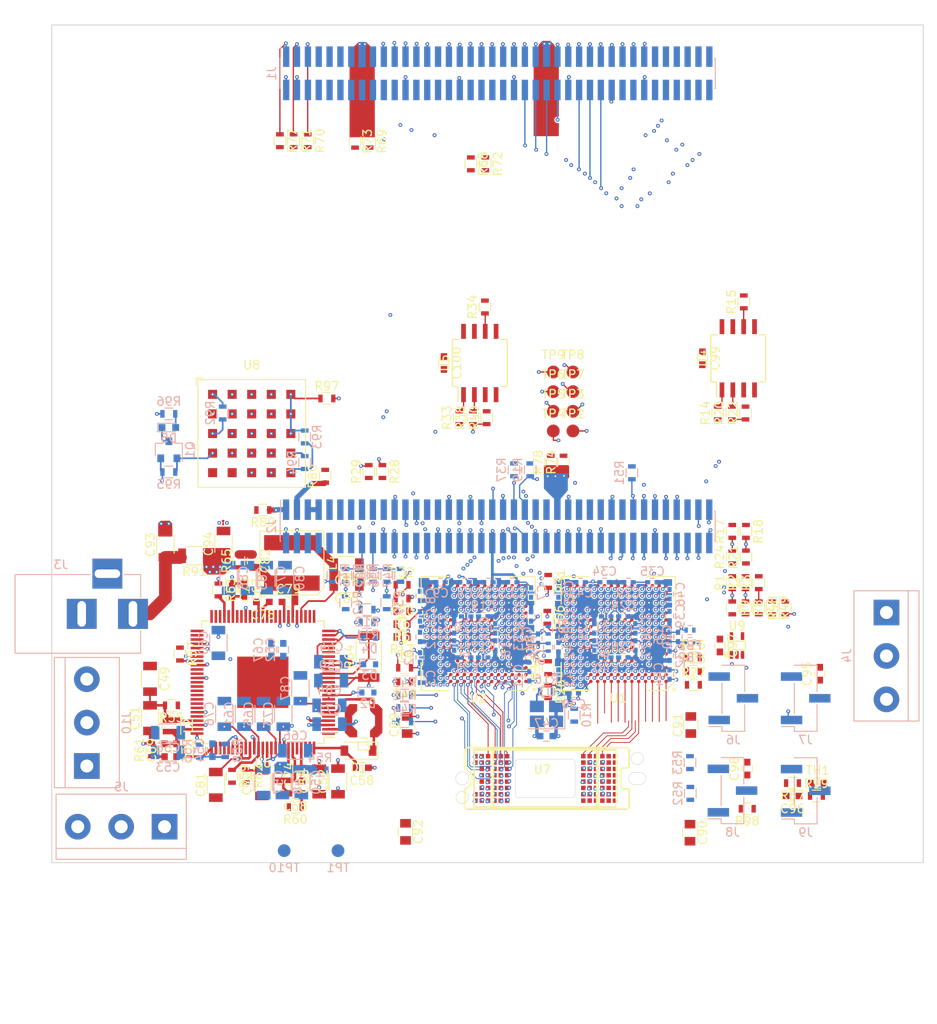
<source format=kicad_pcb>
(kicad_pcb (version 20171130) (host pcbnew 5.1.2-f72e74a~84~ubuntu18.04.1)
  (layers (0 F.Cu signal) (1 In1.Cu signal hide) (2 In2.Cu signal) (3 In3.Cu signal) (4 In4.Cu signal) (31 B.Cu signal) (34 B.Paste user) (35 F.Paste user) (36 B.SilkS user) (37 F.SilkS user hide) (38 B.Mask user) (39 F.Mask user) (44 Edge.Cuts user))
  (net 0 "")
  (net 1 +1V1)
  (net 2 GND)
  (net 3 +1V8)
  (net 4 "Net-(C10-Pad2)")
  (net 5 "Net-(C10-Pad1)")
  (net 6 "Net-(C33-Pad1)")
  (net 7 "Net-(C33-Pad2)")
  (net 8 "Net-(C48-Pad2)")
  (net 9 "Net-(C49-Pad2)")
  (net 10 +12V)
  (net 11 "Net-(C54-Pad2)")
  (net 12 +5V)
  (net 13 /dmd/VRESET)
  (net 14 "Net-(C61-Pad2)")
  (net 15 /dlp_pmic/VBIAS)
  (net 16 /dlp_pmic/SUP_2P5V)
  (net 17 /dmd/VOFFSET)
  (net 18 "Net-(C68-Pad1)")
  (net 19 "Net-(C68-Pad2)")
  (net 20 "Net-(C69-Pad1)")
  (net 21 "Net-(C69-Pad2)")
  (net 22 "Net-(C71-Pad2)")
  (net 23 "Net-(C72-Pad2)")
  (net 24 /dlp_pmic/SUP_5P0V)
  (net 25 "Net-(C74-Pad2)")
  (net 26 "Net-(C75-Pad2)")
  (net 27 "Net-(C76-Pad2)")
  (net 28 "Net-(C78-Pad1)")
  (net 29 "Net-(C78-Pad2)")
  (net 30 "Net-(C79-Pad2)")
  (net 31 "Net-(C79-Pad1)")
  (net 32 "Net-(C82-Pad1)")
  (net 33 "Net-(C84-Pad2)")
  (net 34 /dlp_pmic/LED_ANODE)
  (net 35 "Net-(C93-Pad1)")
  (net 36 /SENS_LABB_OUT)
  (net 37 /SENS_THERM_OUT)
  (net 38 +3V3)
  (net 39 /SENS_WPC_OUT)
  (net 40 "Net-(D1-Pad1)")
  (net 41 /dlp_pmic/LED1_CATHODE)
  (net 42 /dlp_pmic/LED2_CATHODE)
  (net 43 /dlp_pmic/LED3_CATHODE)
  (net 44 "Net-(D5-Pad1)")
  (net 45 "Net-(D5-Pad2)")
  (net 46 /application_connectors/BP)
  (net 47 /application_connectors/MEMS_INTn)
  (net 48 /application_connectors/I2C0_SCL)
  (net 49 /application_connectors/HDMI_INT)
  (net 50 /application_connectors/I2C0_SDA)
  (net 51 /application_connectors/I2S_Din)
  (net 52 /application_connectors/I2S_Dout)
  (net 53 /application_connectors/I2S_FSYNC_IN)
  (net 54 /application_connectors/I2S_FSYNC_OUT)
  (net 55 /application_connectors/I2S_SCLK)
  (net 56 /application_connectors/LCD_VSYNC)
  (net 57 /application_connectors/LCD_HSYNC)
  (net 58 /application_connectors/LCD_PCLK)
  (net 59 /application_connectors/LCD_DATA13)
  (net 60 /application_connectors/LCD_DE)
  (net 61 /application_connectors/LCD_DATA12)
  (net 62 /application_connectors/LCD_DATA15)
  (net 63 /application_connectors/LCD_DATA9)
  (net 64 /application_connectors/LCD_DATA14)
  (net 65 /application_connectors/LCD_DATA8)
  (net 66 /application_connectors/LCD_DATA11)
  (net 67 /application_connectors/LCD_DATA5)
  (net 68 /application_connectors/LCD_DATA10)
  (net 69 /application_connectors/LCD_DATA4)
  (net 70 /application_connectors/LCD_DATA1)
  (net 71 /application_connectors/LCD_DATA7)
  (net 72 /application_connectors/LCD_DATA0)
  (net 73 /application_connectors/LCD_DATA6)
  (net 74 /application_connectors/LCD_DATA3)
  (net 75 /application_connectors/IO_B34_LN11)
  (net 76 /application_connectors/LCD_DATA2)
  (net 77 /application_connectors/IO_B34_LP11)
  (net 78 /application_connectors/IO_B34_LN8)
  (net 79 /application_connectors/IO_B34_LN7)
  (net 80 /application_connectors/IO_B34_LP8)
  (net 81 /application_connectors/IO_B34_LP7)
  (net 82 /application_connectors/IO_B34_LN6)
  (net 83 /application_connectors/IO_B34_LN5)
  (net 84 /application_connectors/IO_B34_LP6)
  (net 85 /application_connectors/IO_B34_LP5)
  (net 86 /application_connectors/IO_B34_LN4)
  (net 87 /application_connectors/IO_B34_LN3)
  (net 88 /application_connectors/IO_B34_LP4)
  (net 89 /application_connectors/IO_B34_LP3)
  (net 90 /application_connectors/IO_B34_LN2)
  (net 91 /application_connectors/IO_B34_LN1)
  (net 92 /application_connectors/IO_B34_LP1)
  (net 93 /application_connectors/IO_B13_LN21)
  (net 94 /application_connectors/IO_B13_LP21)
  (net 95 /application_connectors/IO_B13_LN14)
  (net 96 /application_connectors/IO_B13_LP13)
  (net 97 /application_connectors/IO_B13_LP14)
  (net 98 /application_connectors/JTAG_NTRST)
  (net 99 /application_connectors/IO_B13_LN12)
  (net 100 /application_connectors/JTAG_TDO)
  (net 101 /application_connectors/IO_B13_LP12)
  (net 102 /application_connectors/JTAG_TDI)
  (net 103 /application_connectors/IO_B13_LN11)
  (net 104 /application_connectors/JTAG_TMS)
  (net 105 /application_connectors/IO_B13_LP11)
  (net 106 /application_connectors/JTAG_TCK)
  (net 107 "Net-(J1-Pad5)")
  (net 108 "Net-(J1-Pad3)")
  (net 109 "Net-(J1-Pad1)")
  (net 110 "Net-(J2-Pad1)")
  (net 111 "Net-(J2-Pad3)")
  (net 112 /application_connectors/XADC_INN0)
  (net 113 /application_connectors/XADC_TEMP_P)
  (net 114 /application_connectors/XADC_TEMP_N)
  (net 115 "Net-(J2-Pad9)")
  (net 116 /application_connectors/XADC_GND)
  (net 117 /application_connectors/PS_MIO0)
  (net 118 /application_connectors/PS_MIO10)
  (net 119 /application_connectors/PS_MIO8)
  (net 120 /application_connectors/PS_MIO11)
  (net 121 /application_connectors/PS_MIO9)
  (net 122 /application_connectors/CONTR0_SCL)
  (net 123 /application_connectors/PS_MIO12)
  (net 124 /application_connectors/CONTR0_SDA)
  (net 125 /application_connectors/PS_MIO13)
  (net 126 /application_connectors/IO_B35_LP2)
  (net 127 /application_connectors/IO_B35_LP1)
  (net 128 /application_connectors/IO_B35_LN2)
  (net 129 /application_connectors/IO_B35_LN1)
  (net 130 /application_connectors/IO_B35_LP4)
  (net 131 /application_connectors/IO_B35_LP3)
  (net 132 /application_connectors/IO_B35_LN4)
  (net 133 /application_connectors/IO_B35_LN3)
  (net 134 /application_connectors/IO_B35_LP6)
  (net 135 /application_connectors/IO_B35_LN6)
  (net 136 /application_connectors/IO_B35_LP8)
  (net 137 /application_connectors/IO_B35_LN8)
  (net 138 /application_connectors/IO_B35_LP10)
  (net 139 /application_connectors/IO_B35_LN10)
  (net 140 /application_connectors/IO_B35_LP11)
  (net 141 /application_connectors/IO_B35_LN12)
  (net 142 /application_connectors/IO_B35_LN11)
  (net 143 /application_connectors/IO_B35_LP14)
  (net 144 /application_connectors/IO_B35_LN14)
  (net 145 /application_connectors/IO_B35_LN13)
  (net 146 /application_connectors/IO_B35_LP16)
  (net 147 /application_connectors/IO_B35_LP15)
  (net 148 /application_connectors/IO_B35_LN16)
  (net 149 /application_connectors/IO_B35_LN15)
  (net 150 /application_connectors/IO_B35_LP18)
  (net 151 /application_connectors/IO_B35_LP17)
  (net 152 /application_connectors/IO_B35_LN18)
  (net 153 /application_connectors/IO_B35_LP20)
  (net 154 /application_connectors/IO_B35_LN20)
  (net 155 /application_connectors/IO_B35_LP22)
  (net 156 /application_connectors/IO_B35_LN22)
  (net 157 /application_connectors/IO_B35_LN21)
  (net 158 /application_connectors/IO_B35_LP24)
  (net 159 /application_connectors/IO_B35_LP23)
  (net 160 /application_connectors/IO_B35_LN24)
  (net 161 /application_connectors/IO_B35_LN23)
  (net 162 /dlp_pmic/LEDx_CATHODE)
  (net 163 "Net-(J4-Pad2)")
  (net 164 /MTR_SENS_POWER_OUT)
  (net 165 /SENS_FOCUS)
  (net 166 /SENS_LABB)
  (net 167 /LS2_PWR)
  (net 168 /LS_PWR)
  (net 169 /SENS_WPC)
  (net 170 /SENS_THERM)
  (net 171 /THERM_PWR)
  (net 172 "Net-(L3-Pad2)")
  (net 173 "Net-(Q1-Pad1)")
  (net 174 /dlp_controller/SPI1_CSZ0)
  (net 175 "Net-(R1-Pad1)")
  (net 176 "Net-(R2-Pad1)")
  (net 177 /dlp_controller/SPI1_DOUT)
  (net 178 /dlp_controller/SPI1_CLK)
  (net 179 "Net-(R3-Pad1)")
  (net 180 /dlp_controller/dlp_controller_gpio/SLAVE_ID)
  (net 181 /dlp_controller/dlp_controller_gpio/HBT_IDAT)
  (net 182 /dlp_controller/dlp_controller_gpio/sHBT_ODAT)
  (net 183 /dlp_controller/dlp_controller_gpio/sHBT_OCLK)
  (net 184 /dlp_controller/dlp_controller_gpio/HBT_ICLK)
  (net 185 "Net-(R10-Pad1)")
  (net 186 /dlp_controller/dlp_controller_gpio/sHBT_IDAT)
  (net 187 /dlp_controller/dlp_controller_gpio/HBT_ODAT)
  (net 188 /dlp_controller/dlp_controller_gpio/HBT_OCLK)
  (net 189 /dlp_controller/dlp_controller_gpio/sHBT_ICLK)
  (net 190 /dlp_controller/dlp_controller_gpio/SEQ_SYNC)
  (net 191 /dlp_controller/dlp_controller_config/mSPI_CSZO)
  (net 192 /dlp_controller/dlp_controller_config/mSPI_CLK)
  (net 193 "Net-(R16-Pad1)")
  (net 194 "Net-(R16-Pad2)")
  (net 195 "Net-(R17-Pad1)")
  (net 196 "Net-(R18-Pad2)")
  (net 197 /application_connectors/mHOST_IRQ)
  (net 198 "Net-(R20-Pad2)")
  (net 199 /dlp_controller/dlp_controller_config/mSPI_MISO)
  (net 200 "Net-(R23-Pad1)")
  (net 201 /dlp_controller/dlp_controller_config/mSPI_MOSI)
  (net 202 "Net-(R25-Pad1)")
  (net 203 /dlp_controller/LED_SEL_0)
  (net 204 "Net-(R27-Pad1)")
  (net 205 "Net-(R28-Pad1)")
  (net 206 "Net-(R29-Pad2)")
  (net 207 /dlp_controller/LED_SEL_1)
  (net 208 "Net-(R31-Pad2)")
  (net 209 "Net-(R32-Pad2)")
  (net 210 /dlp_controller/dlp_controller_config/sSPI_CSZO)
  (net 211 /dlp_controller/dlp_controller_config/sSPI_CLK)
  (net 212 "Net-(R35-Pad1)")
  (net 213 "Net-(R36-Pad2)")
  (net 214 /application_connectors/sHOST_IRQ)
  (net 215 /dlp_controller/dlp_controller_config/sSPI_MISO)
  (net 216 "Net-(R38-Pad2)")
  (net 217 "Net-(R41-Pad1)")
  (net 218 "Net-(R43-Pad1)")
  (net 219 /dlp_controller/dlp_controller_config/sSPI_MOSI)
  (net 220 "Net-(R44-Pad1)")
  (net 221 "Net-(R45-Pad1)")
  (net 222 "Net-(R46-Pad1)")
  (net 223 "Net-(R47-Pad2)")
  (net 224 /application_connectors/PDM_CVS_TE_B)
  (net 225 /application_connectors/PDM_CVS_TE_A)
  (net 226 "Net-(R52-Pad1)")
  (net 227 /dlp_controller/DMD_LS_CLK)
  (net 228 /dlp_controller/DMD_LS_WDATA)
  (net 229 "Net-(R53-Pad1)")
  (net 230 /dlp_controller/RC_CHARGE)
  (net 231 /dlp_pmic/INTZ)
  (net 232 "Net-(R58-Pad2)")
  (net 233 +2V5)
  (net 234 "Net-(R63-Pad2)")
  (net 235 /dlp_controller/SPI1_DIN)
  (net 236 /dlp_controller/dlp_controller_gpio/CAL_PWR)
  (net 237 /SENS_FOCUS_OUT)
  (net 238 /application_connectors/ZYNQ_VDDIO_34)
  (net 239 /application_connectors/ZYNQ_VDDIO_13)
  (net 240 "Net-(R70-Pad2)")
  (net 241 /application_connectors/HSYNC_B)
  (net 242 /application_connectors/VSYNC_B)
  (net 243 /application_connectors/DATEN_B)
  (net 244 /application_connectors/ZYNQ_VDDIO_35)
  (net 245 /application_connectors/PCLK_B)
  (net 246 /application_connectors/HSYNC_A)
  (net 247 /application_connectors/VSYNC_A)
  (net 248 /application_connectors/DATEN_A)
  (net 249 /application_connectors/PCLK_A)
  (net 250 "Net-(R92-Pad2)")
  (net 251 "Net-(R93-Pad2)")
  (net 252 "Net-(R93-Pad1)")
  (net 253 /application_connectors/FPGA_RDY)
  (net 254 /application_connectors/ACT_SYNC)
  (net 255 /application_connectors/SUB_FRAME)
  (net 256 /application_connectors/PROJ_ON)
  (net 257 /dlp_controller/dlp_controller_gpio/mGPIO_5)
  (net 258 "Net-(TP2-Pad1)")
  (net 259 "Net-(TP3-Pad1)")
  (net 260 "Net-(TP4-Pad1)")
  (net 261 "Net-(TP5-Pad1)")
  (net 262 "Net-(TP6-Pad1)")
  (net 263 "Net-(TP7-Pad1)")
  (net 264 "Net-(TP8-Pad1)")
  (net 265 "Net-(TP9-Pad1)")
  (net 266 "Net-(TP10-Pad1)")
  (net 267 /dlp_controller/DMD_DEN_ARSTZ)
  (net 268 "Net-(U1-PadJ1)")
  (net 269 /dlp_controller/DMD_LS_RDATA)
  (net 270 /dlp_controller/mDMD_HS_WDATAH_P)
  (net 271 /dlp_controller/mDMD_HS_WDATAH_N)
  (net 272 /dlp_controller/mDMD_HS_WDATAG_P)
  (net 273 /dlp_controller/mDMD_HS_WDATAG_N)
  (net 274 /dlp_controller/mDMD_HS_WDATAF_P)
  (net 275 /dlp_controller/mDMD_HS_WDATAF_N)
  (net 276 /dlp_controller/mDMD_HS_WDATAE_P)
  (net 277 /dlp_controller/mDMD_HS_WDATAE_N)
  (net 278 /dlp_controller/mDMD_HS_CLK_P)
  (net 279 /dlp_controller/mDMD_HS_CLK_N)
  (net 280 /dlp_controller/mDMD_HS_WDATAD_P)
  (net 281 /dlp_controller/mDMD_HS_WDATAD_N)
  (net 282 /dlp_controller/mDMD_HS_WDATAC_P)
  (net 283 /dlp_controller/mDMD_HS_WDATAC_N)
  (net 284 /dlp_controller/mDMD_HS_WDATAB_P)
  (net 285 /dlp_controller/mDMD_HS_WDATAB_N)
  (net 286 /dlp_controller/mDMD_HS_WDATAA_P)
  (net 287 /dlp_controller/mDMD_HS_WDATAA_N)
  (net 288 /dlp_controller/RESETZ)
  (net 289 "Net-(U1-PadN11)")
  (net 290 /dlp_controller/CMP_OUT)
  (net 291 "Net-(U1-PadC12)")
  (net 292 "Net-(U1-PadN12)")
  (net 293 "Net-(U1-PadP12)")
  (net 294 "Net-(U1-PadM13)")
  (net 295 "Net-(U1-PadN13)")
  (net 296 "Net-(U1-PadP13)")
  (net 297 "Net-(U1-PadF14)")
  (net 298 /dlp_controller/LABB_SAMPLE)
  (net 299 /dlp_controller/dlp_controller_gpio/LS_PWR)
  (net 300 /dlp_controller/dlp_controller_gpio/DA_SYNC_FSD12)
  (net 301 "Net-(U2-PadR15)")
  (net 302 "Net-(U2-PadP15)")
  (net 303 "Net-(U2-PadN15)")
  (net 304 "Net-(U2-PadJ15)")
  (net 305 "Net-(U2-PadG15)")
  (net 306 "Net-(U2-PadF15)")
  (net 307 "Net-(U2-PadE15)")
  (net 308 "Net-(U2-PadD15)")
  (net 309 "Net-(U2-PadC15)")
  (net 310 "Net-(U2-PadB15)")
  (net 311 "Net-(U2-PadA15)")
  (net 312 "Net-(U2-PadR14)")
  (net 313 "Net-(U2-PadP14)")
  (net 314 "Net-(U2-PadN14)")
  (net 315 "Net-(U2-PadG14)")
  (net 316 "Net-(U2-PadF14)")
  (net 317 "Net-(U2-PadD14)")
  (net 318 "Net-(U2-PadC14)")
  (net 319 "Net-(U2-PadB14)")
  (net 320 "Net-(U2-PadR13)")
  (net 321 "Net-(U2-PadP13)")
  (net 322 "Net-(U2-PadN13)")
  (net 323 "Net-(U2-PadM13)")
  (net 324 "Net-(U2-PadR12)")
  (net 325 "Net-(U2-PadP12)")
  (net 326 "Net-(U2-PadN12)")
  (net 327 "Net-(U2-PadC12)")
  (net 328 "Net-(U2-PadN11)")
  (net 329 /dlp_controller/sDMD_HS_WDATAA_N)
  (net 330 /dlp_controller/sDMD_HS_WDATAA_P)
  (net 331 /dlp_controller/sDMD_HS_WDATAB_N)
  (net 332 /dlp_controller/sDMD_HS_WDATAB_P)
  (net 333 /dlp_controller/sDMD_HS_WDATAC_N)
  (net 334 /dlp_controller/sDMD_HS_WDATAC_P)
  (net 335 /dlp_controller/sDMD_HS_WDATAD_N)
  (net 336 /dlp_controller/sDMD_HS_WDATAD_P)
  (net 337 /dlp_controller/sDMD_HS_CLK_N)
  (net 338 /dlp_controller/sDMD_HS_CLK_P)
  (net 339 /dlp_controller/sDMD_HS_WDATAE_N)
  (net 340 /dlp_controller/sDMD_HS_WDATAE_P)
  (net 341 /dlp_controller/sDMD_HS_WDATAF_N)
  (net 342 /dlp_controller/sDMD_HS_WDATAF_P)
  (net 343 /dlp_controller/sDMD_HS_WDATAG_P)
  (net 344 /dlp_controller/sDMD_HS_WDATAG_N)
  (net 345 /dlp_controller/sDMD_HS_WDATAH_N)
  (net 346 /dlp_controller/sDMD_HS_WDATAH_P)
  (net 347 /dlp_controller/sDMD_LS_RDATA)
  (net 348 "Net-(U2-PadA2)")
  (net 349 "Net-(U2-PadJ1)")
  (net 350 "Net-(U2-PadB1)")
  (net 351 "Net-(U2-PadA1)")
  (net 352 "Net-(U6-Pad71)")
  (net 353 "Net-(U6-Pad69)")
  (net 354 "Net-(U6-Pad68)")
  (net 355 "Net-(U6-Pad67)")
  (net 356 "Net-(U6-Pad66)")
  (net 357 "Net-(U6-Pad65)")
  (net 358 "Net-(U6-Pad64)")
  (net 359 "Net-(U6-Pad63)")
  (net 360 "Net-(U6-Pad53)")
  (net 361 "Net-(U6-Pad52)")
  (net 362 "Net-(U6-Pad51)")
  (net 363 "Net-(U6-Pad50)")
  (net 364 "Net-(U6-Pad44)")
  (net 365 "Net-(U6-Pad43)")
  (net 366 "Net-(U6-Pad41)")
  (net 367 "Net-(U6-Pad40)")
  (net 368 "Net-(U6-Pad37)")
  (net 369 "Net-(U6-Pad36)")
  (net 370 "Net-(U6-Pad35)")
  (net 371 "Net-(U6-Pad27)")
  (net 372 "Net-(U6-Pad26)")
  (net 373 "Net-(U6-Pad21)")
  (net 374 "Net-(U6-Pad20)")
  (net 375 "Net-(U6-Pad19)")
  (net 376 "Net-(U6-Pad1)")
  (net 377 "Net-(U8-PadE2)")
  (net 378 "Net-(U8-PadE1)")
  (net 379 /dlp_controller/dlp_controller_gpio/MTR_SENS_POWER)
  (net 380 "Net-(U9-Pad1)")
  (net 381 "Net-(J3-Pad3)")
  (net 382 "Net-(J10-Pad2)")
  (net 383 "Net-(R48-Pad1)")
  (net 384 "Net-(R50-Pad1)")
  (module DLP3310:DLP3310 (layer F.Cu) (at 154.2572 141.1514 180)
    (fp_text reference U7 (at 0.33 1.03) (layer F.SilkS))
    (fp_text value DLP3310AFQM)
    (fp_circle (center -10.77 2.34) (end -10.045 2.34) (layer Edge.Cuts) (width 0.05))
    (fp_circle (center 9.71 -2.2316) (end 10.435 -2.2316) (layer Edge.Cuts) (width 0.05))
    (fp_line (start 3.5 1.85) (end 3.5 -1.85) (layer Edge.Cuts) (width 0.05))
    (fp_line (start -3.5 1.85) (end -3.5 -1.85) (layer Edge.Cuts) (width 0.05))
    (fp_line (start -3.1 2.25) (end 3.1 2.25) (layer Edge.Cuts) (width 0.05))
    (fp_line (start -3.1 -2.25) (end 3.1 -2.25) (layer Edge.Cuts) (width 0.05))
    (fp_arc (start 3.1 1.85) (end 3.1 2.25) (angle -90) (layer Edge.Cuts) (width 0.05))
    (fp_arc (start -3.1 -1.85) (end -3.1 -2.25) (angle -90) (layer Edge.Cuts) (width 0.05))
    (fp_arc (start -3.1 1.85) (end -3.5 1.85) (angle -90) (layer Edge.Cuts) (width 0.05))
    (fp_arc (start 3.1 -1.85) (end 3.5 -1.85) (angle -90) (layer Edge.Cuts) (width 0.05))
    (fp_circle (center 9.71 0) (end 10.4825 0) (layer Edge.Cuts) (width 0.05))
    (fp_arc (start -10.49 0) (end -10.49 -0.7225) (angle 180) (layer Edge.Cuts) (width 0.05))
    (fp_arc (start -11.05 0) (end -11.05 -0.7225) (angle -180) (layer Edge.Cuts) (width 0.05))
    (fp_line (start -11.05 0.7225) (end -10.49 0.7225) (layer Edge.Cuts) (width 0.05))
    (fp_line (start -11.05 -0.7225) (end -10.49 -0.7225) (layer Edge.Cuts) (width 0.05))
    (pad H3 smd rect (at -7.4296 2.5984 180) (size 0.52 0.52) (layers F.Cu F.Paste F.Mask) (net 2 GND))
    (pad H7 smd rect (at -4.46 2.5984 180) (size 0.52 0.52) (layers F.Cu F.Paste F.Mask) (net 277 /dlp_controller/mDMD_HS_WDATAE_N))
    (pad E6 smd rect (at -5.2024 0.3712 180) (size 0.52 0.52) (layers F.Cu F.Paste F.Mask) (net 279 /dlp_controller/mDMD_HS_CLK_N))
    (pad B3 smd rect (at -7.4296 -1.856 180) (size 0.52 0.52) (layers F.Cu F.Paste F.Mask) (net 228 /dlp_controller/DMD_LS_WDATA))
    (pad D7 smd rect (at -4.46 -0.3712 180) (size 0.52 0.52) (layers F.Cu F.Paste F.Mask) (net 283 /dlp_controller/mDMD_HS_WDATAC_N))
    (pad E4 smd rect (at -6.6872 0.3712 180) (size 0.52 0.52) (layers F.Cu F.Paste F.Mask) (net 2 GND))
    (pad C2 smd rect (at -8.172 -1.1136 180) (size 0.52 0.52) (layers F.Cu F.Paste F.Mask) (net 3 +1V8))
    (pad H4 smd rect (at -6.6872 2.5984 180) (size 0.52 0.52) (layers F.Cu F.Paste F.Mask) (net 274 /dlp_controller/mDMD_HS_WDATAF_P))
    (pad B6 smd rect (at -5.2024 -1.856 180) (size 0.52 0.52) (layers F.Cu F.Paste F.Mask) (net 3 +1V8))
    (pad A5 smd rect (at -5.9448 -2.5984 180) (size 0.52 0.52) (layers F.Cu F.Paste F.Mask) (net 13 /dmd/VRESET))
    (pad D3 smd rect (at -7.4296 -0.3712 180) (size 0.52 0.52) (layers F.Cu F.Paste F.Mask) (net 3 +1V8))
    (pad D6 smd rect (at -5.2024 -0.3712 180) (size 0.52 0.52) (layers F.Cu F.Paste F.Mask) (net 282 /dlp_controller/mDMD_HS_WDATAC_P))
    (pad F4 smd rect (at -6.6872 1.1136 180) (size 0.52 0.52) (layers F.Cu F.Paste F.Mask) (net 270 /dlp_controller/mDMD_HS_WDATAH_P))
    (pad B4 smd rect (at -6.6872 -1.856 180) (size 0.52 0.52) (layers F.Cu F.Paste F.Mask) (net 347 /dlp_controller/sDMD_LS_RDATA))
    (pad G5 smd rect (at -5.9448 1.856 180) (size 0.52 0.52) (layers F.Cu F.Paste F.Mask) (net 272 /dlp_controller/mDMD_HS_WDATAG_P))
    (pad A4 smd rect (at -6.6872 -2.5984 180) (size 0.52 0.52) (layers F.Cu F.Paste F.Mask) (net 2 GND))
    (pad C3 smd rect (at -7.4296 -1.1136 180) (size 0.52 0.52) (layers F.Cu F.Paste F.Mask) (net 3 +1V8))
    (pad C5 smd rect (at -5.9448 -1.1136 180) (size 0.52 0.52) (layers F.Cu F.Paste F.Mask) (net 280 /dlp_controller/mDMD_HS_WDATAD_P))
    (pad H2 smd rect (at -8.172 2.5984 180) (size 0.52 0.52) (layers F.Cu F.Paste F.Mask) (net 2 GND))
    (pad H5 smd rect (at -5.9448 2.5984 180) (size 0.52 0.52) (layers F.Cu F.Paste F.Mask) (net 275 /dlp_controller/mDMD_HS_WDATAF_N))
    (pad E2 smd rect (at -8.172 0.3712 180) (size 0.52 0.52) (layers F.Cu F.Paste F.Mask) (net 3 +1V8))
    (pad E7 smd rect (at -4.46 0.3712 180) (size 0.52 0.52) (layers F.Cu F.Paste F.Mask) (net 2 GND))
    (pad G7 smd rect (at -4.46 1.856 180) (size 0.52 0.52) (layers F.Cu F.Paste F.Mask) (net 2 GND))
    (pad C7 smd rect (at -4.46 -1.1136 180) (size 0.52 0.52) (layers F.Cu F.Paste F.Mask) (net 2 GND))
    (pad G4 smd rect (at -6.6872 1.856 180) (size 0.52 0.52) (layers F.Cu F.Paste F.Mask) (net 2 GND))
    (pad F3 smd rect (at -7.4296 1.1136 180) (size 0.52 0.52) (layers F.Cu F.Paste F.Mask) (net 3 +1V8))
    (pad A7 smd rect (at -4.46 -2.5984 180) (size 0.52 0.52) (layers F.Cu F.Paste F.Mask) (net 2 GND))
    (pad G6 smd rect (at -5.2024 1.856 180) (size 0.52 0.52) (layers F.Cu F.Paste F.Mask) (net 273 /dlp_controller/mDMD_HS_WDATAG_N))
    (pad E3 smd rect (at -7.4296 0.3712 180) (size 0.52 0.52) (layers F.Cu F.Paste F.Mask) (net 3 +1V8))
    (pad F5 smd rect (at -5.9448 1.1136 180) (size 0.52 0.52) (layers F.Cu F.Paste F.Mask) (net 271 /dlp_controller/mDMD_HS_WDATAH_N))
    (pad G2 smd rect (at -8.172 1.856 180) (size 0.52 0.52) (layers F.Cu F.Paste F.Mask) (net 17 /dmd/VOFFSET))
    (pad B7 smd rect (at -4.46 -1.856 180) (size 0.52 0.52) (layers F.Cu F.Paste F.Mask) (net 269 /dlp_controller/DMD_LS_RDATA))
    (pad A6 smd rect (at -5.2024 -2.5984 180) (size 0.52 0.52) (layers F.Cu F.Paste F.Mask) (net 15 /dlp_pmic/VBIAS))
    (pad A3 smd rect (at -7.4296 -2.5984 180) (size 0.52 0.52) (layers F.Cu F.Paste F.Mask) (net 2 GND))
    (pad H6 smd rect (at -5.2024 2.5984 180) (size 0.52 0.52) (layers F.Cu F.Paste F.Mask) (net 276 /dlp_controller/mDMD_HS_WDATAE_P))
    (pad B2 smd rect (at -8.172 -1.856 180) (size 0.52 0.52) (layers F.Cu F.Paste F.Mask) (net 267 /dlp_controller/DMD_DEN_ARSTZ))
    (pad D5 smd rect (at -5.9448 -0.3712 180) (size 0.52 0.52) (layers F.Cu F.Paste F.Mask) (net 285 /dlp_controller/mDMD_HS_WDATAB_N))
    (pad F7 smd rect (at -4.46 1.1136 180) (size 0.52 0.52) (layers F.Cu F.Paste F.Mask) (net 287 /dlp_controller/mDMD_HS_WDATAA_N))
    (pad D4 smd rect (at -6.6872 -0.3712 180) (size 0.52 0.52) (layers F.Cu F.Paste F.Mask) (net 284 /dlp_controller/mDMD_HS_WDATAB_P))
    (pad F2 smd rect (at -8.172 1.1136 180) (size 0.52 0.52) (layers F.Cu F.Paste F.Mask) (net 3 +1V8))
    (pad C6 smd rect (at -5.2024 -1.1136 180) (size 0.52 0.52) (layers F.Cu F.Paste F.Mask) (net 281 /dlp_controller/mDMD_HS_WDATAD_N))
    (pad E5 smd rect (at -5.9448 0.3712 180) (size 0.52 0.52) (layers F.Cu F.Paste F.Mask) (net 278 /dlp_controller/mDMD_HS_CLK_P))
    (pad D2 smd rect (at -8.172 -0.3712 180) (size 0.52 0.52) (layers F.Cu F.Paste F.Mask) (net 3 +1V8))
    (pad G3 smd rect (at -7.4296 1.856 180) (size 0.52 0.52) (layers F.Cu F.Paste F.Mask) (net 3 +1V8))
    (pad F6 smd rect (at -5.2024 1.1136 180) (size 0.52 0.52) (layers F.Cu F.Paste F.Mask) (net 286 /dlp_controller/mDMD_HS_WDATAA_P))
    (pad A2 smd rect (at -8.172 -2.5984 180) (size 0.52 0.52) (layers F.Cu F.Paste F.Mask) (net 2 GND))
    (pad C4 smd rect (at -6.6872 -1.1136 180) (size 0.52 0.52) (layers F.Cu F.Paste F.Mask) (net 2 GND))
    (pad B5 smd rect (at -5.9448 -1.856 180) (size 0.52 0.52) (layers F.Cu F.Paste F.Mask) (net 227 /dlp_controller/DMD_LS_CLK))
    (pad H24 smd rect (at 8.172 2.5984 180) (size 0.52 0.52) (layers F.Cu F.Paste F.Mask) (net 2 GND))
    (pad H23 smd rect (at 7.4296 2.5984 180) (size 0.52 0.52) (layers F.Cu F.Paste F.Mask) (net 2 GND))
    (pad H22 smd rect (at 6.6872 2.5984 180) (size 0.52 0.52) (layers F.Cu F.Paste F.Mask) (net 334 /dlp_controller/sDMD_HS_WDATAC_P))
    (pad H21 smd rect (at 5.9448 2.5984 180) (size 0.52 0.52) (layers F.Cu F.Paste F.Mask) (net 333 /dlp_controller/sDMD_HS_WDATAC_N))
    (pad H20 smd rect (at 5.2024 2.5984 180) (size 0.52 0.52) (layers F.Cu F.Paste F.Mask) (net 336 /dlp_controller/sDMD_HS_WDATAD_P))
    (pad H19 smd rect (at 4.46 2.5984 180) (size 0.52 0.52) (layers F.Cu F.Paste F.Mask) (net 335 /dlp_controller/sDMD_HS_WDATAD_N))
    (pad G24 smd rect (at 8.172 1.856 180) (size 0.52 0.52) (layers F.Cu F.Paste F.Mask) (net 2 GND))
    (pad G23 smd rect (at 7.4296 1.856 180) (size 0.52 0.52) (layers F.Cu F.Paste F.Mask) (net 3 +1V8))
    (pad G22 smd rect (at 6.6872 1.856 180) (size 0.52 0.52) (layers F.Cu F.Paste F.Mask) (net 2 GND))
    (pad G21 smd rect (at 5.9448 1.856 180) (size 0.52 0.52) (layers F.Cu F.Paste F.Mask) (net 332 /dlp_controller/sDMD_HS_WDATAB_P))
    (pad G20 smd rect (at 5.2024 1.856 180) (size 0.52 0.52) (layers F.Cu F.Paste F.Mask) (net 331 /dlp_controller/sDMD_HS_WDATAB_N))
    (pad G19 smd rect (at 4.46 1.856 180) (size 0.52 0.52) (layers F.Cu F.Paste F.Mask) (net 2 GND))
    (pad F23 smd rect (at 7.4296 1.1136 180) (size 0.52 0.52) (layers F.Cu F.Paste F.Mask) (net 3 +1V8))
    (pad F22 smd rect (at 6.6872 1.1136 180) (size 0.52 0.52) (layers F.Cu F.Paste F.Mask) (net 330 /dlp_controller/sDMD_HS_WDATAA_P))
    (pad F21 smd rect (at 5.9448 1.1136 180) (size 0.52 0.52) (layers F.Cu F.Paste F.Mask) (net 329 /dlp_controller/sDMD_HS_WDATAA_N))
    (pad F20 smd rect (at 5.2024 1.1136 180) (size 0.52 0.52) (layers F.Cu F.Paste F.Mask) (net 346 /dlp_controller/sDMD_HS_WDATAH_P))
    (pad F19 smd rect (at 4.46 1.1136 180) (size 0.52 0.52) (layers F.Cu F.Paste F.Mask) (net 345 /dlp_controller/sDMD_HS_WDATAH_N))
    (pad E23 smd rect (at 7.4296 0.3712 180) (size 0.52 0.52) (layers F.Cu F.Paste F.Mask) (net 3 +1V8))
    (pad E22 smd rect (at 6.6872 0.3712 180) (size 0.52 0.52) (layers F.Cu F.Paste F.Mask) (net 2 GND))
    (pad E21 smd rect (at 5.9448 0.3712 180) (size 0.52 0.52) (layers F.Cu F.Paste F.Mask) (net 338 /dlp_controller/sDMD_HS_CLK_P))
    (pad E20 smd rect (at 5.2024 0.3712 180) (size 0.52 0.52) (layers F.Cu F.Paste F.Mask) (net 337 /dlp_controller/sDMD_HS_CLK_N))
    (pad E19 smd rect (at 4.46 0.3712 180) (size 0.52 0.52) (layers F.Cu F.Paste F.Mask) (net 2 GND))
    (pad D23 smd rect (at 7.4296 -0.3712 180) (size 0.52 0.52) (layers F.Cu F.Paste F.Mask) (net 3 +1V8))
    (pad D22 smd rect (at 6.6872 -0.3712 180) (size 0.52 0.52) (layers F.Cu F.Paste F.Mask) (net 343 /dlp_controller/sDMD_HS_WDATAG_P))
    (pad D21 smd rect (at 5.9448 -0.3712 180) (size 0.52 0.52) (layers F.Cu F.Paste F.Mask) (net 344 /dlp_controller/sDMD_HS_WDATAG_N))
    (pad D20 smd rect (at 5.2024 -0.3712 180) (size 0.52 0.52) (layers F.Cu F.Paste F.Mask) (net 342 /dlp_controller/sDMD_HS_WDATAF_P))
    (pad D19 smd rect (at 4.46 -0.3712 180) (size 0.52 0.52) (layers F.Cu F.Paste F.Mask) (net 341 /dlp_controller/sDMD_HS_WDATAF_N))
    (pad C23 smd rect (at 7.4296 -1.1136 180) (size 0.52 0.52) (layers F.Cu F.Paste F.Mask) (net 3 +1V8))
    (pad C22 smd rect (at 6.6872 -1.1136 180) (size 0.52 0.52) (layers F.Cu F.Paste F.Mask) (net 2 GND))
    (pad C21 smd rect (at 5.9448 -1.1136 180) (size 0.52 0.52) (layers F.Cu F.Paste F.Mask) (net 340 /dlp_controller/sDMD_HS_WDATAE_P))
    (pad C20 smd rect (at 5.2024 -1.1136 180) (size 0.52 0.52) (layers F.Cu F.Paste F.Mask) (net 339 /dlp_controller/sDMD_HS_WDATAE_N))
    (pad C19 smd rect (at 4.46 -1.1136 180) (size 0.52 0.52) (layers F.Cu F.Paste F.Mask) (net 2 GND))
    (pad B24 smd rect (at 8.172 -1.856 180) (size 0.52 0.52) (layers F.Cu F.Paste F.Mask) (net 2 GND))
    (pad B23 smd rect (at 7.4296 -1.856 180) (size 0.52 0.52) (layers F.Cu F.Paste F.Mask) (net 2 GND))
    (pad B22 smd rect (at 6.6872 -1.856 180) (size 0.52 0.52) (layers F.Cu F.Paste F.Mask) (net 2 GND))
    (pad B21 smd rect (at 5.9448 -1.856 180) (size 0.52 0.52) (layers F.Cu F.Paste F.Mask) (net 17 /dmd/VOFFSET))
    (pad B20 smd rect (at 5.2024 -1.856 180) (size 0.52 0.52) (layers F.Cu F.Paste F.Mask) (net 3 +1V8))
    (pad B19 smd rect (at 4.46 -1.856 180) (size 0.52 0.52) (layers F.Cu F.Paste F.Mask) (net 3 +1V8))
    (pad A24 smd rect (at 8.172 -2.5984 180) (size 0.52 0.52) (layers F.Cu F.Paste F.Mask) (net 2 GND))
    (pad A23 smd rect (at 7.4296 -2.5984 180) (size 0.52 0.52) (layers F.Cu F.Paste F.Mask) (net 13 /dmd/VRESET))
    (pad A22 smd rect (at 6.6872 -2.5984 180) (size 0.52 0.52) (layers F.Cu F.Paste F.Mask) (net 15 /dlp_pmic/VBIAS))
    (pad A21 smd rect (at 5.9448 -2.5984 180) (size 0.52 0.52) (layers F.Cu F.Paste F.Mask) (net 3 +1V8))
    (pad A20 smd rect (at 5.2024 -2.5984 180) (size 0.52 0.52) (layers F.Cu F.Paste F.Mask) (net 3 +1V8))
    (pad A19 smd rect (at 4.46 -2.5984 180) (size 0.52 0.52) (layers F.Cu F.Paste F.Mask) (net 3 +1V8))
  )
  (module Capacitors_SMD:C_0603 (layer B.Cu) (at 154.4 136.2 180)
    (fp_text reference C47 (at 0 1.5) (layer B.SilkS) (effects (justify mirror)))
    (fp_text value 100n)
    (pad 1 smd rect (at -0.75 0 180) (size 0.8 0.75) (layers B.Cu B.Paste B.Mask) (net 3 +1V8))
    (pad 2 smd rect (at 0.75 0 180) (size 0.8 0.75) (layers B.Cu B.Paste B.Mask) (net 2 GND))
  )
  (module Capacitors_SMD:C_1206 (layer B.Cu) (at 123.5 141.6 90)
    (fp_text reference C48 (at 0 1.75 270) (layer B.SilkS) (effects (justify mirror)))
    (fp_text value 22u)
    (pad 1 smd rect (at -1.5 0 90) (size 1 1.6) (layers B.Cu B.Paste B.Mask) (net 2 GND))
    (pad 2 smd rect (at 1.5 0 90) (size 1 1.6) (layers B.Cu B.Paste B.Mask) (net 8 "Net-(C48-Pad2)"))
  )
  (module Capacitors_SMD:C_1206 (layer F.Cu) (at 108 129.5 270)
    (fp_text reference C49 (at 0 -1.75 90) (layer F.SilkS))
    (fp_text value 22u)
    (pad 1 smd rect (at -1.5 0 270) (size 1 1.6) (layers F.Cu F.Paste F.Mask) (net 2 GND))
    (pad 2 smd rect (at 1.5 0 270) (size 1 1.6) (layers F.Cu F.Paste F.Mask) (net 9 "Net-(C49-Pad2)"))
  )
  (module Capacitors_SMD:C_1206 (layer B.Cu) (at 125.7 141.6 90)
    (fp_text reference C50 (at 0 1.75 270) (layer B.SilkS) (effects (justify mirror)))
    (fp_text value 22u)
    (pad 2 smd rect (at 1.5 0 90) (size 1 1.6) (layers B.Cu B.Paste B.Mask) (net 8 "Net-(C48-Pad2)"))
    (pad 1 smd rect (at -1.5 0 90) (size 1 1.6) (layers B.Cu B.Paste B.Mask) (net 2 GND))
  )
  (module Capacitors_SMD:C_1206 (layer F.Cu) (at 108 134.1 90)
    (fp_text reference C51 (at 0 -1.75 90) (layer F.SilkS))
    (fp_text value 22u)
    (pad 2 smd rect (at 1.5 0 90) (size 1 1.6) (layers F.Cu F.Paste F.Mask) (net 9 "Net-(C49-Pad2)"))
    (pad 1 smd rect (at -1.5 0 90) (size 1 1.6) (layers F.Cu F.Paste F.Mask) (net 2 GND))
  )
  (module Capacitors_SMD:C_1206 (layer F.Cu) (at 130 141.5 90)
    (fp_text reference C52 (at 0 -1.75 90) (layer F.SilkS))
    (fp_text value 22u)
    (pad 1 smd rect (at -1.5 0 90) (size 1 1.6) (layers F.Cu F.Paste F.Mask) (net 2 GND))
    (pad 2 smd rect (at 1.5 0 90) (size 1 1.6) (layers F.Cu F.Paste F.Mask) (net 10 +12V))
  )
  (module Capacitors_SMD:C_1206 (layer B.Cu) (at 110.1 138.1)
    (fp_text reference C53 (at 0 1.75) (layer B.SilkS) (effects (justify mirror)))
    (fp_text value 22u)
    (pad 1 smd rect (at -1.5 0) (size 1 1.6) (layers B.Cu B.Paste B.Mask) (net 2 GND))
    (pad 2 smd rect (at 1.5 0) (size 1 1.6) (layers B.Cu B.Paste B.Mask) (net 10 +12V))
  )
  (module Capacitors_SMD:C_0603 (layer B.Cu) (at 115.3 137.85 270)
    (fp_text reference C54 (at 0 1.5 90) (layer B.SilkS) (effects (justify mirror)))
    (fp_text value 100n)
    (pad 2 smd rect (at 0.75 0 270) (size 0.8 0.75) (layers B.Cu B.Paste B.Mask) (net 11 "Net-(C54-Pad2)"))
    (pad 1 smd rect (at -0.75 0 270) (size 0.8 0.75) (layers B.Cu B.Paste B.Mask) (net 2 GND))
  )
  (module Capacitors_SMD:C_1206 (layer F.Cu) (at 127.8 141.5 90)
    (fp_text reference C55 (at 0 -1.75 90) (layer F.SilkS))
    (fp_text value 22u)
    (pad 2 smd rect (at 1.5 0 90) (size 1 1.6) (layers F.Cu F.Paste F.Mask) (net 10 +12V))
    (pad 1 smd rect (at -1.5 0 90) (size 1 1.6) (layers F.Cu F.Paste F.Mask) (net 2 GND))
  )
  (module Capacitors_SMD:C_1206 (layer B.Cu) (at 110.1 135.8)
    (fp_text reference C56 (at 0 1.75) (layer B.SilkS) (effects (justify mirror)))
    (fp_text value 22u)
    (pad 2 smd rect (at 1.5 0) (size 1 1.6) (layers B.Cu B.Paste B.Mask) (net 10 +12V))
    (pad 1 smd rect (at -1.5 0) (size 1 1.6) (layers B.Cu B.Paste B.Mask) (net 2 GND))
  )
  (module Capacitors_SMD:C_1206 (layer B.Cu) (at 121.3 141.6 90)
    (fp_text reference C57 (at 0 1.75 90) (layer B.SilkS) (effects (justify mirror)))
    (fp_text value 1u)
    (pad 2 smd rect (at 1.5 0 90) (size 1 1.6) (layers B.Cu B.Paste B.Mask) (net 12 +5V))
    (pad 1 smd rect (at -1.5 0 90) (size 1 1.6) (layers B.Cu B.Paste B.Mask) (net 2 GND))
  )
  (module Capacitors_SMD:C_0603 (layer F.Cu) (at 132.8 139.9 180)
    (fp_text reference C58 (at 0 -1.5 180) (layer F.SilkS))
    (fp_text value 1u)
    (pad 2 smd rect (at 0.75 0 180) (size 0.8 0.75) (layers F.Cu F.Paste F.Mask) (net 13 /dmd/VRESET))
    (pad 1 smd rect (at -0.75 0 180) (size 0.8 0.75) (layers F.Cu F.Paste F.Mask) (net 2 GND))
  )
  (module Capacitors_SMD:C_1206 (layer B.Cu) (at 129.2 129.7 180)
    (fp_text reference C59 (at 0 1.75) (layer B.SilkS) (effects (justify mirror)))
    (fp_text value 10u)
    (pad 2 smd rect (at 1.5 0 180) (size 1 1.6) (layers B.Cu B.Paste B.Mask) (net 10 +12V))
    (pad 1 smd rect (at -1.5 0 180) (size 1 1.6) (layers B.Cu B.Paste B.Mask) (net 2 GND))
  )
  (module Capacitors_SMD:C_1206 (layer B.Cu) (at 116 125.3 270)
    (fp_text reference C60 (at 0 1.75 90) (layer B.SilkS) (effects (justify mirror)))
    (fp_text value 1u)
    (pad 1 smd rect (at -1.5 0 270) (size 1 1.6) (layers B.Cu B.Paste B.Mask) (net 2 GND))
    (pad 2 smd rect (at 1.5 0 270) (size 1 1.6) (layers B.Cu B.Paste B.Mask) (net 10 +12V))
  )
  (module Capacitors_SMD:C_1206 (layer B.Cu) (at 119 133.6 270)
    (fp_text reference C61 (at 0 1.75 270) (layer B.SilkS) (effects (justify mirror)))
    (fp_text value 1u)
    (pad 1 smd rect (at -1.5 0 270) (size 1 1.6) (layers B.Cu B.Paste B.Mask) (net 2 GND))
    (pad 2 smd rect (at 1.5 0 270) (size 1 1.6) (layers B.Cu B.Paste B.Mask) (net 14 "Net-(C61-Pad2)"))
  )
  (module Capacitors_SMD:C_0603 (layer B.Cu) (at 123.6 126.1 270)
    (fp_text reference C62 (at 0 1.5 90) (layer B.SilkS) (effects (justify mirror)))
    (fp_text value 470n)
    (pad 1 smd rect (at -0.75 0 270) (size 0.8 0.75) (layers B.Cu B.Paste B.Mask) (net 2 GND))
    (pad 2 smd rect (at 0.75 0 270) (size 0.8 0.75) (layers B.Cu B.Paste B.Mask) (net 15 /dlp_pmic/VBIAS))
  )
  (module Capacitors_SMD:C_0603 (layer F.Cu) (at 119 119.1 270)
    (fp_text reference C63 (at 0 -1.5 90) (layer F.SilkS))
    (fp_text value 1u)
    (pad 1 smd rect (at -0.75 0 270) (size 0.8 0.75) (layers F.Cu F.Paste F.Mask) (net 2 GND))
    (pad 2 smd rect (at 0.75 0 270) (size 0.8 0.75) (layers F.Cu F.Paste F.Mask) (net 3 +1V8))
  )
  (module Capacitors_SMD:C_1206 (layer B.Cu) (at 129.2 127.5 180)
    (fp_text reference C64 (at 0 1.75) (layer B.SilkS) (effects (justify mirror)))
    (fp_text value 1u)
    (pad 1 smd rect (at -1.5 0 180) (size 1 1.6) (layers B.Cu B.Paste B.Mask) (net 2 GND))
    (pad 2 smd rect (at 1.5 0 180) (size 1 1.6) (layers B.Cu B.Paste B.Mask) (net 10 +12V))
  )
  (module Capacitors_SMD:C_1206 (layer B.Cu) (at 121.3 133.6 270)
    (fp_text reference C65 (at 0 1.75 90) (layer B.SilkS) (effects (justify mirror)))
    (fp_text value 2.2u)
    (pad 2 smd rect (at 1.5 0 270) (size 1 1.6) (layers B.Cu B.Paste B.Mask) (net 16 /dlp_pmic/SUP_2P5V))
    (pad 1 smd rect (at -1.5 0 270) (size 1 1.6) (layers B.Cu B.Paste B.Mask) (net 2 GND))
  )
  (module Capacitors_SMD:C_1206 (layer B.Cu) (at 125 137.9 180)
    (fp_text reference C66 (at 0 1.75) (layer B.SilkS) (effects (justify mirror)))
    (fp_text value 1u)
    (pad 1 smd rect (at -1.5 0 180) (size 1 1.6) (layers B.Cu B.Paste B.Mask) (net 2 GND))
    (pad 2 smd rect (at 1.5 0 180) (size 1 1.6) (layers B.Cu B.Paste B.Mask) (net 12 +5V))
  )
  (module Capacitors_SMD:C_0603 (layer B.Cu) (at 122.2 126.1 270)
    (fp_text reference C67 (at 0 1.5 90) (layer B.SilkS) (effects (justify mirror)))
    (fp_text value 1u)
    (pad 2 smd rect (at 0.75 0 270) (size 0.8 0.75) (layers B.Cu B.Paste B.Mask) (net 17 /dmd/VOFFSET))
    (pad 1 smd rect (at -0.75 0 270) (size 0.8 0.75) (layers B.Cu B.Paste B.Mask) (net 2 GND))
  )
  (module Capacitors_SMD:C_0603 (layer F.Cu) (at 125 142.9 180)
    (fp_text reference C68 (at 0 -1.5) (layer F.SilkS))
    (fp_text value 100n)
    (pad 1 smd rect (at -0.75 0 180) (size 0.8 0.75) (layers F.Cu F.Paste F.Mask) (net 18 "Net-(C68-Pad1)"))
    (pad 2 smd rect (at 0.75 0 180) (size 0.8 0.75) (layers F.Cu F.Paste F.Mask) (net 19 "Net-(C68-Pad2)"))
  )
  (module Capacitors_SMD:C_0603 (layer F.Cu) (at 109.7 137.85 90)
    (fp_text reference C69 (at 0 -1.5 90) (layer F.SilkS))
    (fp_text value 100n)
    (pad 1 smd rect (at -0.75 0 90) (size 0.8 0.75) (layers F.Cu F.Paste F.Mask) (net 20 "Net-(C69-Pad1)"))
    (pad 2 smd rect (at 0.75 0 90) (size 0.8 0.75) (layers F.Cu F.Paste F.Mask) (net 21 "Net-(C69-Pad2)"))
  )
  (module Capacitors_SMD:C_0603 (layer F.Cu) (at 117.6 119.1 270)
    (fp_text reference C70 (at 0 -1.5 90) (layer F.SilkS))
    (fp_text value 100n)
    (pad 2 smd rect (at 0.75 0 270) (size 0.8 0.75) (layers F.Cu F.Paste F.Mask) (net 3 +1V8))
    (pad 1 smd rect (at -0.75 0 270) (size 0.8 0.75) (layers F.Cu F.Paste F.Mask) (net 2 GND))
  )
  (module Capacitors_SMD:C_1206 (layer B.Cu) (at 129 134.8 180)
    (fp_text reference C71 (at 0 1.75) (layer B.SilkS) (effects (justify mirror)))
    (fp_text value 10u)
    (pad 2 smd rect (at 1.5 0 180) (size 1 1.6) (layers B.Cu B.Paste B.Mask) (net 22 "Net-(C71-Pad2)"))
    (pad 1 smd rect (at -1.5 0 180) (size 1 1.6) (layers B.Cu B.Paste B.Mask) (net 2 GND))
  )
  (module Capacitors_SMD:C_1206 (layer F.Cu) (at 121.1 141.7 90)
    (fp_text reference C72 (at 0 -1.75 90) (layer F.SilkS))
    (fp_text value 1u)
    (pad 1 smd rect (at -1.5 0 90) (size 1 1.6) (layers F.Cu F.Paste F.Mask) (net 2 GND))
    (pad 2 smd rect (at 1.5 0 90) (size 1 1.6) (layers F.Cu F.Paste F.Mask) (net 23 "Net-(C72-Pad2)"))
  )
  (module Capacitors_SMD:C_1206 (layer B.Cu) (at 123.6 133.6 270)
    (fp_text reference C73 (at 0 1.75 270) (layer B.SilkS) (effects (justify mirror)))
    (fp_text value 4.7u)
    (pad 1 smd rect (at -1.5 0 270) (size 1 1.6) (layers B.Cu B.Paste B.Mask) (net 2 GND))
    (pad 2 smd rect (at 1.5 0 270) (size 1 1.6) (layers B.Cu B.Paste B.Mask) (net 24 /dlp_pmic/SUP_5P0V))
  )
  (module Capacitors_SMD:C_0603 (layer F.Cu) (at 125.8 140.7 90)
    (fp_text reference C74 (at 0 -1.5 90) (layer F.SilkS))
    (fp_text value 100n)
    (pad 1 smd rect (at -0.75 0 90) (size 0.8 0.75) (layers F.Cu F.Paste F.Mask) (net 19 "Net-(C68-Pad2)"))
    (pad 2 smd rect (at 0.75 0 90) (size 0.8 0.75) (layers F.Cu F.Paste F.Mask) (net 25 "Net-(C74-Pad2)"))
  )
  (module Capacitors_SMD:C_0603 (layer F.Cu) (at 111.1 137.85 270)
    (fp_text reference C75 (at 0 -1.5 90) (layer F.SilkS))
    (fp_text value 100n)
    (pad 2 smd rect (at 0.75 0 270) (size 0.8 0.75) (layers F.Cu F.Paste F.Mask) (net 26 "Net-(C75-Pad2)"))
    (pad 1 smd rect (at -0.75 0 270) (size 0.8 0.75) (layers F.Cu F.Paste F.Mask) (net 21 "Net-(C69-Pad2)"))
  )
  (module Capacitors_SMD:C_1206 (layer B.Cu) (at 116.7 133.6 270)
    (fp_text reference C76 (at 0 1.75 90) (layer B.SilkS) (effects (justify mirror)))
    (fp_text value 10u)
    (pad 1 smd rect (at -1.5 0 270) (size 1 1.6) (layers B.Cu B.Paste B.Mask) (net 2 GND))
    (pad 2 smd rect (at 1.5 0 270) (size 1 1.6) (layers B.Cu B.Paste B.Mask) (net 27 "Net-(C76-Pad2)"))
  )
  (module Capacitors_SMD:C_1206 (layer B.Cu) (at 121.6 117.7 90)
    (fp_text reference C77 (at 0 1.75 90) (layer B.SilkS) (effects (justify mirror)))
    (fp_text value 22u)
    (pad 2 smd rect (at 1.5 0 90) (size 1 1.6) (layers B.Cu B.Paste B.Mask) (net 10 +12V))
    (pad 1 smd rect (at -1.5 0 90) (size 1 1.6) (layers B.Cu B.Paste B.Mask) (net 2 GND))
  )
  (module Capacitors_SMD:C_0603 (layer F.Cu) (at 121.2 120.5 180)
    (fp_text reference C78 (at 0 -1.5) (layer F.SilkS))
    (fp_text value 1.2n)
    (pad 1 smd rect (at -0.75 0 180) (size 0.8 0.75) (layers F.Cu F.Paste F.Mask) (net 28 "Net-(C78-Pad1)"))
    (pad 2 smd rect (at 0.75 0 180) (size 0.8 0.75) (layers F.Cu F.Paste F.Mask) (net 29 "Net-(C78-Pad2)"))
  )
  (module Capacitors_SMD:C_0603 (layer F.Cu) (at 124.2 120.5)
    (fp_text reference C79 (at 0 -1.5) (layer F.SilkS))
    (fp_text value 1.2n)
    (pad 2 smd rect (at 0.75 0) (size 0.8 0.75) (layers F.Cu F.Paste F.Mask) (net 30 "Net-(C79-Pad2)"))
    (pad 1 smd rect (at -0.75 0) (size 0.8 0.75) (layers F.Cu F.Paste F.Mask) (net 31 "Net-(C79-Pad1)"))
  )
  (module Capacitors_SMD:C_1206 (layer B.Cu) (at 123.8 117.7 90)
    (fp_text reference C80 (at 0 1.75 90) (layer B.SilkS) (effects (justify mirror)))
    (fp_text value 22u)
    (pad 1 smd rect (at -1.5 0 90) (size 1 1.6) (layers B.Cu B.Paste B.Mask) (net 2 GND))
    (pad 2 smd rect (at 1.5 0 90) (size 1 1.6) (layers B.Cu B.Paste B.Mask) (net 10 +12V))
  )
  (module Capacitors_SMD:C_1206 (layer F.Cu) (at 115.7 141.9 90)
    (fp_text reference C81 (at 0 -1.75 90) (layer F.SilkS))
    (fp_text value 1u)
    (pad 2 smd rect (at 1.5 0 90) (size 1 1.6) (layers F.Cu F.Paste F.Mask) (net 10 +12V))
    (pad 1 smd rect (at -1.5 0 90) (size 1 1.6) (layers F.Cu F.Paste F.Mask) (net 2 GND))
  )
  (module Capacitors_SMD:C_0603 (layer F.Cu) (at 120 115.7 270)
    (fp_text reference C82 (at 0 -1.5 90) (layer F.SilkS))
    (fp_text value 1.2n)
    (pad 2 smd rect (at 0.75 0 270) (size 0.8 0.75) (layers F.Cu F.Paste F.Mask) (net 30 "Net-(C79-Pad2)"))
    (pad 1 smd rect (at -0.75 0 270) (size 0.8 0.75) (layers F.Cu F.Paste F.Mask) (net 32 "Net-(C82-Pad1)"))
  )
  (module Capacitors_SMD:C_1206 (layer B.Cu) (at 119.4 117.7 90)
    (fp_text reference C83 (at 0 1.75 90) (layer B.SilkS) (effects (justify mirror)))
    (fp_text value 22u)
    (pad 2 smd rect (at 1.5 0 90) (size 1 1.6) (layers B.Cu B.Paste B.Mask) (net 10 +12V))
    (pad 1 smd rect (at -1.5 0 90) (size 1 1.6) (layers B.Cu B.Paste B.Mask) (net 2 GND))
  )
  (module Capacitors_SMD:C_1206 (layer B.Cu) (at 129 132.6 180)
    (fp_text reference C84 (at 0 1.75) (layer B.SilkS) (effects (justify mirror)))
    (fp_text value 10u)
    (pad 2 smd rect (at 1.5 0 180) (size 1 1.6) (layers B.Cu B.Paste B.Mask) (net 33 "Net-(C84-Pad2)"))
    (pad 1 smd rect (at -1.5 0 180) (size 1 1.6) (layers B.Cu B.Paste B.Mask) (net 2 GND))
  )
  (module Capacitors_SMD:C_1206 (layer F.Cu) (at 131 118.4 180)
    (fp_text reference C85 (at 0 -1.75) (layer F.SilkS))
    (fp_text value 22u)
    (pad 2 smd rect (at 1.5 0 180) (size 1 1.6) (layers F.Cu F.Paste F.Mask) (net 34 /dlp_pmic/LED_ANODE))
    (pad 1 smd rect (at -1.5 0 180) (size 1 1.6) (layers F.Cu F.Paste F.Mask) (net 2 GND))
  )
  (module Capacitors_SMD:C_1206 (layer B.Cu) (at 117.2 117.7 90)
    (fp_text reference C86 (at 0 1.75 90) (layer B.SilkS) (effects (justify mirror)))
    (fp_text value 22u)
    (pad 2 smd rect (at 1.5 0 90) (size 1 1.6) (layers B.Cu B.Paste B.Mask) (net 10 +12V))
    (pad 1 smd rect (at -1.5 0 90) (size 1 1.6) (layers B.Cu B.Paste B.Mask) (net 2 GND))
  )
  (module Capacitors_SMD:C_1206 (layer B.Cu) (at 125.6 130.6 270)
    (fp_text reference C87 (at 0 1.75 90) (layer B.SilkS) (effects (justify mirror)))
    (fp_text value 1u)
    (pad 2 smd rect (at 1.5 0 270) (size 1 1.6) (layers B.Cu B.Paste B.Mask) (net 10 +12V))
    (pad 1 smd rect (at -1.5 0 270) (size 1 1.6) (layers B.Cu B.Paste B.Mask) (net 2 GND))
  )
  (module Capacitors_SMD:C_1206 (layer F.Cu) (at 131 116.2 180)
    (fp_text reference C88 (at 0 -1.75) (layer F.SilkS))
    (fp_text value 22u)
    (pad 1 smd rect (at -1.5 0 180) (size 1 1.6) (layers F.Cu F.Paste F.Mask) (net 2 GND))
    (pad 2 smd rect (at 1.5 0 180) (size 1 1.6) (layers F.Cu F.Paste F.Mask) (net 34 /dlp_pmic/LED_ANODE))
  )
  (module Capacitors_SMD:C_0805 (layer F.Cu) (at 138.1 134.9 90)
    (fp_text reference C89 (at 0 -1.5 90) (layer F.SilkS))
    (fp_text value 10u)
    (pad 2 smd rect (at 1 0 90) (size 1 1.25) (layers F.Cu F.Paste F.Mask) (net 2 GND))
    (pad 1 smd rect (at -1 0 90) (size 1 1.25) (layers F.Cu F.Paste F.Mask) (net 3 +1V8))
  )
  (module Capacitors_SMD:C_0805 (layer F.Cu) (at 171.2 147.5 270)
    (fp_text reference C90 (at 0 -1.5 90) (layer F.SilkS))
    (fp_text value 10u)
    (pad 1 smd rect (at -1 0 270) (size 1 1.25) (layers F.Cu F.Paste F.Mask) (net 3 +1V8))
    (pad 2 smd rect (at 1 0 270) (size 1 1.25) (layers F.Cu F.Paste F.Mask) (net 2 GND))
  )
  (module Capacitors_SMD:C_0805 (layer F.Cu) (at 171.3 134.9 90)
    (fp_text reference C91 (at 0 -1.5 90) (layer F.SilkS))
    (fp_text value 10u)
    (pad 2 smd rect (at 1 0 90) (size 1 1.25) (layers F.Cu F.Paste F.Mask) (net 2 GND))
    (pad 1 smd rect (at -1 0 90) (size 1 1.25) (layers F.Cu F.Paste F.Mask) (net 3 +1V8))
  )
  (module Capacitors_SMD:C_0805 (layer F.Cu) (at 137.9 147.4 270)
    (fp_text reference C92 (at 0 -1.5 90) (layer F.SilkS))
    (fp_text value 10u)
    (pad 1 smd rect (at -1 0 270) (size 1 1.25) (layers F.Cu F.Paste F.Mask) (net 3 +1V8))
    (pad 2 smd rect (at 1 0 270) (size 1 1.25) (layers F.Cu F.Paste F.Mask) (net 2 GND))
  )
  (module Capacitors_SMD:C_1206 (layer F.Cu) (at 109.8 113.8 90)
    (fp_text reference C93 (at 0 -1.75 90) (layer F.SilkS))
    (fp_text value 22u)
    (pad 1 smd rect (at -1.5 0 90) (size 1 1.6) (layers F.Cu F.Paste F.Mask) (net 35 "Net-(C93-Pad1)"))
    (pad 2 smd rect (at 1.5 0 90) (size 1 1.6) (layers F.Cu F.Paste F.Mask) (net 2 GND))
  )
  (module Capacitors_SMD:C_1206 (layer F.Cu) (at 116.6 113.7 90)
    (fp_text reference C94 (at 0 -1.75 90) (layer F.SilkS))
    (fp_text value 22u)
    (pad 1 smd rect (at -1.5 0 90) (size 1 1.6) (layers F.Cu F.Paste F.Mask) (net 10 +12V))
    (pad 2 smd rect (at 1.5 0 90) (size 1 1.6) (layers F.Cu F.Paste F.Mask) (net 2 GND))
  )
  (module Capacitors_SMD:C_0603 (layer F.Cu) (at 186.4 128.9 90)
    (fp_text reference C95 (at 0 -1.5 90) (layer F.SilkS))
    (fp_text value NF_10n)
    (pad 2 smd rect (at 0.75 0 90) (size 0.8 0.75) (layers F.Cu F.Paste F.Mask) (net 2 GND))
    (pad 1 smd rect (at -0.75 0 90) (size 0.8 0.75) (layers F.Cu F.Paste F.Mask) (net 36 /SENS_LABB_OUT))
  )
  (module Capacitors_SMD:C_0603 (layer F.Cu) (at 183.2 143.2 180)
    (fp_text reference C96 (at 0 -1.5) (layer F.SilkS))
    (fp_text value NF_10n)
    (pad 1 smd rect (at -0.75 0 180) (size 0.8 0.75) (layers F.Cu F.Paste F.Mask) (net 37 /SENS_THERM_OUT))
    (pad 2 smd rect (at 0.75 0 180) (size 0.8 0.75) (layers F.Cu F.Paste F.Mask) (net 2 GND))
  )
  (module Capacitors_SMD:C_0603 (layer F.Cu) (at 174.7 125.6 270)
    (fp_text reference C97 (at 0 -1.5 90) (layer F.SilkS))
    (fp_text value NF_100n)
    (pad 1 smd rect (at -0.75 0 270) (size 0.8 0.75) (layers F.Cu F.Paste F.Mask) (net 38 +3V3))
    (pad 2 smd rect (at 0.75 0 270) (size 0.8 0.75) (layers F.Cu F.Paste F.Mask) (net 2 GND))
  )
  (module Capacitors_SMD:C_0603 (layer F.Cu) (at 177.9 140 90)
    (fp_text reference C98 (at 0 -1.5 90) (layer F.SilkS))
    (fp_text value NF_10n)
    (pad 2 smd rect (at 0.75 0 90) (size 0.8 0.75) (layers F.Cu F.Paste F.Mask) (net 2 GND))
    (pad 1 smd rect (at -0.75 0 90) (size 0.8 0.75) (layers F.Cu F.Paste F.Mask) (net 39 /SENS_WPC_OUT))
  )
  (module Capacitors_SMD:C_0603 (layer F.Cu) (at 172.65 92 270)
    (fp_text reference C99 (at 0 -1.5 90) (layer F.SilkS))
    (fp_text value 100n)
    (pad 2 smd rect (at 0.75 0 270) (size 0.8 0.75) (layers F.Cu F.Paste F.Mask) (net 2 GND))
    (pad 1 smd rect (at -0.75 0 270) (size 0.8 0.75) (layers F.Cu F.Paste F.Mask) (net 38 +3V3))
  )
  (module Capacitors_SMD:C_0603 (layer F.Cu) (at 142.4 92.55 270)
    (fp_text reference C100 (at 0 -1.5 90) (layer F.SilkS))
    (fp_text value 100n)
    (pad 1 smd rect (at -0.75 0 270) (size 0.8 0.75) (layers F.Cu F.Paste F.Mask) (net 38 +3V3))
    (pad 2 smd rect (at 0.75 0 270) (size 0.8 0.75) (layers F.Cu F.Paste F.Mask) (net 2 GND))
  )
  (module Diodes_SMD:D_SOD-123 (layer F.Cu) (at 132.4 137.9 180)
    (fp_text reference D1 (at 0 -2) (layer F.SilkS))
    (fp_text value MBR0540)
    (pad 2 smd rect (at 1.65 0 180) (size 0.9 1.2) (layers F.Cu F.Paste F.Mask) (net 13 /dmd/VRESET))
    (pad 1 smd rect (at -1.65 0 180) (size 0.9 1.2) (layers F.Cu F.Paste F.Mask) (net 40 "Net-(D1-Pad1)"))
  )
  (module Diodes_SMD:D_SOD-523 (layer B.Cu) (at 133.5 131.1)
    (fp_text reference D2 (at 0 1.3 180) (layer B.SilkS) (effects (justify mirror)))
    (fp_text value ESDA18-1K)
    (pad 1 smd rect (at -0.7 0 180) (size 0.6 0.7) (layers B.Cu B.Paste B.Mask) (net 41 /dlp_pmic/LED1_CATHODE))
    (pad 2 smd rect (at 0.7 0 180) (size 0.6 0.7) (layers B.Cu B.Paste B.Mask) (net 2 GND))
  )
  (module Diodes_SMD:D_SOD-523 (layer B.Cu) (at 133.7 127.8)
    (fp_text reference D3 (at 0 1.3) (layer B.SilkS) (effects (justify mirror)))
    (fp_text value ESDA18-1K)
    (pad 1 smd rect (at -0.7 0 180) (size 0.6 0.7) (layers B.Cu B.Paste B.Mask) (net 42 /dlp_pmic/LED2_CATHODE))
    (pad 2 smd rect (at 0.7 0 180) (size 0.6 0.7) (layers B.Cu B.Paste B.Mask) (net 2 GND))
  )
  (module Diodes_SMD:D_SOD-523 (layer B.Cu) (at 133.7 124.7)
    (fp_text reference D4 (at 0 1.3) (layer B.SilkS) (effects (justify mirror)))
    (fp_text value ESDA18-1K)
    (pad 2 smd rect (at 0.7 0 180) (size 0.6 0.7) (layers B.Cu B.Paste B.Mask) (net 2 GND))
    (pad 1 smd rect (at -0.7 0 180) (size 0.6 0.7) (layers B.Cu B.Paste B.Mask) (net 43 /dlp_pmic/LED3_CATHODE))
  )
  (module LEDs:LED_0603 (layer B.Cu) (at 110.2 100.1)
    (fp_text reference D5 (at 0 1.25) (layer B.SilkS) (effects (justify mirror)))
    (fp_text value LED)
    (pad 1 smd rect (at -0.8 0 180) (size 0.8 0.8) (layers B.Cu B.Paste B.Mask) (net 44 "Net-(D5-Pad1)"))
    (pad 2 smd rect (at 0.8 0 180) (size 0.8 0.8) (layers B.Cu B.Paste B.Mask) (net 45 "Net-(D5-Pad2)"))
  )
  (module Pin_Headers:Pin_Header_Straight_2x40_Pitch1.27mm_SMD (layer B.Cu) (at 148.7 58.66 270)
    (fp_text reference J1 (at 0 26.46 270) (layer B.SilkS) (effects (justify mirror)))
    (fp_text value Conn_02x40_Odd_Even)
    (pad 80 smd rect (at 1.95 -24.765 270) (size 2.4 0.74) (layers B.Cu B.Paste B.Mask) (net 46 /application_connectors/BP))
    (pad 79 smd rect (at -1.95 -24.765 270) (size 2.4 0.74) (layers B.Cu B.Paste B.Mask) (net 47 /application_connectors/MEMS_INTn))
    (pad 78 smd rect (at 1.95 -23.495 270) (size 2.4 0.74) (layers B.Cu B.Paste B.Mask) (net 48 /application_connectors/I2C0_SCL))
    (pad 77 smd rect (at -1.95 -23.495 270) (size 2.4 0.74) (layers B.Cu B.Paste B.Mask) (net 49 /application_connectors/HDMI_INT))
    (pad 76 smd rect (at 1.95 -22.225 270) (size 2.4 0.74) (layers B.Cu B.Paste B.Mask) (net 50 /application_connectors/I2C0_SDA))
    (pad 75 smd rect (at -1.95 -22.225 270) (size 2.4 0.74) (layers B.Cu B.Paste B.Mask) (net 51 /application_connectors/I2S_Din))
    (pad 74 smd rect (at 1.95 -20.955 270) (size 2.4 0.74) (layers B.Cu B.Paste B.Mask) (net 52 /application_connectors/I2S_Dout))
    (pad 73 smd rect (at -1.95 -20.955 270) (size 2.4 0.74) (layers B.Cu B.Paste B.Mask) (net 53 /application_connectors/I2S_FSYNC_IN))
    (pad 72 smd rect (at 1.95 -19.685 270) (size 2.4 0.74) (layers B.Cu B.Paste B.Mask) (net 54 /application_connectors/I2S_FSYNC_OUT))
    (pad 71 smd rect (at -1.95 -19.685 270) (size 2.4 0.74) (layers B.Cu B.Paste B.Mask) (net 55 /application_connectors/I2S_SCLK))
    (pad 70 smd rect (at 1.95 -18.415 270) (size 2.4 0.74) (layers B.Cu B.Paste B.Mask) (net 56 /application_connectors/LCD_VSYNC))
    (pad 69 smd rect (at -1.95 -18.415 270) (size 2.4 0.74) (layers B.Cu B.Paste B.Mask) (net 57 /application_connectors/LCD_HSYNC))
    (pad 68 smd rect (at 1.95 -17.145 270) (size 2.4 0.74) (layers B.Cu B.Paste B.Mask) (net 2 GND))
    (pad 67 smd rect (at -1.95 -17.145 270) (size 2.4 0.74) (layers B.Cu B.Paste B.Mask) (net 2 GND))
    (pad 66 smd rect (at 1.95 -15.875 270) (size 2.4 0.74) (layers B.Cu B.Paste B.Mask) (net 58 /application_connectors/LCD_PCLK))
    (pad 65 smd rect (at -1.95 -15.875 270) (size 2.4 0.74) (layers B.Cu B.Paste B.Mask) (net 59 /application_connectors/LCD_DATA13))
    (pad 64 smd rect (at 1.95 -14.605 270) (size 2.4 0.74) (layers B.Cu B.Paste B.Mask) (net 60 /application_connectors/LCD_DE))
    (pad 63 smd rect (at -1.95 -14.605 270) (size 2.4 0.74) (layers B.Cu B.Paste B.Mask) (net 61 /application_connectors/LCD_DATA12))
    (pad 62 smd rect (at 1.95 -13.335 270) (size 2.4 0.74) (layers B.Cu B.Paste B.Mask) (net 62 /application_connectors/LCD_DATA15))
    (pad 61 smd rect (at -1.95 -13.335 270) (size 2.4 0.74) (layers B.Cu B.Paste B.Mask) (net 63 /application_connectors/LCD_DATA9))
    (pad 60 smd rect (at 1.95 -12.065 270) (size 2.4 0.74) (layers B.Cu B.Paste B.Mask) (net 64 /application_connectors/LCD_DATA14))
    (pad 59 smd rect (at -1.95 -12.065 270) (size 2.4 0.74) (layers B.Cu B.Paste B.Mask) (net 65 /application_connectors/LCD_DATA8))
    (pad 58 smd rect (at 1.95 -10.795 270) (size 2.4 0.74) (layers B.Cu B.Paste B.Mask) (net 66 /application_connectors/LCD_DATA11))
    (pad 57 smd rect (at -1.95 -10.795 270) (size 2.4 0.74) (layers B.Cu B.Paste B.Mask) (net 67 /application_connectors/LCD_DATA5))
    (pad 56 smd rect (at 1.95 -9.525 270) (size 2.4 0.74) (layers B.Cu B.Paste B.Mask) (net 68 /application_connectors/LCD_DATA10))
    (pad 55 smd rect (at -1.95 -9.525 270) (size 2.4 0.74) (layers B.Cu B.Paste B.Mask) (net 69 /application_connectors/LCD_DATA4))
    (pad 54 smd rect (at 1.95 -8.255 270) (size 2.4 0.74) (layers B.Cu B.Paste B.Mask) (net 2 GND))
    (pad 53 smd rect (at -1.95 -8.255 270) (size 2.4 0.74) (layers B.Cu B.Paste B.Mask) (net 70 /application_connectors/LCD_DATA1))
    (pad 52 smd rect (at 1.95 -6.985 270) (size 2.4 0.74) (layers B.Cu B.Paste B.Mask) (net 71 /application_connectors/LCD_DATA7))
    (pad 51 smd rect (at -1.95 -6.985 270) (size 2.4 0.74) (layers B.Cu B.Paste B.Mask) (net 72 /application_connectors/LCD_DATA0))
    (pad 50 smd rect (at 1.95 -5.715 270) (size 2.4 0.74) (layers B.Cu B.Paste B.Mask) (net 73 /application_connectors/LCD_DATA6))
    (pad 49 smd rect (at -1.95 -5.715 270) (size 2.4 0.74) (layers B.Cu B.Paste B.Mask) (net 238 /application_connectors/ZYNQ_VDDIO_34))
    (pad 48 smd rect (at 1.95 -4.445 270) (size 2.4 0.74) (layers B.Cu B.Paste B.Mask) (net 74 /application_connectors/LCD_DATA3))
    (pad 47 smd rect (at -1.95 -4.445 270) (size 2.4 0.74) (layers B.Cu B.Paste B.Mask) (net 75 /application_connectors/IO_B34_LN11))
    (pad 46 smd rect (at 1.95 -3.175 270) (size 2.4 0.74) (layers B.Cu B.Paste B.Mask) (net 76 /application_connectors/LCD_DATA2))
    (pad 45 smd rect (at -1.95 -3.175 270) (size 2.4 0.74) (layers B.Cu B.Paste B.Mask) (net 77 /application_connectors/IO_B34_LP11))
    (pad 44 smd rect (at 1.95 -1.905 270) (size 2.4 0.74) (layers B.Cu B.Paste B.Mask) (net 2 GND))
    (pad 43 smd rect (at -1.95 -1.905 270) (size 2.4 0.74) (layers B.Cu B.Paste B.Mask) (net 78 /application_connectors/IO_B34_LN8))
    (pad 42 smd rect (at 1.95 -0.635 270) (size 2.4 0.74) (layers B.Cu B.Paste B.Mask) (net 79 /application_connectors/IO_B34_LN7))
    (pad 41 smd rect (at -1.95 -0.635 270) (size 2.4 0.74) (layers B.Cu B.Paste B.Mask) (net 80 /application_connectors/IO_B34_LP8))
    (pad 40 smd rect (at 1.95 0.635 270) (size 2.4 0.74) (layers B.Cu B.Paste B.Mask) (net 81 /application_connectors/IO_B34_LP7))
    (pad 39 smd rect (at -1.95 0.635 270) (size 2.4 0.74) (layers B.Cu B.Paste B.Mask) (net 82 /application_connectors/IO_B34_LN6))
    (pad 38 smd rect (at 1.95 1.905 270) (size 2.4 0.74) (layers B.Cu B.Paste B.Mask) (net 83 /application_connectors/IO_B34_LN5))
    (pad 37 smd rect (at -1.95 1.905 270) (size 2.4 0.74) (layers B.Cu B.Paste B.Mask) (net 84 /application_connectors/IO_B34_LP6))
    (pad 36 smd rect (at 1.95 3.175 270) (size 2.4 0.74) (layers B.Cu B.Paste B.Mask) (net 85 /application_connectors/IO_B34_LP5))
    (pad 35 smd rect (at -1.95 3.175 270) (size 2.4 0.74) (layers B.Cu B.Paste B.Mask) (net 2 GND))
    (pad 34 smd rect (at 1.95 4.445 270) (size 2.4 0.74) (layers B.Cu B.Paste B.Mask) (net 2 GND))
    (pad 33 smd rect (at -1.95 4.445 270) (size 2.4 0.74) (layers B.Cu B.Paste B.Mask) (net 86 /application_connectors/IO_B34_LN4))
    (pad 32 smd rect (at 1.95 5.715 270) (size 2.4 0.74) (layers B.Cu B.Paste B.Mask) (net 87 /application_connectors/IO_B34_LN3))
    (pad 31 smd rect (at -1.95 5.715 270) (size 2.4 0.74) (layers B.Cu B.Paste B.Mask) (net 88 /application_connectors/IO_B34_LP4))
    (pad 30 smd rect (at 1.95 6.985 270) (size 2.4 0.74) (layers B.Cu B.Paste B.Mask) (net 89 /application_connectors/IO_B34_LP3))
    (pad 29 smd rect (at -1.95 6.985 270) (size 2.4 0.74) (layers B.Cu B.Paste B.Mask) (net 90 /application_connectors/IO_B34_LN2))
    (pad 28 smd rect (at 1.95 8.255 270) (size 2.4 0.74) (layers B.Cu B.Paste B.Mask) (net 91 /application_connectors/IO_B34_LN1))
    (pad 27 smd rect (at -1.95 8.255 270) (size 2.4 0.74) (layers B.Cu B.Paste B.Mask) (net 243 /application_connectors/DATEN_B))
    (pad 26 smd rect (at 1.95 9.525 270) (size 2.4 0.74) (layers B.Cu B.Paste B.Mask) (net 92 /application_connectors/IO_B34_LP1))
    (pad 25 smd rect (at -1.95 9.525 270) (size 2.4 0.74) (layers B.Cu B.Paste B.Mask) (net 2 GND))
    (pad 24 smd rect (at 1.95 10.795 270) (size 2.4 0.74) (layers B.Cu B.Paste B.Mask) (net 2 GND))
    (pad 23 smd rect (at -1.95 10.795 270) (size 2.4 0.74) (layers B.Cu B.Paste B.Mask) (net 242 /application_connectors/VSYNC_B))
    (pad 22 smd rect (at 1.95 12.065 270) (size 2.4 0.74) (layers B.Cu B.Paste B.Mask) (net 93 /application_connectors/IO_B13_LN21))
    (pad 21 smd rect (at -1.95 12.065 270) (size 2.4 0.74) (layers B.Cu B.Paste B.Mask) (net 241 /application_connectors/HSYNC_B))
    (pad 20 smd rect (at 1.95 13.335 270) (size 2.4 0.74) (layers B.Cu B.Paste B.Mask) (net 94 /application_connectors/IO_B13_LP21))
    (pad 19 smd rect (at -1.95 13.335 270) (size 2.4 0.74) (layers B.Cu B.Paste B.Mask) (net 224 /application_connectors/PDM_CVS_TE_B))
    (pad 18 smd rect (at 1.95 14.605 270) (size 2.4 0.74) (layers B.Cu B.Paste B.Mask) (net 95 /application_connectors/IO_B13_LN14))
    (pad 17 smd rect (at -1.95 14.605 270) (size 2.4 0.74) (layers B.Cu B.Paste B.Mask) (net 96 /application_connectors/IO_B13_LP13))
    (pad 16 smd rect (at 1.95 15.875 270) (size 2.4 0.74) (layers B.Cu B.Paste B.Mask) (net 97 /application_connectors/IO_B13_LP14))
    (pad 15 smd rect (at -1.95 15.875 270) (size 2.4 0.74) (layers B.Cu B.Paste B.Mask) (net 239 /application_connectors/ZYNQ_VDDIO_13))
    (pad 14 smd rect (at 1.95 17.145 270) (size 2.4 0.74) (layers B.Cu B.Paste B.Mask) (net 98 /application_connectors/JTAG_NTRST))
    (pad 13 smd rect (at -1.95 17.145 270) (size 2.4 0.74) (layers B.Cu B.Paste B.Mask) (net 99 /application_connectors/IO_B13_LN12))
    (pad 12 smd rect (at 1.95 18.415 270) (size 2.4 0.74) (layers B.Cu B.Paste B.Mask) (net 100 /application_connectors/JTAG_TDO))
    (pad 11 smd rect (at -1.95 18.415 270) (size 2.4 0.74) (layers B.Cu B.Paste B.Mask) (net 101 /application_connectors/IO_B13_LP12))
    (pad 10 smd rect (at 1.95 19.685 270) (size 2.4 0.74) (layers B.Cu B.Paste B.Mask) (net 102 /application_connectors/JTAG_TDI))
    (pad 9 smd rect (at -1.95 19.685 270) (size 2.4 0.74) (layers B.Cu B.Paste B.Mask) (net 103 /application_connectors/IO_B13_LN11))
    (pad 8 smd rect (at 1.95 20.955 270) (size 2.4 0.74) (layers B.Cu B.Paste B.Mask) (net 104 /application_connectors/JTAG_TMS))
    (pad 7 smd rect (at -1.95 20.955 270) (size 2.4 0.74) (layers B.Cu B.Paste B.Mask) (net 105 /application_connectors/IO_B13_LP11))
    (pad 6 smd rect (at 1.95 22.225 270) (size 2.4 0.74) (layers B.Cu B.Paste B.Mask) (net 106 /application_connectors/JTAG_TCK))
    (pad 5 smd rect (at -1.95 22.225 270) (size 2.4 0.74) (layers B.Cu B.Paste B.Mask) (net 107 "Net-(J1-Pad5)"))
    (pad 4 smd rect (at 1.95 23.495 270) (size 2.4 0.74) (layers B.Cu B.Paste B.Mask) (net 2 GND))
    (pad 3 smd rect (at -1.95 23.495 270) (size 2.4 0.74) (layers B.Cu B.Paste B.Mask) (net 108 "Net-(J1-Pad3)"))
    (pad 2 smd rect (at 1.95 24.765 270) (size 2.4 0.74) (layers B.Cu B.Paste B.Mask) (net 2 GND))
    (pad 1 smd rect (at -1.95 24.765 270) (size 2.4 0.74) (layers B.Cu B.Paste B.Mask) (net 109 "Net-(J1-Pad1)"))
  )
  (module Pin_Headers:Pin_Header_Straight_2x40_Pitch1.27mm_SMD (layer B.Cu) (at 148.69 111.66 270)
    (fp_text reference J2 (at 0 26.46 270) (layer B.SilkS) (effects (justify mirror)))
    (fp_text value Conn_02x40_Odd_Even)
    (pad 1 smd rect (at -1.95 24.765 270) (size 2.4 0.74) (layers B.Cu B.Paste B.Mask) (net 110 "Net-(J2-Pad1)"))
    (pad 2 smd rect (at 1.95 24.765 270) (size 2.4 0.74) (layers B.Cu B.Paste B.Mask) (net 2 GND))
    (pad 3 smd rect (at -1.95 23.495 270) (size 2.4 0.74) (layers B.Cu B.Paste B.Mask) (net 111 "Net-(J2-Pad3)"))
    (pad 4 smd rect (at 1.95 23.495 270) (size 2.4 0.74) (layers B.Cu B.Paste B.Mask) (net 2 GND))
    (pad 5 smd rect (at -1.95 22.225 270) (size 2.4 0.74) (layers B.Cu B.Paste B.Mask) (net 112 /application_connectors/XADC_INN0))
    (pad 6 smd rect (at 1.95 22.225 270) (size 2.4 0.74) (layers B.Cu B.Paste B.Mask) (net 113 /application_connectors/XADC_TEMP_P))
    (pad 7 smd rect (at -1.95 20.955 270) (size 2.4 0.74) (layers B.Cu B.Paste B.Mask) (net 112 /application_connectors/XADC_INN0))
    (pad 8 smd rect (at 1.95 20.955 270) (size 2.4 0.74) (layers B.Cu B.Paste B.Mask) (net 114 /application_connectors/XADC_TEMP_N))
    (pad 9 smd rect (at -1.95 19.685 270) (size 2.4 0.74) (layers B.Cu B.Paste B.Mask) (net 115 "Net-(J2-Pad9)"))
    (pad 10 smd rect (at 1.95 19.685 270) (size 2.4 0.74) (layers B.Cu B.Paste B.Mask) (net 116 /application_connectors/XADC_GND))
    (pad 11 smd rect (at -1.95 18.415 270) (size 2.4 0.74) (layers B.Cu B.Paste B.Mask) (net 117 /application_connectors/PS_MIO0))
    (pad 12 smd rect (at 1.95 18.415 270) (size 2.4 0.74) (layers B.Cu B.Paste B.Mask) (net 118 /application_connectors/PS_MIO10))
    (pad 13 smd rect (at -1.95 17.145 270) (size 2.4 0.74) (layers B.Cu B.Paste B.Mask) (net 119 /application_connectors/PS_MIO8))
    (pad 14 smd rect (at 1.95 17.145 270) (size 2.4 0.74) (layers B.Cu B.Paste B.Mask) (net 120 /application_connectors/PS_MIO11))
    (pad 15 smd rect (at -1.95 15.875 270) (size 2.4 0.74) (layers B.Cu B.Paste B.Mask) (net 121 /application_connectors/PS_MIO9))
    (pad 16 smd rect (at 1.95 15.875 270) (size 2.4 0.74) (layers B.Cu B.Paste B.Mask) (net 122 /application_connectors/CONTR0_SCL))
    (pad 17 smd rect (at -1.95 14.605 270) (size 2.4 0.74) (layers B.Cu B.Paste B.Mask) (net 123 /application_connectors/PS_MIO12))
    (pad 18 smd rect (at 1.95 14.605 270) (size 2.4 0.74) (layers B.Cu B.Paste B.Mask) (net 124 /application_connectors/CONTR0_SDA))
    (pad 19 smd rect (at -1.95 13.335 270) (size 2.4 0.74) (layers B.Cu B.Paste B.Mask) (net 125 /application_connectors/PS_MIO13))
    (pad 20 smd rect (at 1.95 13.335 270) (size 2.4 0.74) (layers B.Cu B.Paste B.Mask) (net 2 GND))
    (pad 21 smd rect (at -1.95 12.065 270) (size 2.4 0.74) (layers B.Cu B.Paste B.Mask) (net 2 GND))
    (pad 22 smd rect (at 1.95 12.065 270) (size 2.4 0.74) (layers B.Cu B.Paste B.Mask) (net 126 /application_connectors/IO_B35_LP2))
    (pad 23 smd rect (at -1.95 10.795 270) (size 2.4 0.74) (layers B.Cu B.Paste B.Mask) (net 127 /application_connectors/IO_B35_LP1))
    (pad 24 smd rect (at 1.95 10.795 270) (size 2.4 0.74) (layers B.Cu B.Paste B.Mask) (net 128 /application_connectors/IO_B35_LN2))
    (pad 25 smd rect (at -1.95 9.525 270) (size 2.4 0.74) (layers B.Cu B.Paste B.Mask) (net 129 /application_connectors/IO_B35_LN1))
    (pad 26 smd rect (at 1.95 9.525 270) (size 2.4 0.74) (layers B.Cu B.Paste B.Mask) (net 130 /application_connectors/IO_B35_LP4))
    (pad 27 smd rect (at -1.95 8.255 270) (size 2.4 0.74) (layers B.Cu B.Paste B.Mask) (net 131 /application_connectors/IO_B35_LP3))
    (pad 28 smd rect (at 1.95 8.255 270) (size 2.4 0.74) (layers B.Cu B.Paste B.Mask) (net 132 /application_connectors/IO_B35_LN4))
    (pad 29 smd rect (at -1.95 6.985 270) (size 2.4 0.74) (layers B.Cu B.Paste B.Mask) (net 133 /application_connectors/IO_B35_LN3))
    (pad 30 smd rect (at 1.95 6.985 270) (size 2.4 0.74) (layers B.Cu B.Paste B.Mask) (net 2 GND))
    (pad 31 smd rect (at -1.95 5.715 270) (size 2.4 0.74) (layers B.Cu B.Paste B.Mask) (net 2 GND))
    (pad 32 smd rect (at 1.95 5.715 270) (size 2.4 0.74) (layers B.Cu B.Paste B.Mask) (net 134 /application_connectors/IO_B35_LP6))
    (pad 33 smd rect (at -1.95 4.445 270) (size 2.4 0.74) (layers B.Cu B.Paste B.Mask) (net 253 /application_connectors/FPGA_RDY))
    (pad 34 smd rect (at 1.95 4.445 270) (size 2.4 0.74) (layers B.Cu B.Paste B.Mask) (net 135 /application_connectors/IO_B35_LN6))
    (pad 35 smd rect (at -1.95 3.175 270) (size 2.4 0.74) (layers B.Cu B.Paste B.Mask) (net 254 /application_connectors/ACT_SYNC))
    (pad 36 smd rect (at 1.95 3.175 270) (size 2.4 0.74) (layers B.Cu B.Paste B.Mask) (net 136 /application_connectors/IO_B35_LP8))
    (pad 37 smd rect (at -1.95 1.905 270) (size 2.4 0.74) (layers B.Cu B.Paste B.Mask) (net 255 /application_connectors/SUB_FRAME))
    (pad 38 smd rect (at 1.95 1.905 270) (size 2.4 0.74) (layers B.Cu B.Paste B.Mask) (net 137 /application_connectors/IO_B35_LN8))
    (pad 39 smd rect (at -1.95 0.635 270) (size 2.4 0.74) (layers B.Cu B.Paste B.Mask) (net 256 /application_connectors/PROJ_ON))
    (pad 40 smd rect (at 1.95 0.635 270) (size 2.4 0.74) (layers B.Cu B.Paste B.Mask) (net 2 GND))
    (pad 41 smd rect (at -1.95 -0.635 270) (size 2.4 0.74) (layers B.Cu B.Paste B.Mask) (net 2 GND))
    (pad 42 smd rect (at 1.95 -0.635 270) (size 2.4 0.74) (layers B.Cu B.Paste B.Mask) (net 138 /application_connectors/IO_B35_LP10))
    (pad 43 smd rect (at -1.95 -1.905 270) (size 2.4 0.74) (layers B.Cu B.Paste B.Mask) (net 214 /application_connectors/sHOST_IRQ))
    (pad 44 smd rect (at 1.95 -1.905 270) (size 2.4 0.74) (layers B.Cu B.Paste B.Mask) (net 139 /application_connectors/IO_B35_LN10))
    (pad 45 smd rect (at -1.95 -3.175 270) (size 2.4 0.74) (layers B.Cu B.Paste B.Mask) (net 197 /application_connectors/mHOST_IRQ))
    (pad 46 smd rect (at 1.95 -3.175 270) (size 2.4 0.74) (layers B.Cu B.Paste B.Mask) (net 249 /application_connectors/PCLK_A))
    (pad 47 smd rect (at -1.95 -4.445 270) (size 2.4 0.74) (layers B.Cu B.Paste B.Mask) (net 140 /application_connectors/IO_B35_LP11))
    (pad 48 smd rect (at 1.95 -4.445 270) (size 2.4 0.74) (layers B.Cu B.Paste B.Mask) (net 141 /application_connectors/IO_B35_LN12))
    (pad 49 smd rect (at -1.95 -5.715 270) (size 2.4 0.74) (layers B.Cu B.Paste B.Mask) (net 142 /application_connectors/IO_B35_LN11))
    (pad 50 smd rect (at 1.95 -5.715 270) (size 2.4 0.74) (layers B.Cu B.Paste B.Mask) (net 2 GND))
    (pad 51 smd rect (at -1.95 -6.985 270) (size 2.4 0.74) (layers B.Cu B.Paste B.Mask) (net 244 /application_connectors/ZYNQ_VDDIO_35))
    (pad 52 smd rect (at 1.95 -6.985 270) (size 2.4 0.74) (layers B.Cu B.Paste B.Mask) (net 143 /application_connectors/IO_B35_LP14))
    (pad 53 smd rect (at -1.95 -8.255 270) (size 2.4 0.74) (layers B.Cu B.Paste B.Mask) (net 245 /application_connectors/PCLK_B))
    (pad 54 smd rect (at 1.95 -8.255 270) (size 2.4 0.74) (layers B.Cu B.Paste B.Mask) (net 144 /application_connectors/IO_B35_LN14))
    (pad 55 smd rect (at -1.95 -9.525 270) (size 2.4 0.74) (layers B.Cu B.Paste B.Mask) (net 145 /application_connectors/IO_B35_LN13))
    (pad 56 smd rect (at 1.95 -9.525 270) (size 2.4 0.74) (layers B.Cu B.Paste B.Mask) (net 146 /application_connectors/IO_B35_LP16))
    (pad 57 smd rect (at -1.95 -10.795 270) (size 2.4 0.74) (layers B.Cu B.Paste B.Mask) (net 147 /application_connectors/IO_B35_LP15))
    (pad 58 smd rect (at 1.95 -10.795 270) (size 2.4 0.74) (layers B.Cu B.Paste B.Mask) (net 148 /application_connectors/IO_B35_LN16))
    (pad 59 smd rect (at -1.95 -12.065 270) (size 2.4 0.74) (layers B.Cu B.Paste B.Mask) (net 149 /application_connectors/IO_B35_LN15))
    (pad 60 smd rect (at 1.95 -12.065 270) (size 2.4 0.74) (layers B.Cu B.Paste B.Mask) (net 2 GND))
    (pad 61 smd rect (at -1.95 -13.335 270) (size 2.4 0.74) (layers B.Cu B.Paste B.Mask) (net 2 GND))
    (pad 62 smd rect (at 1.95 -13.335 270) (size 2.4 0.74) (layers B.Cu B.Paste B.Mask) (net 150 /application_connectors/IO_B35_LP18))
    (pad 63 smd rect (at -1.95 -14.605 270) (size 2.4 0.74) (layers B.Cu B.Paste B.Mask) (net 151 /application_connectors/IO_B35_LP17))
    (pad 64 smd rect (at 1.95 -14.605 270) (size 2.4 0.74) (layers B.Cu B.Paste B.Mask) (net 152 /application_connectors/IO_B35_LN18))
    (pad 65 smd rect (at -1.95 -15.875 270) (size 2.4 0.74) (layers B.Cu B.Paste B.Mask) (net 225 /application_connectors/PDM_CVS_TE_A))
    (pad 66 smd rect (at 1.95 -15.875 270) (size 2.4 0.74) (layers B.Cu B.Paste B.Mask) (net 153 /application_connectors/IO_B35_LP20))
    (pad 67 smd rect (at -1.95 -17.145 270) (size 2.4 0.74) (layers B.Cu B.Paste B.Mask) (net 246 /application_connectors/HSYNC_A))
    (pad 68 smd rect (at 1.95 -17.145 270) (size 2.4 0.74) (layers B.Cu B.Paste B.Mask) (net 154 /application_connectors/IO_B35_LN20))
    (pad 69 smd rect (at -1.95 -18.415 270) (size 2.4 0.74) (layers B.Cu B.Paste B.Mask) (net 247 /application_connectors/VSYNC_A))
    (pad 70 smd rect (at 1.95 -18.415 270) (size 2.4 0.74) (layers B.Cu B.Paste B.Mask) (net 2 GND))
    (pad 71 smd rect (at -1.95 -19.685 270) (size 2.4 0.74) (layers B.Cu B.Paste B.Mask) (net 2 GND))
    (pad 72 smd rect (at 1.95 -19.685 270) (size 2.4 0.74) (layers B.Cu B.Paste B.Mask) (net 155 /application_connectors/IO_B35_LP22))
    (pad 73 smd rect (at -1.95 -20.955 270) (size 2.4 0.74) (layers B.Cu B.Paste B.Mask) (net 248 /application_connectors/DATEN_A))
    (pad 74 smd rect (at 1.95 -20.955 270) (size 2.4 0.74) (layers B.Cu B.Paste B.Mask) (net 156 /application_connectors/IO_B35_LN22))
    (pad 75 smd rect (at -1.95 -22.225 270) (size 2.4 0.74) (layers B.Cu B.Paste B.Mask) (net 157 /application_connectors/IO_B35_LN21))
    (pad 76 smd rect (at 1.95 -22.225 270) (size 2.4 0.74) (layers B.Cu B.Paste B.Mask) (net 158 /application_connectors/IO_B35_LP24))
    (pad 77 smd rect (at -1.95 -23.495 270) (size 2.4 0.74) (layers B.Cu B.Paste B.Mask) (net 159 /application_connectors/IO_B35_LP23))
    (pad 78 smd rect (at 1.95 -23.495 270) (size 2.4 0.74) (layers B.Cu B.Paste B.Mask) (net 160 /application_connectors/IO_B35_LN24))
    (pad 79 smd rect (at -1.95 -24.765 270) (size 2.4 0.74) (layers B.Cu B.Paste B.Mask) (net 161 /application_connectors/IO_B35_LN23))
    (pad 80 smd rect (at 1.95 -24.765 270) (size 2.4 0.74) (layers B.Cu B.Paste B.Mask) (net 2 GND))
  )
  (module Connectors_Terminal_Blocks:TerminalBlock_bornier-3_P5.08mm (layer B.Cu) (at 194.2 121.74 270)
    (fp_text reference J4 (at 5.05 4.65 90) (layer B.SilkS) (effects (justify mirror)))
    (fp_text value Screw_Terminal_01x03)
    (pad 3 thru_hole circle (at 10.16 0 270) (size 3 3) (drill 1.52) (layers *.Cu *.Mask) (net 162 /dlp_pmic/LEDx_CATHODE))
    (pad 2 thru_hole circle (at 5.08 0 270) (size 3 3) (drill 1.52) (layers *.Cu *.Mask) (net 163 "Net-(J4-Pad2)"))
    (pad 1 thru_hole rect (at 0 0 270) (size 3 3) (drill 1.52) (layers *.Cu *.Mask) (net 34 /dlp_pmic/LED_ANODE))
  )
  (module Connectors_Terminal_Blocks:TerminalBlock_bornier-3_P5.08mm (layer B.Cu) (at 109.7 146.8 180)
    (fp_text reference J5 (at 5.05 4.65) (layer B.SilkS) (effects (justify mirror)))
    (fp_text value Screw_Terminal_01x03)
    (pad 1 thru_hole rect (at 0 0 180) (size 3 3) (drill 1.52) (layers *.Cu *.Mask) (net 41 /dlp_pmic/LED1_CATHODE))
    (pad 2 thru_hole circle (at 5.08 0 180) (size 3 3) (drill 1.52) (layers *.Cu *.Mask) (net 42 /dlp_pmic/LED2_CATHODE))
    (pad 3 thru_hole circle (at 10.16 0 180) (size 3 3) (drill 1.52) (layers *.Cu *.Mask) (net 43 /dlp_pmic/LED3_CATHODE))
  )
  (module Inductors_SMD:L_Taiyo-Yuden_MD-2020 (layer F.Cu) (at 123.6 140.7 270)
    (fp_text reference L1 (at 0 -2 90) (layer F.SilkS))
    (fp_text value IHLP2020BZER3R3M11)
    (pad 1 smd rect (at -0.675 0 270) (size 0.65 2) (layers F.Cu F.Paste F.Mask) (net 8 "Net-(C48-Pad2)"))
    (pad 2 smd rect (at 0.675 0 270) (size 0.65 2) (layers F.Cu F.Paste F.Mask) (net 19 "Net-(C68-Pad2)"))
  )
  (module Inductors_SMD:L_Taiyo-Yuden_MD-2020 (layer F.Cu) (at 110.5 135 270)
    (fp_text reference L2 (at 0 -2 90) (layer F.SilkS))
    (fp_text value IHLP2020BZER3R3M11)
    (pad 2 smd rect (at 0.675 0 270) (size 0.65 2) (layers F.Cu F.Paste F.Mask) (net 21 "Net-(C69-Pad2)"))
    (pad 1 smd rect (at -0.675 0 270) (size 0.65 2) (layers F.Cu F.Paste F.Mask) (net 9 "Net-(C49-Pad2)"))
  )
  (module Coilcraft:L_Coilcraft_LPS4018 (layer F.Cu) (at 133 134.4 180)
    (fp_text reference L3 (at 0 -3) (layer F.SilkS))
    (fp_text value LPS4018-103MRB)
    (pad 1 smd rect (at -1.765 0 180) (size 0.87 2.79) (layers F.Cu F.Paste F.Mask) (net 40 "Net-(D1-Pad1)"))
    (pad 1 smd rect (at -1.195 -1.5575 180) (size 0.89 0.775) (layers F.Cu F.Paste F.Mask) (net 40 "Net-(D1-Pad1)"))
    (pad 1 smd rect (at -1.219 -1.0475 315.7) (size 0.5 0.831) (layers F.Cu F.Paste F.Mask) (net 40 "Net-(D1-Pad1)"))
    (pad 1 smd rect (at -1.7435 -1.493 314.5) (size 0.5 0.789) (layers F.Cu F.Paste F.Mask) (net 40 "Net-(D1-Pad1)"))
    (pad 1 smd rect (at -1.7435 1.493 45.5) (size 0.5 0.789) (layers F.Cu F.Paste F.Mask) (net 40 "Net-(D1-Pad1)"))
    (pad 1 smd rect (at -1.195 1.5575 180) (size 0.89 0.775) (layers F.Cu F.Paste F.Mask) (net 40 "Net-(D1-Pad1)"))
    (pad 1 smd rect (at -1.219 1.0475 44.3) (size 0.5 0.831) (layers F.Cu F.Paste F.Mask) (net 40 "Net-(D1-Pad1)"))
    (pad 2 smd rect (at 1.765 0 180) (size 0.87 2.79) (layers F.Cu F.Paste F.Mask) (net 172 "Net-(L3-Pad2)"))
    (pad 2 smd rect (at 1.195 -1.5575 180) (size 0.89 0.775) (layers F.Cu F.Paste F.Mask) (net 172 "Net-(L3-Pad2)"))
    (pad 2 smd rect (at 1.219 -1.0475 44.3) (size 0.5 0.831) (layers F.Cu F.Paste F.Mask) (net 172 "Net-(L3-Pad2)"))
    (pad 2 smd rect (at 1.7435 -1.493 45.5) (size 0.5 0.789) (layers F.Cu F.Paste F.Mask) (net 172 "Net-(L3-Pad2)"))
    (pad 2 smd rect (at 1.195 1.5575 180) (size 0.89 0.775) (layers F.Cu F.Paste F.Mask) (net 172 "Net-(L3-Pad2)"))
    (pad 2 smd rect (at 1.219 1.0475 315.7) (size 0.5 0.831) (layers F.Cu F.Paste F.Mask) (net 172 "Net-(L3-Pad2)"))
    (pad 2 smd rect (at 1.7435 1.493 314.5) (size 0.5 0.789) (layers F.Cu F.Paste F.Mask) (net 172 "Net-(L3-Pad2)"))
  )
  (module Coilcraft:Coilcraft-XAL7030-272 (layer F.Cu) (at 124.6 115.94 90)
    (fp_text reference L4 (at 0 4.75 90) (layer F.SilkS))
    (fp_text value XAL7030-272MEB)
    (pad 1 smd rect (at -2.36 0 90) (size 1.78 6.5) (layers F.Cu F.Paste F.Mask) (net 30 "Net-(C79-Pad2)"))
    (pad 2 smd rect (at 2.36 0 90) (size 1.78 6.5) (layers F.Cu F.Paste F.Mask) (net 34 /dlp_pmic/LED_ANODE))
  )
  (module TO_SOT_Packages_SMD:SOT-23 (layer B.Cu) (at 110.2 102.7 90)
    (fp_text reference Q1 (at 0 2.5 -90) (layer B.SilkS) (effects (justify mirror)))
    (fp_text value 2N7000)
    (pad 3 smd rect (at 1 0 90) (size 0.9 0.8) (layers B.Cu B.Paste B.Mask) (net 44 "Net-(D5-Pad1)"))
    (pad 2 smd rect (at -1 -0.95 90) (size 0.9 0.8) (layers B.Cu B.Paste B.Mask) (net 2 GND))
    (pad 1 smd rect (at -1 0.95 90) (size 0.9 0.8) (layers B.Cu B.Paste B.Mask) (net 173 "Net-(Q1-Pad1)"))
  )
  (module Resistors_SMD:R_0603 (layer F.Cu) (at 176.15 118.25 90)
    (fp_text reference R1 (at 0 -1.45 90) (layer F.SilkS))
    (fp_text value 7.87k)
    (pad 2 smd rect (at 0.75 0 90) (size 0.5 0.9) (layers F.Cu F.Paste F.Mask) (net 174 /dlp_controller/SPI1_CSZ0))
    (pad 1 smd rect (at -0.75 0 90) (size 0.5 0.9) (layers F.Cu F.Paste F.Mask) (net 175 "Net-(R1-Pad1)"))
  )
  (module Resistors_SMD:R_0603 (layer F.Cu) (at 177.7 118.25 90)
    (fp_text reference R2 (at 0 -1.45 90) (layer F.SilkS))
    (fp_text value 7.87k)
    (pad 1 smd rect (at -0.75 0 90) (size 0.5 0.9) (layers F.Cu F.Paste F.Mask) (net 176 "Net-(R2-Pad1)"))
    (pad 2 smd rect (at 0.75 0 90) (size 0.5 0.9) (layers F.Cu F.Paste F.Mask) (net 177 /dlp_controller/SPI1_DOUT))
  )
  (module Resistors_SMD:R_0603 (layer F.Cu) (at 179.25 118.25 90)
    (fp_text reference R3 (at 0 -1.45 90) (layer F.SilkS))
    (fp_text value 7.87k)
    (pad 2 smd rect (at 0.75 0 90) (size 0.5 0.9) (layers F.Cu F.Paste F.Mask) (net 178 /dlp_controller/SPI1_CLK))
    (pad 1 smd rect (at -0.75 0 90) (size 0.5 0.9) (layers F.Cu F.Paste F.Mask) (net 179 "Net-(R3-Pad1)"))
  )
  (module Resistors_SMD:R_0603 (layer F.Cu) (at 137.8 128.2)
    (fp_text reference R4 (at 0 -1.45) (layer F.SilkS))
    (fp_text value 7.87k)
    (pad 1 smd rect (at -0.75 0) (size 0.5 0.9) (layers F.Cu F.Paste F.Mask) (net 180 /dlp_controller/dlp_controller_gpio/SLAVE_ID))
    (pad 2 smd rect (at 0.75 0) (size 0.5 0.9) (layers F.Cu F.Paste F.Mask) (net 2 GND))
  )
  (module Resistors_SMD:R_0603 (layer F.Cu) (at 137.5 123.1 180)
    (fp_text reference R5 (at 0 -1.45) (layer F.SilkS))
    (fp_text value 30.1R)
    (pad 2 smd rect (at 0.75 0 180) (size 0.5 0.9) (layers F.Cu F.Paste F.Mask) (net 181 /dlp_controller/dlp_controller_gpio/HBT_IDAT))
    (pad 1 smd rect (at -0.75 0 180) (size 0.5 0.9) (layers F.Cu F.Paste F.Mask) (net 182 /dlp_controller/dlp_controller_gpio/sHBT_ODAT))
  )
  (module Resistors_SMD:R_0603 (layer F.Cu) (at 137.5 121.6 180)
    (fp_text reference R6 (at 0 -1.45 180) (layer F.SilkS))
    (fp_text value 30.1R)
    (pad 1 smd rect (at -0.75 0 180) (size 0.5 0.9) (layers F.Cu F.Paste F.Mask) (net 183 /dlp_controller/dlp_controller_gpio/sHBT_OCLK))
    (pad 2 smd rect (at 0.75 0 180) (size 0.5 0.9) (layers F.Cu F.Paste F.Mask) (net 184 /dlp_controller/dlp_controller_gpio/HBT_ICLK))
  )
  (module Resistors_SMD:R_0603 (layer F.Cu) (at 179.25 121.2 270)
    (fp_text reference R7 (at 0 -1.45 90) (layer F.SilkS))
    (fp_text value 100k)
    (pad 1 smd rect (at -0.75 0 270) (size 0.5 0.9) (layers F.Cu F.Paste F.Mask) (net 179 "Net-(R3-Pad1)"))
    (pad 2 smd rect (at 0.75 0 270) (size 0.5 0.9) (layers F.Cu F.Paste F.Mask) (net 3 +1V8))
  )
  (module Resistors_SMD:R_0603 (layer F.Cu) (at 177.7 121.2 270)
    (fp_text reference R8 (at 0 -1.45 90) (layer F.SilkS))
    (fp_text value 100k)
    (pad 2 smd rect (at 0.75 0 270) (size 0.5 0.9) (layers F.Cu F.Paste F.Mask) (net 3 +1V8))
    (pad 1 smd rect (at -0.75 0 270) (size 0.5 0.9) (layers F.Cu F.Paste F.Mask) (net 176 "Net-(R2-Pad1)"))
  )
  (module Resistors_SMD:R_0603 (layer F.Cu) (at 176.15 121.2 270)
    (fp_text reference R9 (at 0 -1.45 90) (layer F.SilkS))
    (fp_text value 100k)
    (pad 1 smd rect (at -0.75 0 270) (size 0.5 0.9) (layers F.Cu F.Paste F.Mask) (net 175 "Net-(R1-Pad1)"))
    (pad 2 smd rect (at 0.75 0 270) (size 0.5 0.9) (layers F.Cu F.Paste F.Mask) (net 3 +1V8))
  )
  (module Resistors_SMD:R_0603 (layer B.Cu) (at 157.65 133.75 90)
    (fp_text reference R10 (at 0 1.45 270) (layer B.SilkS) (effects (justify mirror)))
    (fp_text value 7.87k)
    (pad 1 smd rect (at -0.75 0 90) (size 0.5 0.9) (layers B.Cu B.Paste B.Mask) (net 185 "Net-(R10-Pad1)"))
    (pad 2 smd rect (at 0.75 0 90) (size 0.5 0.9) (layers B.Cu B.Paste B.Mask) (net 3 +1V8))
  )
  (module Resistors_SMD:R_0603 (layer B.Cu) (at 133.4 122.9)
    (fp_text reference R11 (at 0 1.45 -180) (layer B.SilkS) (effects (justify mirror)))
    (fp_text value 30.1R)
    (pad 2 smd rect (at 0.75 0) (size 0.5 0.9) (layers B.Cu B.Paste B.Mask) (net 186 /dlp_controller/dlp_controller_gpio/sHBT_IDAT))
    (pad 1 smd rect (at -0.75 0) (size 0.5 0.9) (layers B.Cu B.Paste B.Mask) (net 187 /dlp_controller/dlp_controller_gpio/HBT_ODAT))
  )
  (module Resistors_SMD:R_0603 (layer B.Cu) (at 133.4 121.4)
    (fp_text reference R12 (at 0 1.45 -180) (layer B.SilkS) (effects (justify mirror)))
    (fp_text value 30.1R)
    (pad 1 smd rect (at -0.75 0) (size 0.5 0.9) (layers B.Cu B.Paste B.Mask) (net 188 /dlp_controller/dlp_controller_gpio/HBT_OCLK))
    (pad 2 smd rect (at 0.75 0) (size 0.5 0.9) (layers B.Cu B.Paste B.Mask) (net 189 /dlp_controller/dlp_controller_gpio/sHBT_ICLK))
  )
  (module Resistors_SMD:R_0603 (layer F.Cu) (at 137.5 124.6 180)
    (fp_text reference R13 (at 0 -1.45 180) (layer F.SilkS))
    (fp_text value 7.87k)
    (pad 2 smd rect (at 0.75 0 180) (size 0.5 0.9) (layers F.Cu F.Paste F.Mask) (net 3 +1V8))
    (pad 1 smd rect (at -0.75 0 180) (size 0.5 0.9) (layers F.Cu F.Paste F.Mask) (net 190 /dlp_controller/dlp_controller_gpio/SEQ_SYNC))
  )
  (module Resistors_SMD:R_0603 (layer F.Cu) (at 174.45 98.4 90)
    (fp_text reference R14 (at 0 -1.45 90) (layer F.SilkS))
    (fp_text value 100k)
    (pad 2 smd rect (at 0.75 0 90) (size 0.5 0.9) (layers F.Cu F.Paste F.Mask) (net 191 /dlp_controller/dlp_controller_config/mSPI_CSZO))
    (pad 1 smd rect (at -0.75 0 90) (size 0.5 0.9) (layers F.Cu F.Paste F.Mask) (net 38 +3V3))
  )
  (module Resistors_SMD:R_0603 (layer F.Cu) (at 177.5 85.4 90)
    (fp_text reference R15 (at 0 -1.45 90) (layer F.SilkS))
    (fp_text value 100k)
    (pad 2 smd rect (at 0.75 0 90) (size 0.5 0.9) (layers F.Cu F.Paste F.Mask) (net 2 GND))
    (pad 1 smd rect (at -0.75 0 90) (size 0.5 0.9) (layers F.Cu F.Paste F.Mask) (net 192 /dlp_controller/dlp_controller_config/mSPI_CLK))
  )
  (module Resistors_SMD:R_0603 (layer B.Cu) (at 154.4 131 180)
    (fp_text reference R16 (at 0 1.45) (layer B.SilkS) (effects (justify mirror)))
    (fp_text value 30.1R)
    (pad 1 smd rect (at -0.75 0 180) (size 0.5 0.9) (layers B.Cu B.Paste B.Mask) (net 193 "Net-(R16-Pad1)"))
    (pad 2 smd rect (at 0.75 0 180) (size 0.5 0.9) (layers B.Cu B.Paste B.Mask) (net 194 "Net-(R16-Pad2)"))
  )
  (module Resistors_SMD:R_0603 (layer F.Cu) (at 176.15 112.25 90)
    (fp_text reference R17 (at 0 -1.45 90) (layer F.SilkS))
    (fp_text value 0R)
    (pad 2 smd rect (at 0.75 0 90) (size 0.5 0.9) (layers F.Cu F.Paste F.Mask) (net 122 /application_connectors/CONTR0_SCL))
    (pad 1 smd rect (at -0.75 0 90) (size 0.5 0.9) (layers F.Cu F.Paste F.Mask) (net 195 "Net-(R17-Pad1)"))
  )
  (module Resistors_SMD:R_0603 (layer F.Cu) (at 177.75 112.25 270)
    (fp_text reference R18 (at 0 -1.45 90) (layer F.SilkS))
    (fp_text value 0R)
    (pad 1 smd rect (at -0.75 0 270) (size 0.5 0.9) (layers F.Cu F.Paste F.Mask) (net 124 /application_connectors/CONTR0_SDA))
    (pad 2 smd rect (at 0.75 0 270) (size 0.5 0.9) (layers F.Cu F.Paste F.Mask) (net 196 "Net-(R18-Pad2)"))
  )
  (module Resistors_SMD:R_0603 (layer B.Cu) (at 152.5 105.05 270)
    (fp_text reference R19 (at 0 1.45 270) (layer B.SilkS) (effects (justify mirror)))
    (fp_text value 10k)
    (pad 1 smd rect (at -0.75 0 270) (size 0.5 0.9) (layers B.Cu B.Paste B.Mask) (net 3 +1V8))
    (pad 2 smd rect (at 0.75 0 270) (size 0.5 0.9) (layers B.Cu B.Paste B.Mask) (net 197 /application_connectors/mHOST_IRQ))
  )
  (module Resistors_SMD:R_0603 (layer F.Cu) (at 176.1 98.4 90)
    (fp_text reference R20 (at 0 -1.45 90) (layer F.SilkS))
    (fp_text value 30.1R)
    (pad 2 smd rect (at 0.75 0 90) (size 0.5 0.9) (layers F.Cu F.Paste F.Mask) (net 198 "Net-(R20-Pad2)"))
    (pad 1 smd rect (at -0.75 0 90) (size 0.5 0.9) (layers F.Cu F.Paste F.Mask) (net 199 /dlp_controller/dlp_controller_config/mSPI_MISO))
  )
  (module Resistors_SMD:R_0603 (layer F.Cu) (at 177.75 115.25 90)
    (fp_text reference R21 (at 0 -1.45 90) (layer F.SilkS))
    (fp_text value 2k)
    (pad 1 smd rect (at -0.75 0 90) (size 0.5 0.9) (layers F.Cu F.Paste F.Mask) (net 3 +1V8))
    (pad 2 smd rect (at 0.75 0 90) (size 0.5 0.9) (layers F.Cu F.Paste F.Mask) (net 196 "Net-(R18-Pad2)"))
  )
  (module Resistors_SMD:R_0603 (layer F.Cu) (at 177.7 98.4 90)
    (fp_text reference R22 (at 0 -1.45 90) (layer F.SilkS))
    (fp_text value 100k)
    (pad 1 smd rect (at -0.75 0 90) (size 0.5 0.9) (layers F.Cu F.Paste F.Mask) (net 199 /dlp_controller/dlp_controller_config/mSPI_MISO))
    (pad 2 smd rect (at 0.75 0 90) (size 0.5 0.9) (layers F.Cu F.Paste F.Mask) (net 2 GND))
  )
  (module Resistors_SMD:R_0603 (layer F.Cu) (at 171.6 128.6)
    (fp_text reference R23 (at 0 -1.45) (layer F.SilkS))
    (fp_text value 30.1R)
    (pad 2 smd rect (at 0.75 0) (size 0.5 0.9) (layers F.Cu F.Paste F.Mask) (net 191 /dlp_controller/dlp_controller_config/mSPI_CSZO))
    (pad 1 smd rect (at -0.75 0) (size 0.5 0.9) (layers F.Cu F.Paste F.Mask) (net 200 "Net-(R23-Pad1)"))
  )
  (module Resistors_SMD:R_0603 (layer F.Cu) (at 176.15 115.25 90)
    (fp_text reference R24 (at 0 -1.45 90) (layer F.SilkS))
    (fp_text value 2k)
    (pad 2 smd rect (at 0.75 0 90) (size 0.5 0.9) (layers F.Cu F.Paste F.Mask) (net 195 "Net-(R17-Pad1)"))
    (pad 1 smd rect (at -0.75 0 90) (size 0.5 0.9) (layers F.Cu F.Paste F.Mask) (net 3 +1V8))
  )
  (module Resistors_SMD:R_0603 (layer F.Cu) (at 171.6 127)
    (fp_text reference R25 (at 0 -1.45) (layer F.SilkS))
    (fp_text value 30.1R)
    (pad 2 smd rect (at 0.75 0) (size 0.5 0.9) (layers F.Cu F.Paste F.Mask) (net 201 /dlp_controller/dlp_controller_config/mSPI_MOSI))
    (pad 1 smd rect (at -0.75 0) (size 0.5 0.9) (layers F.Cu F.Paste F.Mask) (net 202 "Net-(R25-Pad1)"))
  )
  (module Resistors_SMD:R_0603 (layer F.Cu) (at 154.6 131 270)
    (fp_text reference R26 (at 0 -1.45 90) (layer F.SilkS))
    (fp_text value 100k)
    (pad 1 smd rect (at -0.75 0 270) (size 0.5 0.9) (layers F.Cu F.Paste F.Mask) (net 203 /dlp_controller/LED_SEL_0))
    (pad 2 smd rect (at 0.75 0 270) (size 0.5 0.9) (layers F.Cu F.Paste F.Mask) (net 2 GND))
  )
  (module Resistors_SMD:R_0603 (layer F.Cu) (at 171.6 130.2)
    (fp_text reference R27 (at 0 -1.45) (layer F.SilkS))
    (fp_text value 30.1R)
    (pad 2 smd rect (at 0.75 0) (size 0.5 0.9) (layers F.Cu F.Paste F.Mask) (net 192 /dlp_controller/dlp_controller_config/mSPI_CLK))
    (pad 1 smd rect (at -0.75 0) (size 0.5 0.9) (layers F.Cu F.Paste F.Mask) (net 204 "Net-(R27-Pad1)"))
  )
  (module Resistors_SMD:R_0603 (layer F.Cu) (at 135.2 105.25 270)
    (fp_text reference R28 (at 0 -1.45 90) (layer F.SilkS))
    (fp_text value 0R)
    (pad 1 smd rect (at -0.75 0 270) (size 0.5 0.9) (layers F.Cu F.Paste F.Mask) (net 205 "Net-(R28-Pad1)"))
    (pad 2 smd rect (at 0.75 0 270) (size 0.5 0.9) (layers F.Cu F.Paste F.Mask) (net 122 /application_connectors/CONTR0_SCL))
  )
  (module Resistors_SMD:R_0603 (layer F.Cu) (at 133.6 105.25 90)
    (fp_text reference R29 (at 0 -1.45 90) (layer F.SilkS))
    (fp_text value 0R)
    (pad 1 smd rect (at -0.75 0 90) (size 0.5 0.9) (layers F.Cu F.Paste F.Mask) (net 124 /application_connectors/CONTR0_SDA))
    (pad 2 smd rect (at 0.75 0 90) (size 0.5 0.9) (layers F.Cu F.Paste F.Mask) (net 206 "Net-(R29-Pad2)"))
  )
  (module Resistors_SMD:R_0603 (layer F.Cu) (at 154.6 128.2 90)
    (fp_text reference R30 (at 0 -1.45 90) (layer F.SilkS))
    (fp_text value 100k)
    (pad 2 smd rect (at 0.75 0 90) (size 0.5 0.9) (layers F.Cu F.Paste F.Mask) (net 2 GND))
    (pad 1 smd rect (at -0.75 0 90) (size 0.5 0.9) (layers F.Cu F.Paste F.Mask) (net 207 /dlp_controller/LED_SEL_1))
  )
  (module Resistors_SMD:R_0603 (layer F.Cu) (at 154.6 118.1 270)
    (fp_text reference R31 (at 0 -1.45 90) (layer F.SilkS))
    (fp_text value 8k)
    (pad 2 smd rect (at 0.75 0 270) (size 0.5 0.9) (layers F.Cu F.Paste F.Mask) (net 208 "Net-(R31-Pad2)"))
    (pad 1 smd rect (at -0.75 0 270) (size 0.5 0.9) (layers F.Cu F.Paste F.Mask) (net 2 GND))
  )
  (module Resistors_SMD:R_0603 (layer F.Cu) (at 137.5 118.5)
    (fp_text reference R32 (at 0 -1.45) (layer F.SilkS))
    (fp_text value 8k)
    (pad 1 smd rect (at -0.75 0) (size 0.5 0.9) (layers F.Cu F.Paste F.Mask) (net 2 GND))
    (pad 2 smd rect (at 0.75 0) (size 0.5 0.9) (layers F.Cu F.Paste F.Mask) (net 209 "Net-(R32-Pad2)"))
  )
  (module Resistors_SMD:R_0603 (layer F.Cu) (at 144.2 98.95 90)
    (fp_text reference R33 (at 0 -1.45 90) (layer F.SilkS))
    (fp_text value 100k)
    (pad 1 smd rect (at -0.75 0 90) (size 0.5 0.9) (layers F.Cu F.Paste F.Mask) (net 38 +3V3))
    (pad 2 smd rect (at 0.75 0 90) (size 0.5 0.9) (layers F.Cu F.Paste F.Mask) (net 210 /dlp_controller/dlp_controller_config/sSPI_CSZO))
  )
  (module Resistors_SMD:R_0603 (layer F.Cu) (at 147.2 86 90)
    (fp_text reference R34 (at 0 -1.45 90) (layer F.SilkS))
    (fp_text value 100k)
    (pad 2 smd rect (at 0.75 0 90) (size 0.5 0.9) (layers F.Cu F.Paste F.Mask) (net 2 GND))
    (pad 1 smd rect (at -0.75 0 90) (size 0.5 0.9) (layers F.Cu F.Paste F.Mask) (net 211 /dlp_controller/dlp_controller_config/sSPI_CLK))
  )
  (module Resistors_SMD:R_0603 (layer B.Cu) (at 130.9 117.4 90)
    (fp_text reference R35 (at 0 1.45 270) (layer B.SilkS) (effects (justify mirror)))
    (fp_text value 0R)
    (pad 2 smd rect (at 0.75 0 90) (size 0.5 0.9) (layers B.Cu B.Paste B.Mask) (net 122 /application_connectors/CONTR0_SCL))
    (pad 1 smd rect (at -0.75 0 90) (size 0.5 0.9) (layers B.Cu B.Paste B.Mask) (net 212 "Net-(R35-Pad1)"))
  )
  (module Resistors_SMD:R_0603 (layer B.Cu) (at 135.7 117.4 270)
    (fp_text reference R36 (at 0 1.45 270) (layer B.SilkS) (effects (justify mirror)))
    (fp_text value 0R)
    (pad 1 smd rect (at -0.75 0 270) (size 0.5 0.9) (layers B.Cu B.Paste B.Mask) (net 124 /application_connectors/CONTR0_SDA))
    (pad 2 smd rect (at 0.75 0 270) (size 0.5 0.9) (layers B.Cu B.Paste B.Mask) (net 213 "Net-(R36-Pad2)"))
  )
  (module Resistors_SMD:R_0603 (layer B.Cu) (at 150.6 105.05 270)
    (fp_text reference R37 (at 0 1.45 90) (layer B.SilkS) (effects (justify mirror)))
    (fp_text value 10k)
    (pad 2 smd rect (at 0.75 0 270) (size 0.5 0.9) (layers B.Cu B.Paste B.Mask) (net 214 /application_connectors/sHOST_IRQ))
    (pad 1 smd rect (at -0.75 0 270) (size 0.5 0.9) (layers B.Cu B.Paste B.Mask) (net 3 +1V8))
  )
  (module Resistors_SMD:R_0603 (layer F.Cu) (at 145.8 98.95 90)
    (fp_text reference R38 (at 0 -1.45 90) (layer F.SilkS))
    (fp_text value 30.1R)
    (pad 1 smd rect (at -0.75 0 90) (size 0.5 0.9) (layers F.Cu F.Paste F.Mask) (net 215 /dlp_controller/dlp_controller_config/sSPI_MISO))
    (pad 2 smd rect (at 0.75 0 90) (size 0.5 0.9) (layers F.Cu F.Paste F.Mask) (net 216 "Net-(R38-Pad2)"))
  )
  (module Resistors_SMD:R_0603 (layer B.Cu) (at 135.7 120.6 90)
    (fp_text reference R39 (at 0 1.45 -90) (layer B.SilkS) (effects (justify mirror)))
    (fp_text value 2k)
    (pad 2 smd rect (at 0.75 0 90) (size 0.5 0.9) (layers B.Cu B.Paste B.Mask) (net 213 "Net-(R36-Pad2)"))
    (pad 1 smd rect (at -0.75 0 90) (size 0.5 0.9) (layers B.Cu B.Paste B.Mask) (net 3 +1V8))
  )
  (module Resistors_SMD:R_0603 (layer F.Cu) (at 147.4 98.95 90)
    (fp_text reference R40 (at 0 -1.45 90) (layer F.SilkS))
    (fp_text value 100k)
    (pad 2 smd rect (at 0.75 0 90) (size 0.5 0.9) (layers F.Cu F.Paste F.Mask) (net 2 GND))
    (pad 1 smd rect (at -0.75 0 90) (size 0.5 0.9) (layers F.Cu F.Paste F.Mask) (net 215 /dlp_controller/dlp_controller_config/sSPI_MISO))
  )
  (module Resistors_SMD:R_0603 (layer B.Cu) (at 137.8 132.9 180)
    (fp_text reference R41 (at 0 1.45) (layer B.SilkS) (effects (justify mirror)))
    (fp_text value 30.1R)
    (pad 2 smd rect (at 0.75 0 180) (size 0.5 0.9) (layers B.Cu B.Paste B.Mask) (net 210 /dlp_controller/dlp_controller_config/sSPI_CSZO))
    (pad 1 smd rect (at -0.75 0 180) (size 0.5 0.9) (layers B.Cu B.Paste B.Mask) (net 217 "Net-(R41-Pad1)"))
  )
  (module Resistors_SMD:R_0603 (layer B.Cu) (at 130.9 120.6 90)
    (fp_text reference R42 (at 0 1.45 270) (layer B.SilkS) (effects (justify mirror)))
    (fp_text value 2k)
    (pad 1 smd rect (at -0.75 0 90) (size 0.5 0.9) (layers B.Cu B.Paste B.Mask) (net 3 +1V8))
    (pad 2 smd rect (at 0.75 0 90) (size 0.5 0.9) (layers B.Cu B.Paste B.Mask) (net 212 "Net-(R35-Pad1)"))
  )
  (module Resistors_SMD:R_0603 (layer B.Cu) (at 137.8 131.4 180)
    (fp_text reference R43 (at 0 1.45 180) (layer B.SilkS) (effects (justify mirror)))
    (fp_text value 30.1R)
    (pad 1 smd rect (at -0.75 0 180) (size 0.5 0.9) (layers B.Cu B.Paste B.Mask) (net 218 "Net-(R43-Pad1)"))
    (pad 2 smd rect (at 0.75 0 180) (size 0.5 0.9) (layers B.Cu B.Paste B.Mask) (net 219 /dlp_controller/dlp_controller_config/sSPI_MOSI))
  )
  (module Resistors_SMD:R_0603 (layer B.Cu) (at 137.8 134.5 180)
    (fp_text reference R44 (at 0 1.45) (layer B.SilkS) (effects (justify mirror)))
    (fp_text value 30.1R)
    (pad 2 smd rect (at 0.75 0 180) (size 0.5 0.9) (layers B.Cu B.Paste B.Mask) (net 211 /dlp_controller/dlp_controller_config/sSPI_CLK))
    (pad 1 smd rect (at -0.75 0 180) (size 0.5 0.9) (layers B.Cu B.Paste B.Mask) (net 220 "Net-(R44-Pad1)"))
  )
  (module Resistors_SMD:R_0603 (layer F.Cu) (at 137.8 129.8 180)
    (fp_text reference R45 (at 0 -1.45) (layer F.SilkS))
    (fp_text value 10k)
    (pad 1 smd rect (at -0.75 0 180) (size 0.5 0.9) (layers F.Cu F.Paste F.Mask) (net 221 "Net-(R45-Pad1)"))
    (pad 2 smd rect (at 0.75 0 180) (size 0.5 0.9) (layers F.Cu F.Paste F.Mask) (net 2 GND))
  )
  (module Resistors_SMD:R_0603 (layer B.Cu) (at 129.4 117.4 90)
    (fp_text reference R46 (at 0 1.45 270) (layer B.SilkS) (effects (justify mirror)))
    (fp_text value 0R)
    (pad 2 smd rect (at 0.75 0 90) (size 0.5 0.9) (layers B.Cu B.Paste B.Mask) (net 122 /application_connectors/CONTR0_SCL))
    (pad 1 smd rect (at -0.75 0 90) (size 0.5 0.9) (layers B.Cu B.Paste B.Mask) (net 222 "Net-(R46-Pad1)"))
  )
  (module Resistors_SMD:R_0603 (layer B.Cu) (at 137.3 117.4 270)
    (fp_text reference R47 (at 0 1.45 270) (layer B.SilkS) (effects (justify mirror)))
    (fp_text value 0R)
    (pad 1 smd rect (at -0.75 0 270) (size 0.5 0.9) (layers B.Cu B.Paste B.Mask) (net 124 /application_connectors/CONTR0_SDA))
    (pad 2 smd rect (at 0.75 0 270) (size 0.5 0.9) (layers B.Cu B.Paste B.Mask) (net 223 "Net-(R47-Pad2)"))
  )
  (module Resistors_SMD:R_0603 (layer F.Cu) (at 182.35 121.2 90)
    (fp_text reference R48 (at 0 -1.45 90) (layer F.SilkS))
    (fp_text value 7.87k)
    (pad 1 smd rect (at -0.75 0 90) (size 0.5 0.9) (layers F.Cu F.Paste F.Mask) (net 383 "Net-(R48-Pad1)"))
    (pad 2 smd rect (at 0.75 0 90) (size 0.5 0.9) (layers F.Cu F.Paste F.Mask) (net 2 GND))
  )
  (module Resistors_SMD:R_0603 (layer F.Cu) (at 180.8 121.2 270)
    (fp_text reference R49 (at 0 -1.45 90) (layer F.SilkS))
    (fp_text value 7.87k)
    (pad 2 smd rect (at 0.75 0 270) (size 0.5 0.9) (layers F.Cu F.Paste F.Mask) (net 224 /application_connectors/PDM_CVS_TE_B))
    (pad 1 smd rect (at -0.75 0 270) (size 0.5 0.9) (layers F.Cu F.Paste F.Mask) (net 2 GND))
  )
  (module Resistors_SMD:R_0603 (layer F.Cu) (at 137.5 120.1 180)
    (fp_text reference R50 (at 0 -1.45) (layer F.SilkS))
    (fp_text value 7.87k)
    (pad 1 smd rect (at -0.75 0 180) (size 0.5 0.9) (layers F.Cu F.Paste F.Mask) (net 384 "Net-(R50-Pad1)"))
    (pad 2 smd rect (at 0.75 0 180) (size 0.5 0.9) (layers F.Cu F.Paste F.Mask) (net 2 GND))
  )
  (module Resistors_SMD:R_0603 (layer B.Cu) (at 164.4 105.4 270)
    (fp_text reference R51 (at 0 1.45 270) (layer B.SilkS) (effects (justify mirror)))
    (fp_text value 7.87k)
    (pad 2 smd rect (at 0.75 0 270) (size 0.5 0.9) (layers B.Cu B.Paste B.Mask) (net 225 /application_connectors/PDM_CVS_TE_A))
    (pad 1 smd rect (at -0.75 0 270) (size 0.5 0.9) (layers B.Cu B.Paste B.Mask) (net 2 GND))
  )
  (module Resistors_SMD:R_0603 (layer B.Cu) (at 171.24 142.9 270)
    (fp_text reference R52 (at 0 1.45 90) (layer B.SilkS) (effects (justify mirror)))
    (fp_text value 43R)
    (pad 1 smd rect (at -0.75 0 270) (size 0.5 0.9) (layers B.Cu B.Paste B.Mask) (net 226 "Net-(R52-Pad1)"))
    (pad 2 smd rect (at 0.75 0 270) (size 0.5 0.9) (layers B.Cu B.Paste B.Mask) (net 227 /dlp_controller/DMD_LS_CLK))
  )
  (module Resistors_SMD:R_0603 (layer B.Cu) (at 171.2 139.3 270)
    (fp_text reference R53 (at 0 1.45 90) (layer B.SilkS) (effects (justify mirror)))
    (fp_text value 43R)
    (pad 2 smd rect (at 0.75 0 270) (size 0.5 0.9) (layers B.Cu B.Paste B.Mask) (net 228 /dlp_controller/DMD_LS_WDATA))
    (pad 1 smd rect (at -0.75 0 270) (size 0.5 0.9) (layers B.Cu B.Paste B.Mask) (net 229 "Net-(R53-Pad1)"))
  )
  (module Resistors_SMD:R_0603 (layer B.Cu) (at 127.9 140.2 180)
    (fp_text reference R54 (at 0 1.45 180) (layer B.SilkS) (effects (justify mirror)))
    (fp_text value NF)
    (pad 2 smd rect (at 0.75 0 180) (size 0.5 0.9) (layers B.Cu B.Paste B.Mask) (net 8 "Net-(C48-Pad2)"))
    (pad 1 smd rect (at -0.75 0 180) (size 0.5 0.9) (layers B.Cu B.Paste B.Mask) (net 1 +1V1))
  )
  (module Resistors_SMD:R_0603 (layer F.Cu) (at 110.5 132.6 180)
    (fp_text reference R55 (at 0 -1.45) (layer F.SilkS))
    (fp_text value NF)
    (pad 1 smd rect (at -0.75 0 180) (size 0.5 0.9) (layers F.Cu F.Paste F.Mask) (net 3 +1V8))
    (pad 2 smd rect (at 0.75 0 180) (size 0.5 0.9) (layers F.Cu F.Paste F.Mask) (net 9 "Net-(C49-Pad2)"))
  )
  (module Resistors_SMD:R_0603 (layer B.Cu) (at 113.8 137.95 270)
    (fp_text reference R56 (at 0 1.45 90) (layer B.SilkS) (effects (justify mirror)))
    (fp_text value 300R)
    (pad 2 smd rect (at 0.75 0 270) (size 0.5 0.9) (layers B.Cu B.Paste B.Mask) (net 11 "Net-(C54-Pad2)"))
    (pad 1 smd rect (at -0.75 0 270) (size 0.5 0.9) (layers B.Cu B.Paste B.Mask) (net 230 /dlp_controller/RC_CHARGE))
  )
  (module Resistors_SMD:R_0603 (layer F.Cu) (at 111.5 126.6 270)
    (fp_text reference R57 (at 0 -1.45 270) (layer F.SilkS))
    (fp_text value 5.1k)
    (pad 1 smd rect (at -0.75 0 270) (size 0.5 0.9) (layers F.Cu F.Paste F.Mask) (net 3 +1V8))
    (pad 2 smd rect (at 0.75 0 270) (size 0.5 0.9) (layers F.Cu F.Paste F.Mask) (net 231 /dlp_pmic/INTZ))
  )
  (module Resistors_SMD:R_0603 (layer B.Cu) (at 116.8 137.9 90)
    (fp_text reference R58 (at 0 1.45 90) (layer B.SilkS) (effects (justify mirror)))
    (fp_text value 10k)
    (pad 2 smd rect (at 0.75 0 90) (size 0.5 0.9) (layers B.Cu B.Paste B.Mask) (net 232 "Net-(R58-Pad2)"))
    (pad 1 smd rect (at -0.75 0 90) (size 0.5 0.9) (layers B.Cu B.Paste B.Mask) (net 11 "Net-(C54-Pad2)"))
  )
  (module Resistors_SMD:R_0603 (layer F.Cu) (at 117.6 140.9 270)
    (fp_text reference R59 (at 0 -1.45 90) (layer F.SilkS))
    (fp_text value NF)
    (pad 2 smd rect (at 0.75 0 270) (size 0.5 0.9) (layers F.Cu F.Paste F.Mask) (net 233 +2V5))
    (pad 1 smd rect (at -0.75 0 270) (size 0.5 0.9) (layers F.Cu F.Paste F.Mask) (net 14 "Net-(C61-Pad2)"))
  )
  (module Resistors_SMD:R_0603 (layer F.Cu) (at 125 144.5 180)
    (fp_text reference R60 (at 0 -1.45) (layer F.SilkS))
    (fp_text value 10R)
    (pad 1 smd rect (at -0.75 0 180) (size 0.5 0.9) (layers F.Cu F.Paste F.Mask) (net 18 "Net-(C68-Pad1)"))
    (pad 2 smd rect (at 0.75 0 180) (size 0.5 0.9) (layers F.Cu F.Paste F.Mask) (net 2 GND))
  )
  (module Resistors_SMD:R_0603 (layer F.Cu) (at 108.2 137.8 90)
    (fp_text reference R61 (at 0 -1.45 90) (layer F.SilkS))
    (fp_text value 10R)
    (pad 2 smd rect (at 0.75 0 90) (size 0.5 0.9) (layers F.Cu F.Paste F.Mask) (net 2 GND))
    (pad 1 smd rect (at -0.75 0 90) (size 0.5 0.9) (layers F.Cu F.Paste F.Mask) (net 20 "Net-(C69-Pad1)"))
  )
  (module Resistors_SMD:R_0603 (layer F.Cu) (at 119.2 140.85 270)
    (fp_text reference R62 (at 0 -1.45 90) (layer F.SilkS))
    (fp_text value NF)
    (pad 1 smd rect (at -0.75 0 270) (size 0.5 0.9) (layers F.Cu F.Paste F.Mask) (net 23 "Net-(C72-Pad2)"))
    (pad 2 smd rect (at 0.75 0 270) (size 0.5 0.9) (layers F.Cu F.Paste F.Mask) (net 38 +3V3))
  )
  (module Resistors_SMD:R_0603 (layer F.Cu) (at 116 119.1 270)
    (fp_text reference R63 (at 0 -1.45 90) (layer F.SilkS))
    (fp_text value 30.1R)
    (pad 2 smd rect (at 0.75 0 270) (size 0.5 0.9) (layers F.Cu F.Paste F.Mask) (net 234 "Net-(R63-Pad2)"))
    (pad 1 smd rect (at -0.75 0 270) (size 0.5 0.9) (layers F.Cu F.Paste F.Mask) (net 235 /dlp_controller/SPI1_DIN))
  )
  (module Resistors_SMD:R_2010 (layer F.Cu) (at 133.6 126.9 90)
    (fp_text reference R64 (at 0 -2.25 90) (layer F.SilkS))
    (fp_text value 25m)
    (pad 2 smd rect (at 2.45 0 90) (size 1 2.5) (layers F.Cu F.Paste F.Mask) (net 162 /dlp_pmic/LEDx_CATHODE))
    (pad 1 smd rect (at -2.45 0 90) (size 1 2.5) (layers F.Cu F.Paste F.Mask) (net 2 GND))
  )
  (module Resistors_SMD:R_0603 (layer F.Cu) (at 118.4 115.7 90)
    (fp_text reference R65 (at 0 -1.45 90) (layer F.SilkS))
    (fp_text value 3.9R)
    (pad 1 smd rect (at -0.75 0 90) (size 0.5 0.9) (layers F.Cu F.Paste F.Mask) (net 2 GND))
    (pad 2 smd rect (at 0.75 0 90) (size 0.5 0.9) (layers F.Cu F.Paste F.Mask) (net 32 "Net-(C82-Pad1)"))
  )
  (module Resistors_SMD:R_0603 (layer F.Cu) (at 154.5 122.3 270)
    (fp_text reference R66 (at 0 -1.45 90) (layer F.SilkS))
    (fp_text value NF_30k)
    (pad 2 smd rect (at 0.75 0 270) (size 0.5 0.9) (layers F.Cu F.Paste F.Mask) (net 236 /dlp_controller/dlp_controller_gpio/CAL_PWR))
    (pad 1 smd rect (at -0.75 0 270) (size 0.5 0.9) (layers F.Cu F.Paste F.Mask) (net 237 /SENS_FOCUS_OUT))
  )
  (module Resistors_SMD:R_0603 (layer F.Cu) (at 183.2 141.7 180)
    (fp_text reference R67 (at 0 -1.45) (layer F.SilkS))
    (fp_text value NF_30k)
    (pad 1 smd rect (at -0.75 0 180) (size 0.5 0.9) (layers F.Cu F.Paste F.Mask) (net 237 /SENS_FOCUS_OUT))
    (pad 2 smd rect (at 0.75 0 180) (size 0.5 0.9) (layers F.Cu F.Paste F.Mask) (net 171 /THERM_PWR))
  )
  (module Resistors_SMD:R_0603 (layer F.Cu) (at 145.55 69.25 270)
    (fp_text reference R68 (at 0 -1.45 90) (layer F.SilkS))
    (fp_text value NF)
    (pad 1 smd rect (at -0.75 0 270) (size 0.5 0.9) (layers F.Cu F.Paste F.Mask) (net 238 /application_connectors/ZYNQ_VDDIO_34))
    (pad 2 smd rect (at 0.75 0 270) (size 0.5 0.9) (layers F.Cu F.Paste F.Mask) (net 38 +3V3))
  )
  (module Resistors_SMD:R_0603 (layer F.Cu) (at 133.7 66.6 270)
    (fp_text reference R69 (at 0 -1.45 90) (layer F.SilkS))
    (fp_text value NF)
    (pad 2 smd rect (at 0.75 0 270) (size 0.5 0.9) (layers F.Cu F.Paste F.Mask) (net 38 +3V3))
    (pad 1 smd rect (at -0.75 0 270) (size 0.5 0.9) (layers F.Cu F.Paste F.Mask) (net 239 /application_connectors/ZYNQ_VDDIO_13))
  )
  (module Resistors_SMD:R_0603 (layer F.Cu) (at 126.45 66.55 270)
    (fp_text reference R70 (at 0 -1.45 90) (layer F.SilkS))
    (fp_text value NF)
    (pad 1 smd rect (at -0.75 0 270) (size 0.5 0.9) (layers F.Cu F.Paste F.Mask) (net 107 "Net-(J1-Pad5)"))
    (pad 2 smd rect (at 0.75 0 270) (size 0.5 0.9) (layers F.Cu F.Paste F.Mask) (net 240 "Net-(R70-Pad2)"))
  )
  (module Resistors_SMD:R_0603 (layer F.Cu) (at 124.8 66.55 270)
    (fp_text reference R71 (at 0 -1.45 90) (layer F.SilkS))
    (fp_text value NF)
    (pad 2 smd rect (at 0.75 0 270) (size 0.5 0.9) (layers F.Cu F.Paste F.Mask) (net 38 +3V3))
    (pad 1 smd rect (at -0.75 0 270) (size 0.5 0.9) (layers F.Cu F.Paste F.Mask) (net 108 "Net-(J1-Pad3)"))
  )
  (module Resistors_SMD:R_0603 (layer F.Cu) (at 123.2 66.55 270)
    (fp_text reference R77 (at 0 -1.45 90) (layer F.SilkS))
    (fp_text value NF)
    (pad 2 smd rect (at 0.75 0 270) (size 0.5 0.9) (layers F.Cu F.Paste F.Mask) (net 12 +5V))
    (pad 1 smd rect (at -0.75 0 270) (size 0.5 0.9) (layers F.Cu F.Paste F.Mask) (net 109 "Net-(J1-Pad1)"))
  )
  (module Resistors_SMD:R_0603 (layer F.Cu) (at 154.9 104.15 90)
    (fp_text reference R78 (at 0 -1.45 90) (layer F.SilkS))
    (fp_text value NF)
    (pad 1 smd rect (at -0.75 0 90) (size 0.5 0.9) (layers F.Cu F.Paste F.Mask) (net 244 /application_connectors/ZYNQ_VDDIO_35))
    (pad 2 smd rect (at 0.75 0 90) (size 0.5 0.9) (layers F.Cu F.Paste F.Mask) (net 38 +3V3))
  )
  (module Resistors_SMD:R_0603 (layer F.Cu) (at 128.5 105.8 90)
    (fp_text reference R80 (at 0 -1.45 90) (layer F.SilkS))
    (fp_text value NF)
    (pad 2 smd rect (at 0.75 0 90) (size 0.5 0.9) (layers F.Cu F.Paste F.Mask) (net 38 +3V3))
    (pad 1 smd rect (at -0.75 0 90) (size 0.5 0.9) (layers F.Cu F.Paste F.Mask) (net 111 "Net-(J2-Pad3)"))
  )
  (module Resistors_SMD:R_0603 (layer B.Cu) (at 132.5 117.4 90)
    (fp_text reference R81 (at 0 1.45 90) (layer B.SilkS) (effects (justify mirror)))
    (fp_text value NF)
    (pad 2 smd rect (at 0.75 0 90) (size 0.5 0.9) (layers B.Cu B.Paste B.Mask) (net 122 /application_connectors/CONTR0_SCL))
    (pad 1 smd rect (at -0.75 0 90) (size 0.5 0.9) (layers B.Cu B.Paste B.Mask) (net 127 /application_connectors/IO_B35_LP1))
  )
  (module Resistors_SMD:R_0603 (layer B.Cu) (at 134.1 117.4 270)
    (fp_text reference R82 (at 0 1.45 270) (layer B.SilkS) (effects (justify mirror)))
    (fp_text value NF)
    (pad 1 smd rect (at -0.75 0 270) (size 0.5 0.9) (layers B.Cu B.Paste B.Mask) (net 124 /application_connectors/CONTR0_SDA))
    (pad 2 smd rect (at 0.75 0 270) (size 0.5 0.9) (layers B.Cu B.Paste B.Mask) (net 129 /application_connectors/IO_B35_LN1))
  )
  (module Resistors_SMD:R_0603 (layer F.Cu) (at 121.2 109.75 180)
    (fp_text reference R89 (at 0 -1.45) (layer F.SilkS))
    (fp_text value NF)
    (pad 1 smd rect (at -0.75 0 180) (size 0.5 0.9) (layers F.Cu F.Paste F.Mask) (net 110 "Net-(J2-Pad1)"))
    (pad 2 smd rect (at 0.75 0 180) (size 0.5 0.9) (layers F.Cu F.Paste F.Mask) (net 12 +5V))
  )
  (module Resistors_SMD:R_1206 (layer F.Cu) (at 113.2 115.1 180)
    (fp_text reference R91 (at 0 -1.85) (layer F.SilkS))
    (fp_text value 0R)
    (pad 2 smd rect (at 1.45 0 180) (size 0.9 1.7) (layers F.Cu F.Paste F.Mask) (net 35 "Net-(C93-Pad1)"))
    (pad 1 smd rect (at -1.45 0 180) (size 0.9 1.7) (layers F.Cu F.Paste F.Mask) (net 10 +12V))
  )
  (module Resistors_SMD:R_0603 (layer B.Cu) (at 116.5 98.4 270)
    (fp_text reference R92 (at 0 1.45 270) (layer B.SilkS) (effects (justify mirror)))
    (fp_text value NF)
    (pad 2 smd rect (at 0.75 0 270) (size 0.5 0.9) (layers B.Cu B.Paste B.Mask) (net 250 "Net-(R92-Pad2)"))
    (pad 1 smd rect (at -0.75 0 270) (size 0.5 0.9) (layers B.Cu B.Paste B.Mask) (net 10 +12V))
  )
  (module Resistors_SMD:R_0603 (layer B.Cu) (at 126.1 101.2 90)
    (fp_text reference R93 (at 0 1.45 270) (layer B.SilkS) (effects (justify mirror)))
    (fp_text value NF)
    (pad 2 smd rect (at 0.75 0 90) (size 0.5 0.9) (layers B.Cu B.Paste B.Mask) (net 251 "Net-(R93-Pad2)"))
    (pad 1 smd rect (at -0.75 0 90) (size 0.5 0.9) (layers B.Cu B.Paste B.Mask) (net 252 "Net-(R93-Pad1)"))
  )
  (module Resistors_SMD:R_0603 (layer B.Cu) (at 126.1 104.2 270)
    (fp_text reference R94 (at 0 1.45 270) (layer B.SilkS) (effects (justify mirror)))
    (fp_text value NF)
    (pad 1 smd rect (at -0.75 0 270) (size 0.5 0.9) (layers B.Cu B.Paste B.Mask) (net 2 GND))
    (pad 2 smd rect (at 0.75 0 270) (size 0.5 0.9) (layers B.Cu B.Paste B.Mask) (net 252 "Net-(R93-Pad1)"))
  )
  (module Resistors_SMD:R_0603 (layer B.Cu) (at 110.2 105.3)
    (fp_text reference R95 (at 0 1.45) (layer B.SilkS) (effects (justify mirror)))
    (fp_text value NF)
    (pad 2 smd rect (at 0.75 0) (size 0.5 0.9) (layers B.Cu B.Paste B.Mask) (net 173 "Net-(Q1-Pad1)"))
    (pad 1 smd rect (at -0.75 0) (size 0.5 0.9) (layers B.Cu B.Paste B.Mask) (net 2 GND))
  )
  (module Resistors_SMD:R_0603 (layer B.Cu) (at 110.2 98.5 180)
    (fp_text reference R96 (at 0 1.45) (layer B.SilkS) (effects (justify mirror)))
    (fp_text value 5.7k)
    (pad 1 smd rect (at -0.75 0 180) (size 0.5 0.9) (layers B.Cu B.Paste B.Mask) (net 45 "Net-(D5-Pad2)"))
    (pad 2 smd rect (at 0.75 0 180) (size 0.5 0.9) (layers B.Cu B.Paste B.Mask) (net 10 +12V))
  )
  (module Resistors_SMD:R_0603 (layer F.Cu) (at 128.7 96.7)
    (fp_text reference R97 (at 0 -1.45) (layer F.SilkS))
    (fp_text value NF)
    (pad 1 smd rect (at -0.75 0) (size 0.5 0.9) (layers F.Cu F.Paste F.Mask) (net 251 "Net-(R93-Pad2)"))
    (pad 2 smd rect (at 0.75 0) (size 0.5 0.9) (layers F.Cu F.Paste F.Mask) (net 12 +5V))
  )
  (module Resistors_SMD:R_0603 (layer F.Cu) (at 177.9 144.7 180)
    (fp_text reference R98 (at 0 -1.45) (layer F.SilkS))
    (fp_text value NF_30k)
    (pad 1 smd rect (at -0.75 0 180) (size 0.5 0.9) (layers F.Cu F.Paste F.Mask) (net 2 GND))
    (pad 2 smd rect (at 0.75 0 180) (size 0.5 0.9) (layers F.Cu F.Paste F.Mask) (net 237 /SENS_FOCUS_OUT))
  )
  (module Resistors_SMD:R_0603 (layer F.Cu) (at 186 143.2)
    (fp_text reference R99 (at 0 -1.45) (layer F.SilkS))
    (fp_text value NF_0R)
    (pad 1 smd rect (at -0.75 0) (size 0.5 0.9) (layers F.Cu F.Paste F.Mask) (net 237 /SENS_FOCUS_OUT))
    (pad 2 smd rect (at 0.75 0) (size 0.5 0.9) (layers F.Cu F.Paste F.Mask) (net 37 /SENS_THERM_OUT))
  )
  (module Capacitors_SMD:C_0603 (layer F.Cu) (at 186.15 141.7)
    (fp_text reference TH1 (at 0 -1.5) (layer F.SilkS))
    (fp_text value NF_100k)
    (pad 1 smd rect (at -0.75 0) (size 0.8 0.75) (layers F.Cu F.Paste F.Mask) (net 237 /SENS_FOCUS_OUT))
    (pad 2 smd rect (at 0.75 0) (size 0.8 0.75) (layers F.Cu F.Paste F.Mask) (net 2 GND))
  )
  (module Measurement_Points:Measurement_Point_Round-SMD-Pad_Small (layer B.Cu) (at 130 149.6)
    (fp_text reference TP1 (at 0 2) (layer B.SilkS) (effects (justify mirror)))
    (fp_text value TestPoint)
    (pad 1 smd circle (at 0 0) (size 1.5 1.5) (layers B.Cu B.Mask) (net 257 /dlp_controller/dlp_controller_gpio/mGPIO_5))
  )
  (module Measurement_Points:Measurement_Point_Round-SMD-Pad_Small (layer F.Cu) (at 157.5 100.5)
    (fp_text reference TP2 (at 0 -2) (layer F.SilkS))
    (fp_text value TestPoint)
    (pad 1 smd circle (at 0 0) (size 1.5 1.5) (layers F.Cu F.Mask) (net 258 "Net-(TP2-Pad1)"))
  )
  (module Measurement_Points:Measurement_Point_Round-SMD-Pad_Small (layer F.Cu) (at 157.5 98.2)
    (fp_text reference TP3 (at 0 -2) (layer F.SilkS))
    (fp_text value TestPoint)
    (pad 1 smd circle (at 0 0) (size 1.5 1.5) (layers F.Cu F.Mask) (net 259 "Net-(TP3-Pad1)"))
  )
  (module Measurement_Points:Measurement_Point_Round-SMD-Pad_Small (layer F.Cu) (at 155.2 100.5)
    (fp_text reference TP4 (at 0 -2) (layer F.SilkS))
    (fp_text value TestPoint)
    (pad 1 smd circle (at 0 0) (size 1.5 1.5) (layers F.Cu F.Mask) (net 260 "Net-(TP4-Pad1)"))
  )
  (module Measurement_Points:Measurement_Point_Round-SMD-Pad_Small (layer F.Cu) (at 155.2 98.2)
    (fp_text reference TP5 (at 0 -2) (layer F.SilkS))
    (fp_text value TestPoint)
    (pad 1 smd circle (at 0 0) (size 1.5 1.5) (layers F.Cu F.Mask) (net 261 "Net-(TP5-Pad1)"))
  )
  (module Measurement_Points:Measurement_Point_Round-SMD-Pad_Small (layer F.Cu) (at 155.2 95.9)
    (fp_text reference TP6 (at 0 -2) (layer F.SilkS))
    (fp_text value TestPoint)
    (pad 1 smd circle (at 0 0) (size 1.5 1.5) (layers F.Cu F.Mask) (net 262 "Net-(TP6-Pad1)"))
  )
  (module Measurement_Points:Measurement_Point_Round-SMD-Pad_Small (layer F.Cu) (at 157.5 95.9)
    (fp_text reference TP7 (at 0 -2) (layer F.SilkS))
    (fp_text value TestPoint)
    (pad 1 smd circle (at 0 0) (size 1.5 1.5) (layers F.Cu F.Mask) (net 263 "Net-(TP7-Pad1)"))
  )
  (module Measurement_Points:Measurement_Point_Round-SMD-Pad_Small (layer F.Cu) (at 157.5 93.6)
    (fp_text reference TP8 (at 0 -2) (layer F.SilkS))
    (fp_text value TestPoint)
    (pad 1 smd circle (at 0 0) (size 1.5 1.5) (layers F.Cu F.Mask) (net 264 "Net-(TP8-Pad1)"))
  )
  (module Measurement_Points:Measurement_Point_Round-SMD-Pad_Small (layer F.Cu) (at 155.2 93.6)
    (fp_text reference TP9 (at 0 -2) (layer F.SilkS))
    (fp_text value TestPoint)
    (pad 1 smd circle (at 0 0) (size 1.5 1.5) (layers F.Cu F.Mask) (net 265 "Net-(TP9-Pad1)"))
  )
  (module Measurement_Points:Measurement_Point_Round-SMD-Pad_Small (layer B.Cu) (at 123.7 149.6)
    (fp_text reference TP10 (at 0 2) (layer B.SilkS) (effects (justify mirror)))
    (fp_text value TestPoint)
    (pad 1 smd circle (at 0 0) (size 1.5 1.5) (layers B.Cu B.Mask) (net 266 "Net-(TP10-Pad1)"))
  )
  (module ZEZ0201A:BGA-225_15x15_13.1x13.1mm (layer F.Cu) (at 162.8 124.2 180)
    (fp_text reference U1 (at 0 -7.55) (layer F.SilkS))
    (fp_text value DLPC3437)
    (pad A1 smd circle (at -5.6 -5.6 180) (size 0.4 0.4) (layers F.Cu F.Paste F.Mask) (net 226 "Net-(R52-Pad1)"))
    (pad B1 smd circle (at -5.6 -4.8 180) (size 0.4 0.4) (layers F.Cu F.Paste F.Mask) (net 267 /dlp_controller/DMD_DEN_ARSTZ))
    (pad C1 smd circle (at -5.6 -4 180) (size 0.4 0.4) (layers F.Cu F.Paste F.Mask))
    (pad D1 smd circle (at -5.6 -3.2 180) (size 0.4 0.4) (layers F.Cu F.Paste F.Mask))
    (pad E1 smd circle (at -5.6 -2.4 180) (size 0.4 0.4) (layers F.Cu F.Paste F.Mask))
    (pad F1 smd circle (at -5.6 -1.6 180) (size 0.4 0.4) (layers F.Cu F.Paste F.Mask))
    (pad G1 smd circle (at -5.6 -0.8 180) (size 0.4 0.4) (layers F.Cu F.Paste F.Mask))
    (pad H1 smd circle (at -5.6 0 180) (size 0.4 0.4) (layers F.Cu F.Paste F.Mask) (net 193 "Net-(R16-Pad1)"))
    (pad J1 smd circle (at -5.6 0.8 180) (size 0.4 0.4) (layers F.Cu F.Paste F.Mask) (net 268 "Net-(U1-PadJ1)"))
    (pad K1 smd circle (at -5.6 1.6 180) (size 0.4 0.4) (layers F.Cu F.Paste F.Mask) (net 70 /application_connectors/LCD_DATA1))
    (pad L1 smd circle (at -5.6 2.4 180) (size 0.4 0.4) (layers F.Cu F.Paste F.Mask) (net 74 /application_connectors/LCD_DATA3))
    (pad M1 smd circle (at -5.6 3.2 180) (size 0.4 0.4) (layers F.Cu F.Paste F.Mask) (net 67 /application_connectors/LCD_DATA5))
    (pad N1 smd circle (at -5.6 4 180) (size 0.4 0.4) (layers F.Cu F.Paste F.Mask) (net 71 /application_connectors/LCD_DATA7))
    (pad P1 smd circle (at -5.6 4.8 180) (size 0.4 0.4) (layers F.Cu F.Paste F.Mask) (net 242 /application_connectors/VSYNC_B))
    (pad R1 smd circle (at -5.6 5.6 180) (size 0.4 0.4) (layers F.Cu F.Paste F.Mask) (net 65 /application_connectors/LCD_DATA8))
    (pad A2 smd circle (at -4.8 -5.6 180) (size 0.4 0.4) (layers F.Cu F.Paste F.Mask) (net 229 "Net-(R53-Pad1)"))
    (pad B2 smd circle (at -4.8 -4.8 180) (size 0.4 0.4) (layers F.Cu F.Paste F.Mask) (net 269 /dlp_controller/DMD_LS_RDATA))
    (pad C2 smd circle (at -4.8 -4 180) (size 0.4 0.4) (layers F.Cu F.Paste F.Mask))
    (pad D2 smd circle (at -4.8 -3.2 180) (size 0.4 0.4) (layers F.Cu F.Paste F.Mask))
    (pad E2 smd circle (at -4.8 -2.4 180) (size 0.4 0.4) (layers F.Cu F.Paste F.Mask))
    (pad F2 smd circle (at -4.8 -1.6 180) (size 0.4 0.4) (layers F.Cu F.Paste F.Mask))
    (pad G2 smd circle (at -4.8 -0.8 180) (size 0.4 0.4) (layers F.Cu F.Paste F.Mask))
    (pad H2 smd circle (at -4.8 0 180) (size 0.4 0.4) (layers F.Cu F.Paste F.Mask) (net 5 "Net-(C10-Pad1)"))
    (pad J2 smd circle (at -4.8 0.8 180) (size 0.4 0.4) (layers F.Cu F.Paste F.Mask) (net 5 "Net-(C10-Pad1)"))
    (pad K2 smd circle (at -4.8 1.6 180) (size 0.4 0.4) (layers F.Cu F.Paste F.Mask) (net 72 /application_connectors/LCD_DATA0))
    (pad L2 smd circle (at -4.8 2.4 180) (size 0.4 0.4) (layers F.Cu F.Paste F.Mask) (net 76 /application_connectors/LCD_DATA2))
    (pad M2 smd circle (at -4.8 3.2 180) (size 0.4 0.4) (layers F.Cu F.Paste F.Mask) (net 69 /application_connectors/LCD_DATA4))
    (pad N2 smd circle (at -4.8 4 180) (size 0.4 0.4) (layers F.Cu F.Paste F.Mask) (net 73 /application_connectors/LCD_DATA6))
    (pad P2 smd circle (at -4.8 4.8 180) (size 0.4 0.4) (layers F.Cu F.Paste F.Mask) (net 243 /application_connectors/DATEN_B))
    (pad R2 smd circle (at -4.8 5.6 180) (size 0.4 0.4) (layers F.Cu F.Paste F.Mask) (net 63 /application_connectors/LCD_DATA9))
    (pad A3 smd circle (at -4 -5.6 180) (size 0.4 0.4) (layers F.Cu F.Paste F.Mask) (net 270 /dlp_controller/mDMD_HS_WDATAH_P))
    (pad B3 smd circle (at -4 -4.8 180) (size 0.4 0.4) (layers F.Cu F.Paste F.Mask) (net 271 /dlp_controller/mDMD_HS_WDATAH_N))
    (pad C3 smd circle (at -4 -4 180) (size 0.4 0.4) (layers F.Cu F.Paste F.Mask) (net 3 +1V8))
    (pad D3 smd circle (at -4 -3.2 180) (size 0.4 0.4) (layers F.Cu F.Paste F.Mask) (net 1 +1V1))
    (pad E3 smd circle (at -4 -2.4 180) (size 0.4 0.4) (layers F.Cu F.Paste F.Mask) (net 1 +1V1))
    (pad F3 smd circle (at -4 -1.6 180) (size 0.4 0.4) (layers F.Cu F.Paste F.Mask))
    (pad G3 smd circle (at -4 -0.8 180) (size 0.4 0.4) (layers F.Cu F.Paste F.Mask) (net 4 "Net-(C10-Pad2)"))
    (pad H3 smd circle (at -4 0 180) (size 0.4 0.4) (layers F.Cu F.Paste F.Mask) (net 4 "Net-(C10-Pad2)"))
    (pad J3 smd circle (at -4 0.8 180) (size 0.4 0.4) (layers F.Cu F.Paste F.Mask) (net 2 GND))
    (pad K3 smd circle (at -4 1.6 180) (size 0.4 0.4) (layers F.Cu F.Paste F.Mask) (net 1 +1V1))
    (pad L3 smd circle (at -4 2.4 180) (size 0.4 0.4) (layers F.Cu F.Paste F.Mask) (net 2 GND))
    (pad M3 smd circle (at -4 3.2 180) (size 0.4 0.4) (layers F.Cu F.Paste F.Mask) (net 3 +1V8))
    (pad N3 smd circle (at -4 4 180) (size 0.4 0.4) (layers F.Cu F.Paste F.Mask) (net 3 +1V8))
    (pad P3 smd circle (at -4 4.8 180) (size 0.4 0.4) (layers F.Cu F.Paste F.Mask) (net 245 /application_connectors/PCLK_B))
    (pad R3 smd circle (at -4 5.6 180) (size 0.4 0.4) (layers F.Cu F.Paste F.Mask) (net 68 /application_connectors/LCD_DATA10))
    (pad A4 smd circle (at -3.2 -5.6 180) (size 0.4 0.4) (layers F.Cu F.Paste F.Mask) (net 272 /dlp_controller/mDMD_HS_WDATAG_P))
    (pad B4 smd circle (at -3.2 -4.8 180) (size 0.4 0.4) (layers F.Cu F.Paste F.Mask) (net 273 /dlp_controller/mDMD_HS_WDATAG_N))
    (pad C4 smd circle (at -3.2 -4 180) (size 0.4 0.4) (layers F.Cu F.Paste F.Mask) (net 2 GND))
    (pad D4 smd circle (at -3.2 -3.2 180) (size 0.4 0.4) (layers F.Cu F.Paste F.Mask) (net 3 +1V8))
    (pad E4 smd circle (at -3.2 -2.4 180) (size 0.4 0.4) (layers F.Cu F.Paste F.Mask) (net 2 GND))
    (pad F4 smd circle (at -3.2 -1.6 180) (size 0.4 0.4) (layers F.Cu F.Paste F.Mask) (net 2 GND))
    (pad G4 smd circle (at -3.2 -0.8 180) (size 0.4 0.4) (layers F.Cu F.Paste F.Mask) (net 2 GND))
    (pad H4 smd circle (at -3.2 0 180) (size 0.4 0.4) (layers F.Cu F.Paste F.Mask) (net 2 GND))
    (pad J4 smd circle (at -3.2 0.8 180) (size 0.4 0.4) (layers F.Cu F.Paste F.Mask) (net 1 +1V1))
    (pad K4 smd circle (at -3.2 1.6 180) (size 0.4 0.4) (layers F.Cu F.Paste F.Mask) (net 2 GND))
    (pad L4 smd circle (at -3.2 2.4 180) (size 0.4 0.4) (layers F.Cu F.Paste F.Mask) (net 1 +1V1))
    (pad M4 smd circle (at -3.2 3.2 180) (size 0.4 0.4) (layers F.Cu F.Paste F.Mask) (net 2 GND))
    (pad N4 smd circle (at -3.2 4 180) (size 0.4 0.4) (layers F.Cu F.Paste F.Mask) (net 224 /application_connectors/PDM_CVS_TE_B))
    (pad P4 smd circle (at -3.2 4.8 180) (size 0.4 0.4) (layers F.Cu F.Paste F.Mask) (net 66 /application_connectors/LCD_DATA11))
    (pad R4 smd circle (at -3.2 5.6 180) (size 0.4 0.4) (layers F.Cu F.Paste F.Mask) (net 61 /application_connectors/LCD_DATA12))
    (pad A5 smd circle (at -2.4 -5.6 180) (size 0.4 0.4) (layers F.Cu F.Paste F.Mask) (net 274 /dlp_controller/mDMD_HS_WDATAF_P))
    (pad B5 smd circle (at -2.4 -4.8 180) (size 0.4 0.4) (layers F.Cu F.Paste F.Mask) (net 275 /dlp_controller/mDMD_HS_WDATAF_N))
    (pad C5 smd circle (at -2.4 -4 180) (size 0.4 0.4) (layers F.Cu F.Paste F.Mask) (net 1 +1V1))
    (pad D5 smd circle (at -2.4 -3.2 180) (size 0.4 0.4) (layers F.Cu F.Paste F.Mask) (net 1 +1V1))
    (pad M5 smd circle (at -2.4 3.2 180) (size 0.4 0.4) (layers F.Cu F.Paste F.Mask) (net 2 GND))
    (pad N5 smd circle (at -2.4 4 180) (size 0.4 0.4) (layers F.Cu F.Paste F.Mask) (net 241 /application_connectors/HSYNC_B))
    (pad P5 smd circle (at -2.4 4.8 180) (size 0.4 0.4) (layers F.Cu F.Paste F.Mask) (net 59 /application_connectors/LCD_DATA13))
    (pad R5 smd circle (at -2.4 5.6 180) (size 0.4 0.4) (layers F.Cu F.Paste F.Mask) (net 64 /application_connectors/LCD_DATA14))
    (pad A6 smd circle (at -1.6 -5.6 180) (size 0.4 0.4) (layers F.Cu F.Paste F.Mask) (net 276 /dlp_controller/mDMD_HS_WDATAE_P))
    (pad B6 smd circle (at -1.6 -4.8 180) (size 0.4 0.4) (layers F.Cu F.Paste F.Mask) (net 277 /dlp_controller/mDMD_HS_WDATAE_N))
    (pad C6 smd circle (at -1.6 -4 180) (size 0.4 0.4) (layers F.Cu F.Paste F.Mask) (net 2 GND))
    (pad D6 smd circle (at -1.6 -3.2 180) (size 0.4 0.4) (layers F.Cu F.Paste F.Mask) (net 2 GND))
    (pad F6 smd circle (at -1.6 -1.6 180) (size 0.4 0.4) (layers F.Cu F.Paste F.Mask) (net 2 GND))
    (pad G6 smd circle (at -1.6 -0.8 180) (size 0.4 0.4) (layers F.Cu F.Paste F.Mask) (net 2 GND))
    (pad H6 smd circle (at -1.6 0 180) (size 0.4 0.4) (layers F.Cu F.Paste F.Mask) (net 2 GND))
    (pad J6 smd circle (at -1.6 0.8 180) (size 0.4 0.4) (layers F.Cu F.Paste F.Mask) (net 2 GND))
    (pad K6 smd circle (at -1.6 1.6 180) (size 0.4 0.4) (layers F.Cu F.Paste F.Mask) (net 2 GND))
    (pad M6 smd circle (at -1.6 3.2 180) (size 0.4 0.4) (layers F.Cu F.Paste F.Mask) (net 1 +1V1))
    (pad N6 smd circle (at -1.6 4 180) (size 0.4 0.4) (layers F.Cu F.Paste F.Mask) (net 383 "Net-(R48-Pad1)"))
    (pad P6 smd circle (at -1.6 4.8 180) (size 0.4 0.4) (layers F.Cu F.Paste F.Mask) (net 62 /application_connectors/LCD_DATA15))
    (pad R6 smd circle (at -1.6 5.6 180) (size 0.4 0.4) (layers F.Cu F.Paste F.Mask) (net 75 /application_connectors/IO_B34_LN11))
    (pad A7 smd circle (at -0.8 -5.6 180) (size 0.4 0.4) (layers F.Cu F.Paste F.Mask) (net 278 /dlp_controller/mDMD_HS_CLK_P))
    (pad B7 smd circle (at -0.8 -4.8 180) (size 0.4 0.4) (layers F.Cu F.Paste F.Mask) (net 279 /dlp_controller/mDMD_HS_CLK_N))
    (pad C7 smd circle (at -0.8 -4 180) (size 0.4 0.4) (layers F.Cu F.Paste F.Mask) (net 3 +1V8))
    (pad D7 smd circle (at -0.8 -3.2 180) (size 0.4 0.4) (layers F.Cu F.Paste F.Mask) (net 1 +1V1))
    (pad F7 smd circle (at -0.8 -1.6 180) (size 0.4 0.4) (layers F.Cu F.Paste F.Mask) (net 2 GND))
    (pad G7 smd circle (at -0.8 -0.8 180) (size 0.4 0.4) (layers F.Cu F.Paste F.Mask) (net 2 GND))
    (pad H7 smd circle (at -0.8 0 180) (size 0.4 0.4) (layers F.Cu F.Paste F.Mask) (net 2 GND))
    (pad J7 smd circle (at -0.8 0.8 180) (size 0.4 0.4) (layers F.Cu F.Paste F.Mask) (net 2 GND))
    (pad K7 smd circle (at -0.8 1.6 180) (size 0.4 0.4) (layers F.Cu F.Paste F.Mask) (net 2 GND))
    (pad M7 smd circle (at -0.8 3.2 180) (size 0.4 0.4) (layers F.Cu F.Paste F.Mask) (net 3 +1V8))
    (pad N7 smd circle (at -0.8 4 180) (size 0.4 0.4) (layers F.Cu F.Paste F.Mask) (net 3 +1V8))
    (pad P7 smd circle (at -0.8 4.8 180) (size 0.4 0.4) (layers F.Cu F.Paste F.Mask) (net 77 /application_connectors/IO_B34_LP11))
    (pad R7 smd circle (at -0.8 5.6 180) (size 0.4 0.4) (layers F.Cu F.Paste F.Mask) (net 78 /application_connectors/IO_B34_LN8))
    (pad A8 smd circle (at 0 -5.6 180) (size 0.4 0.4) (layers F.Cu F.Paste F.Mask) (net 280 /dlp_controller/mDMD_HS_WDATAD_P))
    (pad B8 smd circle (at 0 -4.8 180) (size 0.4 0.4) (layers F.Cu F.Paste F.Mask) (net 281 /dlp_controller/mDMD_HS_WDATAD_N))
    (pad C8 smd circle (at 0 -4 180) (size 0.4 0.4) (layers F.Cu F.Paste F.Mask) (net 2 GND))
    (pad D8 smd circle (at 0 -3.2 180) (size 0.4 0.4) (layers F.Cu F.Paste F.Mask) (net 2 GND))
    (pad F8 smd circle (at 0 -1.6 180) (size 0.4 0.4) (layers F.Cu F.Paste F.Mask) (net 2 GND))
    (pad G8 smd circle (at 0 -0.8 180) (size 0.4 0.4) (layers F.Cu F.Paste F.Mask) (net 2 GND))
    (pad H8 smd circle (at 0 0 180) (size 0.4 0.4) (layers F.Cu F.Paste F.Mask) (net 2 GND))
    (pad J8 smd circle (at 0 0.8 180) (size 0.4 0.4) (layers F.Cu F.Paste F.Mask) (net 2 GND))
    (pad K8 smd circle (at 0 1.6 180) (size 0.4 0.4) (layers F.Cu F.Paste F.Mask) (net 2 GND))
    (pad M8 smd circle (at 0 3.2 180) (size 0.4 0.4) (layers F.Cu F.Paste F.Mask) (net 2 GND))
    (pad N8 smd circle (at 0 4 180) (size 0.4 0.4) (layers F.Cu F.Paste F.Mask) (net 197 /application_connectors/mHOST_IRQ))
    (pad P8 smd circle (at 0 4.8 180) (size 0.4 0.4) (layers F.Cu F.Paste F.Mask) (net 80 /application_connectors/IO_B34_LP8))
    (pad R8 smd circle (at 0 5.6 180) (size 0.4 0.4) (layers F.Cu F.Paste F.Mask) (net 82 /application_connectors/IO_B34_LN6))
    (pad A9 smd circle (at 0.8 -5.6 180) (size 0.4 0.4) (layers F.Cu F.Paste F.Mask) (net 282 /dlp_controller/mDMD_HS_WDATAC_P))
    (pad B9 smd circle (at 0.8 -4.8 180) (size 0.4 0.4) (layers F.Cu F.Paste F.Mask) (net 283 /dlp_controller/mDMD_HS_WDATAC_N))
    (pad C9 smd circle (at 0.8 -4 180) (size 0.4 0.4) (layers F.Cu F.Paste F.Mask) (net 3 +1V8))
    (pad D9 smd circle (at 0.8 -3.2 180) (size 0.4 0.4) (layers F.Cu F.Paste F.Mask) (net 1 +1V1))
    (pad F9 smd circle (at 0.8 -1.6 180) (size 0.4 0.4) (layers F.Cu F.Paste F.Mask) (net 2 GND))
    (pad G9 smd circle (at 0.8 -0.8 180) (size 0.4 0.4) (layers F.Cu F.Paste F.Mask) (net 2 GND))
    (pad H9 smd circle (at 0.8 0 180) (size 0.4 0.4) (layers F.Cu F.Paste F.Mask) (net 2 GND))
    (pad J9 smd circle (at 0.8 0.8 180) (size 0.4 0.4) (layers F.Cu F.Paste F.Mask) (net 2 GND))
    (pad K9 smd circle (at 0.8 1.6 180) (size 0.4 0.4) (layers F.Cu F.Paste F.Mask) (net 2 GND))
    (pad M9 smd circle (at 0.8 3.2 180) (size 0.4 0.4) (layers F.Cu F.Paste F.Mask) (net 1 +1V1))
    (pad N9 smd circle (at 0.8 4 180) (size 0.4 0.4) (layers F.Cu F.Paste F.Mask) (net 206 "Net-(R29-Pad2)"))
    (pad P9 smd circle (at 0.8 4.8 180) (size 0.4 0.4) (layers F.Cu F.Paste F.Mask) (net 84 /application_connectors/IO_B34_LP6))
    (pad R9 smd circle (at 0.8 5.6 180) (size 0.4 0.4) (layers F.Cu F.Paste F.Mask) (net 86 /application_connectors/IO_B34_LN4))
    (pad A10 smd circle (at 1.6 -5.6 180) (size 0.4 0.4) (layers F.Cu F.Paste F.Mask) (net 284 /dlp_controller/mDMD_HS_WDATAB_P))
    (pad B10 smd circle (at 1.6 -4.8 180) (size 0.4 0.4) (layers F.Cu F.Paste F.Mask) (net 285 /dlp_controller/mDMD_HS_WDATAB_N))
    (pad C10 smd circle (at 1.6 -4 180) (size 0.4 0.4) (layers F.Cu F.Paste F.Mask) (net 2 GND))
    (pad D10 smd circle (at 1.6 -3.2 180) (size 0.4 0.4) (layers F.Cu F.Paste F.Mask) (net 2 GND))
    (pad F10 smd circle (at 1.6 -1.6 180) (size 0.4 0.4) (layers F.Cu F.Paste F.Mask) (net 2 GND))
    (pad G10 smd circle (at 1.6 -0.8 180) (size 0.4 0.4) (layers F.Cu F.Paste F.Mask) (net 2 GND))
    (pad H10 smd circle (at 1.6 0 180) (size 0.4 0.4) (layers F.Cu F.Paste F.Mask) (net 2 GND))
    (pad J10 smd circle (at 1.6 0.8 180) (size 0.4 0.4) (layers F.Cu F.Paste F.Mask) (net 2 GND))
    (pad K10 smd circle (at 1.6 1.6 180) (size 0.4 0.4) (layers F.Cu F.Paste F.Mask) (net 2 GND))
    (pad M10 smd circle (at 1.6 3.2 180) (size 0.4 0.4) (layers F.Cu F.Paste F.Mask) (net 1 +1V1))
    (pad N10 smd circle (at 1.6 4 180) (size 0.4 0.4) (layers F.Cu F.Paste F.Mask) (net 205 "Net-(R28-Pad1)"))
    (pad P10 smd circle (at 1.6 4.8 180) (size 0.4 0.4) (layers F.Cu F.Paste F.Mask) (net 88 /application_connectors/IO_B34_LP4))
    (pad R10 smd circle (at 1.6 5.6 180) (size 0.4 0.4) (layers F.Cu F.Paste F.Mask) (net 196 "Net-(R18-Pad2)"))
    (pad A11 smd circle (at 2.4 -5.6 180) (size 0.4 0.4) (layers F.Cu F.Paste F.Mask) (net 286 /dlp_controller/mDMD_HS_WDATAA_P))
    (pad B11 smd circle (at 2.4 -4.8 180) (size 0.4 0.4) (layers F.Cu F.Paste F.Mask) (net 287 /dlp_controller/mDMD_HS_WDATAA_N))
    (pad C11 smd circle (at 2.4 -4 180) (size 0.4 0.4) (layers F.Cu F.Paste F.Mask) (net 288 /dlp_controller/RESETZ))
    (pad D11 smd circle (at 2.4 -3.2 180) (size 0.4 0.4) (layers F.Cu F.Paste F.Mask))
    (pad M11 smd circle (at 2.4 3.2 180) (size 0.4 0.4) (layers F.Cu F.Paste F.Mask) (net 3 +1V8))
    (pad N11 smd circle (at 2.4 4 180) (size 0.4 0.4) (layers F.Cu F.Paste F.Mask) (net 289 "Net-(U1-PadN11)"))
    (pad P11 smd circle (at 2.4 4.8 180) (size 0.4 0.4) (layers F.Cu F.Paste F.Mask) (net 208 "Net-(R31-Pad2)"))
    (pad R11 smd circle (at 2.4 5.6 180) (size 0.4 0.4) (layers F.Cu F.Paste F.Mask) (net 195 "Net-(R17-Pad1)"))
    (pad A12 smd circle (at 3.2 -5.6 180) (size 0.4 0.4) (layers F.Cu F.Paste F.Mask) (net 290 /dlp_controller/CMP_OUT))
    (pad B12 smd circle (at 3.2 -4.8 180) (size 0.4 0.4) (layers F.Cu F.Paste F.Mask) (net 199 /dlp_controller/dlp_controller_config/mSPI_MISO))
    (pad C12 smd circle (at 3.2 -4 180) (size 0.4 0.4) (layers F.Cu F.Paste F.Mask) (net 291 "Net-(U1-PadC12)"))
    (pad D12 smd circle (at 3.2 -3.2 180) (size 0.4 0.4) (layers F.Cu F.Paste F.Mask) (net 1 +1V1))
    (pad E12 smd circle (at 3.2 -2.4 180) (size 0.4 0.4) (layers F.Cu F.Paste F.Mask) (net 3 +1V8))
    (pad F12 smd circle (at 3.2 -1.6 180) (size 0.4 0.4) (layers F.Cu F.Paste F.Mask) (net 3 +1V8))
    (pad G12 smd circle (at 3.2 -0.8 180) (size 0.4 0.4) (layers F.Cu F.Paste F.Mask) (net 2 GND))
    (pad H12 smd circle (at 3.2 0 180) (size 0.4 0.4) (layers F.Cu F.Paste F.Mask) (net 2 GND))
    (pad J12 smd circle (at 3.2 0.8 180) (size 0.4 0.4) (layers F.Cu F.Paste F.Mask) (net 1 +1V1))
    (pad K12 smd circle (at 3.2 1.6 180) (size 0.4 0.4) (layers F.Cu F.Paste F.Mask) (net 2 GND))
    (pad L12 smd circle (at 3.2 2.4 180) (size 0.4 0.4) (layers F.Cu F.Paste F.Mask) (net 1 +1V1))
    (pad M12 smd circle (at 3.2 3.2 180) (size 0.4 0.4) (layers F.Cu F.Paste F.Mask) (net 2 GND))
    (pad N12 smd circle (at 3.2 4 180) (size 0.4 0.4) (layers F.Cu F.Paste F.Mask) (net 292 "Net-(U1-PadN12)"))
    (pad P12 smd circle (at 3.2 4.8 180) (size 0.4 0.4) (layers F.Cu F.Paste F.Mask) (net 293 "Net-(U1-PadP12)"))
    (pad R12 smd circle (at 3.2 5.6 180) (size 0.4 0.4) (layers F.Cu F.Paste F.Mask) (net 258 "Net-(TP2-Pad1)"))
    (pad A13 smd circle (at 4 -5.6 180) (size 0.4 0.4) (layers F.Cu F.Paste F.Mask) (net 204 "Net-(R27-Pad1)"))
    (pad B13 smd circle (at 4 -4.8 180) (size 0.4 0.4) (layers F.Cu F.Paste F.Mask) (net 202 "Net-(R25-Pad1)"))
    (pad C13 smd circle (at 4 -4 180) (size 0.4 0.4) (layers F.Cu F.Paste F.Mask) (net 231 /dlp_pmic/INTZ))
    (pad D13 smd circle (at 4 -3.2 180) (size 0.4 0.4) (layers F.Cu F.Paste F.Mask) (net 1 +1V1))
    (pad E13 smd circle (at 4 -2.4 180) (size 0.4 0.4) (layers F.Cu F.Paste F.Mask) (net 2 GND))
    (pad F13 smd circle (at 4 -1.6 180) (size 0.4 0.4) (layers F.Cu F.Paste F.Mask) (net 1 +1V1))
    (pad G13 smd circle (at 4 -0.8 180) (size 0.4 0.4) (layers F.Cu F.Paste F.Mask) (net 2 GND))
    (pad H13 smd circle (at 4 0 180) (size 0.4 0.4) (layers F.Cu F.Paste F.Mask) (net 1 +1V1))
    (pad J13 smd circle (at 4 0.8 180) (size 0.4 0.4) (layers F.Cu F.Paste F.Mask) (net 2 GND))
    (pad K13 smd circle (at 4 1.6 180) (size 0.4 0.4) (layers F.Cu F.Paste F.Mask) (net 3 +1V8))
    (pad L13 smd circle (at 4 2.4 180) (size 0.4 0.4) (layers F.Cu F.Paste F.Mask) (net 1 +1V1))
    (pad M13 smd circle (at 4 3.2 180) (size 0.4 0.4) (layers F.Cu F.Paste F.Mask) (net 294 "Net-(U1-PadM13)"))
    (pad N13 smd circle (at 4 4 180) (size 0.4 0.4) (layers F.Cu F.Paste F.Mask) (net 295 "Net-(U1-PadN13)"))
    (pad P13 smd circle (at 4 4.8 180) (size 0.4 0.4) (layers F.Cu F.Paste F.Mask) (net 296 "Net-(U1-PadP13)"))
    (pad R13 smd circle (at 4 5.6 180) (size 0.4 0.4) (layers F.Cu F.Paste F.Mask) (net 259 "Net-(TP3-Pad1)"))
    (pad A14 smd circle (at 4.8 -5.6 180) (size 0.4 0.4) (layers F.Cu F.Paste F.Mask) (net 200 "Net-(R23-Pad1)"))
    (pad B14 smd circle (at 4.8 -4.8 180) (size 0.4 0.4) (layers F.Cu F.Paste F.Mask) (net 203 /dlp_controller/LED_SEL_0))
    (pad C14 smd circle (at 4.8 -4 180) (size 0.4 0.4) (layers F.Cu F.Paste F.Mask) (net 235 /dlp_controller/SPI1_DIN))
    (pad D14 smd circle (at 4.8 -3.2 180) (size 0.4 0.4) (layers F.Cu F.Paste F.Mask) (net 176 "Net-(R2-Pad1)"))
    (pad E14 smd circle (at 4.8 -2.4 180) (size 0.4 0.4) (layers F.Cu F.Paste F.Mask) (net 185 "Net-(R10-Pad1)"))
    (pad F14 smd circle (at 4.8 -1.6 180) (size 0.4 0.4) (layers F.Cu F.Paste F.Mask) (net 297 "Net-(U1-PadF14)"))
    (pad G14 smd circle (at 4.8 -0.8 180) (size 0.4 0.4) (layers F.Cu F.Paste F.Mask) (net 256 /application_connectors/PROJ_ON))
    (pad H14 smd circle (at 4.8 0 180) (size 0.4 0.4) (layers F.Cu F.Paste F.Mask) (net 230 /dlp_controller/RC_CHARGE))
    (pad J14 smd circle (at 4.8 0.8 180) (size 0.4 0.4) (layers F.Cu F.Paste F.Mask) (net 167 /LS2_PWR))
    (pad K14 smd circle (at 4.8 1.6 180) (size 0.4 0.4) (layers F.Cu F.Paste F.Mask) (net 190 /dlp_controller/dlp_controller_gpio/SEQ_SYNC))
    (pad L14 smd circle (at 4.8 2.4 180) (size 0.4 0.4) (layers F.Cu F.Paste F.Mask) (net 184 /dlp_controller/dlp_controller_gpio/HBT_ICLK))
    (pad M14 smd circle (at 4.8 3.2 180) (size 0.4 0.4) (layers F.Cu F.Paste F.Mask) (net 188 /dlp_controller/dlp_controller_gpio/HBT_OCLK))
    (pad N14 smd circle (at 4.8 4 180) (size 0.4 0.4) (layers F.Cu F.Paste F.Mask) (net 264 "Net-(TP8-Pad1)"))
    (pad P14 smd circle (at 4.8 4.8 180) (size 0.4 0.4) (layers F.Cu F.Paste F.Mask) (net 262 "Net-(TP6-Pad1)"))
    (pad R14 smd circle (at 4.8 5.6 180) (size 0.4 0.4) (layers F.Cu F.Paste F.Mask) (net 260 "Net-(TP4-Pad1)"))
    (pad A15 smd circle (at 5.6 -5.6 180) (size 0.4 0.4) (layers F.Cu F.Paste F.Mask) (net 266 "Net-(TP10-Pad1)"))
    (pad B15 smd circle (at 5.6 -4.8 180) (size 0.4 0.4) (layers F.Cu F.Paste F.Mask) (net 207 /dlp_controller/LED_SEL_1))
    (pad C15 smd circle (at 5.6 -4 180) (size 0.4 0.4) (layers F.Cu F.Paste F.Mask) (net 179 "Net-(R3-Pad1)"))
    (pad D15 smd circle (at 5.6 -3.2 180) (size 0.4 0.4) (layers F.Cu F.Paste F.Mask) (net 175 "Net-(R1-Pad1)"))
    (pad E15 smd circle (at 5.6 -2.4 180) (size 0.4 0.4) (layers F.Cu F.Paste F.Mask) (net 257 /dlp_controller/dlp_controller_gpio/mGPIO_5))
    (pad F15 smd circle (at 5.6 -1.6 180) (size 0.4 0.4) (layers F.Cu F.Paste F.Mask) (net 298 /dlp_controller/LABB_SAMPLE))
    (pad G15 smd circle (at 5.6 -0.8 180) (size 0.4 0.4) (layers F.Cu F.Paste F.Mask) (net 299 /dlp_controller/dlp_controller_gpio/LS_PWR))
    (pad H15 smd circle (at 5.6 0 180) (size 0.4 0.4) (layers F.Cu F.Paste F.Mask) (net 171 /THERM_PWR))
    (pad J15 smd circle (at 5.6 0.8 180) (size 0.4 0.4) (layers F.Cu F.Paste F.Mask) (net 236 /dlp_controller/dlp_controller_gpio/CAL_PWR))
    (pad K15 smd circle (at 5.6 1.6 180) (size 0.4 0.4) (layers F.Cu F.Paste F.Mask) (net 300 /dlp_controller/dlp_controller_gpio/DA_SYNC_FSD12))
    (pad L15 smd circle (at 5.6 2.4 180) (size 0.4 0.4) (layers F.Cu F.Paste F.Mask) (net 181 /dlp_controller/dlp_controller_gpio/HBT_IDAT))
    (pad M15 smd circle (at 5.6 3.2 180) (size 0.4 0.4) (layers F.Cu F.Paste F.Mask) (net 187 /dlp_controller/dlp_controller_gpio/HBT_ODAT))
    (pad N15 smd circle (at 5.6 4 180) (size 0.4 0.4) (layers F.Cu F.Paste F.Mask) (net 265 "Net-(TP9-Pad1)"))
    (pad P15 smd circle (at 5.6 4.8 180) (size 0.4 0.4) (layers F.Cu F.Paste F.Mask) (net 263 "Net-(TP7-Pad1)"))
    (pad R15 smd circle (at 5.6 5.6 180) (size 0.4 0.4) (layers F.Cu F.Paste F.Mask) (net 261 "Net-(TP5-Pad1)"))
  )
  (module ZEZ0201A:BGA-225_15x15_13.1x13.1mm (layer F.Cu) (at 146.4 124.2 180)
    (fp_text reference U2 (at 0 -7.55) (layer F.SilkS))
    (fp_text value DLPC3437)
    (pad R15 smd circle (at 5.6 5.6 180) (size 0.4 0.4) (layers F.Cu F.Paste F.Mask) (net 301 "Net-(U2-PadR15)"))
    (pad P15 smd circle (at 5.6 4.8 180) (size 0.4 0.4) (layers F.Cu F.Paste F.Mask) (net 302 "Net-(U2-PadP15)"))
    (pad N15 smd circle (at 5.6 4 180) (size 0.4 0.4) (layers F.Cu F.Paste F.Mask) (net 303 "Net-(U2-PadN15)"))
    (pad M15 smd circle (at 5.6 3.2 180) (size 0.4 0.4) (layers F.Cu F.Paste F.Mask) (net 182 /dlp_controller/dlp_controller_gpio/sHBT_ODAT))
    (pad L15 smd circle (at 5.6 2.4 180) (size 0.4 0.4) (layers F.Cu F.Paste F.Mask) (net 186 /dlp_controller/dlp_controller_gpio/sHBT_IDAT))
    (pad K15 smd circle (at 5.6 1.6 180) (size 0.4 0.4) (layers F.Cu F.Paste F.Mask) (net 300 /dlp_controller/dlp_controller_gpio/DA_SYNC_FSD12))
    (pad J15 smd circle (at 5.6 0.8 180) (size 0.4 0.4) (layers F.Cu F.Paste F.Mask) (net 304 "Net-(U2-PadJ15)"))
    (pad H15 smd circle (at 5.6 0 180) (size 0.4 0.4) (layers F.Cu F.Paste F.Mask) (net 254 /application_connectors/ACT_SYNC))
    (pad G15 smd circle (at 5.6 -0.8 180) (size 0.4 0.4) (layers F.Cu F.Paste F.Mask) (net 305 "Net-(U2-PadG15)"))
    (pad F15 smd circle (at 5.6 -1.6 180) (size 0.4 0.4) (layers F.Cu F.Paste F.Mask) (net 306 "Net-(U2-PadF15)"))
    (pad E15 smd circle (at 5.6 -2.4 180) (size 0.4 0.4) (layers F.Cu F.Paste F.Mask) (net 307 "Net-(U2-PadE15)"))
    (pad D15 smd circle (at 5.6 -3.2 180) (size 0.4 0.4) (layers F.Cu F.Paste F.Mask) (net 308 "Net-(U2-PadD15)"))
    (pad C15 smd circle (at 5.6 -4 180) (size 0.4 0.4) (layers F.Cu F.Paste F.Mask) (net 309 "Net-(U2-PadC15)"))
    (pad B15 smd circle (at 5.6 -4.8 180) (size 0.4 0.4) (layers F.Cu F.Paste F.Mask) (net 310 "Net-(U2-PadB15)"))
    (pad A15 smd circle (at 5.6 -5.6 180) (size 0.4 0.4) (layers F.Cu F.Paste F.Mask) (net 311 "Net-(U2-PadA15)"))
    (pad R14 smd circle (at 4.8 5.6 180) (size 0.4 0.4) (layers F.Cu F.Paste F.Mask) (net 312 "Net-(U2-PadR14)"))
    (pad P14 smd circle (at 4.8 4.8 180) (size 0.4 0.4) (layers F.Cu F.Paste F.Mask) (net 313 "Net-(U2-PadP14)"))
    (pad N14 smd circle (at 4.8 4 180) (size 0.4 0.4) (layers F.Cu F.Paste F.Mask) (net 314 "Net-(U2-PadN14)"))
    (pad M14 smd circle (at 4.8 3.2 180) (size 0.4 0.4) (layers F.Cu F.Paste F.Mask) (net 183 /dlp_controller/dlp_controller_gpio/sHBT_OCLK))
    (pad L14 smd circle (at 4.8 2.4 180) (size 0.4 0.4) (layers F.Cu F.Paste F.Mask) (net 189 /dlp_controller/dlp_controller_gpio/sHBT_ICLK))
    (pad K14 smd circle (at 4.8 1.6 180) (size 0.4 0.4) (layers F.Cu F.Paste F.Mask) (net 190 /dlp_controller/dlp_controller_gpio/SEQ_SYNC))
    (pad J14 smd circle (at 4.8 0.8 180) (size 0.4 0.4) (layers F.Cu F.Paste F.Mask) (net 253 /application_connectors/FPGA_RDY))
    (pad H14 smd circle (at 4.8 0 180) (size 0.4 0.4) (layers F.Cu F.Paste F.Mask) (net 255 /application_connectors/SUB_FRAME))
    (pad G14 smd circle (at 4.8 -0.8 180) (size 0.4 0.4) (layers F.Cu F.Paste F.Mask) (net 315 "Net-(U2-PadG14)"))
    (pad F14 smd circle (at 4.8 -1.6 180) (size 0.4 0.4) (layers F.Cu F.Paste F.Mask) (net 316 "Net-(U2-PadF14)"))
    (pad E14 smd circle (at 4.8 -2.4 180) (size 0.4 0.4) (layers F.Cu F.Paste F.Mask) (net 180 /dlp_controller/dlp_controller_gpio/SLAVE_ID))
    (pad D14 smd circle (at 4.8 -3.2 180) (size 0.4 0.4) (layers F.Cu F.Paste F.Mask) (net 317 "Net-(U2-PadD14)"))
    (pad C14 smd circle (at 4.8 -4 180) (size 0.4 0.4) (layers F.Cu F.Paste F.Mask) (net 318 "Net-(U2-PadC14)"))
    (pad B14 smd circle (at 4.8 -4.8 180) (size 0.4 0.4) (layers F.Cu F.Paste F.Mask) (net 319 "Net-(U2-PadB14)"))
    (pad A14 smd circle (at 4.8 -5.6 180) (size 0.4 0.4) (layers F.Cu F.Paste F.Mask) (net 217 "Net-(R41-Pad1)"))
    (pad R13 smd circle (at 4 5.6 180) (size 0.4 0.4) (layers F.Cu F.Paste F.Mask) (net 320 "Net-(U2-PadR13)"))
    (pad P13 smd circle (at 4 4.8 180) (size 0.4 0.4) (layers F.Cu F.Paste F.Mask) (net 321 "Net-(U2-PadP13)"))
    (pad N13 smd circle (at 4 4 180) (size 0.4 0.4) (layers F.Cu F.Paste F.Mask) (net 322 "Net-(U2-PadN13)"))
    (pad M13 smd circle (at 4 3.2 180) (size 0.4 0.4) (layers F.Cu F.Paste F.Mask) (net 323 "Net-(U2-PadM13)"))
    (pad L13 smd circle (at 4 2.4 180) (size 0.4 0.4) (layers F.Cu F.Paste F.Mask) (net 1 +1V1))
    (pad K13 smd circle (at 4 1.6 180) (size 0.4 0.4) (layers F.Cu F.Paste F.Mask) (net 3 +1V8))
    (pad J13 smd circle (at 4 0.8 180) (size 0.4 0.4) (layers F.Cu F.Paste F.Mask) (net 2 GND))
    (pad H13 smd circle (at 4 0 180) (size 0.4 0.4) (layers F.Cu F.Paste F.Mask) (net 1 +1V1))
    (pad G13 smd circle (at 4 -0.8 180) (size 0.4 0.4) (layers F.Cu F.Paste F.Mask) (net 2 GND))
    (pad F13 smd circle (at 4 -1.6 180) (size 0.4 0.4) (layers F.Cu F.Paste F.Mask) (net 1 +1V1))
    (pad E13 smd circle (at 4 -2.4 180) (size 0.4 0.4) (layers F.Cu F.Paste F.Mask) (net 2 GND))
    (pad D13 smd circle (at 4 -3.2 180) (size 0.4 0.4) (layers F.Cu F.Paste F.Mask) (net 1 +1V1))
    (pad C13 smd circle (at 4 -4 180) (size 0.4 0.4) (layers F.Cu F.Paste F.Mask) (net 231 /dlp_pmic/INTZ))
    (pad B13 smd circle (at 4 -4.8 180) (size 0.4 0.4) (layers F.Cu F.Paste F.Mask) (net 218 "Net-(R43-Pad1)"))
    (pad A13 smd circle (at 4 -5.6 180) (size 0.4 0.4) (layers F.Cu F.Paste F.Mask) (net 220 "Net-(R44-Pad1)"))
    (pad R12 smd circle (at 3.2 5.6 180) (size 0.4 0.4) (layers F.Cu F.Paste F.Mask) (net 324 "Net-(U2-PadR12)"))
    (pad P12 smd circle (at 3.2 4.8 180) (size 0.4 0.4) (layers F.Cu F.Paste F.Mask) (net 325 "Net-(U2-PadP12)"))
    (pad N12 smd circle (at 3.2 4 180) (size 0.4 0.4) (layers F.Cu F.Paste F.Mask) (net 326 "Net-(U2-PadN12)"))
    (pad M12 smd circle (at 3.2 3.2 180) (size 0.4 0.4) (layers F.Cu F.Paste F.Mask) (net 2 GND))
    (pad L12 smd circle (at 3.2 2.4 180) (size 0.4 0.4) (layers F.Cu F.Paste F.Mask) (net 1 +1V1))
    (pad K12 smd circle (at 3.2 1.6 180) (size 0.4 0.4) (layers F.Cu F.Paste F.Mask) (net 2 GND))
    (pad J12 smd circle (at 3.2 0.8 180) (size 0.4 0.4) (layers F.Cu F.Paste F.Mask) (net 1 +1V1))
    (pad H12 smd circle (at 3.2 0 180) (size 0.4 0.4) (layers F.Cu F.Paste F.Mask) (net 2 GND))
    (pad G12 smd circle (at 3.2 -0.8 180) (size 0.4 0.4) (layers F.Cu F.Paste F.Mask) (net 2 GND))
    (pad F12 smd circle (at 3.2 -1.6 180) (size 0.4 0.4) (layers F.Cu F.Paste F.Mask) (net 3 +1V8))
    (pad E12 smd circle (at 3.2 -2.4 180) (size 0.4 0.4) (layers F.Cu F.Paste F.Mask) (net 3 +1V8))
    (pad D12 smd circle (at 3.2 -3.2 180) (size 0.4 0.4) (layers F.Cu F.Paste F.Mask) (net 1 +1V1))
    (pad C12 smd circle (at 3.2 -4 180) (size 0.4 0.4) (layers F.Cu F.Paste F.Mask) (net 327 "Net-(U2-PadC12)"))
    (pad B12 smd circle (at 3.2 -4.8 180) (size 0.4 0.4) (layers F.Cu F.Paste F.Mask) (net 215 /dlp_controller/dlp_controller_config/sSPI_MISO))
    (pad A12 smd circle (at 3.2 -5.6 180) (size 0.4 0.4) (layers F.Cu F.Paste F.Mask) (net 221 "Net-(R45-Pad1)"))
    (pad R11 smd circle (at 2.4 5.6 180) (size 0.4 0.4) (layers F.Cu F.Paste F.Mask) (net 212 "Net-(R35-Pad1)"))
    (pad P11 smd circle (at 2.4 4.8 180) (size 0.4 0.4) (layers F.Cu F.Paste F.Mask) (net 209 "Net-(R32-Pad2)"))
    (pad N11 smd circle (at 2.4 4 180) (size 0.4 0.4) (layers F.Cu F.Paste F.Mask) (net 328 "Net-(U2-PadN11)"))
    (pad M11 smd circle (at 2.4 3.2 180) (size 0.4 0.4) (layers F.Cu F.Paste F.Mask) (net 3 +1V8))
    (pad D11 smd circle (at 2.4 -3.2 180) (size 0.4 0.4) (layers F.Cu F.Paste F.Mask))
    (pad C11 smd circle (at 2.4 -4 180) (size 0.4 0.4) (layers F.Cu F.Paste F.Mask) (net 288 /dlp_controller/RESETZ))
    (pad B11 smd circle (at 2.4 -4.8 180) (size 0.4 0.4) (layers F.Cu F.Paste F.Mask) (net 329 /dlp_controller/sDMD_HS_WDATAA_N))
    (pad A11 smd circle (at 2.4 -5.6 180) (size 0.4 0.4) (layers F.Cu F.Paste F.Mask) (net 330 /dlp_controller/sDMD_HS_WDATAA_P))
    (pad R10 smd circle (at 1.6 5.6 180) (size 0.4 0.4) (layers F.Cu F.Paste F.Mask) (net 213 "Net-(R36-Pad2)"))
    (pad P10 smd circle (at 1.6 4.8 180) (size 0.4 0.4) (layers F.Cu F.Paste F.Mask) (net 126 /application_connectors/IO_B35_LP2))
    (pad N10 smd circle (at 1.6 4 180) (size 0.4 0.4) (layers F.Cu F.Paste F.Mask) (net 222 "Net-(R46-Pad1)"))
    (pad M10 smd circle (at 1.6 3.2 180) (size 0.4 0.4) (layers F.Cu F.Paste F.Mask) (net 1 +1V1))
    (pad K10 smd circle (at 1.6 1.6 180) (size 0.4 0.4) (layers F.Cu F.Paste F.Mask) (net 2 GND))
    (pad J10 smd circle (at 1.6 0.8 180) (size 0.4 0.4) (layers F.Cu F.Paste F.Mask) (net 2 GND))
    (pad H10 smd circle (at 1.6 0 180) (size 0.4 0.4) (layers F.Cu F.Paste F.Mask) (net 2 GND))
    (pad G10 smd circle (at 1.6 -0.8 180) (size 0.4 0.4) (layers F.Cu F.Paste F.Mask) (net 2 GND))
    (pad F10 smd circle (at 1.6 -1.6 180) (size 0.4 0.4) (layers F.Cu F.Paste F.Mask) (net 2 GND))
    (pad D10 smd circle (at 1.6 -3.2 180) (size 0.4 0.4) (layers F.Cu F.Paste F.Mask) (net 2 GND))
    (pad C10 smd circle (at 1.6 -4 180) (size 0.4 0.4) (layers F.Cu F.Paste F.Mask) (net 2 GND))
    (pad B10 smd circle (at 1.6 -4.8 180) (size 0.4 0.4) (layers F.Cu F.Paste F.Mask) (net 331 /dlp_controller/sDMD_HS_WDATAB_N))
    (pad A10 smd circle (at 1.6 -5.6 180) (size 0.4 0.4) (layers F.Cu F.Paste F.Mask) (net 332 /dlp_controller/sDMD_HS_WDATAB_P))
    (pad R9 smd circle (at 0.8 5.6 180) (size 0.4 0.4) (layers F.Cu F.Paste F.Mask) (net 128 /application_connectors/IO_B35_LN2))
    (pad P9 smd circle (at 0.8 4.8 180) (size 0.4 0.4) (layers F.Cu F.Paste F.Mask) (net 130 /application_connectors/IO_B35_LP4))
    (pad N9 smd circle (at 0.8 4 180) (size 0.4 0.4) (layers F.Cu F.Paste F.Mask) (net 223 "Net-(R47-Pad2)"))
    (pad M9 smd circle (at 0.8 3.2 180) (size 0.4 0.4) (layers F.Cu F.Paste F.Mask) (net 1 +1V1))
    (pad K9 smd circle (at 0.8 1.6 180) (size 0.4 0.4) (layers F.Cu F.Paste F.Mask) (net 2 GND))
    (pad J9 smd circle (at 0.8 0.8 180) (size 0.4 0.4) (layers F.Cu F.Paste F.Mask) (net 2 GND))
    (pad H9 smd circle (at 0.8 0 180) (size 0.4 0.4) (layers F.Cu F.Paste F.Mask) (net 2 GND))
    (pad G9 smd circle (at 0.8 -0.8 180) (size 0.4 0.4) (layers F.Cu F.Paste F.Mask) (net 2 GND))
    (pad F9 smd circle (at 0.8 -1.6 180) (size 0.4 0.4) (layers F.Cu F.Paste F.Mask) (net 2 GND))
    (pad D9 smd circle (at 0.8 -3.2 180) (size 0.4 0.4) (layers F.Cu F.Paste F.Mask) (net 1 +1V1))
    (pad C9 smd circle (at 0.8 -4 180) (size 0.4 0.4) (layers F.Cu F.Paste F.Mask) (net 3 +1V8))
    (pad B9 smd circle (at 0.8 -4.8 180) (size 0.4 0.4) (layers F.Cu F.Paste F.Mask) (net 333 /dlp_controller/sDMD_HS_WDATAC_N))
    (pad A9 smd circle (at 0.8 -5.6 180) (size 0.4 0.4) (layers F.Cu F.Paste F.Mask) (net 334 /dlp_controller/sDMD_HS_WDATAC_P))
    (pad R8 smd circle (at 0 5.6 180) (size 0.4 0.4) (layers F.Cu F.Paste F.Mask) (net 132 /application_connectors/IO_B35_LN4))
    (pad P8 smd circle (at 0 4.8 180) (size 0.4 0.4) (layers F.Cu F.Paste F.Mask) (net 134 /application_connectors/IO_B35_LP6))
    (pad N8 smd circle (at 0 4 180) (size 0.4 0.4) (layers F.Cu F.Paste F.Mask) (net 214 /application_connectors/sHOST_IRQ))
    (pad M8 smd circle (at 0 3.2 180) (size 0.4 0.4) (layers F.Cu F.Paste F.Mask) (net 2 GND))
    (pad K8 smd circle (at 0 1.6 180) (size 0.4 0.4) (layers F.Cu F.Paste F.Mask) (net 2 GND))
    (pad J8 smd circle (at 0 0.8 180) (size 0.4 0.4) (layers F.Cu F.Paste F.Mask) (net 2 GND))
    (pad H8 smd circle (at 0 0 180) (size 0.4 0.4) (layers F.Cu F.Paste F.Mask) (net 2 GND))
    (pad G8 smd circle (at 0 -0.8 180) (size 0.4 0.4) (layers F.Cu F.Paste F.Mask) (net 2 GND))
    (pad F8 smd circle (at 0 -1.6 180) (size 0.4 0.4) (layers F.Cu F.Paste F.Mask) (net 2 GND))
    (pad D8 smd circle (at 0 -3.2 180) (size 0.4 0.4) (layers F.Cu F.Paste F.Mask) (net 2 GND))
    (pad C8 smd circle (at 0 -4 180) (size 0.4 0.4) (layers F.Cu F.Paste F.Mask) (net 2 GND))
    (pad B8 smd circle (at 0 -4.8 180) (size 0.4 0.4) (layers F.Cu F.Paste F.Mask) (net 335 /dlp_controller/sDMD_HS_WDATAD_N))
    (pad A8 smd circle (at 0 -5.6 180) (size 0.4 0.4) (layers F.Cu F.Paste F.Mask) (net 336 /dlp_controller/sDMD_HS_WDATAD_P))
    (pad R7 smd circle (at -0.8 5.6 180) (size 0.4 0.4) (layers F.Cu F.Paste F.Mask) (net 135 /application_connectors/IO_B35_LN6))
    (pad P7 smd circle (at -0.8 4.8 180) (size 0.4 0.4) (layers F.Cu F.Paste F.Mask) (net 136 /application_connectors/IO_B35_LP8))
    (pad N7 smd circle (at -0.8 4 180) (size 0.4 0.4) (layers F.Cu F.Paste F.Mask) (net 3 +1V8))
    (pad M7 smd circle (at -0.8 3.2 180) (size 0.4 0.4) (layers F.Cu F.Paste F.Mask) (net 3 +1V8))
    (pad K7 smd circle (at -0.8 1.6 180) (size 0.4 0.4) (layers F.Cu F.Paste F.Mask) (net 2 GND))
    (pad J7 smd circle (at -0.8 0.8 180) (size 0.4 0.4) (layers F.Cu F.Paste F.Mask) (net 2 GND))
    (pad H7 smd circle (at -0.8 0 180) (size 0.4 0.4) (layers F.Cu F.Paste F.Mask) (net 2 GND))
    (pad G7 smd circle (at -0.8 -0.8 180) (size 0.4 0.4) (layers F.Cu F.Paste F.Mask) (net 2 GND))
    (pad F7 smd circle (at -0.8 -1.6 180) (size 0.4 0.4) (layers F.Cu F.Paste F.Mask) (net 2 GND))
    (pad D7 smd circle (at -0.8 -3.2 180) (size 0.4 0.4) (layers F.Cu F.Paste F.Mask) (net 1 +1V1))
    (pad C7 smd circle (at -0.8 -4 180) (size 0.4 0.4) (layers F.Cu F.Paste F.Mask) (net 3 +1V8))
    (pad B7 smd circle (at -0.8 -4.8 180) (size 0.4 0.4) (layers F.Cu F.Paste F.Mask) (net 337 /dlp_controller/sDMD_HS_CLK_N))
    (pad A7 smd circle (at -0.8 -5.6 180) (size 0.4 0.4) (layers F.Cu F.Paste F.Mask) (net 338 /dlp_controller/sDMD_HS_CLK_P))
    (pad R6 smd circle (at -1.6 5.6 180) (size 0.4 0.4) (layers F.Cu F.Paste F.Mask) (net 137 /application_connectors/IO_B35_LN8))
    (pad P6 smd circle (at -1.6 4.8 180) (size 0.4 0.4) (layers F.Cu F.Paste F.Mask) (net 138 /application_connectors/IO_B35_LP10))
    (pad N6 smd circle (at -1.6 4 180) (size 0.4 0.4) (layers F.Cu F.Paste F.Mask) (net 384 "Net-(R50-Pad1)"))
    (pad M6 smd circle (at -1.6 3.2 180) (size 0.4 0.4) (layers F.Cu F.Paste F.Mask) (net 1 +1V1))
    (pad K6 smd circle (at -1.6 1.6 180) (size 0.4 0.4) (layers F.Cu F.Paste F.Mask) (net 2 GND))
    (pad J6 smd circle (at -1.6 0.8 180) (size 0.4 0.4) (layers F.Cu F.Paste F.Mask) (net 2 GND))
    (pad H6 smd circle (at -1.6 0 180) (size 0.4 0.4) (layers F.Cu F.Paste F.Mask) (net 2 GND))
    (pad G6 smd circle (at -1.6 -0.8 180) (size 0.4 0.4) (layers F.Cu F.Paste F.Mask) (net 2 GND))
    (pad F6 smd circle (at -1.6 -1.6 180) (size 0.4 0.4) (layers F.Cu F.Paste F.Mask) (net 2 GND))
    (pad D6 smd circle (at -1.6 -3.2 180) (size 0.4 0.4) (layers F.Cu F.Paste F.Mask) (net 2 GND))
    (pad C6 smd circle (at -1.6 -4 180) (size 0.4 0.4) (layers F.Cu F.Paste F.Mask) (net 2 GND))
    (pad B6 smd circle (at -1.6 -4.8 180) (size 0.4 0.4) (layers F.Cu F.Paste F.Mask) (net 339 /dlp_controller/sDMD_HS_WDATAE_N))
    (pad A6 smd circle (at -1.6 -5.6 180) (size 0.4 0.4) (layers F.Cu F.Paste F.Mask) (net 340 /dlp_controller/sDMD_HS_WDATAE_P))
    (pad R5 smd circle (at -2.4 5.6 180) (size 0.4 0.4) (layers F.Cu F.Paste F.Mask) (net 139 /application_connectors/IO_B35_LN10))
    (pad P5 smd circle (at -2.4 4.8 180) (size 0.4 0.4) (layers F.Cu F.Paste F.Mask) (net 143 /application_connectors/IO_B35_LP14))
    (pad N5 smd circle (at -2.4 4 180) (size 0.4 0.4) (layers F.Cu F.Paste F.Mask) (net 246 /application_connectors/HSYNC_A))
    (pad M5 smd circle (at -2.4 3.2 180) (size 0.4 0.4) (layers F.Cu F.Paste F.Mask) (net 2 GND))
    (pad D5 smd circle (at -2.4 -3.2 180) (size 0.4 0.4) (layers F.Cu F.Paste F.Mask) (net 1 +1V1))
    (pad C5 smd circle (at -2.4 -4 180) (size 0.4 0.4) (layers F.Cu F.Paste F.Mask) (net 1 +1V1))
    (pad B5 smd circle (at -2.4 -4.8 180) (size 0.4 0.4) (layers F.Cu F.Paste F.Mask) (net 341 /dlp_controller/sDMD_HS_WDATAF_N))
    (pad A5 smd circle (at -2.4 -5.6 180) (size 0.4 0.4) (layers F.Cu F.Paste F.Mask) (net 342 /dlp_controller/sDMD_HS_WDATAF_P))
    (pad R4 smd circle (at -3.2 5.6 180) (size 0.4 0.4) (layers F.Cu F.Paste F.Mask) (net 144 /application_connectors/IO_B35_LN14))
    (pad P4 smd circle (at -3.2 4.8 180) (size 0.4 0.4) (layers F.Cu F.Paste F.Mask) (net 146 /application_connectors/IO_B35_LP16))
    (pad N4 smd circle (at -3.2 4 180) (size 0.4 0.4) (layers F.Cu F.Paste F.Mask) (net 225 /application_connectors/PDM_CVS_TE_A))
    (pad M4 smd circle (at -3.2 3.2 180) (size 0.4 0.4) (layers F.Cu F.Paste F.Mask) (net 2 GND))
    (pad L4 smd circle (at -3.2 2.4 180) (size 0.4 0.4) (layers F.Cu F.Paste F.Mask) (net 1 +1V1))
    (pad K4 smd circle (at -3.2 1.6 180) (size 0.4 0.4) (layers F.Cu F.Paste F.Mask) (net 2 GND))
    (pad J4 smd circle (at -3.2 0.8 180) (size 0.4 0.4) (layers F.Cu F.Paste F.Mask) (net 1 +1V1))
    (pad H4 smd circle (at -3.2 0 180) (size 0.4 0.4) (layers F.Cu F.Paste F.Mask) (net 2 GND))
    (pad G4 smd circle (at -3.2 -0.8 180) (size 0.4 0.4) (layers F.Cu F.Paste F.Mask) (net 2 GND))
    (pad F4 smd circle (at -3.2 -1.6 180) (size 0.4 0.4) (layers F.Cu F.Paste F.Mask) (net 2 GND))
    (pad E4 smd circle (at -3.2 -2.4 180) (size 0.4 0.4) (layers F.Cu F.Paste F.Mask) (net 2 GND))
    (pad D4 smd circle (at -3.2 -3.2 180) (size 0.4 0.4) (layers F.Cu F.Paste F.Mask) (net 3 +1V8))
    (pad C4 smd circle (at -3.2 -4 180) (size 0.4 0.4) (layers F.Cu F.Paste F.Mask) (net 2 GND))
    (pad B4 smd circle (at -3.2 -4.8 180) (size 0.4 0.4) (layers F.Cu F.Paste F.Mask) (net 343 /dlp_controller/sDMD_HS_WDATAG_P))
    (pad A4 smd circle (at -3.2 -5.6 180) (size 0.4 0.4) (layers F.Cu F.Paste F.Mask) (net 344 /dlp_controller/sDMD_HS_WDATAG_N))
    (pad R3 smd circle (at -4 5.6 180) (size 0.4 0.4) (layers F.Cu F.Paste F.Mask) (net 148 /application_connectors/IO_B35_LN16))
    (pad P3 smd circle (at -4 4.8 180) (size 0.4 0.4) (layers F.Cu F.Paste F.Mask) (net 249 /application_connectors/PCLK_A))
    (pad N3 smd circle (at -4 4 180) (size 0.4 0.4) (layers F.Cu F.Paste F.Mask) (net 3 +1V8))
    (pad M3 smd circle (at -4 3.2 180) (size 0.4 0.4) (layers F.Cu F.Paste F.Mask) (net 3 +1V8))
    (pad L3 smd circle (at -4 2.4 180) (size 0.4 0.4) (layers F.Cu F.Paste F.Mask) (net 2 GND))
    (pad K3 smd circle (at -4 1.6 180) (size 0.4 0.4) (layers F.Cu F.Paste F.Mask) (net 1 +1V1))
    (pad J3 smd circle (at -4 0.8 180) (size 0.4 0.4) (layers F.Cu F.Paste F.Mask) (net 2 GND))
    (pad H3 smd circle (at -4 0 180) (size 0.4 0.4) (layers F.Cu F.Paste F.Mask) (net 7 "Net-(C33-Pad2)"))
    (pad G3 smd circle (at -4 -0.8 180) (size 0.4 0.4) (layers F.Cu F.Paste F.Mask) (net 7 "Net-(C33-Pad2)"))
    (pad F3 smd circle (at -4 -1.6 180) (size 0.4 0.4) (layers F.Cu F.Paste F.Mask))
    (pad E3 smd circle (at -4 -2.4 180) (size 0.4 0.4) (layers F.Cu F.Paste F.Mask) (net 1 +1V1))
    (pad D3 smd circle (at -4 -3.2 180) (size 0.4 0.4) (layers F.Cu F.Paste F.Mask) (net 1 +1V1))
    (pad C3 smd circle (at -4 -4 180) (size 0.4 0.4) (layers F.Cu F.Paste F.Mask) (net 3 +1V8))
    (pad B3 smd circle (at -4 -4.8 180) (size 0.4 0.4) (layers F.Cu F.Paste F.Mask) (net 345 /dlp_controller/sDMD_HS_WDATAH_N))
    (pad A3 smd circle (at -4 -5.6 180) (size 0.4 0.4) (layers F.Cu F.Paste F.Mask) (net 346 /dlp_controller/sDMD_HS_WDATAH_P))
    (pad R2 smd circle (at -4.8 5.6 180) (size 0.4 0.4) (layers F.Cu F.Paste F.Mask) (net 150 /application_connectors/IO_B35_LP18))
    (pad P2 smd circle (at -4.8 4.8 180) (size 0.4 0.4) (layers F.Cu F.Paste F.Mask) (net 248 /application_connectors/DATEN_A))
    (pad N2 smd circle (at -4.8 4 180) (size 0.4 0.4) (layers F.Cu F.Paste F.Mask) (net 154 /application_connectors/IO_B35_LN20))
    (pad M2 smd circle (at -4.8 3.2 180) (size 0.4 0.4) (layers F.Cu F.Paste F.Mask) (net 156 /application_connectors/IO_B35_LN22))
    (pad L2 smd circle (at -4.8 2.4 180) (size 0.4 0.4) (layers F.Cu F.Paste F.Mask) (net 160 /application_connectors/IO_B35_LN24))
    (pad K2 smd circle (at -4.8 1.6 180) (size 0.4 0.4) (layers F.Cu F.Paste F.Mask) (net 159 /application_connectors/IO_B35_LP23))
    (pad J2 smd circle (at -4.8 0.8 180) (size 0.4 0.4) (layers F.Cu F.Paste F.Mask) (net 6 "Net-(C33-Pad1)"))
    (pad H2 smd circle (at -4.8 0 180) (size 0.4 0.4) (layers F.Cu F.Paste F.Mask) (net 6 "Net-(C33-Pad1)"))
    (pad G2 smd circle (at -4.8 -0.8 180) (size 0.4 0.4) (layers F.Cu F.Paste F.Mask))
    (pad F2 smd circle (at -4.8 -1.6 180) (size 0.4 0.4) (layers F.Cu F.Paste F.Mask))
    (pad E2 smd circle (at -4.8 -2.4 180) (size 0.4 0.4) (layers F.Cu F.Paste F.Mask))
    (pad D2 smd circle (at -4.8 -3.2 180) (size 0.4 0.4) (layers F.Cu F.Paste F.Mask))
    (pad C2 smd circle (at -4.8 -4 180) (size 0.4 0.4) (layers F.Cu F.Paste F.Mask))
    (pad B2 smd circle (at -4.8 -4.8 180) (size 0.4 0.4) (layers F.Cu F.Paste F.Mask) (net 347 /dlp_controller/sDMD_LS_RDATA))
    (pad A2 smd circle (at -4.8 -5.6 180) (size 0.4 0.4) (layers F.Cu F.Paste F.Mask) (net 348 "Net-(U2-PadA2)"))
    (pad R1 smd circle (at -5.6 5.6 180) (size 0.4 0.4) (layers F.Cu F.Paste F.Mask) (net 152 /application_connectors/IO_B35_LN18))
    (pad P1 smd circle (at -5.6 4.8 180) (size 0.4 0.4) (layers F.Cu F.Paste F.Mask) (net 247 /application_connectors/VSYNC_A))
    (pad N1 smd circle (at -5.6 4 180) (size 0.4 0.4) (layers F.Cu F.Paste F.Mask) (net 153 /application_connectors/IO_B35_LP20))
    (pad M1 smd circle (at -5.6 3.2 180) (size 0.4 0.4) (layers F.Cu F.Paste F.Mask) (net 155 /application_connectors/IO_B35_LP22))
    (pad L1 smd circle (at -5.6 2.4 180) (size 0.4 0.4) (layers F.Cu F.Paste F.Mask) (net 158 /application_connectors/IO_B35_LP24))
    (pad K1 smd circle (at -5.6 1.6 180) (size 0.4 0.4) (layers F.Cu F.Paste F.Mask) (net 161 /application_connectors/IO_B35_LN23))
    (pad J1 smd circle (at -5.6 0.8 180) (size 0.4 0.4) (layers F.Cu F.Paste F.Mask) (net 349 "Net-(U2-PadJ1)"))
    (pad H1 smd circle (at -5.6 0 180) (size 0.4 0.4) (layers F.Cu F.Paste F.Mask) (net 193 "Net-(R16-Pad1)"))
    (pad G1 smd circle (at -5.6 -0.8 180) (size 0.4 0.4) (layers F.Cu F.Paste F.Mask))
    (pad F1 smd circle (at -5.6 -1.6 180) (size 0.4 0.4) (layers F.Cu F.Paste F.Mask))
    (pad E1 smd circle (at -5.6 -2.4 180) (size 0.4 0.4) (layers F.Cu F.Paste F.Mask))
    (pad D1 smd circle (at -5.6 -3.2 180) (size 0.4 0.4) (layers F.Cu F.Paste F.Mask))
    (pad C1 smd circle (at -5.6 -4 180) (size 0.4 0.4) (layers F.Cu F.Paste F.Mask))
    (pad B1 smd circle (at -5.6 -4.8 180) (size 0.4 0.4) (layers F.Cu F.Paste F.Mask) (net 350 "Net-(U2-PadB1)"))
    (pad A1 smd circle (at -5.6 -5.6 180) (size 0.4 0.4) (layers F.Cu F.Paste F.Mask) (net 351 "Net-(U2-PadA1)"))
  )
  (module Oscillators:Oscillator_SMD_SeikoEpson_SG210-4pin_2.5x2.0mm_HandSoldering (layer B.Cu) (at 154.4 133.6 180)
    (fp_text reference U3 (at 0 2.55) (layer B.SilkS) (effects (justify mirror)))
    (fp_text value ASDMB-24.000MHZ-LC-T)
    (pad 4 smd rect (at -1.125 0.875 180) (size 1.65 1.35) (layers B.Cu B.Paste B.Mask) (net 3 +1V8))
    (pad 3 smd rect (at 1.125 0.875 180) (size 1.65 1.35) (layers B.Cu B.Paste B.Mask) (net 194 "Net-(R16-Pad2)"))
    (pad 2 smd rect (at 1.125 -0.875 180) (size 1.65 1.35) (layers B.Cu B.Paste B.Mask) (net 2 GND))
    (pad 1 smd rect (at -1.125 -0.875 180) (size 1.65 1.35) (layers B.Cu B.Paste B.Mask) (net 3 +1V8))
  )
  (module Housings_SOIC:SO-8_5.3x6.2mm_Pitch1.27mm (layer F.Cu) (at 176.85 92 90)
    (fp_text reference U4 (at 0 -4.13 90) (layer F.SilkS))
    (fp_text value W25Q64JVSSIQ)
    (pad 8 smd rect (at 3.7 -1.905 90) (size 1.75 0.55) (layers F.Cu F.Paste F.Mask) (net 38 +3V3))
    (pad 7 smd rect (at 3.7 -0.635 90) (size 1.75 0.55) (layers F.Cu F.Paste F.Mask) (net 38 +3V3))
    (pad 6 smd rect (at 3.7 0.635 90) (size 1.75 0.55) (layers F.Cu F.Paste F.Mask) (net 192 /dlp_controller/dlp_controller_config/mSPI_CLK))
    (pad 5 smd rect (at 3.7 1.905 90) (size 1.75 0.55) (layers F.Cu F.Paste F.Mask) (net 201 /dlp_controller/dlp_controller_config/mSPI_MOSI))
    (pad 4 smd rect (at -3.7 1.905 90) (size 1.75 0.55) (layers F.Cu F.Paste F.Mask) (net 2 GND))
    (pad 3 smd rect (at -3.7 0.635 90) (size 1.75 0.55) (layers F.Cu F.Paste F.Mask) (net 38 +3V3))
    (pad 2 smd rect (at -3.7 -0.635 90) (size 1.75 0.55) (layers F.Cu F.Paste F.Mask) (net 198 "Net-(R20-Pad2)"))
    (pad 1 smd rect (at -3.7 -1.905 90) (size 1.75 0.55) (layers F.Cu F.Paste F.Mask) (net 191 /dlp_controller/dlp_controller_config/mSPI_CSZO))
  )
  (module Housings_SOIC:SO-8_5.3x6.2mm_Pitch1.27mm (layer F.Cu) (at 146.6 92.55 90)
    (fp_text reference U5 (at 0 -4.13 90) (layer F.SilkS))
    (fp_text value W25Q64JVSSIQ)
    (pad 1 smd rect (at -3.7 -1.905 90) (size 1.75 0.55) (layers F.Cu F.Paste F.Mask) (net 210 /dlp_controller/dlp_controller_config/sSPI_CSZO))
    (pad 2 smd rect (at -3.7 -0.635 90) (size 1.75 0.55) (layers F.Cu F.Paste F.Mask) (net 216 "Net-(R38-Pad2)"))
    (pad 3 smd rect (at -3.7 0.635 90) (size 1.75 0.55) (layers F.Cu F.Paste F.Mask) (net 38 +3V3))
    (pad 4 smd rect (at -3.7 1.905 90) (size 1.75 0.55) (layers F.Cu F.Paste F.Mask) (net 2 GND))
    (pad 5 smd rect (at 3.7 1.905 90) (size 1.75 0.55) (layers F.Cu F.Paste F.Mask) (net 219 /dlp_controller/dlp_controller_config/sSPI_MOSI))
    (pad 6 smd rect (at 3.7 0.635 90) (size 1.75 0.55) (layers F.Cu F.Paste F.Mask) (net 211 /dlp_controller/dlp_controller_config/sSPI_CLK))
    (pad 7 smd rect (at 3.7 -0.635 90) (size 1.75 0.55) (layers F.Cu F.Paste F.Mask) (net 38 +3V3))
    (pad 8 smd rect (at 3.7 -1.905 90) (size 1.75 0.55) (layers F.Cu F.Paste F.Mask) (net 38 +3V3))
  )
  (module HTQFP-100:HTQFP-100_14x14mm_Pitch0.5mm_EP (layer F.Cu) (at 121.2 129.9 180)
    (fp_text reference U6 (at 0 -9.45) (layer F.SilkS))
    (fp_text value DLPA3000)
    (pad 100 smd rect (at -6 -7.7 270) (size 1.5 0.3) (layers F.Cu F.Paste F.Mask) (net 13 /dmd/VRESET))
    (pad 99 smd rect (at -5.5 -7.7 270) (size 1.5 0.3) (layers F.Cu F.Paste F.Mask) (net 15 /dlp_pmic/VBIAS))
    (pad 98 smd rect (at -5 -7.7 270) (size 1.5 0.3) (layers F.Cu F.Paste F.Mask) (net 17 /dmd/VOFFSET))
    (pad 97 smd rect (at -4.5 -7.7 270) (size 1.5 0.3) (layers F.Cu F.Paste F.Mask) (net 25 "Net-(C74-Pad2)"))
    (pad 96 smd rect (at -4 -7.7 270) (size 1.5 0.3) (layers F.Cu F.Paste F.Mask) (net 10 +12V))
    (pad 95 smd rect (at -3.5 -7.7 270) (size 1.5 0.3) (layers F.Cu F.Paste F.Mask) (net 19 "Net-(C68-Pad2)"))
    (pad 94 smd rect (at -3 -7.7 270) (size 1.5 0.3) (layers F.Cu F.Paste F.Mask) (net 8 "Net-(C48-Pad2)"))
    (pad 93 smd rect (at -2.5 -7.7 270) (size 1.5 0.3) (layers F.Cu F.Paste F.Mask) (net 2 GND))
    (pad 92 smd rect (at -2 -7.7 270) (size 1.5 0.3) (layers F.Cu F.Paste F.Mask) (net 24 /dlp_pmic/SUP_5P0V))
    (pad 91 smd rect (at -1.5 -7.7 270) (size 1.5 0.3) (layers F.Cu F.Paste F.Mask) (net 16 /dlp_pmic/SUP_2P5V))
    (pad 90 smd rect (at -1 -7.7 270) (size 1.5 0.3) (layers F.Cu F.Paste F.Mask) (net 12 +5V))
    (pad 89 smd rect (at -0.5 -7.7 270) (size 1.5 0.3) (layers F.Cu F.Paste F.Mask) (net 23 "Net-(C72-Pad2)"))
    (pad 88 smd rect (at 0 -7.7 270) (size 1.5 0.3) (layers F.Cu F.Paste F.Mask) (net 12 +5V))
    (pad 87 smd rect (at 0.5 -7.7 270) (size 1.5 0.3) (layers F.Cu F.Paste F.Mask) (net 14 "Net-(C61-Pad2)"))
    (pad 86 smd rect (at 1 -7.7 270) (size 1.5 0.3) (layers F.Cu F.Paste F.Mask) (net 2 GND))
    (pad 85 smd rect (at 1.5 -7.7 270) (size 1.5 0.3) (layers F.Cu F.Paste F.Mask) (net 10 +12V))
    (pad 84 smd rect (at 2 -7.7 270) (size 1.5 0.3) (layers F.Cu F.Paste F.Mask) (net 27 "Net-(C76-Pad2)"))
    (pad 83 smd rect (at 2.5 -7.7 270) (size 1.5 0.3) (layers F.Cu F.Paste F.Mask) (net 10 +12V))
    (pad 82 smd rect (at 3 -7.7 270) (size 1.5 0.3) (layers F.Cu F.Paste F.Mask) (net 232 "Net-(R58-Pad2)"))
    (pad 81 smd rect (at 3.5 -7.7 270) (size 1.5 0.3) (layers F.Cu F.Paste F.Mask) (net 290 /dlp_controller/CMP_OUT))
    (pad 80 smd rect (at 4 -7.7 270) (size 1.5 0.3) (layers F.Cu F.Paste F.Mask) (net 166 /SENS_LABB))
    (pad 79 smd rect (at 4.5 -7.7 270) (size 1.5 0.3) (layers F.Cu F.Paste F.Mask) (net 169 /SENS_WPC))
    (pad 78 smd rect (at 5 -7.7 270) (size 1.5 0.3) (layers F.Cu F.Paste F.Mask) (net 170 /SENS_THERM))
    (pad 77 smd rect (at 5.5 -7.7 270) (size 1.5 0.3) (layers F.Cu F.Paste F.Mask) (net 165 /SENS_FOCUS))
    (pad 76 smd rect (at 6 -7.7 270) (size 1.5 0.3) (layers F.Cu F.Paste F.Mask) (net 26 "Net-(C75-Pad2)"))
    (pad 75 smd rect (at 7.7 -6 180) (size 1.5 0.3) (layers F.Cu F.Paste F.Mask) (net 10 +12V))
    (pad 74 smd rect (at 7.7 -5.5 180) (size 1.5 0.3) (layers F.Cu F.Paste F.Mask) (net 21 "Net-(C69-Pad2)"))
    (pad 73 smd rect (at 7.7 -5 180) (size 1.5 0.3) (layers F.Cu F.Paste F.Mask) (net 2 GND))
    (pad 72 smd rect (at 7.7 -4.5 180) (size 1.5 0.3) (layers F.Cu F.Paste F.Mask) (net 9 "Net-(C49-Pad2)"))
    (pad 71 smd rect (at 7.7 -4 180) (size 1.5 0.3) (layers F.Cu F.Paste F.Mask) (net 352 "Net-(U6-Pad71)"))
    (pad 70 smd rect (at 7.7 -3.5 180) (size 1.5 0.3) (layers F.Cu F.Paste F.Mask) (net 2 GND))
    (pad 69 smd rect (at 7.7 -3 180) (size 1.5 0.3) (layers F.Cu F.Paste F.Mask) (net 353 "Net-(U6-Pad69)"))
    (pad 68 smd rect (at 7.7 -2.5 180) (size 1.5 0.3) (layers F.Cu F.Paste F.Mask) (net 354 "Net-(U6-Pad68)"))
    (pad 67 smd rect (at 7.7 -2 180) (size 1.5 0.3) (layers F.Cu F.Paste F.Mask) (net 355 "Net-(U6-Pad67)"))
    (pad 66 smd rect (at 7.7 -1.5 180) (size 1.5 0.3) (layers F.Cu F.Paste F.Mask) (net 356 "Net-(U6-Pad66)"))
    (pad 65 smd rect (at 7.7 -1 180) (size 1.5 0.3) (layers F.Cu F.Paste F.Mask) (net 357 "Net-(U6-Pad65)"))
    (pad 64 smd rect (at 7.7 -0.5 180) (size 1.5 0.3) (layers F.Cu F.Paste F.Mask) (net 358 "Net-(U6-Pad64)"))
    (pad 63 smd rect (at 7.7 0 180) (size 1.5 0.3) (layers F.Cu F.Paste F.Mask) (net 359 "Net-(U6-Pad63)"))
    (pad 62 smd rect (at 7.7 0.5 180) (size 1.5 0.3) (layers F.Cu F.Paste F.Mask) (net 2 GND))
    (pad 61 smd rect (at 7.7 1 180) (size 1.5 0.3) (layers F.Cu F.Paste F.Mask) (net 207 /dlp_controller/LED_SEL_1))
    (pad 60 smd rect (at 7.7 1.5 180) (size 1.5 0.3) (layers F.Cu F.Paste F.Mask) (net 203 /dlp_controller/LED_SEL_0))
    (pad 59 smd rect (at 7.7 2 180) (size 1.5 0.3) (layers F.Cu F.Paste F.Mask) (net 2 GND))
    (pad 58 smd rect (at 7.7 2.5 180) (size 1.5 0.3) (layers F.Cu F.Paste F.Mask) (net 231 /dlp_pmic/INTZ))
    (pad 57 smd rect (at 7.7 3 180) (size 1.5 0.3) (layers F.Cu F.Paste F.Mask) (net 288 /dlp_controller/RESETZ))
    (pad 56 smd rect (at 7.7 3.5 180) (size 1.5 0.3) (layers F.Cu F.Paste F.Mask) (net 256 /application_connectors/PROJ_ON))
    (pad 55 smd rect (at 7.7 4 180) (size 1.5 0.3) (layers F.Cu F.Paste F.Mask) (net 298 /dlp_controller/LABB_SAMPLE))
    (pad 54 smd rect (at 7.7 4.5 180) (size 1.5 0.3) (layers F.Cu F.Paste F.Mask) (net 2 GND))
    (pad 53 smd rect (at 7.7 5 180) (size 1.5 0.3) (layers F.Cu F.Paste F.Mask) (net 360 "Net-(U6-Pad53)"))
    (pad 52 smd rect (at 7.7 5.5 180) (size 1.5 0.3) (layers F.Cu F.Paste F.Mask) (net 361 "Net-(U6-Pad52)"))
    (pad 51 smd rect (at 7.7 6 180) (size 1.5 0.3) (layers F.Cu F.Paste F.Mask) (net 362 "Net-(U6-Pad51)"))
    (pad 50 smd rect (at 6 7.7 270) (size 1.5 0.3) (layers F.Cu F.Paste F.Mask) (net 363 "Net-(U6-Pad50)"))
    (pad 49 smd rect (at 5.5 7.7 270) (size 1.5 0.3) (layers F.Cu F.Paste F.Mask) (net 177 /dlp_controller/SPI1_DOUT))
    (pad 48 smd rect (at 5 7.7 270) (size 1.5 0.3) (layers F.Cu F.Paste F.Mask) (net 174 /dlp_controller/SPI1_CSZ0))
    (pad 47 smd rect (at 4.5 7.7 270) (size 1.5 0.3) (layers F.Cu F.Paste F.Mask) (net 234 "Net-(R63-Pad2)"))
    (pad 46 smd rect (at 4 7.7 270) (size 1.5 0.3) (layers F.Cu F.Paste F.Mask) (net 178 /dlp_controller/SPI1_CLK))
    (pad 45 smd rect (at 3.5 7.7 270) (size 1.5 0.3) (layers F.Cu F.Paste F.Mask) (net 3 +1V8))
    (pad 44 smd rect (at 3 7.7 270) (size 1.5 0.3) (layers F.Cu F.Paste F.Mask) (net 364 "Net-(U6-Pad44)"))
    (pad 43 smd rect (at 2.5 7.7 270) (size 1.5 0.3) (layers F.Cu F.Paste F.Mask) (net 365 "Net-(U6-Pad43)"))
    (pad 42 smd rect (at 2 7.7 270) (size 1.5 0.3) (layers F.Cu F.Paste F.Mask) (net 2 GND))
    (pad 41 smd rect (at 1.5 7.7 270) (size 1.5 0.3) (layers F.Cu F.Paste F.Mask) (net 366 "Net-(U6-Pad41)"))
    (pad 40 smd rect (at 1 7.7 270) (size 1.5 0.3) (layers F.Cu F.Paste F.Mask) (net 367 "Net-(U6-Pad40)"))
    (pad 39 smd rect (at 0.5 7.7 270) (size 1.5 0.3) (layers F.Cu F.Paste F.Mask) (net 29 "Net-(C78-Pad2)"))
    (pad 38 smd rect (at 0 7.7 270) (size 1.5 0.3) (layers F.Cu F.Paste F.Mask) (net 28 "Net-(C78-Pad1)"))
    (pad 37 smd rect (at -0.5 7.7 270) (size 1.5 0.3) (layers F.Cu F.Paste F.Mask) (net 368 "Net-(U6-Pad37)"))
    (pad 36 smd rect (at -1 7.7 270) (size 1.5 0.3) (layers F.Cu F.Paste F.Mask) (net 369 "Net-(U6-Pad36)"))
    (pad 35 smd rect (at -1.5 7.7 270) (size 1.5 0.3) (layers F.Cu F.Paste F.Mask) (net 370 "Net-(U6-Pad35)"))
    (pad 34 smd rect (at -2 7.7 270) (size 1.5 0.3) (layers F.Cu F.Paste F.Mask) (net 10 +12V))
    (pad 33 smd rect (at -2.5 7.7 270) (size 1.5 0.3) (layers F.Cu F.Paste F.Mask) (net 31 "Net-(C79-Pad1)"))
    (pad 32 smd rect (at -3 7.7 270) (size 1.5 0.3) (layers F.Cu F.Paste F.Mask) (net 2 GND))
    (pad 31 smd rect (at -3.5 7.7 270) (size 1.5 0.3) (layers F.Cu F.Paste F.Mask) (net 30 "Net-(C79-Pad2)"))
    (pad 30 smd rect (at -4 7.7 270) (size 1.5 0.3) (layers F.Cu F.Paste F.Mask) (net 10 +12V))
    (pad 29 smd rect (at -4.5 7.7 270) (size 1.5 0.3) (layers F.Cu F.Paste F.Mask) (net 34 /dlp_pmic/LED_ANODE))
    (pad 28 smd rect (at -5 7.7 270) (size 1.5 0.3) (layers F.Cu F.Paste F.Mask) (net 31 "Net-(C79-Pad1)"))
    (pad 27 smd rect (at -5.5 7.7 270) (size 1.5 0.3) (layers F.Cu F.Paste F.Mask) (net 371 "Net-(U6-Pad27)"))
    (pad 26 smd rect (at -6 7.7 270) (size 1.5 0.3) (layers F.Cu F.Paste F.Mask) (net 372 "Net-(U6-Pad26)"))
    (pad 25 smd rect (at -7.7 6 180) (size 1.5 0.3) (layers F.Cu F.Paste F.Mask) (net 43 /dlp_pmic/LED3_CATHODE))
    (pad 24 smd rect (at -7.7 5.5 180) (size 1.5 0.3) (layers F.Cu F.Paste F.Mask) (net 43 /dlp_pmic/LED3_CATHODE))
    (pad 23 smd rect (at -7.7 5 180) (size 1.5 0.3) (layers F.Cu F.Paste F.Mask) (net 162 /dlp_pmic/LEDx_CATHODE))
    (pad 22 smd rect (at -7.7 4.5 180) (size 1.5 0.3) (layers F.Cu F.Paste F.Mask) (net 162 /dlp_pmic/LEDx_CATHODE))
    (pad 21 smd rect (at -7.7 4 180) (size 1.5 0.3) (layers F.Cu F.Paste F.Mask) (net 373 "Net-(U6-Pad21)"))
    (pad 20 smd rect (at -7.7 3.5 180) (size 1.5 0.3) (layers F.Cu F.Paste F.Mask) (net 374 "Net-(U6-Pad20)"))
    (pad 19 smd rect (at -7.7 3 180) (size 1.5 0.3) (layers F.Cu F.Paste F.Mask) (net 375 "Net-(U6-Pad19)"))
    (pad 18 smd rect (at -7.7 2.5 180) (size 1.5 0.3) (layers F.Cu F.Paste F.Mask) (net 42 /dlp_pmic/LED2_CATHODE))
    (pad 17 smd rect (at -7.7 2 180) (size 1.5 0.3) (layers F.Cu F.Paste F.Mask) (net 42 /dlp_pmic/LED2_CATHODE))
    (pad 16 smd rect (at -7.7 1.5 180) (size 1.5 0.3) (layers F.Cu F.Paste F.Mask) (net 162 /dlp_pmic/LEDx_CATHODE))
    (pad 15 smd rect (at -7.7 1 180) (size 1.5 0.3) (layers F.Cu F.Paste F.Mask) (net 162 /dlp_pmic/LEDx_CATHODE))
    (pad 14 smd rect (at -7.7 0.5 180) (size 1.5 0.3) (layers F.Cu F.Paste F.Mask) (net 2 GND))
    (pad 13 smd rect (at -7.7 0 180) (size 1.5 0.3) (layers F.Cu F.Paste F.Mask) (net 162 /dlp_pmic/LEDx_CATHODE))
    (pad 12 smd rect (at -7.7 -0.5 180) (size 1.5 0.3) (layers F.Cu F.Paste F.Mask) (net 2 GND))
    (pad 11 smd rect (at -7.7 -1 180) (size 1.5 0.3) (layers F.Cu F.Paste F.Mask) (net 162 /dlp_pmic/LEDx_CATHODE))
    (pad 10 smd rect (at -7.7 -1.5 180) (size 1.5 0.3) (layers F.Cu F.Paste F.Mask) (net 41 /dlp_pmic/LED1_CATHODE))
    (pad 9 smd rect (at -7.7 -2 180) (size 1.5 0.3) (layers F.Cu F.Paste F.Mask) (net 41 /dlp_pmic/LED1_CATHODE))
    (pad 8 smd rect (at -7.7 -2.5 180) (size 1.5 0.3) (layers F.Cu F.Paste F.Mask) (net 10 +12V))
    (pad 7 smd rect (at -7.7 -3 180) (size 1.5 0.3) (layers F.Cu F.Paste F.Mask) (net 33 "Net-(C84-Pad2)"))
    (pad 6 smd rect (at -7.7 -3.5 180) (size 1.5 0.3) (layers F.Cu F.Paste F.Mask) (net 40 "Net-(D1-Pad1)"))
    (pad 5 smd rect (at -7.7 -4 180) (size 1.5 0.3) (layers F.Cu F.Paste F.Mask) (net 10 +12V))
    (pad 4 smd rect (at -7.7 -4.5 180) (size 1.5 0.3) (layers F.Cu F.Paste F.Mask) (net 2 GND))
    (pad 3 smd rect (at -7.7 -5 180) (size 1.5 0.3) (layers F.Cu F.Paste F.Mask) (net 22 "Net-(C71-Pad2)"))
    (pad 2 smd rect (at -7.7 -5.5 180) (size 1.5 0.3) (layers F.Cu F.Paste F.Mask) (net 172 "Net-(L3-Pad2)"))
    (pad 1 smd rect (at -7.7 -6 180) (size 1.5 0.3) (layers F.Cu F.Paste F.Mask) (net 376 "Net-(U6-Pad1)"))
    (pad EP smd rect (at 0 0 180) (size 6 6) (layers F.Cu F.Paste F.Mask) (net 2 GND))
  )
  (module Converter_DCDC:Converter_DCDC_RECOM_RPMx.x-x.0 (layer F.Cu) (at 119.9 100.8)
    (fp_text reference U8 (at 0 -8) (layer F.SilkS))
    (fp_text value RPM5.0-3.0)
    (pad E5 smd rect (at 4.58 4.58) (size 1.06 1.06) (layers F.Cu F.Paste F.Mask) (net 252 "Net-(R93-Pad1)"))
    (pad D5 smd rect (at 4.58 2.29) (size 1.06 1.06) (layers F.Cu F.Paste F.Mask) (net 2 GND))
    (pad C5 smd rect (at 4.58 0) (size 1.06 1.06) (layers F.Cu F.Paste F.Mask) (net 251 "Net-(R93-Pad2)"))
    (pad B5 smd rect (at 4.58 -2.29) (size 1.06 1.06) (layers F.Cu F.Paste F.Mask) (net 251 "Net-(R93-Pad2)"))
    (pad A5 smd rect (at 4.58 -4.58) (size 1.06 1.06) (layers F.Cu F.Paste F.Mask) (net 251 "Net-(R93-Pad2)"))
    (pad E4 smd rect (at 2.29 4.58) (size 1.06 1.06) (layers F.Cu F.Paste F.Mask) (net 2 GND))
    (pad D4 smd rect (at 2.29 2.29) (size 1.06 1.06) (layers F.Cu F.Paste F.Mask) (net 2 GND))
    (pad C4 smd rect (at 2.29 0) (size 1.06 1.06) (layers F.Cu F.Paste F.Mask) (net 2 GND))
    (pad B4 smd rect (at 2.29 -2.29) (size 1.06 1.06) (layers F.Cu F.Paste F.Mask) (net 2 GND))
    (pad A4 smd rect (at 2.29 -4.58) (size 1.06 1.06) (layers F.Cu F.Paste F.Mask) (net 2 GND))
    (pad E3 smd rect (at 0 4.58) (size 1.06 1.06) (layers F.Cu F.Paste F.Mask) (net 2 GND))
    (pad D3 smd rect (at 0 2.29) (size 1.06 1.06) (layers F.Cu F.Paste F.Mask) (net 2 GND))
    (pad C3 smd rect (at 0 0) (size 1.06 1.06) (layers F.Cu F.Paste F.Mask) (net 2 GND))
    (pad B3 smd rect (at 0 -2.29) (size 1.06 1.06) (layers F.Cu F.Paste F.Mask) (net 2 GND))
    (pad A3 smd rect (at 0 -4.58) (size 1.06 1.06) (layers F.Cu F.Paste F.Mask) (net 2 GND))
    (pad E2 smd rect (at -2.29 4.58) (size 1.06 1.06) (layers F.Cu F.Paste F.Mask) (net 377 "Net-(U8-PadE2)"))
    (pad D2 smd rect (at -2.29 2.29) (size 1.06 1.06) (layers F.Cu F.Paste F.Mask) (net 2 GND))
    (pad C2 smd rect (at -2.29 0) (size 1.06 1.06) (layers F.Cu F.Paste F.Mask) (net 2 GND))
    (pad B2 smd rect (at -2.29 -2.29) (size 1.06 1.06) (layers F.Cu F.Paste F.Mask) (net 2 GND))
    (pad A2 smd rect (at -2.29 -4.58) (size 1.06 1.06) (layers F.Cu F.Paste F.Mask) (net 10 +12V))
    (pad E1 smd rect (at -4.58 4.58) (size 1.06 1.06) (layers F.Cu F.Paste F.Mask) (net 378 "Net-(U8-PadE1)"))
    (pad D1 smd rect (at -4.58 2.29) (size 1.06 1.06) (layers F.Cu F.Paste F.Mask) (net 173 "Net-(Q1-Pad1)"))
    (pad C1 smd rect (at -4.58 0) (size 1.06 1.06) (layers F.Cu F.Paste F.Mask) (net 250 "Net-(R92-Pad2)"))
    (pad B1 smd rect (at -4.58 -2.29) (size 1.06 1.06) (layers F.Cu F.Paste F.Mask) (net 2 GND))
    (pad A1 smd rect (at -4.58 -4.58) (size 1.06 1.06) (layers F.Cu F.Paste F.Mask) (net 10 +12V))
  )
  (module SC-70-5:SC-70-5 (layer F.Cu) (at 176.7 125.6)
    (fp_text reference U9 (at 0 -2.286) (layer F.SilkS))
    (fp_text value NF_SN74AUP1T17)
    (pad 5 smd rect (at -0.65 -1.1) (size 0.4 0.9) (layers F.Cu F.Paste F.Mask) (net 38 +3V3))
    (pad 4 smd rect (at 0.65 -1.1) (size 0.4 0.9) (layers F.Cu F.Paste F.Mask) (net 164 /MTR_SENS_POWER_OUT))
    (pad 3 smd rect (at 0.65 1.1) (size 0.4 0.9) (layers F.Cu F.Paste F.Mask) (net 2 GND))
    (pad 2 smd rect (at 0 1.1) (size 0.4 0.9) (layers F.Cu F.Paste F.Mask) (net 379 /dlp_controller/dlp_controller_gpio/MTR_SENS_POWER))
    (pad 1 smd rect (at -0.65 1.1) (size 0.4 0.9) (layers F.Cu F.Paste F.Mask) (net 380 "Net-(U9-Pad1)"))
  )
  (module Connectors:BARREL_JACK (layer B.Cu) (at 106 121.9)
    (fp_text reference J3 (at -8.45 -5.75 -180) (layer B.SilkS) (effects (justify mirror)))
    (fp_text value Barrel_Jack_MountingPin)
    (pad 3 thru_hole rect (at -3 -4.7) (size 3.5 3.5) (drill oval 3 1) (layers *.Cu *.Mask) (net 381 "Net-(J3-Pad3)"))
    (pad 2 thru_hole rect (at -6 0) (size 3.5 3.5) (drill oval 1 3) (layers *.Cu *.Mask) (net 2 GND))
    (pad 1 thru_hole rect (at 0 0) (size 3.5 3.5) (drill oval 1 3) (layers *.Cu *.Mask) (net 35 "Net-(C93-Pad1)"))
  )
  (module Connectors_Terminal_Blocks:TerminalBlock_bornier-3_P5.08mm (layer B.Cu) (at 100.6 139.7 90)
    (fp_text reference J10 (at 5.05 4.65 -90) (layer B.SilkS) (effects (justify mirror)))
    (fp_text value Screw_Terminal_01x03)
    (pad 3 thru_hole circle (at 10.16 0 90) (size 3 3) (drill 1.52) (layers *.Cu *.Mask) (net 2 GND))
    (pad 2 thru_hole circle (at 5.08 0 90) (size 3 3) (drill 1.52) (layers *.Cu *.Mask) (net 382 "Net-(J10-Pad2)"))
    (pad 1 thru_hole rect (at 0 0 90) (size 3 3) (drill 1.52) (layers *.Cu *.Mask) (net 35 "Net-(C93-Pad1)"))
  )
  (module Capacitors_SMD:C_0402 (layer B.Cu) (at 139.6 122.2 90)
    (fp_text reference C1 (at 0 1.27 90) (layer B.SilkS) (effects (justify mirror)))
    (fp_text value 100n)
    (pad 2 smd rect (at 0.55 0 90) (size 0.6 0.5) (layers B.Cu B.Paste B.Mask) (net 2 GND))
    (pad 1 smd rect (at -0.55 0 90) (size 0.6 0.5) (layers B.Cu B.Paste B.Mask) (net 1 +1V1))
  )
  (module Capacitors_SMD:C_0402 (layer B.Cu) (at 139.6 127 270)
    (fp_text reference C2 (at 0 1.27 90) (layer B.SilkS) (effects (justify mirror)))
    (fp_text value 100n)
    (pad 1 smd rect (at -0.55 0 270) (size 0.6 0.5) (layers B.Cu B.Paste B.Mask) (net 1 +1V1))
    (pad 2 smd rect (at 0.55 0 270) (size 0.6 0.5) (layers B.Cu B.Paste B.Mask) (net 2 GND))
  )
  (module Capacitors_SMD:C_0402 (layer B.Cu) (at 139.6 129.4 90)
    (fp_text reference C3 (at 0 1.27 90) (layer B.SilkS) (effects (justify mirror)))
    (fp_text value 100n)
    (pad 1 smd rect (at -0.55 0 90) (size 0.6 0.5) (layers B.Cu B.Paste B.Mask) (net 3 +1V8))
    (pad 2 smd rect (at 0.55 0 90) (size 0.6 0.5) (layers B.Cu B.Paste B.Mask) (net 2 GND))
  )
  (module Capacitors_SMD:C_0402 (layer B.Cu) (at 144.8 118.2)
    (fp_text reference C4 (at 0 1.27) (layer B.SilkS) (effects (justify mirror)))
    (fp_text value 100n)
    (pad 2 smd rect (at 0.55 0) (size 0.6 0.5) (layers B.Cu B.Paste B.Mask) (net 2 GND))
    (pad 1 smd rect (at -0.55 0) (size 0.6 0.5) (layers B.Cu B.Paste B.Mask) (net 3 +1V8))
  )
  (module Capacitors_SMD:C_0402 (layer B.Cu) (at 152.6 119.4 90)
    (fp_text reference C7 (at 0 1.27 90) (layer B.SilkS) (effects (justify mirror)))
    (fp_text value 100n)
    (pad 1 smd rect (at -0.55 0 90) (size 0.6 0.5) (layers B.Cu B.Paste B.Mask) (net 1 +1V1))
    (pad 2 smd rect (at 0.55 0 90) (size 0.6 0.5) (layers B.Cu B.Paste B.Mask) (net 2 GND))
  )
  (module Capacitors_SMD:C_0402 (layer B.Cu) (at 139.6 119.8 90)
    (fp_text reference C8 (at 0 1.27 90) (layer B.SilkS) (effects (justify mirror)))
    (fp_text value 100n)
    (pad 2 smd rect (at 0.55 0 90) (size 0.6 0.5) (layers B.Cu B.Paste B.Mask) (net 2 GND))
    (pad 1 smd rect (at -0.55 0 90) (size 0.6 0.5) (layers B.Cu B.Paste B.Mask) (net 3 +1V8))
  )
  (module Capacitors_SMD:C_0402 (layer B.Cu) (at 142 118.2)
    (fp_text reference C9 (at 0 1.27) (layer B.SilkS) (effects (justify mirror)))
    (fp_text value 100n)
    (pad 2 smd rect (at 0.55 0) (size 0.6 0.5) (layers B.Cu B.Paste B.Mask) (net 2 GND))
    (pad 1 smd rect (at -0.55 0) (size 0.6 0.5) (layers B.Cu B.Paste B.Mask) (net 3 +1V8))
  )
  (module Capacitors_SMD:C_0402 (layer B.Cu) (at 152.4 129.2 270)
    (fp_text reference C11 (at 0 1.27 90) (layer B.SilkS) (effects (justify mirror)))
    (fp_text value 100n)
    (pad 1 smd rect (at -0.55 0 270) (size 0.6 0.5) (layers B.Cu B.Paste B.Mask) (net 1 +1V1))
    (pad 2 smd rect (at 0.55 0 270) (size 0.6 0.5) (layers B.Cu B.Paste B.Mask) (net 2 GND))
  )
  (module Capacitors_SMD:C_0402 (layer B.Cu) (at 139.6 124.6 90)
    (fp_text reference C12 (at 0 1.27 90) (layer B.SilkS) (effects (justify mirror)))
    (fp_text value 100n)
    (pad 1 smd rect (at -0.55 0 90) (size 0.6 0.5) (layers B.Cu B.Paste B.Mask) (net 3 +1V8))
    (pad 2 smd rect (at 0.55 0 90) (size 0.6 0.5) (layers B.Cu B.Paste B.Mask) (net 2 GND))
  )
  (module Capacitors_SMD:C_0402 (layer B.Cu) (at 150.4 118.2)
    (fp_text reference C13 (at 0 1.27) (layer B.SilkS) (effects (justify mirror)))
    (fp_text value 100n)
    (pad 1 smd rect (at -0.55 0) (size 0.6 0.5) (layers B.Cu B.Paste B.Mask) (net 3 +1V8))
    (pad 2 smd rect (at 0.55 0) (size 0.6 0.5) (layers B.Cu B.Paste B.Mask) (net 2 GND))
  )
  (module Capacitors_SMD:C_0402 (layer B.Cu) (at 148.4 123.6 270)
    (fp_text reference C14 (at 0 1.27 90) (layer B.SilkS) (effects (justify mirror)))
    (fp_text value 100n)
    (pad 2 smd rect (at 0.55 0 270) (size 0.6 0.5) (layers B.Cu B.Paste B.Mask) (net 2 GND))
    (pad 1 smd rect (at -0.55 0 270) (size 0.6 0.5) (layers B.Cu B.Paste B.Mask) (net 1 +1V1))
  )
  (module Capacitors_SMD:C_0402 (layer B.Cu) (at 152.6 122.2 270)
    (fp_text reference C15 (at 0 1.27 90) (layer B.SilkS) (effects (justify mirror)))
    (fp_text value 100n)
    (pad 2 smd rect (at 0.55 0 270) (size 0.6 0.5) (layers B.Cu B.Paste B.Mask) (net 2 GND))
    (pad 1 smd rect (at -0.55 0 270) (size 0.6 0.5) (layers B.Cu B.Paste B.Mask) (net 3 +1V8))
  )
  (module Capacitors_SMD:C_0402 (layer B.Cu) (at 147.6 118.2)
    (fp_text reference C16 (at 0 1.27) (layer B.SilkS) (effects (justify mirror)))
    (fp_text value 100n)
    (pad 2 smd rect (at 0.55 0) (size 0.6 0.5) (layers B.Cu B.Paste B.Mask) (net 2 GND))
    (pad 1 smd rect (at -0.55 0) (size 0.6 0.5) (layers B.Cu B.Paste B.Mask) (net 3 +1V8))
  )
  (module Capacitors_SMD:C_0402 (layer B.Cu) (at 147 127 180)
    (fp_text reference C17 (at 0 1.27) (layer B.SilkS) (effects (justify mirror)))
    (fp_text value 100n)
    (pad 1 smd rect (at -0.55 0 180) (size 0.6 0.5) (layers B.Cu B.Paste B.Mask) (net 1 +1V1))
    (pad 2 smd rect (at 0.55 0 180) (size 0.6 0.5) (layers B.Cu B.Paste B.Mask) (net 2 GND))
  )
  (module Capacitors_SMD:C_0402 (layer B.Cu) (at 148.4 125.6 90)
    (fp_text reference C18 (at 0 1.27 90) (layer B.SilkS) (effects (justify mirror)))
    (fp_text value 100n)
    (pad 2 smd rect (at 0.55 0 90) (size 0.6 0.5) (layers B.Cu B.Paste B.Mask) (net 2 GND))
    (pad 1 smd rect (at -0.55 0 90) (size 0.6 0.5) (layers B.Cu B.Paste B.Mask) (net 3 +1V8))
  )
  (module Capacitors_SMD:C_0402 (layer B.Cu) (at 147 122.2 180)
    (fp_text reference C19 (at 0 1.27) (layer B.SilkS) (effects (justify mirror)))
    (fp_text value 100n)
    (pad 1 smd rect (at -0.55 0 180) (size 0.6 0.5) (layers B.Cu B.Paste B.Mask) (net 3 +1V8))
    (pad 2 smd rect (at 0.55 0 180) (size 0.6 0.5) (layers B.Cu B.Paste B.Mask) (net 2 GND))
  )
  (module Capacitors_SMD:C_0402 (layer B.Cu) (at 145 122.2)
    (fp_text reference C20 (at 0 1.27) (layer B.SilkS) (effects (justify mirror)))
    (fp_text value 100n)
    (pad 1 smd rect (at -0.55 0) (size 0.6 0.5) (layers B.Cu B.Paste B.Mask) (net 1 +1V1))
    (pad 2 smd rect (at 0.55 0) (size 0.6 0.5) (layers B.Cu B.Paste B.Mask) (net 2 GND))
  )
  (module Capacitors_SMD:C_0402 (layer B.Cu) (at 145 127)
    (fp_text reference C21 (at 0 1.27) (layer B.SilkS) (effects (justify mirror)))
    (fp_text value 100n)
    (pad 1 smd rect (at -0.55 0) (size 0.6 0.5) (layers B.Cu B.Paste B.Mask) (net 3 +1V8))
    (pad 2 smd rect (at 0.55 0) (size 0.6 0.5) (layers B.Cu B.Paste B.Mask) (net 2 GND))
  )
  (module Capacitors_SMD:C_0402 (layer B.Cu) (at 143.6 123.6 270)
    (fp_text reference C22 (at 0 1.27 90) (layer B.SilkS) (effects (justify mirror)))
    (fp_text value 100n)
    (pad 2 smd rect (at 0.55 0 270) (size 0.6 0.5) (layers B.Cu B.Paste B.Mask) (net 2 GND))
    (pad 1 smd rect (at -0.55 0 270) (size 0.6 0.5) (layers B.Cu B.Paste B.Mask) (net 3 +1V8))
  )
  (module Capacitors_SMD:C_0402 (layer B.Cu) (at 143.6 125.6 90)
    (fp_text reference C23 (at 0 1.27 90) (layer B.SilkS) (effects (justify mirror)))
    (fp_text value 100n)
    (pad 2 smd rect (at 0.55 0 90) (size 0.6 0.5) (layers B.Cu B.Paste B.Mask) (net 2 GND))
    (pad 1 smd rect (at -0.55 0 90) (size 0.6 0.5) (layers B.Cu B.Paste B.Mask) (net 1 +1V1))
  )
  (module Capacitors_SMD:C_0402 (layer B.Cu) (at 163.4 122.2 180)
    (fp_text reference C24 (at 0 1.27) (layer B.SilkS) (effects (justify mirror)))
    (fp_text value 100n)
    (pad 1 smd rect (at -0.55 0 180) (size 0.6 0.5) (layers B.Cu B.Paste B.Mask) (net 3 +1V8))
    (pad 2 smd rect (at 0.55 0 180) (size 0.6 0.5) (layers B.Cu B.Paste B.Mask) (net 2 GND))
  )
  (module Capacitors_SMD:C_0402 (layer B.Cu) (at 160 123.6 270)
    (fp_text reference C25 (at 0 1.27 90) (layer B.SilkS) (effects (justify mirror)))
    (fp_text value 100n)
    (pad 1 smd rect (at -0.55 0 270) (size 0.6 0.5) (layers B.Cu B.Paste B.Mask) (net 3 +1V8))
    (pad 2 smd rect (at 0.55 0 270) (size 0.6 0.5) (layers B.Cu B.Paste B.Mask) (net 2 GND))
  )
  (module Capacitors_SMD:C_0402 (layer B.Cu) (at 163.4 127 180)
    (fp_text reference C26 (at 0 1.27) (layer B.SilkS) (effects (justify mirror)))
    (fp_text value 100n)
    (pad 2 smd rect (at 0.55 0 180) (size 0.6 0.5) (layers B.Cu B.Paste B.Mask) (net 2 GND))
    (pad 1 smd rect (at -0.55 0 180) (size 0.6 0.5) (layers B.Cu B.Paste B.Mask) (net 3 +1V8))
  )
  (module Capacitors_SMD:C_0402 (layer B.Cu) (at 164.8 125.6 90)
    (fp_text reference C27 (at 0 1.27 90) (layer B.SilkS) (effects (justify mirror)))
    (fp_text value 100n)
    (pad 2 smd rect (at 0.55 0 90) (size 0.6 0.5) (layers B.Cu B.Paste B.Mask) (net 2 GND))
    (pad 1 smd rect (at -0.55 0 90) (size 0.6 0.5) (layers B.Cu B.Paste B.Mask) (net 3 +1V8))
  )
  (module Capacitors_SMD:C_0402 (layer B.Cu) (at 160 125.6 90)
    (fp_text reference C28 (at 0 1.27 90) (layer B.SilkS) (effects (justify mirror)))
    (fp_text value 100n)
    (pad 1 smd rect (at -0.55 0 90) (size 0.6 0.5) (layers B.Cu B.Paste B.Mask) (net 1 +1V1))
    (pad 2 smd rect (at 0.55 0 90) (size 0.6 0.5) (layers B.Cu B.Paste B.Mask) (net 2 GND))
  )
  (module Capacitors_SMD:C_0402 (layer B.Cu) (at 164 118.2)
    (fp_text reference C29 (at 0 1.27) (layer B.SilkS) (effects (justify mirror)))
    (fp_text value 100n)
    (pad 1 smd rect (at -0.55 0) (size 0.6 0.5) (layers B.Cu B.Paste B.Mask) (net 3 +1V8))
    (pad 2 smd rect (at 0.55 0) (size 0.6 0.5) (layers B.Cu B.Paste B.Mask) (net 2 GND))
  )
  (module Capacitors_SMD:C_0402 (layer B.Cu) (at 157.6 131.2)
    (fp_text reference C30 (at 0 1.27) (layer B.SilkS) (effects (justify mirror)))
    (fp_text value 100n)
    (pad 1 smd rect (at -0.55 0) (size 0.6 0.5) (layers B.Cu B.Paste B.Mask) (net 3 +1V8))
    (pad 2 smd rect (at 0.55 0) (size 0.6 0.5) (layers B.Cu B.Paste B.Mask) (net 2 GND))
  )
  (module Capacitors_SMD:C_0402 (layer B.Cu) (at 161.4 122.2)
    (fp_text reference C31 (at 0 1.27) (layer B.SilkS) (effects (justify mirror)))
    (fp_text value 100n)
    (pad 2 smd rect (at 0.55 0) (size 0.6 0.5) (layers B.Cu B.Paste B.Mask) (net 2 GND))
    (pad 1 smd rect (at -0.55 0) (size 0.6 0.5) (layers B.Cu B.Paste B.Mask) (net 1 +1V1))
  )
  (module Capacitors_SMD:C_0402 (layer B.Cu) (at 161.2 118.2 180)
    (fp_text reference C34 (at 0 1.27) (layer B.SilkS) (effects (justify mirror)))
    (fp_text value 100n)
    (pad 2 smd rect (at 0.55 0 180) (size 0.6 0.5) (layers B.Cu B.Paste B.Mask) (net 2 GND))
    (pad 1 smd rect (at -0.55 0 180) (size 0.6 0.5) (layers B.Cu B.Paste B.Mask) (net 3 +1V8))
  )
  (module Capacitors_SMD:C_0402 (layer B.Cu) (at 166.8 118.2 180)
    (fp_text reference C35 (at 0 1.27) (layer B.SilkS) (effects (justify mirror)))
    (fp_text value 100n)
    (pad 2 smd rect (at 0.55 0 180) (size 0.6 0.5) (layers B.Cu B.Paste B.Mask) (net 2 GND))
    (pad 1 smd rect (at -0.55 0 180) (size 0.6 0.5) (layers B.Cu B.Paste B.Mask) (net 3 +1V8))
  )
  (module Capacitors_SMD:C_0402 (layer B.Cu) (at 164.8 123.6 90)
    (fp_text reference C36 (at 0 1.27 90) (layer B.SilkS) (effects (justify mirror)))
    (fp_text value 100n)
    (pad 1 smd rect (at -0.55 0 90) (size 0.6 0.5) (layers B.Cu B.Paste B.Mask) (net 1 +1V1))
    (pad 2 smd rect (at 0.55 0 90) (size 0.6 0.5) (layers B.Cu B.Paste B.Mask) (net 2 GND))
  )
  (module Capacitors_SMD:C_0402 (layer B.Cu) (at 155.8 122.8 90)
    (fp_text reference C38 (at 0 1.27 90) (layer B.SilkS) (effects (justify mirror)))
    (fp_text value 100n)
    (pad 1 smd rect (at -0.55 0 90) (size 0.6 0.5) (layers B.Cu B.Paste B.Mask) (net 3 +1V8))
    (pad 2 smd rect (at 0.55 0 90) (size 0.6 0.5) (layers B.Cu B.Paste B.Mask) (net 2 GND))
  )
  (module Capacitors_SMD:C_0402 (layer B.Cu) (at 168.8 122.15 90)
    (fp_text reference C39 (at 0 1.27 90) (layer B.SilkS) (effects (justify mirror)))
    (fp_text value 100n)
    (pad 2 smd rect (at 0.55 0 90) (size 0.6 0.5) (layers B.Cu B.Paste B.Mask) (net 2 GND))
    (pad 1 smd rect (at -0.55 0 90) (size 0.6 0.5) (layers B.Cu B.Paste B.Mask) (net 3 +1V8))
  )
  (module Capacitors_SMD:C_0402 (layer B.Cu) (at 161.4 127)
    (fp_text reference C40 (at 0 1.27) (layer B.SilkS) (effects (justify mirror)))
    (fp_text value 100n)
    (pad 2 smd rect (at 0.55 0) (size 0.6 0.5) (layers B.Cu B.Paste B.Mask) (net 2 GND))
    (pad 1 smd rect (at -0.55 0) (size 0.6 0.5) (layers B.Cu B.Paste B.Mask) (net 1 +1V1))
  )
  (module Capacitors_SMD:C_0402 (layer B.Cu) (at 158.4 118.2)
    (fp_text reference C41 (at 0 1.27) (layer B.SilkS) (effects (justify mirror)))
    (fp_text value 100n)
    (pad 2 smd rect (at 0.55 0) (size 0.6 0.5) (layers B.Cu B.Paste B.Mask) (net 2 GND))
    (pad 1 smd rect (at -0.55 0) (size 0.6 0.5) (layers B.Cu B.Paste B.Mask) (net 3 +1V8))
  )
  (module Capacitors_SMD:C_0402 (layer B.Cu) (at 155.8 125.8 90)
    (fp_text reference C42 (at 0 1.27 90) (layer B.SilkS) (effects (justify mirror)))
    (fp_text value 100n)
    (pad 1 smd rect (at -0.55 0 90) (size 0.6 0.5) (layers B.Cu B.Paste B.Mask) (net 3 +1V8))
    (pad 2 smd rect (at 0.55 0 90) (size 0.6 0.5) (layers B.Cu B.Paste B.Mask) (net 2 GND))
  )
  (module Capacitors_SMD:C_0402 (layer B.Cu) (at 155.8 129 90)
    (fp_text reference C43 (at 0 1.27 90) (layer B.SilkS) (effects (justify mirror)))
    (fp_text value 100n)
    (pad 1 smd rect (at -0.55 0 90) (size 0.6 0.5) (layers B.Cu B.Paste B.Mask) (net 1 +1V1))
    (pad 2 smd rect (at 0.55 0 90) (size 0.6 0.5) (layers B.Cu B.Paste B.Mask) (net 2 GND))
  )
  (module Capacitors_SMD:C_0402 (layer B.Cu) (at 168.8 129 270)
    (fp_text reference C44 (at 0 1.27 90) (layer B.SilkS) (effects (justify mirror)))
    (fp_text value 100n)
    (pad 2 smd rect (at 0.55 0 270) (size 0.6 0.5) (layers B.Cu B.Paste B.Mask) (net 2 GND))
    (pad 1 smd rect (at -0.55 0 270) (size 0.6 0.5) (layers B.Cu B.Paste B.Mask) (net 1 +1V1))
  )
  (module Capacitors_SMD:C_0402 (layer B.Cu) (at 155.8 119.4 90)
    (fp_text reference C45 (at 0 1.27 90) (layer B.SilkS) (effects (justify mirror)))
    (fp_text value 100n)
    (pad 1 smd rect (at -0.55 0 90) (size 0.6 0.5) (layers B.Cu B.Paste B.Mask) (net 1 +1V1))
    (pad 2 smd rect (at 0.55 0 90) (size 0.6 0.5) (layers B.Cu B.Paste B.Mask) (net 2 GND))
  )
  (module Capacitors_SMD:C_0402 (layer B.Cu) (at 168.8 119.6 90)
    (fp_text reference C46 (at 0 1.27 90) (layer B.SilkS) (effects (justify mirror)))
    (fp_text value 100n)
    (pad 2 smd rect (at 0.55 0 90) (size 0.6 0.5) (layers B.Cu B.Paste B.Mask) (net 2 GND))
    (pad 1 smd rect (at -0.55 0 90) (size 0.6 0.5) (layers B.Cu B.Paste B.Mask) (net 1 +1V1))
  )
  (module Capacitors_SMD:C_0402 (layer B.Cu) (at 152.4 127 90)
    (fp_text reference C5 (at 0 1.27 90) (layer B.SilkS) (effects (justify mirror)))
    (fp_text value 100n)
    (pad 1 smd rect (at -0.55 0 90) (size 0.6 0.5) (layers B.Cu B.Paste B.Mask) (net 3 +1V8))
    (pad 2 smd rect (at 0.55 0 90) (size 0.6 0.5) (layers B.Cu B.Paste B.Mask) (net 2 GND))
  )
  (module Capacitors_SMD:C_0402 (layer B.Cu) (at 168.8 124.6 270)
    (fp_text reference C6 (at 0 1.27 90) (layer B.SilkS) (effects (justify mirror)))
    (fp_text value 10n)
    (pad 2 smd rect (at 0.55 0 270) (size 0.6 0.5) (layers B.Cu B.Paste B.Mask) (net 4 "Net-(C10-Pad2)"))
    (pad 1 smd rect (at -0.55 0 270) (size 0.6 0.5) (layers B.Cu B.Paste B.Mask) (net 5 "Net-(C10-Pad1)"))
  )
  (module Capacitors_SMD:C_0402 (layer B.Cu) (at 169.8 124.6 270)
    (fp_text reference C10 (at 0 1.27 90) (layer B.SilkS) (effects (justify mirror)))
    (fp_text value 100n)
    (pad 2 smd rect (at 0.55 0 270) (size 0.6 0.5) (layers B.Cu B.Paste B.Mask) (net 4 "Net-(C10-Pad2)"))
    (pad 1 smd rect (at -0.55 0 270) (size 0.6 0.5) (layers B.Cu B.Paste B.Mask) (net 5 "Net-(C10-Pad1)"))
  )
  (module Capacitors_SMD:C_0402 (layer B.Cu) (at 168.8 126.8 90)
    (fp_text reference C32 (at 0 1.27 90) (layer B.SilkS) (effects (justify mirror)))
    (fp_text value 100n)
    (pad 1 smd rect (at -0.55 0 90) (size 0.6 0.5) (layers B.Cu B.Paste B.Mask) (net 3 +1V8))
    (pad 2 smd rect (at 0.55 0 90) (size 0.6 0.5) (layers B.Cu B.Paste B.Mask) (net 2 GND))
  )
  (module Capacitors_SMD:C_0402 (layer B.Cu) (at 152.4 124.8 270)
    (fp_text reference C33 (at 0 1.27 270) (layer B.SilkS) (effects (justify mirror)))
    (fp_text value 10n)
    (pad 1 smd rect (at -0.55 0 270) (size 0.6 0.5) (layers B.Cu B.Paste B.Mask) (net 6 "Net-(C33-Pad1)"))
    (pad 2 smd rect (at 0.55 0 270) (size 0.6 0.5) (layers B.Cu B.Paste B.Mask) (net 7 "Net-(C33-Pad2)"))
  )
  (module Capacitors_SMD:C_0402 (layer B.Cu) (at 153.4 124.8 270)
    (fp_text reference C37 (at 0 1.27 270) (layer B.SilkS) (effects (justify mirror)))
    (fp_text value 100n)
    (pad 2 smd rect (at 0.55 0 270) (size 0.6 0.5) (layers B.Cu B.Paste B.Mask) (net 7 "Net-(C33-Pad2)"))
    (pad 1 smd rect (at -0.55 0 270) (size 0.6 0.5) (layers B.Cu B.Paste B.Mask) (net 6 "Net-(C33-Pad1)"))
  )
  (module Inductors_SMD:L_0402 (layer B.Cu) (at 171.2 123.8)
    (fp_text reference FB1 (at 0 1.8) (layer B.SilkS) (effects (justify mirror)))
    (fp_text value BLM15PD800SN1D)
    (pad 1 smd rect (at -0.45 0) (size 0.4 0.6) (layers B.Cu B.Paste B.Mask) (net 5 "Net-(C10-Pad1)"))
    (pad 2 smd rect (at 0.45 0) (size 0.4 0.6) (layers B.Cu B.Paste B.Mask) (net 1 +1V1))
  )
  (module Inductors_SMD:L_0402 (layer B.Cu) (at 171.2 125.2)
    (fp_text reference FB2 (at 0 1.8) (layer B.SilkS) (effects (justify mirror)))
    (fp_text value BLM15PD800SN1D)
    (pad 2 smd rect (at 0.45 0) (size 0.4 0.6) (layers B.Cu B.Paste B.Mask) (net 2 GND))
    (pad 1 smd rect (at -0.45 0) (size 0.4 0.6) (layers B.Cu B.Paste B.Mask) (net 4 "Net-(C10-Pad2)"))
  )
  (module Inductors_SMD:L_0402 (layer B.Cu) (at 154.6 123.8 90)
    (fp_text reference FB3 (at 0 1.8 270) (layer B.SilkS) (effects (justify mirror)))
    (fp_text value BLM15PD800SN1D)
    (pad 1 smd rect (at -0.45 0 90) (size 0.4 0.6) (layers B.Cu B.Paste B.Mask) (net 6 "Net-(C33-Pad1)"))
    (pad 2 smd rect (at 0.45 0 90) (size 0.4 0.6) (layers B.Cu B.Paste B.Mask) (net 1 +1V1))
  )
  (module Inductors_SMD:L_0402 (layer B.Cu) (at 154.6 125.8 270)
    (fp_text reference FB4 (at 0 1.8 270) (layer B.SilkS) (effects (justify mirror)))
    (fp_text value BLM15PD800SN1D)
    (pad 2 smd rect (at 0.45 0 270) (size 0.4 0.6) (layers B.Cu B.Paste B.Mask) (net 2 GND))
    (pad 1 smd rect (at -0.45 0 270) (size 0.4 0.6) (layers B.Cu B.Paste B.Mask) (net 7 "Net-(C33-Pad2)"))
  )
  (module Pin_Headers:Pin_Header_Straight_1x03_Pitch2.54mm_SMD_Pin1Left (layer B.Cu) (at 176.275001 131.775001)
    (fp_text reference J6 (at 0 4.87) (layer B.SilkS) (effects (justify mirror)))
    (fp_text value Conn_01x03_Male)
    (pad 1 smd rect (at -1.655 2.54) (size 2.51 1) (layers B.Cu B.Paste B.Mask) (net 164 /MTR_SENS_POWER_OUT))
    (pad 3 smd rect (at -1.655 -2.54) (size 2.51 1) (layers B.Cu B.Paste B.Mask) (net 2 GND))
    (pad 2 smd rect (at 1.655 0) (size 2.51 1) (layers B.Cu B.Paste B.Mask) (net 165 /SENS_FOCUS))
  )
  (module Pin_Headers:Pin_Header_Straight_1x03_Pitch2.54mm_SMD_Pin1Left (layer B.Cu) (at 184.745 131.775001)
    (fp_text reference J7 (at 0 4.87) (layer B.SilkS) (effects (justify mirror)))
    (fp_text value Conn_01x03_Male)
    (pad 2 smd rect (at 1.655 0) (size 2.51 1) (layers B.Cu B.Paste B.Mask) (net 166 /SENS_LABB))
    (pad 3 smd rect (at -1.655 -2.54) (size 2.51 1) (layers B.Cu B.Paste B.Mask) (net 2 GND))
    (pad 1 smd rect (at -1.655 2.54) (size 2.51 1) (layers B.Cu B.Paste B.Mask) (net 167 /LS2_PWR))
  )
  (module Pin_Headers:Pin_Header_Straight_1x03_Pitch2.54mm_SMD_Pin1Left (layer B.Cu) (at 176.175001 142.575001)
    (fp_text reference J8 (at 0 4.87) (layer B.SilkS) (effects (justify mirror)))
    (fp_text value Conn_01x03_Male)
    (pad 1 smd rect (at -1.655 2.54) (size 2.51 1) (layers B.Cu B.Paste B.Mask) (net 168 /LS_PWR))
    (pad 3 smd rect (at -1.655 -2.54) (size 2.51 1) (layers B.Cu B.Paste B.Mask) (net 2 GND))
    (pad 2 smd rect (at 1.655 0) (size 2.51 1) (layers B.Cu B.Paste B.Mask) (net 169 /SENS_WPC))
  )
  (module Pin_Headers:Pin_Header_Straight_1x03_Pitch2.54mm_SMD_Pin1Left (layer B.Cu) (at 184.745 142.6)
    (fp_text reference J9 (at 0 4.87) (layer B.SilkS) (effects (justify mirror)))
    (fp_text value Conn_01x03_Male)
    (pad 2 smd rect (at 1.655 0) (size 2.51 1) (layers B.Cu B.Paste B.Mask) (net 170 /SENS_THERM))
    (pad 3 smd rect (at -1.655 -2.54) (size 2.51 1) (layers B.Cu B.Paste B.Mask) (net 2 GND))
    (pad 1 smd rect (at -1.655 2.54) (size 2.51 1) (layers B.Cu B.Paste B.Mask) (net 171 /THERM_PWR))
  )
  (module Resistors_SMD:R_0603 (layer F.Cu) (at 147.25 69.25 270)
    (fp_text reference R72 (at 0 -1.45 90) (layer F.SilkS))
    (fp_text value NF)
    (pad 2 smd rect (at 0.75 0 270) (size 0.5 0.9) (layers F.Cu F.Paste F.Mask) (net 3 +1V8))
    (pad 1 smd rect (at -0.75 0 270) (size 0.5 0.9) (layers F.Cu F.Paste F.Mask) (net 238 /application_connectors/ZYNQ_VDDIO_34))
  )
  (module Resistors_SMD:R_0603 (layer F.Cu) (at 132 66.6 270)
    (fp_text reference R73 (at 0 -1.45 90) (layer F.SilkS))
    (fp_text value NF)
    (pad 1 smd rect (at -0.75 0 270) (size 0.5 0.9) (layers F.Cu F.Paste F.Mask) (net 239 /application_connectors/ZYNQ_VDDIO_13))
    (pad 2 smd rect (at 0.75 0 270) (size 0.5 0.9) (layers F.Cu F.Paste F.Mask) (net 3 +1V8))
  )
  (module Resistors_SMD:R_0603 (layer F.Cu) (at 156.4 104.15 90)
    (fp_text reference R74 (at 0 -1.45 90) (layer F.SilkS))
    (fp_text value NF)
    (pad 2 smd rect (at 0.75 0 90) (size 0.5 0.9) (layers F.Cu F.Paste F.Mask) (net 3 +1V8))
    (pad 1 smd rect (at -0.75 0 90) (size 0.5 0.9) (layers F.Cu F.Paste F.Mask) (net 244 /application_connectors/ZYNQ_VDDIO_35))
  )
  (gr_line (start 96.5 151) (end 96.5 53) (layer Edge.Cuts) (width 0.1))
  (gr_line (start 198.5 151) (end 96.5 151) (layer Edge.Cuts) (width 0.1))
  (gr_line (start 198.5 53) (end 198.5 151) (layer Edge.Cuts) (width 0.1))
  (gr_line (start 96.5 53) (end 198.5 53) (layer Edge.Cuts) (width 0.1))
  (via (at 160 127.8) (size 0.45) (drill 0.2) (layers F.Cu B.Cu) (net 0))
  (segment (start 160.4 127.4) (end 160 127.8) (width 0.1524) (layer F.Cu) (net 0))
  (via (at 116.1 111.25) (size 0.45) (drill 0.2) (layers F.Cu B.Cu) (net 0))
  (via (at 117 111.25) (size 0.45) (drill 0.2) (layers F.Cu B.Cu) (net 0))
  (via (at 143.6 119.8) (size 0.45) (drill 0.2) (layers F.Cu B.Cu) (net 209))
  (segment (start 144 119.4) (end 143.6 119.8) (width 0.1524) (layer F.Cu) (net 209))
  (segment (start 143.2 129.8) (end 142.8 130.2) (width 0.1524) (layer F.Cu) (net 221))
  (via (at 142.8 130.2) (size 0.45) (drill 0.2) (layers F.Cu B.Cu) (net 221))
  (segment (start 164.595 56.71) (end 164.595 55.255) (width 0.15) (layer B.Cu) (net 59))
  (via (at 164.6 55.25) (size 0.45) (drill 0.2) (layers F.Cu B.Cu) (net 59))
  (segment (start 164.595 55.255) (end 164.6 55.25) (width 0.15) (layer B.Cu) (net 59))
  (segment (start 163.295 56.71) (end 163.295 55.255) (width 0.15) (layer B.Cu) (net 61))
  (via (at 163.3 55.25) (size 0.45) (drill 0.2) (layers F.Cu B.Cu) (net 61))
  (segment (start 163.295 55.255) (end 163.3 55.25) (width 0.15) (layer B.Cu) (net 61))
  (segment (start 162.045 56.81) (end 162.045 55.355) (width 0.15) (layer B.Cu) (net 63))
  (via (at 162.05 55.35) (size 0.45) (drill 0.2) (layers F.Cu B.Cu) (net 63))
  (segment (start 162.045 55.355) (end 162.05 55.35) (width 0.15) (layer B.Cu) (net 63))
  (segment (start 160.745 56.71) (end 160.745 55.255) (width 0.15) (layer B.Cu) (net 65))
  (via (at 160.75 55.25) (size 0.45) (drill 0.2) (layers F.Cu B.Cu) (net 65))
  (segment (start 160.745 55.255) (end 160.75 55.25) (width 0.15) (layer B.Cu) (net 65))
  (segment (start 159.495 56.71) (end 159.495 55.255) (width 0.15) (layer B.Cu) (net 67))
  (via (at 159.5 55.25) (size 0.45) (drill 0.2) (layers F.Cu B.Cu) (net 67))
  (segment (start 159.495 55.255) (end 159.5 55.25) (width 0.15) (layer B.Cu) (net 67))
  (segment (start 158.195 56.71) (end 158.195 55.255) (width 0.15) (layer B.Cu) (net 69))
  (via (at 158.2 55.25) (size 0.45) (drill 0.2) (layers F.Cu B.Cu) (net 69))
  (segment (start 158.195 55.255) (end 158.2 55.25) (width 0.15) (layer B.Cu) (net 69))
  (segment (start 156.945 56.76) (end 156.945 55.305) (width 0.15) (layer B.Cu) (net 70))
  (via (at 156.95 55.3) (size 0.45) (drill 0.2) (layers F.Cu B.Cu) (net 70))
  (segment (start 156.945 55.305) (end 156.95 55.3) (width 0.15) (layer B.Cu) (net 70))
  (segment (start 155.695 56.76) (end 155.695 55.305) (width 0.15) (layer B.Cu) (net 72))
  (via (at 155.7 55.3) (size 0.45) (drill 0.2) (layers F.Cu B.Cu) (net 72))
  (segment (start 155.695 55.305) (end 155.7 55.3) (width 0.15) (layer B.Cu) (net 72))
  (via (at 156.8 120.6) (size 0.45) (drill 0.2) (layers F.Cu B.Cu) (net 265))
  (segment (start 157.2 120.2) (end 156.8 120.6) (width 0.1524) (layer F.Cu) (net 265))
  (via (at 157.6 120.6) (size 0.45) (drill 0.2) (layers F.Cu B.Cu) (net 264))
  (segment (start 158 120.2) (end 157.6 120.6) (width 0.1524) (layer F.Cu) (net 264))
  (via (at 157.6 119.8) (size 0.45) (drill 0.2) (layers F.Cu B.Cu) (net 262))
  (segment (start 158 119.4) (end 157.6 119.8) (width 0.1524) (layer F.Cu) (net 262))
  (via (at 156.8 119.8) (size 0.45) (drill 0.2) (layers F.Cu B.Cu) (net 263))
  (segment (start 157.2 119.4) (end 156.8 119.8) (width 0.1524) (layer F.Cu) (net 263))
  (via (at 160 119.8) (size 0.45) (drill 0.2) (layers F.Cu B.Cu) (net 208))
  (segment (start 160.4 119.4) (end 160 119.8) (width 0.1524) (layer F.Cu) (net 208))
  (via (at 156.8 119) (size 0.45) (drill 0.2) (layers F.Cu B.Cu) (net 261))
  (segment (start 157.2 118.6) (end 156.8 119) (width 0.1524) (layer F.Cu) (net 261))
  (via (at 157.6 119) (size 0.45) (drill 0.2) (layers F.Cu B.Cu) (net 260))
  (segment (start 158 118.6) (end 157.6 119) (width 0.1524) (layer F.Cu) (net 260))
  (via (at 158.4 119) (size 0.45) (drill 0.2) (layers F.Cu B.Cu) (net 259))
  (segment (start 158.8 118.6) (end 158.4 119) (width 0.1524) (layer F.Cu) (net 259))
  (via (at 159.2 119) (size 0.45) (drill 0.2) (layers F.Cu B.Cu) (net 258))
  (segment (start 159.6 118.6) (end 159.2 119) (width 0.1524) (layer F.Cu) (net 258))
  (via (at 154.15 55.2) (size 0.45) (drill 0.2) (layers F.Cu B.Cu) (net 238))
  (via (at 154.75 55.2) (size 0.45) (drill 0.2) (layers F.Cu B.Cu) (net 238))
  (via (at 133.15 55.25) (size 0.45) (drill 0.2) (layers F.Cu B.Cu) (net 239))
  (via (at 110.2 111.35) (size 0.45) (drill 0.2) (layers F.Cu B.Cu) (net 2))
  (via (at 166.4 127) (size 0.45) (drill 0.2) (layers F.Cu B.Cu) (net 1))
  (segment (start 166.8 126.6) (end 166.4 127) (width 0.1524) (layer F.Cu) (net 1))
  (via (at 166.4 127.8) (size 0.45) (drill 0.2) (layers F.Cu B.Cu) (net 1))
  (segment (start 166.8 127.4) (end 166.4 127.8) (width 0.1524) (layer F.Cu) (net 1))
  (via (at 164.8 127.8) (size 0.45) (drill 0.2) (layers F.Cu B.Cu) (net 1))
  (segment (start 165.2 127.4) (end 164.8 127.8) (width 0.1524) (layer F.Cu) (net 1))
  (via (at 164.8 128.6) (size 0.45) (drill 0.2) (layers F.Cu B.Cu) (net 1))
  (segment (start 165.2 128.2) (end 164.8 128.6) (width 0.1524) (layer F.Cu) (net 1))
  (via (at 163.2 127.8) (size 0.45) (drill 0.2) (layers F.Cu B.Cu) (net 1))
  (segment (start 163.6 127.4) (end 163.2 127.8) (width 0.1524) (layer F.Cu) (net 1))
  (via (at 161.6 127.8) (size 0.45) (drill 0.2) (layers F.Cu B.Cu) (net 1))
  (segment (start 162 127.4) (end 161.6 127.8) (width 0.1524) (layer F.Cu) (net 1))
  (via (at 159.2 127.8) (size 0.45) (drill 0.2) (layers F.Cu B.Cu) (net 1))
  (segment (start 159.6 127.4) (end 159.2 127.8) (width 0.1524) (layer F.Cu) (net 1))
  (via (at 158.4 127.8) (size 0.45) (drill 0.2) (layers F.Cu B.Cu) (net 1))
  (segment (start 158.8 127.4) (end 158.4 127.8) (width 0.1524) (layer F.Cu) (net 1))
  (via (at 158.4 126.2) (size 0.45) (drill 0.2) (layers F.Cu B.Cu) (net 1))
  (segment (start 158.8 125.8) (end 158.4 126.2) (width 0.1524) (layer F.Cu) (net 1))
  (via (at 158.4 124.6) (size 0.45) (drill 0.2) (layers F.Cu B.Cu) (net 1))
  (segment (start 158.8 124.2) (end 158.4 124.6) (width 0.1524) (layer F.Cu) (net 1))
  (via (at 159.2 123.8) (size 0.45) (drill 0.2) (layers F.Cu B.Cu) (net 1))
  (segment (start 159.6 123.4) (end 159.2 123.8) (width 0.1524) (layer F.Cu) (net 1))
  (via (at 159.2 122.2) (size 0.45) (drill 0.2) (layers F.Cu B.Cu) (net 1))
  (segment (start 159.6 121.8) (end 159.190324 122.209676) (width 0.1524) (layer F.Cu) (net 1))
  (via (at 158.4 122.2) (size 0.45) (drill 0.2) (layers F.Cu B.Cu) (net 1))
  (segment (start 158.8 121.8) (end 158.4 122.2) (width 0.1524) (layer F.Cu) (net 1))
  (via (at 160.8 121.4) (size 0.45) (drill 0.2) (layers F.Cu B.Cu) (net 1))
  (segment (start 161.2 121) (end 160.8 121.4) (width 0.1524) (layer F.Cu) (net 1))
  (segment (start 162 121) (end 161.6 121.4) (width 0.1524) (layer F.Cu) (net 1))
  (via (at 161.6 121.4) (size 0.45) (drill 0.2) (layers F.Cu B.Cu) (net 1))
  (via (at 164 121.4) (size 0.45) (drill 0.2) (layers F.Cu B.Cu) (net 1))
  (segment (start 164.4 121) (end 164 121.4) (width 0.1524) (layer F.Cu) (net 1))
  (via (at 165.6 122.2) (size 0.45) (drill 0.2) (layers F.Cu B.Cu) (net 1))
  (segment (start 166 121.8) (end 165.6 122.2) (width 0.1524) (layer F.Cu) (net 1))
  (via (at 165.6 123.8) (size 0.45) (drill 0.2) (layers F.Cu B.Cu) (net 1))
  (segment (start 166 123.4) (end 165.6 123.8) (width 0.1524) (layer F.Cu) (net 1))
  (via (at 166.4 123) (size 0.45) (drill 0.2) (layers F.Cu B.Cu) (net 1))
  (segment (start 166.8 122.6) (end 166.4 123) (width 0.1524) (layer F.Cu) (net 1))
  (segment (start 142.4 124.2) (end 142 124.6) (width 0.1524) (layer F.Cu) (net 1))
  (segment (start 149.6 123.4) (end 149.2 123.8) (width 0.1524) (layer F.Cu) (net 1))
  (via (at 149.2 123.8) (size 0.45) (drill 0.2) (layers F.Cu B.Cu) (net 1))
  (via (at 148.4 128.6) (size 0.45) (drill 0.2) (layers F.Cu B.Cu) (net 1))
  (via (at 145.2 121.4) (size 0.45) (drill 0.2) (layers F.Cu B.Cu) (net 1))
  (segment (start 150.4 127.4) (end 150 127.8) (width 0.1524) (layer F.Cu) (net 1))
  (segment (start 148.8 127.4) (end 148.4 127.8) (width 0.1524) (layer F.Cu) (net 1))
  (via (at 142.8 123.8) (size 0.45) (drill 0.2) (layers F.Cu B.Cu) (net 1))
  (via (at 145.2 127.8) (size 0.45) (drill 0.2) (layers F.Cu B.Cu) (net 1))
  (via (at 142 127.8) (size 0.45) (drill 0.2) (layers F.Cu B.Cu) (net 1))
  (via (at 150 127.8) (size 0.45) (drill 0.2) (layers F.Cu B.Cu) (net 1))
  (segment (start 148 121) (end 147.6 121.4) (width 0.1524) (layer F.Cu) (net 1))
  (segment (start 144.8 121) (end 144.4 121.4) (width 0.1524) (layer F.Cu) (net 1))
  (via (at 142 122.2) (size 0.45) (drill 0.2) (layers F.Cu B.Cu) (net 1))
  (segment (start 143.2 127.4) (end 142.8 127.8) (width 0.1524) (layer F.Cu) (net 1))
  (via (at 150 127) (size 0.45) (drill 0.2) (layers F.Cu B.Cu) (net 1))
  (segment (start 142.4 125.8) (end 142 126.2) (width 0.1524) (layer F.Cu) (net 1))
  (segment (start 145.6 127.4) (end 145.2 127.8) (width 0.1524) (layer F.Cu) (net 1))
  (segment (start 143.2 123.4) (end 142.8 123.8) (width 0.1524) (layer F.Cu) (net 1))
  (segment (start 149.6 121.8) (end 149.2 122.2) (width 0.1524) (layer F.Cu) (net 1))
  (segment (start 142.4 121.8) (end 142 122.2) (width 0.1524) (layer F.Cu) (net 1))
  (via (at 142 124.6) (size 0.45) (drill 0.2) (layers F.Cu B.Cu) (net 1))
  (segment (start 147.2 127.4) (end 146.8 127.8) (width 0.1524) (layer F.Cu) (net 1))
  (segment (start 150.4 122.6) (end 150 123) (width 0.1524) (layer F.Cu) (net 1))
  (segment (start 142.4 127.4) (end 142 127.8) (width 0.1524) (layer F.Cu) (net 1))
  (via (at 146.8 127.8) (size 0.45) (drill 0.2) (layers F.Cu B.Cu) (net 1))
  (segment (start 143.2 121.8) (end 142.790324 122.209676) (width 0.1524) (layer F.Cu) (net 1))
  (segment (start 148.8 128.2) (end 148.4 128.6) (width 0.1524) (layer F.Cu) (net 1))
  (segment (start 150.4 126.6) (end 150 127) (width 0.1524) (layer F.Cu) (net 1))
  (via (at 142.8 127.8) (size 0.45) (drill 0.2) (layers F.Cu B.Cu) (net 1))
  (via (at 144.4 121.4) (size 0.45) (drill 0.2) (layers F.Cu B.Cu) (net 1))
  (via (at 147.6 121.4) (size 0.45) (drill 0.2) (layers F.Cu B.Cu) (net 1))
  (via (at 148.4 127.8) (size 0.45) (drill 0.2) (layers F.Cu B.Cu) (net 1))
  (via (at 142.8 122.2) (size 0.45) (drill 0.2) (layers F.Cu B.Cu) (net 1))
  (via (at 142 126.2) (size 0.45) (drill 0.2) (layers F.Cu B.Cu) (net 1))
  (via (at 150 123) (size 0.45) (drill 0.2) (layers F.Cu B.Cu) (net 1))
  (segment (start 145.6 121) (end 145.2 121.4) (width 0.1524) (layer F.Cu) (net 1))
  (via (at 149.2 122.2) (size 0.45) (drill 0.2) (layers F.Cu B.Cu) (net 1))
  (segment (start 158.624999 125.975001) (end 158.4 126.2) (width 0.09) (layer B.Cu) (net 1))
  (segment (start 158.787325 125.812675) (end 158.624999 125.975001) (width 0.09) (layer B.Cu) (net 1))
  (segment (start 159.712675 125.812675) (end 158.787325 125.812675) (width 0.09) (layer B.Cu) (net 1))
  (segment (start 160 126.1) (end 159.712675 125.812675) (width 0.09) (layer B.Cu) (net 1))
  (segment (start 160 126.15) (end 160 126.1) (width 0.09) (layer B.Cu) (net 1))
  (segment (start 161.6 127.7) (end 161.6 127.8) (width 0.09) (layer B.Cu) (net 1))
  (segment (start 160.9 127) (end 161.6 127.7) (width 0.09) (layer B.Cu) (net 1))
  (segment (start 160.85 127) (end 160.9 127) (width 0.09) (layer B.Cu) (net 1))
  (segment (start 165.25 124.15) (end 165.6 123.8) (width 0.09) (layer B.Cu) (net 1))
  (segment (start 164.8 124.15) (end 165.25 124.15) (width 0.09) (layer B.Cu) (net 1))
  (segment (start 160.85 121.45) (end 160.8 121.4) (width 0.09) (layer B.Cu) (net 1))
  (segment (start 160.85 122.2) (end 160.85 121.45) (width 0.09) (layer B.Cu) (net 1))
  (segment (start 148.4 123) (end 149.2 122.2) (width 0.15) (layer B.Cu) (net 1))
  (segment (start 148.4 123.05) (end 148.4 123) (width 0.15) (layer B.Cu) (net 1))
  (segment (start 147.55 127.05) (end 146.8 127.8) (width 0.15) (layer B.Cu) (net 1))
  (segment (start 147.55 127) (end 147.55 127.05) (width 0.15) (layer B.Cu) (net 1))
  (segment (start 142.224999 125.975001) (end 142 126.2) (width 0.09) (layer B.Cu) (net 1))
  (segment (start 142.397001 125.802999) (end 142.224999 125.975001) (width 0.09) (layer B.Cu) (net 1))
  (segment (start 143.302999 125.802999) (end 142.397001 125.802999) (width 0.09) (layer B.Cu) (net 1))
  (segment (start 143.6 126.1) (end 143.302999 125.802999) (width 0.09) (layer B.Cu) (net 1))
  (segment (start 143.6 126.15) (end 143.6 126.1) (width 0.09) (layer B.Cu) (net 1))
  (via (at 138.9 126.1) (size 0.45) (drill 0.2) (layers F.Cu B.Cu) (net 1))
  (segment (start 139.6 126.45) (end 139.25 126.45) (width 0.15) (layer B.Cu) (net 1))
  (segment (start 139.25 126.45) (end 138.9 126.1) (width 0.15) (layer B.Cu) (net 1))
  (segment (start 150.85 128.65) (end 150 127.8) (width 0.15) (layer B.Cu) (net 1))
  (segment (start 152.4 128.65) (end 150.85 128.65) (width 0.15) (layer B.Cu) (net 1))
  (via (at 169.6 128.627) (size 0.45) (drill 0.2) (layers F.Cu B.Cu) (net 1))
  (segment (start 168.8 128.45) (end 169.423 128.45) (width 0.15) (layer B.Cu) (net 1))
  (segment (start 169.423 128.45) (end 169.6 128.627) (width 0.15) (layer B.Cu) (net 1))
  (via (at 162.4 124.6) (size 0.45) (drill 0.2) (layers F.Cu B.Cu) (net 2))
  (segment (start 162.8 124.2) (end 162.4 124.6) (width 0.2) (layer F.Cu) (net 2))
  (via (at 161.6 124.6) (size 0.45) (drill 0.2) (layers F.Cu B.Cu) (net 2))
  (segment (start 162 124.2) (end 161.6 124.6) (width 0.2) (layer F.Cu) (net 2))
  (via (at 160.8 124.6) (size 0.45) (drill 0.2) (layers F.Cu B.Cu) (net 2))
  (segment (start 161.2 124.2) (end 160.8 124.6) (width 0.2) (layer F.Cu) (net 2))
  (via (at 162.4 123.8) (size 0.45) (drill 0.2) (layers F.Cu B.Cu) (net 2))
  (segment (start 162.8 123.4) (end 162.4 123.8) (width 0.2) (layer F.Cu) (net 2))
  (via (at 161.6 123.8) (size 0.45) (drill 0.2) (layers F.Cu B.Cu) (net 2))
  (segment (start 162 123.4) (end 161.6 123.8) (width 0.2) (layer F.Cu) (net 2))
  (via (at 160.8 123.8) (size 0.45) (drill 0.2) (layers F.Cu B.Cu) (net 2))
  (segment (start 161.2 123.4) (end 160.8 123.8) (width 0.2) (layer F.Cu) (net 2))
  (via (at 162.4 125.4) (size 0.45) (drill 0.2) (layers F.Cu B.Cu) (net 2))
  (segment (start 162.8 125) (end 162.4 125.4) (width 0.2) (layer F.Cu) (net 2))
  (via (at 161.6 125.4) (size 0.45) (drill 0.2) (layers F.Cu B.Cu) (net 2))
  (segment (start 162 125) (end 161.6 125.4) (width 0.2) (layer F.Cu) (net 2))
  (via (at 160.8 125.4) (size 0.45) (drill 0.2) (layers F.Cu B.Cu) (net 2))
  (segment (start 161.2 125) (end 160.8 125.4) (width 0.2) (layer F.Cu) (net 2))
  (via (at 160.8 126.2) (size 0.45) (drill 0.2) (layers F.Cu B.Cu) (net 2))
  (segment (start 161.2 125.8) (end 160.8 126.2) (width 0.2) (layer F.Cu) (net 2))
  (via (at 161.6 126.2) (size 0.45) (drill 0.2) (layers F.Cu B.Cu) (net 2))
  (segment (start 162 125.8) (end 161.6 126.2) (width 0.2) (layer F.Cu) (net 2))
  (via (at 162.4 126.2) (size 0.45) (drill 0.2) (layers F.Cu B.Cu) (net 2))
  (segment (start 162.8 125.8) (end 162.4 126.2) (width 0.2) (layer F.Cu) (net 2))
  (via (at 163.2 125.4) (size 0.45) (drill 0.2) (layers F.Cu B.Cu) (net 2))
  (segment (start 163.6 125) (end 163.2 125.4) (width 0.2) (layer F.Cu) (net 2))
  (via (at 163.2 124.6) (size 0.45) (drill 0.2) (layers F.Cu B.Cu) (net 2))
  (segment (start 163.6 124.2) (end 163.2 124.6) (width 0.2) (layer F.Cu) (net 2))
  (via (at 163.2 123.8) (size 0.45) (drill 0.2) (layers F.Cu B.Cu) (net 2))
  (segment (start 163.6 123.4) (end 163.2 123.8) (width 0.2) (layer F.Cu) (net 2))
  (via (at 164 123.8) (size 0.45) (drill 0.2) (layers F.Cu B.Cu) (net 2))
  (segment (start 164.4 123.4) (end 164 123.8) (width 0.2) (layer F.Cu) (net 2))
  (via (at 164 124.6) (size 0.45) (drill 0.2) (layers F.Cu B.Cu) (net 2))
  (segment (start 164.4 124.2) (end 164 124.6) (width 0.2) (layer F.Cu) (net 2))
  (via (at 164 125.4) (size 0.45) (drill 0.2) (layers F.Cu B.Cu) (net 2))
  (segment (start 164.4 125) (end 164 125.4) (width 0.2) (layer F.Cu) (net 2))
  (via (at 163.2 126.2) (size 0.45) (drill 0.2) (layers F.Cu B.Cu) (net 2))
  (segment (start 163.6 125.8) (end 163.2 126.2) (width 0.2) (layer F.Cu) (net 2))
  (via (at 164 126.2) (size 0.45) (drill 0.2) (layers F.Cu B.Cu) (net 2))
  (segment (start 164.4 125.8) (end 164 126.2) (width 0.2) (layer F.Cu) (net 2))
  (via (at 160.8 123) (size 0.45) (drill 0.2) (layers F.Cu B.Cu) (net 2))
  (segment (start 161.2 122.6) (end 160.8 123) (width 0.2) (layer F.Cu) (net 2))
  (via (at 161.6 123) (size 0.45) (drill 0.2) (layers F.Cu B.Cu) (net 2))
  (segment (start 162 122.6) (end 161.6 123) (width 0.2) (layer F.Cu) (net 2))
  (via (at 162.4 123) (size 0.45) (drill 0.2) (layers F.Cu B.Cu) (net 2))
  (segment (start 162.8 122.6) (end 162.4 123) (width 0.2) (layer F.Cu) (net 2))
  (via (at 163.2 123) (size 0.45) (drill 0.2) (layers F.Cu B.Cu) (net 2))
  (segment (start 163.6 122.6) (end 163.2 123) (width 0.2) (layer F.Cu) (net 2))
  (via (at 164 123) (size 0.45) (drill 0.2) (layers F.Cu B.Cu) (net 2))
  (segment (start 164.4 122.6) (end 164 123) (width 0.2) (layer F.Cu) (net 2))
  (via (at 165.6 124.6) (size 0.45) (drill 0.2) (layers F.Cu B.Cu) (net 2))
  (segment (start 166 124.2) (end 165.6 124.6) (width 0.2) (layer F.Cu) (net 2))
  (via (at 165.6 125.4) (size 0.45) (drill 0.2) (layers F.Cu B.Cu) (net 2))
  (segment (start 166 125) (end 165.6 125.4) (width 0.2) (layer F.Cu) (net 2))
  (via (at 165.6 126.2) (size 0.45) (drill 0.2) (layers F.Cu B.Cu) (net 2))
  (segment (start 166 125.8) (end 165.6 126.2) (width 0.1524) (layer F.Cu) (net 2))
  (via (at 165.6 127) (size 0.45) (drill 0.2) (layers F.Cu B.Cu) (net 2))
  (segment (start 166 126.6) (end 165.6 127) (width 0.1524) (layer F.Cu) (net 2))
  (via (at 165.6 128.6) (size 0.45) (drill 0.2) (layers F.Cu B.Cu) (net 2))
  (segment (start 166 128.2) (end 165.6 128.6) (width 0.1524) (layer F.Cu) (net 2))
  (via (at 164 128.6) (size 0.45) (drill 0.2) (layers F.Cu B.Cu) (net 2))
  (segment (start 164.4 128.2) (end 164 128.6) (width 0.1524) (layer F.Cu) (net 2))
  (via (at 164 127.8) (size 0.45) (drill 0.2) (layers F.Cu B.Cu) (net 2))
  (segment (start 164.4 127.4) (end 164 127.8) (width 0.1524) (layer F.Cu) (net 2))
  (via (at 162.4 127.8) (size 0.45) (drill 0.2) (layers F.Cu B.Cu) (net 2))
  (segment (start 162.8 127.4) (end 162.4 127.8) (width 0.1524) (layer F.Cu) (net 2))
  (via (at 162.4 128.6) (size 0.45) (drill 0.2) (layers F.Cu B.Cu) (net 2))
  (segment (start 162.8 128.2) (end 162.4 128.6) (width 0.1524) (layer F.Cu) (net 2))
  (via (at 160.8 127.8) (size 0.45) (drill 0.2) (layers F.Cu B.Cu) (net 2))
  (segment (start 161.2 127.4) (end 160.8 127.8) (width 0.1524) (layer F.Cu) (net 2))
  (via (at 160.8 128.6) (size 0.45) (drill 0.2) (layers F.Cu B.Cu) (net 2))
  (segment (start 161.2 128.2) (end 160.8 128.6) (width 0.1524) (layer F.Cu) (net 2))
  (via (at 158.4 127) (size 0.45) (drill 0.2) (layers F.Cu B.Cu) (net 2))
  (segment (start 158.8 126.6) (end 158.4 127) (width 0.1524) (layer F.Cu) (net 2))
  (via (at 159.2 125.4) (size 0.45) (drill 0.2) (layers F.Cu B.Cu) (net 2))
  (segment (start 159.6 125) (end 159.2 125.4) (width 0.1524) (layer F.Cu) (net 2))
  (via (at 158.4 125.4) (size 0.45) (drill 0.2) (layers F.Cu B.Cu) (net 2))
  (segment (start 158.8 125) (end 158.4 125.4) (width 0.1524) (layer F.Cu) (net 2))
  (via (at 159.2 124.6) (size 0.45) (drill 0.2) (layers F.Cu B.Cu) (net 2))
  (segment (start 159.6 124.2) (end 159.2 124.6) (width 0.1524) (layer F.Cu) (net 2))
  (via (at 158.4 123.8) (size 0.45) (drill 0.2) (layers F.Cu B.Cu) (net 2))
  (segment (start 158.8 123.4) (end 158.4 123.8) (width 0.1524) (layer F.Cu) (net 2))
  (segment (start 159.6 122.6) (end 159.2 123) (width 0.1524) (layer F.Cu) (net 2))
  (via (at 159.2 123) (size 0.45) (drill 0.2) (layers F.Cu B.Cu) (net 2))
  (via (at 159.2 121.4) (size 0.45) (drill 0.2) (layers F.Cu B.Cu) (net 2))
  (segment (start 159.6 121) (end 159.2 121.4) (width 0.1524) (layer F.Cu) (net 2))
  (via (at 162.4 121.4) (size 0.45) (drill 0.2) (layers F.Cu B.Cu) (net 2))
  (segment (start 162.8 121) (end 162.4 121.4) (width 0.1524) (layer F.Cu) (net 2))
  (via (at 164.8 121.4) (size 0.45) (drill 0.2) (layers F.Cu B.Cu) (net 2))
  (segment (start 165.2 121) (end 164.8 121.4) (width 0.1524) (layer F.Cu) (net 2))
  (segment (start 166 121) (end 165.6 121.4) (width 0.1524) (layer F.Cu) (net 2))
  (via (at 165.6 121.4) (size 0.45) (drill 0.2) (layers F.Cu B.Cu) (net 2))
  (via (at 166.4 122.2) (size 0.45) (drill 0.2) (layers F.Cu B.Cu) (net 2))
  (segment (start 166.8 121.8) (end 166.4 122.2) (width 0.1524) (layer F.Cu) (net 2))
  (via (at 165.6 123) (size 0.45) (drill 0.2) (layers F.Cu B.Cu) (net 2))
  (segment (start 166 122.6) (end 165.6 123) (width 0.1524) (layer F.Cu) (net 2))
  (via (at 166.4 123.8) (size 0.45) (drill 0.2) (layers F.Cu B.Cu) (net 2))
  (segment (start 166.8 123.4) (end 166.4 123.8) (width 0.1524) (layer F.Cu) (net 2))
  (segment (start 146.4 122.6) (end 146 123) (width 0.2) (layer F.Cu) (net 2))
  (segment (start 149.6 128.2) (end 149.2 128.6) (width 0.1524) (layer F.Cu) (net 2))
  (segment (start 150.4 123.4) (end 150 123.8) (width 0.1524) (layer F.Cu) (net 2))
  (via (at 146 123) (size 0.45) (drill 0.2) (layers F.Cu B.Cu) (net 2))
  (segment (start 149.6 126.6) (end 149.2 127) (width 0.1524) (layer F.Cu) (net 2))
  (via (at 149.2 123) (size 0.45) (drill 0.2) (layers F.Cu B.Cu) (net 2))
  (via (at 146 123.8) (size 0.45) (drill 0.2) (layers F.Cu B.Cu) (net 2))
  (via (at 146 126.2) (size 0.45) (drill 0.2) (layers F.Cu B.Cu) (net 2))
  (segment (start 146.4 121) (end 146 121.4) (width 0.1524) (layer F.Cu) (net 2))
  (segment (start 145.6 122.6) (end 145.2 123) (width 0.2) (layer F.Cu) (net 2))
  (via (at 147.6 128.6) (size 0.45) (drill 0.2) (layers F.Cu B.Cu) (net 2))
  (segment (start 145.6 123.4) (end 145.2 123.8) (width 0.2) (layer F.Cu) (net 2))
  (segment (start 149.6 125.8) (end 149.2 126.2) (width 0.1524) (layer F.Cu) (net 2))
  (segment (start 142.4 123.4) (end 142 123.8) (width 0.1524) (layer F.Cu) (net 2))
  (via (at 146 121.4) (size 0.45) (drill 0.2) (layers F.Cu B.Cu) (net 2))
  (segment (start 146.4 128.2) (end 146 128.6) (width 0.1524) (layer F.Cu) (net 2))
  (via (at 147.6 126.2) (size 0.45) (drill 0.2) (layers F.Cu B.Cu) (net 2))
  (segment (start 148 124.2) (end 147.6 124.6) (width 0.2) (layer F.Cu) (net 2))
  (segment (start 147.2 125) (end 146.8 125.4) (width 0.2) (layer F.Cu) (net 2))
  (segment (start 149.6 122.6) (end 149.2 123) (width 0.1524) (layer F.Cu) (net 2))
  (segment (start 144.8 123.4) (end 144.4 123.8) (width 0.2) (layer F.Cu) (net 2))
  (segment (start 148 125.8) (end 147.6 126.2) (width 0.2) (layer F.Cu) (net 2))
  (segment (start 147.2 124.2) (end 146.8 124.6) (width 0.2) (layer F.Cu) (net 2))
  (segment (start 143.2 121) (end 142.8 121.4) (width 0.1524) (layer F.Cu) (net 2))
  (via (at 142 123.8) (size 0.45) (drill 0.2) (layers F.Cu B.Cu) (net 2))
  (via (at 147.6 123) (size 0.45) (drill 0.2) (layers F.Cu B.Cu) (net 2))
  (via (at 144.4 125.4) (size 0.45) (drill 0.2) (layers F.Cu B.Cu) (net 2))
  (via (at 145.2 123) (size 0.45) (drill 0.2) (layers F.Cu B.Cu) (net 2))
  (segment (start 146.4 125) (end 146 125.4) (width 0.2) (layer F.Cu) (net 2))
  (via (at 146 128.6) (size 0.45) (drill 0.2) (layers F.Cu B.Cu) (net 2))
  (via (at 144.4 128.6) (size 0.45) (drill 0.2) (layers F.Cu B.Cu) (net 2))
  (via (at 146 125.4) (size 0.45) (drill 0.2) (layers F.Cu B.Cu) (net 2))
  (via (at 146.8 126.2) (size 0.45) (drill 0.2) (layers F.Cu B.Cu) (net 2))
  (via (at 142.8 121.4) (size 0.45) (drill 0.2) (layers F.Cu B.Cu) (net 2))
  (via (at 148.4 121.4) (size 0.45) (drill 0.2) (layers F.Cu B.Cu) (net 2))
  (via (at 142 125.4) (size 0.45) (drill 0.2) (layers F.Cu B.Cu) (net 2))
  (via (at 149.2 124.6) (size 0.45) (drill 0.2) (layers F.Cu B.Cu) (net 2))
  (segment (start 144.8 124.2) (end 144.4 124.6) (width 0.2) (layer F.Cu) (net 2))
  (via (at 146.8 123.8) (size 0.45) (drill 0.2) (layers F.Cu B.Cu) (net 2))
  (via (at 149.2 128.6) (size 0.45) (drill 0.2) (layers F.Cu B.Cu) (net 2))
  (segment (start 147.2 125.8) (end 146.8 126.2) (width 0.2) (layer F.Cu) (net 2))
  (via (at 145.2 125.4) (size 0.45) (drill 0.2) (layers F.Cu B.Cu) (net 2))
  (via (at 142.8 124.6) (size 0.45) (drill 0.2) (layers F.Cu B.Cu) (net 2))
  (segment (start 149.6 121) (end 149.2 121.4) (width 0.1524) (layer F.Cu) (net 2))
  (via (at 147.6 124.6) (size 0.45) (drill 0.2) (layers F.Cu B.Cu) (net 2))
  (via (at 142 127) (size 0.45) (drill 0.2) (layers F.Cu B.Cu) (net 2))
  (via (at 147.6 125.4) (size 0.45) (drill 0.2) (layers F.Cu B.Cu) (net 2))
  (segment (start 142.4 126.6) (end 142 127) (width 0.1524) (layer F.Cu) (net 2))
  (via (at 142.8 123) (size 0.45) (drill 0.2) (layers F.Cu B.Cu) (net 2))
  (via (at 147.6 127.8) (size 0.45) (drill 0.2) (layers F.Cu B.Cu) (net 2))
  (segment (start 149.6 124.2) (end 149.2 124.6) (width 0.2) (layer F.Cu) (net 2))
  (via (at 146 124.6) (size 0.45) (drill 0.2) (layers F.Cu B.Cu) (net 2))
  (segment (start 145.6 125.8) (end 145.2 126.2) (width 0.2) (layer F.Cu) (net 2))
  (via (at 142.8 125.4) (size 0.45) (drill 0.2) (layers F.Cu B.Cu) (net 2))
  (via (at 150 122.2) (size 0.45) (drill 0.2) (layers F.Cu B.Cu) (net 2))
  (segment (start 149.6 125) (end 149.2 125.4) (width 0.2) (layer F.Cu) (net 2))
  (via (at 145.2 126.2) (size 0.45) (drill 0.2) (layers F.Cu B.Cu) (net 2))
  (segment (start 146.4 124.2) (end 146 124.6) (width 0.2) (layer F.Cu) (net 2))
  (via (at 150 123.8) (size 0.45) (drill 0.2) (layers F.Cu B.Cu) (net 2))
  (segment (start 147.2 122.6) (end 146.8 123) (width 0.2) (layer F.Cu) (net 2))
  (segment (start 146.4 123.4) (end 146 123.8) (width 0.2) (layer F.Cu) (net 2))
  (segment (start 143.2 124.2) (end 142.8 124.6) (width 0.1524) (layer F.Cu) (net 2))
  (segment (start 148 122.6) (end 147.6 123) (width 0.2) (layer F.Cu) (net 2))
  (segment (start 144.8 125.8) (end 144.4 126.2) (width 0.2) (layer F.Cu) (net 2))
  (via (at 146.8 123) (size 0.45) (drill 0.2) (layers F.Cu B.Cu) (net 2))
  (via (at 145.2 124.6) (size 0.45) (drill 0.2) (layers F.Cu B.Cu) (net 2))
  (via (at 149.2 126.2) (size 0.45) (drill 0.2) (layers F.Cu B.Cu) (net 2))
  (via (at 146.8 124.6) (size 0.45) (drill 0.2) (layers F.Cu B.Cu) (net 2))
  (segment (start 148 123.4) (end 147.6 123.8) (width 0.2) (layer F.Cu) (net 2))
  (via (at 145.2 123.8) (size 0.45) (drill 0.2) (layers F.Cu B.Cu) (net 2))
  (segment (start 145.6 125) (end 145.2 125.4) (width 0.2) (layer F.Cu) (net 2))
  (segment (start 145.6 124.2) (end 145.2 124.6) (width 0.2) (layer F.Cu) (net 2))
  (via (at 149.2 121.4) (size 0.45) (drill 0.2) (layers F.Cu B.Cu) (net 2))
  (segment (start 150.4 121.8) (end 150 122.2) (width 0.1524) (layer F.Cu) (net 2))
  (segment (start 148 128.2) (end 147.6 128.6) (width 0.1524) (layer F.Cu) (net 2))
  (segment (start 144.8 125) (end 144.4 125.4) (width 0.2) (layer F.Cu) (net 2))
  (segment (start 144.8 128.2) (end 144.4 128.6) (width 0.1524) (layer F.Cu) (net 2))
  (via (at 144.4 123.8) (size 0.45) (drill 0.2) (layers F.Cu B.Cu) (net 2))
  (segment (start 143.2 125) (end 142.8 125.4) (width 0.1524) (layer F.Cu) (net 2))
  (segment (start 148 127.4) (end 147.6 127.8) (width 0.1524) (layer F.Cu) (net 2))
  (segment (start 148 125) (end 147.6 125.4) (width 0.2) (layer F.Cu) (net 2))
  (segment (start 144.8 122.6) (end 144.4 123) (width 0.2) (layer F.Cu) (net 2))
  (segment (start 144.8 127.4) (end 144.4 127.8) (width 0.1524) (layer F.Cu) (net 2))
  (via (at 144.4 126.2) (size 0.45) (drill 0.2) (layers F.Cu B.Cu) (net 2))
  (segment (start 146.4 127.4) (end 146 127.8) (width 0.1524) (layer F.Cu) (net 2))
  (via (at 146.8 125.4) (size 0.45) (drill 0.2) (layers F.Cu B.Cu) (net 2))
  (segment (start 142.4 125) (end 142 125.4) (width 0.1524) (layer F.Cu) (net 2))
  (via (at 144.4 123) (size 0.45) (drill 0.2) (layers F.Cu B.Cu) (net 2))
  (segment (start 147.2 123.4) (end 146.8 123.8) (width 0.2) (layer F.Cu) (net 2))
  (via (at 149.2 127) (size 0.45) (drill 0.2) (layers F.Cu B.Cu) (net 2))
  (via (at 146 127.8) (size 0.45) (drill 0.2) (layers F.Cu B.Cu) (net 2))
  (via (at 147.6 123.8) (size 0.45) (drill 0.2) (layers F.Cu B.Cu) (net 2))
  (via (at 149.2 125.4) (size 0.45) (drill 0.2) (layers F.Cu B.Cu) (net 2))
  (via (at 144.4 124.6) (size 0.45) (drill 0.2) (layers F.Cu B.Cu) (net 2))
  (segment (start 143.2 122.6) (end 142.8 123) (width 0.1524) (layer F.Cu) (net 2))
  (via (at 144.4 127.8) (size 0.45) (drill 0.2) (layers F.Cu B.Cu) (net 2))
  (segment (start 146.4 125.8) (end 146 126.2) (width 0.2) (layer F.Cu) (net 2))
  (segment (start 148.8 121) (end 148.4 121.4) (width 0.1524) (layer F.Cu) (net 2))
  (via (at 146 143.83) (size 0.45) (drill 0.2) (layers F.Cu B.Cu) (net 2))
  (via (at 147.48 143.09) (size 0.45) (drill 0.2) (layers F.Cu B.Cu) (net 2))
  (via (at 146.91 142.92) (size 0.45) (drill 0.2) (layers F.Cu B.Cu) (net 2))
  (via (at 146 143.09) (size 0.45) (drill 0.2) (layers F.Cu B.Cu) (net 2))
  (via (at 150.04 142.24) (size 0.45) (drill 0.2) (layers F.Cu B.Cu) (net 2))
  (via (at 147.48 142.35) (size 0.45) (drill 0.2) (layers F.Cu B.Cu) (net 2))
  (via (at 150.05 140.75) (size 0.45) (drill 0.2) (layers F.Cu B.Cu) (net 2))
  (via (at 147.48 140.78) (size 0.45) (drill 0.2) (layers F.Cu B.Cu) (net 2))
  (via (at 146.74 138.64) (size 0.45) (drill 0.2) (layers F.Cu B.Cu) (net 2))
  (via (at 146 139.38) (size 0.45) (drill 0.2) (layers F.Cu B.Cu) (net 2))
  (via (at 146 138.64) (size 0.45) (drill 0.2) (layers F.Cu B.Cu) (net 2))
  (via (at 150.06799 139.27) (size 0.45) (drill 0.2) (layers F.Cu B.Cu) (net 2))
  (via (at 147.48 139.322991) (size 0.45) (drill 0.2) (layers F.Cu B.Cu) (net 2))
  (segment (start 153.275 135.825) (end 153.65 136.2) (width 0.4) (layer B.Cu) (net 2))
  (segment (start 153.275 134.475) (end 153.275 135.825) (width 0.4) (layer B.Cu) (net 2))
  (via (at 153 136.2) (size 0.45) (drill 0.2) (layers F.Cu B.Cu) (net 2))
  (segment (start 153.65 136.2) (end 153 136.2) (width 0.4) (layer B.Cu) (net 2))
  (via (at 126.5 134.1) (size 0.45) (drill 0.2) (layers F.Cu B.Cu) (net 2))
  (segment (start 128.9 134.4) (end 126.8 134.4) (width 0.3) (layer F.Cu) (net 2))
  (segment (start 126.8 134.4) (end 126.5 134.1) (width 0.3) (layer F.Cu) (net 2))
  (via (at 132.1 134.5) (size 0.45) (drill 0.2) (layers F.Cu B.Cu) (net 2))
  (segment (start 130.5 134.8) (end 131.8 134.8) (width 0.3) (layer B.Cu) (net 2))
  (segment (start 131.8 134.8) (end 132.1 134.5) (width 0.3) (layer B.Cu) (net 2))
  (via (at 134.3 139.9) (size 0.45) (drill 0.2) (layers F.Cu B.Cu) (net 2))
  (segment (start 133.55 139.9) (end 134.3 139.9) (width 0.3) (layer F.Cu) (net 2))
  (via (at 127.8 142.2) (size 0.45) (drill 0.2) (layers F.Cu B.Cu) (net 2))
  (via (at 130 142.3) (size 0.45) (drill 0.2) (layers F.Cu B.Cu) (net 2))
  (segment (start 130 143) (end 130 142.3) (width 0.3) (layer F.Cu) (net 2))
  (segment (start 127.8 143) (end 127.8 142.2) (width 0.3) (layer F.Cu) (net 2))
  (segment (start 117.6 118.35) (end 119 118.35) (width 0.3) (layer F.Cu) (net 2))
  (via (at 117.6 117.6) (size 0.45) (drill 0.2) (layers F.Cu B.Cu) (net 2))
  (segment (start 117.6 118.35) (end 117.6 117.6) (width 0.3) (layer F.Cu) (net 2))
  (segment (start 108 136.85) (end 108.2 137.05) (width 0.3) (layer F.Cu) (net 2))
  (segment (start 108 135.6) (end 108 136.85) (width 0.3) (layer F.Cu) (net 2))
  (via (at 107.2 137.1) (size 0.45) (drill 0.2) (layers F.Cu B.Cu) (net 2))
  (segment (start 108.2 137.05) (end 107.25 137.05) (width 0.3) (layer F.Cu) (net 2))
  (segment (start 107.25 137.05) (end 107.2 137.1) (width 0.3) (layer F.Cu) (net 2))
  (via (at 114.5 134.9) (size 0.45) (drill 0.2) (layers F.Cu B.Cu) (net 2))
  (segment (start 113.5 134.9) (end 114.5 134.9) (width 0.3) (layer F.Cu) (net 2))
  (via (at 114.5 133.4) (size 0.45) (drill 0.2) (layers F.Cu B.Cu) (net 2))
  (segment (start 113.5 133.4) (end 114.5 133.4) (width 0.3) (layer F.Cu) (net 2))
  (via (at 123.7 136.6) (size 0.45) (drill 0.2) (layers F.Cu B.Cu) (net 2))
  (segment (start 123.7 137.6) (end 123.7 136.6) (width 0.3) (layer F.Cu) (net 2))
  (via (at 120 136.3) (size 0.45) (drill 0.2) (layers F.Cu B.Cu) (net 2))
  (segment (start 120.2 137.6) (end 120.2 136.5) (width 0.3) (layer F.Cu) (net 2))
  (segment (start 120.2 136.5) (end 120 136.3) (width 0.3) (layer F.Cu) (net 2))
  (via (at 119.2 121.2) (size 0.45) (drill 0.2) (layers F.Cu B.Cu) (net 2))
  (segment (start 119.2 122.2) (end 119.2 121.2) (width 0.3) (layer F.Cu) (net 2))
  (via (at 116 124.6) (size 0.45) (drill 0.2) (layers F.Cu B.Cu) (net 2))
  (segment (start 116 123.8) (end 116 124.6) (width 0.3) (layer B.Cu) (net 2))
  (via (at 124.2 123.2) (size 0.45) (drill 0.2) (layers F.Cu B.Cu) (net 2))
  (segment (start 124.2 122.2) (end 124.2 123.2) (width 0.3) (layer F.Cu) (net 2))
  (segment (start 133.55 129.4) (end 133.6 129.35) (width 0.2) (layer F.Cu) (net 2))
  (segment (start 128.9 129.4) (end 133.55 129.4) (width 0.2) (layer F.Cu) (net 2))
  (via (at 133.6 130.3) (size 0.45) (drill 0.2) (layers F.Cu B.Cu) (net 2))
  (segment (start 133.6 129.35) (end 133.6 130.3) (width 0.2) (layer F.Cu) (net 2))
  (segment (start 113.5 129.4) (end 114.599992 129.4) (width 0.3) (layer F.Cu) (net 2))
  (via (at 114.6 129.400008) (size 0.45) (drill 0.2) (layers F.Cu B.Cu) (net 2))
  (segment (start 114.599992 129.4) (end 114.6 129.400008) (width 0.3) (layer F.Cu) (net 2))
  (via (at 114.7 127.800002) (size 0.45) (drill 0.2) (layers F.Cu B.Cu) (net 2))
  (segment (start 114.600002 127.9) (end 114.7 127.800002) (width 0.3) (layer F.Cu) (net 2))
  (segment (start 113.5 127.9) (end 114.600002 127.9) (width 0.3) (layer F.Cu) (net 2))
  (via (at 114.7 125.4) (size 0.45) (drill 0.2) (layers F.Cu B.Cu) (net 2))
  (segment (start 113.5 125.4) (end 114.7 125.4) (width 0.2) (layer F.Cu) (net 2))
  (via (at 119.9 105.38) (size 0.45) (drill 0.2) (layers F.Cu B.Cu) (net 2))
  (via (at 122.19 105.38) (size 0.45) (drill 0.2) (layers F.Cu B.Cu) (net 2))
  (via (at 122.19 103.09) (size 0.45) (drill 0.2) (layers F.Cu B.Cu) (net 2))
  (via (at 124.48 103.09) (size 0.45) (drill 0.2) (layers F.Cu B.Cu) (net 2))
  (via (at 119.9 103.09) (size 0.45) (drill 0.2) (layers F.Cu B.Cu) (net 2))
  (via (at 117.61 103.09) (size 0.45) (drill 0.2) (layers F.Cu B.Cu) (net 2))
  (via (at 117.61 100.8) (size 0.45) (drill 0.2) (layers F.Cu B.Cu) (net 2))
  (via (at 119.9 100.8) (size 0.45) (drill 0.2) (layers F.Cu B.Cu) (net 2))
  (via (at 122.19 100.8) (size 0.45) (drill 0.2) (layers F.Cu B.Cu) (net 2))
  (via (at 115.32 98.51) (size 0.45) (drill 0.2) (layers F.Cu B.Cu) (net 2))
  (via (at 117.61 98.51) (size 0.45) (drill 0.2) (layers F.Cu B.Cu) (net 2))
  (via (at 119.9 98.51) (size 0.45) (drill 0.2) (layers F.Cu B.Cu) (net 2))
  (via (at 122.19 98.51) (size 0.45) (drill 0.2) (layers F.Cu B.Cu) (net 2))
  (via (at 122.19 96.22) (size 0.45) (drill 0.2) (layers F.Cu B.Cu) (net 2))
  (via (at 119.9 96.22) (size 0.45) (drill 0.2) (layers F.Cu B.Cu) (net 2))
  (segment (start 125.74 103.09) (end 126.1 103.45) (width 0.2) (layer B.Cu) (net 2))
  (segment (start 124.48 103.09) (end 125.74 103.09) (width 0.2) (layer B.Cu) (net 2))
  (segment (start 109.25 105.1) (end 109.45 105.3) (width 0.2) (layer B.Cu) (net 2))
  (segment (start 109.25 103.7) (end 109.25 105.1) (width 0.2) (layer B.Cu) (net 2))
  (via (at 109.4 106.3) (size 0.45) (drill 0.2) (layers F.Cu B.Cu) (net 2))
  (segment (start 109.45 105.3) (end 109.45 106.25) (width 0.2) (layer B.Cu) (net 2))
  (segment (start 109.45 106.25) (end 109.4 106.3) (width 0.2) (layer B.Cu) (net 2))
  (via (at 123.9 112) (size 0.45) (drill 0.2) (layers F.Cu B.Cu) (net 2))
  (segment (start 123.925 113.61) (end 123.925 112.025) (width 0.2) (layer B.Cu) (net 2))
  (segment (start 123.925 112.025) (end 123.9 112) (width 0.2) (layer B.Cu) (net 2))
  (via (at 125.2 112.1) (size 0.45) (drill 0.2) (layers F.Cu B.Cu) (net 2))
  (segment (start 125.195 113.61) (end 125.195 112.105) (width 0.2) (layer B.Cu) (net 2))
  (segment (start 125.195 112.105) (end 125.2 112.1) (width 0.2) (layer B.Cu) (net 2))
  (via (at 135.3 112) (size 0.45) (drill 0.2) (layers F.Cu B.Cu) (net 2))
  (segment (start 135.355 113.61) (end 135.355 112.055) (width 0.2) (layer B.Cu) (net 2))
  (segment (start 135.355 112.055) (end 135.3 112) (width 0.2) (layer B.Cu) (net 2))
  (via (at 136.7 108.2) (size 0.45) (drill 0.2) (layers F.Cu B.Cu) (net 2))
  (segment (start 136.625 109.71) (end 136.625 108.275) (width 0.2) (layer B.Cu) (net 2))
  (segment (start 136.625 108.275) (end 136.7 108.2) (width 0.2) (layer B.Cu) (net 2))
  (via (at 141.7 112) (size 0.45) (drill 0.2) (layers F.Cu B.Cu) (net 2))
  (segment (start 141.705 113.61) (end 141.705 112.005) (width 0.2) (layer B.Cu) (net 2))
  (segment (start 141.705 112.005) (end 141.7 112) (width 0.2) (layer B.Cu) (net 2))
  (via (at 143 108.2) (size 0.45) (drill 0.2) (layers F.Cu B.Cu) (net 2))
  (segment (start 142.975 109.71) (end 142.975 108.225) (width 0.2) (layer B.Cu) (net 2))
  (segment (start 142.975 108.225) (end 143 108.2) (width 0.2) (layer B.Cu) (net 2))
  (segment (start 149.325 109.71) (end 149.325 108.125) (width 0.2) (layer B.Cu) (net 2))
  (via (at 149.3 108.1) (size 0.45) (drill 0.2) (layers F.Cu B.Cu) (net 2))
  (segment (start 149.325 108.125) (end 149.3 108.1) (width 0.2) (layer B.Cu) (net 2))
  (via (at 167.1 112.1) (size 0.45) (drill 0.2) (layers F.Cu B.Cu) (net 2))
  (segment (start 167.105 113.61) (end 167.105 112.105) (width 0.2) (layer B.Cu) (net 2))
  (segment (start 167.105 112.105) (end 167.1 112.1) (width 0.2) (layer B.Cu) (net 2))
  (via (at 173.6 112.1) (size 0.45) (drill 0.2) (layers F.Cu B.Cu) (net 2))
  (segment (start 173.455 113.61) (end 173.455 112.245) (width 0.2) (layer B.Cu) (net 2))
  (segment (start 173.455 112.245) (end 173.6 112.1) (width 0.2) (layer B.Cu) (net 2))
  (via (at 168.4 108.2) (size 0.45) (drill 0.2) (layers F.Cu B.Cu) (net 2))
  (segment (start 168.375 109.71) (end 168.375 108.225) (width 0.2) (layer B.Cu) (net 2))
  (segment (start 168.375 108.225) (end 168.4 108.2) (width 0.2) (layer B.Cu) (net 2))
  (via (at 165.9 59.1) (size 0.45) (drill 0.2) (layers F.Cu B.Cu) (net 2))
  (segment (start 165.845 60.61) (end 165.845 59.155) (width 0.2) (layer B.Cu) (net 2))
  (segment (start 165.845 59.155) (end 165.9 59.1) (width 0.2) (layer B.Cu) (net 2))
  (segment (start 165.845 56.71) (end 165.845 55.255) (width 0.2) (layer B.Cu) (net 2))
  (via (at 165.9 55.2) (size 0.45) (drill 0.2) (layers F.Cu B.Cu) (net 2))
  (segment (start 165.845 55.255) (end 165.9 55.2) (width 0.2) (layer B.Cu) (net 2))
  (via (at 150.6 59.1) (size 0.45) (drill 0.2) (layers F.Cu B.Cu) (net 2))
  (segment (start 150.605 60.61) (end 150.605 59.105) (width 0.2) (layer B.Cu) (net 2))
  (segment (start 150.605 59.105) (end 150.6 59.1) (width 0.2) (layer B.Cu) (net 2))
  (via (at 145.5 55.2) (size 0.45) (drill 0.2) (layers F.Cu B.Cu) (net 2))
  (segment (start 145.525 56.71) (end 145.525 55.225) (width 0.2) (layer B.Cu) (net 2))
  (segment (start 145.525 55.225) (end 145.5 55.2) (width 0.2) (layer B.Cu) (net 2))
  (via (at 144.2 59.2) (size 0.45) (drill 0.2) (layers F.Cu B.Cu) (net 2))
  (segment (start 144.255 60.61) (end 144.255 59.255) (width 0.2) (layer B.Cu) (net 2))
  (segment (start 144.255 59.255) (end 144.2 59.2) (width 0.2) (layer B.Cu) (net 2))
  (segment (start 139.175 56.71) (end 139.175 55.225) (width 0.2) (layer B.Cu) (net 2))
  (via (at 139.2 55.2) (size 0.45) (drill 0.2) (layers F.Cu B.Cu) (net 2))
  (segment (start 139.175 55.225) (end 139.2 55.2) (width 0.2) (layer B.Cu) (net 2))
  (via (at 137.9 59.1) (size 0.45) (drill 0.2) (layers F.Cu B.Cu) (net 2))
  (segment (start 137.905 60.61) (end 137.905 59.105) (width 0.2) (layer B.Cu) (net 2))
  (segment (start 137.905 59.105) (end 137.9 59.1) (width 0.2) (layer B.Cu) (net 2))
  (via (at 125.2 59.1) (size 0.45) (drill 0.2) (layers F.Cu B.Cu) (net 2))
  (segment (start 125.205 60.61) (end 125.205 59.105) (width 0.2) (layer B.Cu) (net 2))
  (segment (start 125.205 59.105) (end 125.2 59.1) (width 0.2) (layer B.Cu) (net 2))
  (via (at 123.9 59.1) (size 0.45) (drill 0.2) (layers F.Cu B.Cu) (net 2))
  (segment (start 123.935 60.61) (end 123.935 59.135) (width 0.2) (layer B.Cu) (net 2))
  (segment (start 123.935 59.135) (end 123.9 59.1) (width 0.2) (layer B.Cu) (net 2))
  (segment (start 148.055 113.61) (end 148.055 112.21) (width 0.2) (layer B.Cu) (net 2))
  (segment (start 148.065 112.2) (end 148.1 112.2) (width 0.2) (layer B.Cu) (net 2))
  (segment (start 148.055 112.21) (end 148.065 112.2) (width 0.2) (layer B.Cu) (net 2))
  (via (at 148.1 112.2) (size 0.45) (drill 0.2) (layers F.Cu B.Cu) (net 2))
  (via (at 109.3 111.35) (size 0.45) (drill 0.2) (layers F.Cu B.Cu) (net 2))
  (segment (start 160.755 113.61) (end 160.755 112.00315) (width 0.2) (layer B.Cu) (net 2))
  (via (at 160.77299 111.98516) (size 0.45) (drill 0.2) (layers F.Cu B.Cu) (net 2))
  (segment (start 160.755 112.00315) (end 160.77299 111.98516) (width 0.2) (layer B.Cu) (net 2))
  (via (at 162.12701 108.2) (size 0.45) (drill 0.2) (layers F.Cu B.Cu) (net 2))
  (segment (start 162.025 108.30201) (end 162.12701 108.2) (width 0.2) (layer B.Cu) (net 2))
  (segment (start 162.025 109.71) (end 162.025 108.30201) (width 0.2) (layer B.Cu) (net 2))
  (via (at 136.6 129.8) (size 0.45) (drill 0.2) (layers F.Cu B.Cu) (net 2))
  (segment (start 137.05 129.8) (end 136.6 129.8) (width 0.15) (layer F.Cu) (net 2))
  (segment (start 138.55 128.2) (end 139.399998 128.2) (width 0.15) (layer F.Cu) (net 2))
  (via (at 139.499998 128.1) (size 0.45) (drill 0.2) (layers F.Cu B.Cu) (net 2))
  (segment (start 139.399998 128.2) (end 139.499998 128.1) (width 0.15) (layer F.Cu) (net 2))
  (segment (start 139.6 127.999998) (end 139.499998 128.1) (width 0.15) (layer B.Cu) (net 2))
  (segment (start 139.6 127.55) (end 139.6 127.999998) (width 0.15) (layer B.Cu) (net 2))
  (segment (start 139.6 128.200002) (end 139.499998 128.1) (width 0.15) (layer B.Cu) (net 2))
  (segment (start 139.6 128.85) (end 139.6 128.200002) (width 0.15) (layer B.Cu) (net 2))
  (via (at 139.3 133.9) (size 0.45) (drill 0.2) (layers F.Cu B.Cu) (net 2))
  (segment (start 138.1 133.9) (end 139.3 133.9) (width 0.15) (layer F.Cu) (net 2))
  (segment (start 165.55 123.05) (end 165.6 123) (width 0.09) (layer B.Cu) (net 2))
  (via (at 158.1 131.8) (size 0.45) (drill 0.2) (layers F.Cu B.Cu) (net 2))
  (segment (start 158.15 131.2) (end 158.15 131.75) (width 0.15) (layer B.Cu) (net 2))
  (segment (start 158.15 131.75) (end 158.1 131.8) (width 0.15) (layer B.Cu) (net 2))
  (segment (start 146.45 122.65) (end 146.8 123) (width 0.15) (layer B.Cu) (net 2))
  (segment (start 146.45 122.2) (end 146.45 122.65) (width 0.15) (layer B.Cu) (net 2))
  (segment (start 145.55 122.55) (end 146 123) (width 0.15) (layer B.Cu) (net 2))
  (segment (start 145.55 122.2) (end 145.55 122.55) (width 0.15) (layer B.Cu) (net 2))
  (segment (start 147.95 124.15) (end 147.6 123.8) (width 0.15) (layer B.Cu) (net 2))
  (segment (start 148.4 124.15) (end 147.95 124.15) (width 0.15) (layer B.Cu) (net 2))
  (segment (start 148.05 125.05) (end 147.6 124.6) (width 0.15) (layer B.Cu) (net 2))
  (segment (start 148.4 125.05) (end 148.05 125.05) (width 0.15) (layer B.Cu) (net 2))
  (segment (start 146.45 126.55) (end 146.8 126.2) (width 0.15) (layer B.Cu) (net 2))
  (segment (start 146.45 127) (end 146.45 126.55) (width 0.15) (layer B.Cu) (net 2))
  (segment (start 145.55 126.55) (end 145.2 126.2) (width 0.15) (layer B.Cu) (net 2))
  (segment (start 145.55 127) (end 145.55 126.55) (width 0.15) (layer B.Cu) (net 2))
  (segment (start 144.05 125.05) (end 144.4 125.4) (width 0.15) (layer B.Cu) (net 2))
  (segment (start 143.6 125.05) (end 144.05 125.05) (width 0.15) (layer B.Cu) (net 2))
  (segment (start 144.05 124.15) (end 144.4 123.8) (width 0.15) (layer B.Cu) (net 2))
  (segment (start 143.6 124.15) (end 144.05 124.15) (width 0.15) (layer B.Cu) (net 2))
  (segment (start 165.25 125.05) (end 165.6 125.4) (width 0.15) (layer B.Cu) (net 2))
  (segment (start 164.8 125.05) (end 165.25 125.05) (width 0.15) (layer B.Cu) (net 2))
  (segment (start 164.8 123.05) (end 165.35 123.05) (width 0.15) (layer B.Cu) (net 2))
  (segment (start 165.35 123.05) (end 165.55 123.05) (width 0.09) (layer B.Cu) (net 2))
  (segment (start 159.65 124.15) (end 159.2 124.6) (width 0.15) (layer B.Cu) (net 2))
  (segment (start 160 124.15) (end 159.65 124.15) (width 0.15) (layer B.Cu) (net 2))
  (segment (start 159.55 125.05) (end 159.2 125.4) (width 0.15) (layer B.Cu) (net 2))
  (segment (start 160 125.05) (end 159.55 125.05) (width 0.15) (layer B.Cu) (net 2))
  (segment (start 161.95 127.35) (end 162.4 127.8) (width 0.15) (layer B.Cu) (net 2))
  (segment (start 161.95 127) (end 161.95 127.35) (width 0.15) (layer B.Cu) (net 2))
  (segment (start 162.85 127.35) (end 162.4 127.8) (width 0.15) (layer B.Cu) (net 2))
  (segment (start 162.85 127) (end 162.85 127.35) (width 0.15) (layer B.Cu) (net 2))
  (segment (start 161.95 121.85) (end 162.4 121.4) (width 0.15) (layer B.Cu) (net 2))
  (segment (start 161.95 122.2) (end 161.95 121.85) (width 0.15) (layer B.Cu) (net 2))
  (segment (start 162.85 121.85) (end 162.4 121.4) (width 0.15) (layer B.Cu) (net 2))
  (segment (start 162.85 122.2) (end 162.85 121.85) (width 0.15) (layer B.Cu) (net 2))
  (via (at 142.9 117.527) (size 0.45) (drill 0.2) (layers F.Cu B.Cu) (net 2))
  (segment (start 142.55 118.2) (end 142.55 117.877) (width 0.15) (layer B.Cu) (net 2))
  (segment (start 142.55 117.877) (end 142.9 117.527) (width 0.15) (layer B.Cu) (net 2))
  (via (at 144.2 117.527) (size 0.45) (drill 0.2) (layers F.Cu B.Cu) (net 2))
  (segment (start 145.35 118.2) (end 144.677 117.527) (width 0.15) (layer B.Cu) (net 2))
  (segment (start 144.677 117.527) (end 144.2 117.527) (width 0.15) (layer B.Cu) (net 2))
  (segment (start 148.15 113.705) (end 148.055 113.61) (width 0.15) (layer B.Cu) (net 2))
  (segment (start 152.6 118.8) (end 152.6 118.85) (width 0.15) (layer B.Cu) (net 2))
  (segment (start 152 118.2) (end 152.6 118.8) (width 0.15) (layer B.Cu) (net 2))
  (segment (start 150.95 118.2) (end 152 118.2) (width 0.15) (layer B.Cu) (net 2))
  (segment (start 150.95 117.8) (end 150.9 117.75) (width 0.15) (layer B.Cu) (net 2))
  (segment (start 150.95 118.2) (end 150.95 117.8) (width 0.15) (layer B.Cu) (net 2))
  (segment (start 148.2 117.3) (end 148.15 117.35) (width 0.3) (layer B.Cu) (net 2))
  (segment (start 150.9 117.75) (end 150.45 117.3) (width 0.3) (layer B.Cu) (net 2))
  (segment (start 150.45 117.3) (end 148.2 117.3) (width 0.3) (layer B.Cu) (net 2))
  (segment (start 148.15 118.2) (end 148.15 117.35) (width 0.15) (layer B.Cu) (net 2))
  (segment (start 148.15 117.35) (end 148.15 113.705) (width 0.15) (layer B.Cu) (net 2))
  (segment (start 148.055 118.105) (end 148.15 118.2) (width 0.3) (layer B.Cu) (net 2))
  (segment (start 148.055 113.61) (end 148.055 118.105) (width 0.3) (layer B.Cu) (net 2))
  (via (at 153.4 122.2) (size 0.45) (drill 0.2) (layers F.Cu B.Cu) (net 2))
  (segment (start 152.6 122.75) (end 152.85 122.75) (width 0.15) (layer B.Cu) (net 2))
  (segment (start 152.85 122.75) (end 153.4 122.2) (width 0.15) (layer B.Cu) (net 2))
  (via (at 153.1 129.8) (size 0.45) (drill 0.2) (layers F.Cu B.Cu) (net 2))
  (segment (start 152.4 129.75) (end 153.05 129.75) (width 0.15) (layer B.Cu) (net 2))
  (segment (start 153.05 129.75) (end 153.1 129.8) (width 0.15) (layer B.Cu) (net 2))
  (via (at 159.846863 118.106274) (size 0.45) (drill 0.2) (layers F.Cu B.Cu) (net 2))
  (segment (start 159.8 118.2) (end 159.8 118.153137) (width 0.15) (layer B.Cu) (net 2))
  (segment (start 159.8 118.153137) (end 159.846863 118.106274) (width 0.15) (layer B.Cu) (net 2))
  (segment (start 159.8 118.2) (end 160.65 118.2) (width 0.15) (layer B.Cu) (net 2))
  (segment (start 158.95 118.2) (end 159.8 118.2) (width 0.15) (layer B.Cu) (net 2))
  (segment (start 164.55 118.2) (end 166.25 118.2) (width 0.15) (layer B.Cu) (net 2))
  (segment (start 131 130.4) (end 132.05 129.35) (width 0.2) (layer F.Cu) (net 2))
  (segment (start 128.9 130.4) (end 131 130.4) (width 0.2) (layer F.Cu) (net 2))
  (segment (start 132.05 129.35) (end 133.6 129.35) (width 0.2) (layer F.Cu) (net 2))
  (via (at 169.6 129.6) (size 0.45) (drill 0.2) (layers F.Cu B.Cu) (net 2))
  (segment (start 168.8 129.55) (end 169.55 129.55) (width 0.15) (layer B.Cu) (net 2))
  (segment (start 169.55 129.55) (end 169.6 129.6) (width 0.15) (layer B.Cu) (net 2))
  (via (at 169.5 126.2) (size 0.45) (drill 0.2) (layers F.Cu B.Cu) (net 2))
  (segment (start 168.8 126.25) (end 169.45 126.25) (width 0.15) (layer B.Cu) (net 2))
  (segment (start 169.45 126.25) (end 169.5 126.2) (width 0.15) (layer B.Cu) (net 2))
  (via (at 172.1 125.2) (size 0.45) (drill 0.2) (layers F.Cu B.Cu) (net 2))
  (segment (start 171.65 125.2) (end 172.1 125.2) (width 0.15) (layer B.Cu) (net 2))
  (via (at 156.3 125.1) (size 0.45) (drill 0.2) (layers F.Cu B.Cu) (net 2))
  (segment (start 155.8 125.25) (end 156.15 125.25) (width 0.15) (layer B.Cu) (net 2))
  (segment (start 156.15 125.25) (end 156.3 125.1) (width 0.15) (layer B.Cu) (net 2))
  (segment (start 136.75 120.1) (end 136.75 118.5) (width 0.15) (layer F.Cu) (net 2))
  (segment (start 156.955 60.61) (end 156.955 59.17201) (width 0.2) (layer B.Cu) (net 2))
  (segment (start 156.955 59.17201) (end 157.02701 59.1) (width 0.2) (layer B.Cu) (net 2))
  (via (at 157.02701 59.1) (size 0.45) (drill 0.2) (layers F.Cu B.Cu) (net 2))
  (segment (start 154.405 112.21) (end 154.365079 112.170079) (width 0.2) (layer B.Cu) (net 2))
  (segment (start 154.365079 112.170079) (end 154.28918 112.170079) (width 0.2) (layer B.Cu) (net 2))
  (segment (start 154.405 113.61) (end 154.405 112.21) (width 0.2) (layer B.Cu) (net 2))
  (via (at 154.28918 112.170079) (size 0.45) (drill 0.2) (layers F.Cu B.Cu) (net 2))
  (segment (start 154.6 127.45) (end 153.753244 127.45) (width 0.15) (layer F.Cu) (net 2))
  (segment (start 152.8 126.45) (end 153.230254 126.880254) (width 0.15) (layer B.Cu) (net 2))
  (segment (start 153.230254 126.880254) (end 153.230254 126.92701) (width 0.15) (layer B.Cu) (net 2))
  (via (at 153.230254 126.92701) (size 0.45) (drill 0.2) (layers F.Cu B.Cu) (net 2))
  (segment (start 153.589066 126.25) (end 153.230254 126.608812) (width 0.15) (layer B.Cu) (net 2))
  (segment (start 154.6 126.25) (end 153.589066 126.25) (width 0.15) (layer B.Cu) (net 2))
  (segment (start 153.230254 126.608812) (end 153.230254 126.92701) (width 0.15) (layer B.Cu) (net 2))
  (segment (start 153.753244 127.45) (end 153.455253 127.152009) (width 0.15) (layer F.Cu) (net 2))
  (segment (start 152.4 126.45) (end 152.8 126.45) (width 0.15) (layer B.Cu) (net 2))
  (segment (start 153.455253 127.152009) (end 153.230254 126.92701) (width 0.15) (layer F.Cu) (net 2))
  (via (at 160.86 140.86) (size 0.45) (drill 0.2) (layers F.Cu B.Cu) (net 2))
  (via (at 160.87 142.35) (size 0.45) (drill 0.2) (layers F.Cu B.Cu) (net 2))
  (via (at 161.02 139.20299) (size 0.45) (drill 0.2) (layers F.Cu B.Cu) (net 2))
  (via (at 165.6 127.8) (size 0.45) (drill 0.2) (layers F.Cu B.Cu) (net 3))
  (segment (start 166 127.4) (end 165.6 127.8) (width 0.1524) (layer F.Cu) (net 3))
  (via (at 166.4 128.6) (size 0.45) (drill 0.2) (layers F.Cu B.Cu) (net 3))
  (segment (start 166.8 128.2) (end 166.4 128.6) (width 0.1524) (layer F.Cu) (net 3))
  (via (at 163.2 128.6) (size 0.45) (drill 0.2) (layers F.Cu B.Cu) (net 3))
  (segment (start 163.6 128.2) (end 163.2 128.6) (width 0.1524) (layer F.Cu) (net 3))
  (via (at 161.590324 128.609676) (size 0.45) (drill 0.2) (layers F.Cu B.Cu) (net 3))
  (segment (start 162 128.2) (end 161.590324 128.609676) (width 0.1524) (layer F.Cu) (net 3))
  (segment (start 159.6 126.6) (end 159.580402 126.6) (width 0.1524) (layer F.Cu) (net 3))
  (via (at 159.180401 127.000001) (size 0.45) (drill 0.2) (layers F.Cu B.Cu) (net 3))
  (segment (start 159.580402 126.6) (end 159.180401 127.000001) (width 0.1524) (layer F.Cu) (net 3))
  (via (at 159.190324 126.209676) (size 0.45) (drill 0.2) (layers F.Cu B.Cu) (net 3))
  (segment (start 159.6 125.8) (end 159.190324 126.209676) (width 0.1524) (layer F.Cu) (net 3))
  (via (at 158.4 123) (size 0.45) (drill 0.2) (layers F.Cu B.Cu) (net 3))
  (segment (start 158.8 122.6) (end 158.4 123) (width 0.1524) (layer F.Cu) (net 3))
  (via (at 160 121.4) (size 0.45) (drill 0.2) (layers F.Cu B.Cu) (net 3))
  (segment (start 160.4 121) (end 160 121.4) (width 0.1524) (layer F.Cu) (net 3))
  (via (at 163.2 121.4) (size 0.45) (drill 0.2) (layers F.Cu B.Cu) (net 3))
  (segment (start 163.6 121) (end 163.2 121.4) (width 0.1524) (layer F.Cu) (net 3))
  (via (at 163.2 120.6) (size 0.45) (drill 0.2) (layers F.Cu B.Cu) (net 3))
  (segment (start 163.6 120.2) (end 163.2 120.6) (width 0.1524) (layer F.Cu) (net 3))
  (via (at 166.4 120.6) (size 0.45) (drill 0.2) (layers F.Cu B.Cu) (net 3))
  (segment (start 166.8 120.2) (end 166.4 120.6) (width 0.1524) (layer F.Cu) (net 3))
  (via (at 166.4 121.4) (size 0.45) (drill 0.2) (layers F.Cu B.Cu) (net 3))
  (segment (start 166.8 121) (end 166.4 121.4) (width 0.1524) (layer F.Cu) (net 3))
  (via (at 146.8 128.6) (size 0.45) (drill 0.2) (layers F.Cu B.Cu) (net 3))
  (via (at 149.2 127.8) (size 0.45) (drill 0.2) (layers F.Cu B.Cu) (net 3))
  (via (at 142 123) (size 0.45) (drill 0.2) (layers F.Cu B.Cu) (net 3))
  (segment (start 149.6 127.4) (end 149.2 127.8) (width 0.1524) (layer F.Cu) (net 3))
  (segment (start 144 121) (end 143.6 121.4) (width 0.1524) (layer F.Cu) (net 3))
  (segment (start 150.4 121) (end 150 121.4) (width 0.1524) (layer F.Cu) (net 3))
  (segment (start 150.4 128.2) (end 150 128.6) (width 0.1524) (layer F.Cu) (net 3))
  (segment (start 142.4 122.6) (end 142 123) (width 0.1524) (layer F.Cu) (net 3))
  (segment (start 143.2 125.8) (end 142.790324 126.209676) (width 0.1524) (layer F.Cu) (net 3))
  (segment (start 143.180402 126.6) (end 142.780401 127.000001) (width 0.1524) (layer F.Cu) (net 3))
  (via (at 150 120.6) (size 0.45) (drill 0.2) (layers F.Cu B.Cu) (net 3))
  (via (at 142.8 126.2) (size 0.45) (drill 0.2) (layers F.Cu B.Cu) (net 3))
  (segment (start 147.2 128.2) (end 146.8 128.6) (width 0.1524) (layer F.Cu) (net 3))
  (via (at 146.8 120.6) (size 0.45) (drill 0.2) (layers F.Cu B.Cu) (net 3))
  (via (at 145.2 128.6) (size 0.45) (drill 0.2) (layers F.Cu B.Cu) (net 3))
  (via (at 142.8 127) (size 0.45) (drill 0.2) (layers F.Cu B.Cu) (net 3))
  (segment (start 147.2 121) (end 146.8 121.4) (width 0.1524) (layer F.Cu) (net 3))
  (via (at 150 121.4) (size 0.45) (drill 0.2) (layers F.Cu B.Cu) (net 3))
  (segment (start 145.6 128.2) (end 145.190324 128.609676) (width 0.1524) (layer F.Cu) (net 3))
  (via (at 146.8 121.4) (size 0.45) (drill 0.2) (layers F.Cu B.Cu) (net 3))
  (via (at 143.6 121.4) (size 0.45) (drill 0.2) (layers F.Cu B.Cu) (net 3))
  (via (at 150 128.6) (size 0.45) (drill 0.2) (layers F.Cu B.Cu) (net 3))
  (segment (start 143.2 126.6) (end 143.180402 126.6) (width 0.1524) (layer F.Cu) (net 3))
  (segment (start 150.4 120.2) (end 150 120.6) (width 0.1524) (layer F.Cu) (net 3))
  (segment (start 147.2 120.2) (end 146.8 120.6) (width 0.1524) (layer F.Cu) (net 3))
  (via (at 149.88 143.66) (size 0.45) (drill 0.2) (layers F.Cu B.Cu) (net 3))
  (via (at 149.88 142.92) (size 0.45) (drill 0.2) (layers F.Cu B.Cu) (net 3))
  (via (at 149.14 143.83) (size 0.45) (drill 0.2) (layers F.Cu B.Cu) (net 3))
  (via (at 148.23 143.66) (size 0.45) (drill 0.2) (layers F.Cu B.Cu) (net 3))
  (via (at 149.14 143.09) (size 0.45) (drill 0.2) (layers F.Cu B.Cu) (net 3))
  (via (at 146.91 142.18) (size 0.45) (drill 0.2) (layers F.Cu B.Cu) (net 3))
  (via (at 146.75 140.78) (size 0.45) (drill 0.2) (layers F.Cu B.Cu) (net 3))
  (via (at 146.74 139.322991) (size 0.45) (drill 0.2) (layers F.Cu B.Cu) (net 3))
  (segment (start 155.525 135.825) (end 155.15 136.2) (width 0.4) (layer B.Cu) (net 3))
  (segment (start 155.525 134.475) (end 155.525 135.825) (width 0.4) (layer B.Cu) (net 3))
  (segment (start 155.525 132.725) (end 155.525 134.475) (width 0.4) (layer B.Cu) (net 3))
  (via (at 155.8 136.2) (size 0.45) (drill 0.2) (layers F.Cu B.Cu) (net 3))
  (segment (start 155.15 136.2) (end 155.8 136.2) (width 0.4) (layer B.Cu) (net 3))
  (segment (start 117.7 119.95) (end 117.6 119.85) (width 0.3) (layer F.Cu) (net 3))
  (segment (start 117.7 122.2) (end 117.7 119.95) (width 0.3) (layer F.Cu) (net 3))
  (segment (start 117.6 119.85) (end 119 119.85) (width 0.3) (layer F.Cu) (net 3))
  (via (at 139.3 135.9) (size 0.45) (drill 0.2) (layers F.Cu B.Cu) (net 3))
  (segment (start 138.1 135.9) (end 139.3 135.9) (width 0.15) (layer F.Cu) (net 3))
  (segment (start 158.624999 122.775001) (end 158.4 123) (width 0.09) (layer B.Cu) (net 3))
  (segment (start 158.797001 122.602999) (end 158.624999 122.775001) (width 0.09) (layer B.Cu) (net 3))
  (segment (start 159.602999 122.602999) (end 158.797001 122.602999) (width 0.09) (layer B.Cu) (net 3))
  (segment (start 160 123) (end 159.602999 122.602999) (width 0.09) (layer B.Cu) (net 3))
  (segment (start 160 123.05) (end 160 123) (width 0.09) (layer B.Cu) (net 3))
  (segment (start 163.424999 128.375001) (end 163.2 128.6) (width 0.09) (layer B.Cu) (net 3))
  (segment (start 163.597001 128.202999) (end 163.424999 128.375001) (width 0.09) (layer B.Cu) (net 3))
  (segment (start 163.597001 127.302999) (end 163.597001 128.202999) (width 0.09) (layer B.Cu) (net 3))
  (segment (start 163.9 127) (end 163.597001 127.302999) (width 0.09) (layer B.Cu) (net 3))
  (segment (start 163.95 127) (end 163.9 127) (width 0.09) (layer B.Cu) (net 3))
  (segment (start 164.8 127) (end 165.6 127.8) (width 0.09) (layer B.Cu) (net 3))
  (segment (start 164.8 126.15) (end 164.8 127) (width 0.09) (layer B.Cu) (net 3))
  (segment (start 163.2 121.5) (end 163.2 121.4) (width 0.09) (layer B.Cu) (net 3))
  (segment (start 163.9 122.2) (end 163.2 121.5) (width 0.09) (layer B.Cu) (net 3))
  (segment (start 163.95 122.2) (end 163.9 122.2) (width 0.09) (layer B.Cu) (net 3))
  (segment (start 141.45 118.2) (end 141.45 119.05) (width 0.2) (layer B.Cu) (net 3))
  (segment (start 139.6 120.35) (end 140.45 120.35) (width 0.2) (layer B.Cu) (net 3))
  (segment (start 143.731038 118.2) (end 143 118.931038) (width 0.2) (layer B.Cu) (net 3))
  (segment (start 144.25 118.2) (end 143.731038 118.2) (width 0.2) (layer B.Cu) (net 3))
  (segment (start 143 118.931038) (end 143 119.1) (width 0.2) (layer B.Cu) (net 3))
  (segment (start 139.6 129.95) (end 140.162676 129.95) (width 0.15) (layer B.Cu) (net 3))
  (via (at 140.409676 130.197) (size 0.45) (drill 0.2) (layers F.Cu B.Cu) (net 3))
  (segment (start 140.162676 129.95) (end 140.409676 130.197) (width 0.15) (layer B.Cu) (net 3))
  (via (at 157.627 132.397998) (size 0.45) (drill 0.2) (layers F.Cu B.Cu) (net 3))
  (segment (start 156.827002 132.397998) (end 157.627 132.397998) (width 0.15) (layer B.Cu) (net 3))
  (segment (start 155.525 132.725) (end 156.5 132.725) (width 0.15) (layer B.Cu) (net 3))
  (segment (start 156.5 132.725) (end 156.827002 132.397998) (width 0.15) (layer B.Cu) (net 3))
  (segment (start 157.375 132.725) (end 157.65 133) (width 0.15) (layer B.Cu) (net 3))
  (segment (start 155.525 132.725) (end 157.375 132.725) (width 0.15) (layer B.Cu) (net 3))
  (segment (start 156.5 132.725) (end 157.3 131.925) (width 0.15) (layer B.Cu) (net 3))
  (segment (start 157.05 131.675) (end 157.05 131.2) (width 0.15) (layer B.Cu) (net 3))
  (segment (start 157.3 131.925) (end 157.05 131.675) (width 0.15) (layer B.Cu) (net 3))
  (via (at 159.54 142.92) (size 0.45) (drill 0.2) (layers F.Cu B.Cu) (net 3))
  (via (at 166.4 124.6) (size 0.45) (drill 0.2) (layers F.Cu B.Cu) (net 4))
  (segment (start 166.8 124.2) (end 166.4 124.6) (width 0.2) (layer F.Cu) (net 4))
  (via (at 166.400001 125.419599) (size 0.45) (drill 0.2) (layers F.Cu B.Cu) (net 4))
  (segment (start 166.8 125) (end 166.8 125.0196) (width 0.2) (layer F.Cu) (net 4))
  (segment (start 166.8 125.0196) (end 166.400001 125.419599) (width 0.2) (layer F.Cu) (net 4))
  (segment (start 169.85 125.2) (end 169.8 125.15) (width 0.15) (layer B.Cu) (net 4))
  (segment (start 170.75 125.2) (end 169.85 125.2) (width 0.15) (layer B.Cu) (net 4))
  (segment (start 169.8 125.15) (end 168.8 125.15) (width 0.15) (layer B.Cu) (net 4))
  (via (at 170 125.7) (size 0.45) (drill 0.2) (layers F.Cu B.Cu) (net 4))
  (segment (start 170 125.35) (end 169.8 125.15) (width 0.15) (layer B.Cu) (net 4))
  (segment (start 170 125.7) (end 170 125.35) (width 0.15) (layer B.Cu) (net 4))
  (via (at 167.2 123.8) (size 0.45) (drill 0.2) (layers F.Cu B.Cu) (net 5))
  (segment (start 167.6 123.4) (end 167.2 123.8) (width 0.1524) (layer F.Cu) (net 5))
  (via (at 167.2 124.6) (size 0.45) (drill 0.2) (layers F.Cu B.Cu) (net 5))
  (segment (start 167.6 124.2) (end 167.2 124.6) (width 0.1524) (layer F.Cu) (net 5))
  (segment (start 168.8 124.05) (end 169.8 124.05) (width 0.15) (layer B.Cu) (net 5))
  (segment (start 169.8 124.05) (end 169.8 124) (width 0.15) (layer B.Cu) (net 5))
  (segment (start 169.8 124) (end 170.2 123.6) (width 0.15) (layer B.Cu) (net 5))
  (segment (start 170.4 123.8) (end 170.2 123.6) (width 0.15) (layer B.Cu) (net 5))
  (segment (start 170.2 123.6) (end 170.2 123.499994) (width 0.15) (layer B.Cu) (net 5))
  (segment (start 170.75 123.8) (end 170.4 123.8) (width 0.15) (layer B.Cu) (net 5))
  (via (at 170.2 123.499994) (size 0.45) (drill 0.2) (layers F.Cu B.Cu) (net 5))
  (segment (start 151.2 124.2) (end 150.8 124.6) (width 0.1524) (layer F.Cu) (net 6))
  (via (at 150.8 124.6) (size 0.45) (drill 0.2) (layers F.Cu B.Cu) (net 6))
  (segment (start 151.2 123.4) (end 150.8 123.8) (width 0.1524) (layer F.Cu) (net 6))
  (via (at 150.8 123.8) (size 0.45) (drill 0.2) (layers F.Cu B.Cu) (net 6))
  (segment (start 152.4 124.25) (end 153.4 124.25) (width 0.15) (layer B.Cu) (net 6))
  (via (at 153.9 123.899996) (size 0.45) (drill 0.2) (layers F.Cu B.Cu) (net 6))
  (segment (start 154.5 124.25) (end 154.149996 123.899996) (width 0.15) (layer B.Cu) (net 6))
  (segment (start 153.4 124.25) (end 153.8 124.25) (width 0.15) (layer B.Cu) (net 6))
  (segment (start 153.8 124.25) (end 153.9 124.15) (width 0.15) (layer B.Cu) (net 6))
  (segment (start 154.6 124.25) (end 154.5 124.25) (width 0.15) (layer B.Cu) (net 6))
  (segment (start 153.9 124.15) (end 153.9 123.899996) (width 0.15) (layer B.Cu) (net 6))
  (segment (start 154.149996 123.899996) (end 153.9 123.899996) (width 0.15) (layer B.Cu) (net 6))
  (via (at 150.000001 125.419599) (size 0.45) (drill 0.2) (layers F.Cu B.Cu) (net 7))
  (segment (start 150.4 124.2) (end 150 124.6) (width 0.2) (layer F.Cu) (net 7))
  (segment (start 150.4 125) (end 150.4 125.0196) (width 0.2) (layer F.Cu) (net 7))
  (via (at 150 124.6) (size 0.45) (drill 0.2) (layers F.Cu B.Cu) (net 7))
  (segment (start 150.4 125.0196) (end 150.000001 125.419599) (width 0.2) (layer F.Cu) (net 7))
  (segment (start 152.4 125.35) (end 153.4 125.35) (width 0.15) (layer B.Cu) (net 7))
  (segment (start 154.6 125.35) (end 153.4 125.35) (width 0.15) (layer B.Cu) (net 7))
  (via (at 153.4 125.795979) (size 0.45) (drill 0.2) (layers F.Cu B.Cu) (net 7))
  (segment (start 153.4 125.35) (end 153.4 125.795979) (width 0.15) (layer B.Cu) (net 7))
  (segment (start 124.2 139.425) (end 124.1125 139.5125) (width 0.3) (layer F.Cu) (net 8))
  (segment (start 124.2 137.6) (end 124.2 139.425) (width 0.3) (layer F.Cu) (net 8))
  (segment (start 125.7 140.1) (end 123.5 140.1) (width 1) (layer B.Cu) (net 8))
  (segment (start 127.05 140.1) (end 127.15 140.2) (width 1) (layer B.Cu) (net 8))
  (segment (start 125.7 140.1) (end 127.05 140.1) (width 1) (layer B.Cu) (net 8))
  (segment (start 123.5 140.1) (end 123.5 140.1) (width 1) (layer B.Cu) (net 8))
  (segment (start 124.1125 139.5125) (end 123.6 140.025) (width 0.3) (layer F.Cu) (net 8))
  (via (at 124.1125 139.5125) (size 0.45) (drill 0.2) (layers F.Cu B.Cu) (net 8))
  (via (at 123.2 139.5) (size 0.45) (drill 0.2) (layers F.Cu B.Cu) (net 8))
  (segment (start 110.575 134.4) (end 110.5 134.325) (width 0.3) (layer F.Cu) (net 9))
  (segment (start 113.5 134.4) (end 110.575 134.4) (width 0.3) (layer F.Cu) (net 9))
  (segment (start 109.75 133.575) (end 110.5 134.325) (width 0.3) (layer F.Cu) (net 9))
  (segment (start 109.75 132.6) (end 109.75 133.575) (width 0.3) (layer F.Cu) (net 9))
  (segment (start 109.75 132.6) (end 108 132.6) (width 0.3) (layer F.Cu) (net 9))
  (segment (start 108 132.6) (end 108 131) (width 0.2) (layer F.Cu) (net 9))
  (via (at 113.5 136.4) (size 0.45) (drill 0.2) (layers F.Cu B.Cu) (net 10))
  (segment (start 113.5 135.9) (end 113.5 136.4) (width 0.3) (layer F.Cu) (net 10))
  (segment (start 119.7 138.65) (end 119.55 138.8) (width 0.3) (layer F.Cu) (net 10))
  (segment (start 119.7 137.6) (end 119.7 138.65) (width 0.3) (layer F.Cu) (net 10))
  (segment (start 118.7 138.65) (end 118.7 137.6) (width 0.3) (layer F.Cu) (net 10))
  (segment (start 118.85 138.8) (end 118.7 138.65) (width 0.3) (layer F.Cu) (net 10))
  (segment (start 119.55 138.8) (end 118.85 138.8) (width 0.3) (layer F.Cu) (net 10))
  (segment (start 118.85 138.8) (end 118.4 138.8) (width 0.3) (layer F.Cu) (net 10))
  (via (at 118.3 138.9) (size 0.45) (drill 0.2) (layers F.Cu B.Cu) (net 10))
  (segment (start 118.4 138.8) (end 118.3 138.9) (width 0.3) (layer F.Cu) (net 10))
  (via (at 123.2 123.3) (size 0.45) (drill 0.2) (layers F.Cu B.Cu) (net 10))
  (segment (start 123.2 122.2) (end 123.2 123.3) (width 0.3) (layer F.Cu) (net 10))
  (via (at 125.2 123.3) (size 0.45) (drill 0.2) (layers F.Cu B.Cu) (net 10))
  (segment (start 125.2 122.2) (end 125.2 123.3) (width 0.3) (layer F.Cu) (net 10))
  (via (at 125.6 132.1) (size 0.45) (drill 0.2) (layers F.Cu B.Cu) (net 10))
  (segment (start 128.9 132.4) (end 125.9 132.4) (width 0.2) (layer F.Cu) (net 10))
  (segment (start 125.9 132.4) (end 125.6 132.1) (width 0.2) (layer F.Cu) (net 10))
  (via (at 127.8 139.1) (size 0.45) (drill 0.2) (layers F.Cu B.Cu) (net 10))
  (segment (start 127.8 140) (end 127.8 139.1) (width 0.3) (layer F.Cu) (net 10))
  (segment (start 130 140) (end 130 139) (width 0.3) (layer F.Cu) (net 10))
  (via (at 130 139) (size 0.45) (drill 0.2) (layers F.Cu B.Cu) (net 10))
  (segment (start 117.981802 138.9) (end 118.3 138.9) (width 0.2) (layer F.Cu) (net 10))
  (segment (start 117.5 138.9) (end 117.981802 138.9) (width 0.2) (layer F.Cu) (net 10))
  (segment (start 116 140.4) (end 117.5 138.9) (width 0.2) (layer F.Cu) (net 10))
  (segment (start 115.7 140.4) (end 116 140.4) (width 0.2) (layer F.Cu) (net 10))
  (segment (start 116.5 115.1) (end 116.6 115.2) (width 0.2) (layer F.Cu) (net 10))
  (segment (start 115.52 96.22) (end 115.32 96.22) (width 0.2) (layer B.Cu) (net 10))
  (segment (start 116.5 97.2) (end 115.52 96.22) (width 0.2) (layer B.Cu) (net 10))
  (via (at 115.32 96.22) (size 0.45) (drill 0.2) (layers F.Cu B.Cu) (net 10))
  (segment (start 116.5 97.65) (end 116.5 97.2) (width 0.2) (layer B.Cu) (net 10))
  (via (at 117.61 96.22) (size 0.45) (drill 0.2) (layers F.Cu B.Cu) (net 10))
  (via (at 108.8 98.5) (size 0.45) (drill 0.2) (layers F.Cu B.Cu) (net 10))
  (segment (start 109.45 98.5) (end 108.8 98.5) (width 0.2) (layer B.Cu) (net 10))
  (via (at 114.6 116.4) (size 0.45) (drill 0.2) (layers F.Cu B.Cu) (net 10))
  (via (at 115.4 116.4) (size 0.45) (drill 0.2) (layers F.Cu B.Cu) (net 10))
  (via (at 115 117) (size 0.45) (drill 0.2) (layers F.Cu B.Cu) (net 10))
  (via (at 115.8 117) (size 0.45) (drill 0.2) (layers F.Cu B.Cu) (net 10))
  (via (at 116.2 116.4) (size 0.45) (drill 0.2) (layers F.Cu B.Cu) (net 10))
  (segment (start 115.35 138.65) (end 115.3 138.6) (width 0.2) (layer B.Cu) (net 11))
  (segment (start 116.8 138.65) (end 115.35 138.65) (width 0.2) (layer B.Cu) (net 11))
  (segment (start 113.9 138.6) (end 113.8 138.7) (width 0.2) (layer B.Cu) (net 11))
  (segment (start 115.3 138.6) (end 113.9 138.6) (width 0.2) (layer B.Cu) (net 11))
  (segment (start 122.2 137.6) (end 122.2 138.7) (width 0.2) (layer F.Cu) (net 12))
  (via (at 122.4 138.9) (size 0.45) (drill 0.2) (layers F.Cu B.Cu) (net 12))
  (segment (start 122.2 138.7) (end 122.4 138.9) (width 0.2) (layer F.Cu) (net 12))
  (segment (start 121.8 138.9) (end 121.3 139.4) (width 0.2) (layer B.Cu) (net 12))
  (segment (start 122.4 138.9) (end 121.8 138.9) (width 0.2) (layer B.Cu) (net 12))
  (via (at 121.1 138.9) (size 0.45) (drill 0.2) (layers F.Cu B.Cu) (net 12))
  (segment (start 121.2 137.6) (end 121.2 138.8) (width 0.2) (layer F.Cu) (net 12))
  (segment (start 121.2 138.8) (end 121.1 138.9) (width 0.2) (layer F.Cu) (net 12))
  (segment (start 121.1 139.218198) (end 121.3 139.418198) (width 0.2) (layer B.Cu) (net 12))
  (segment (start 121.1 138.9) (end 121.1 139.218198) (width 0.2) (layer B.Cu) (net 12))
  (segment (start 121.3 139.418198) (end 121.3 139.6) (width 0.2) (layer B.Cu) (net 12))
  (segment (start 121.3 139.4) (end 121.3 139.6) (width 0.2) (layer B.Cu) (net 12))
  (segment (start 121.3 139.6) (end 121.3 140.1) (width 0.2) (layer B.Cu) (net 12))
  (segment (start 123.4 137.9) (end 122.4 138.9) (width 0.2) (layer B.Cu) (net 12))
  (segment (start 123.5 137.9) (end 123.4 137.9) (width 0.2) (layer B.Cu) (net 12))
  (via (at 130.1 96.7) (size 0.45) (drill 0.2) (layers F.Cu B.Cu) (net 12))
  (segment (start 129.45 96.7) (end 130.1 96.7) (width 0.2) (layer F.Cu) (net 12))
  (via (at 146.91 143.67) (size 0.45) (drill 0.2) (layers F.Cu B.Cu) (net 13))
  (segment (start 130.45 137.6) (end 130.75 137.9) (width 0.3) (layer F.Cu) (net 13))
  (segment (start 127.2 137.6) (end 130.45 137.6) (width 0.3) (layer F.Cu) (net 13))
  (segment (start 132.05 139.2) (end 130.75 137.9) (width 0.3) (layer F.Cu) (net 13))
  (segment (start 132.05 139.9) (end 132.05 139.2) (width 0.3) (layer F.Cu) (net 13))
  (segment (start 120.7 138.498602) (end 119.898602 139.3) (width 0.3) (layer F.Cu) (net 14))
  (segment (start 120.7 137.6) (end 120.7 138.498602) (width 0.3) (layer F.Cu) (net 14))
  (segment (start 117.8 140.15) (end 117.6 140.15) (width 0.3) (layer F.Cu) (net 14))
  (segment (start 118.65 139.3) (end 117.8 140.15) (width 0.3) (layer F.Cu) (net 14))
  (segment (start 119.898602 139.3) (end 118.65 139.3) (width 0.3) (layer F.Cu) (net 14))
  (segment (start 119.1 135.2) (end 118.9 135) (width 0.3) (layer B.Cu) (net 14))
  (segment (start 119.468962 135.1) (end 119 135.1) (width 0.2) (layer F.Cu) (net 14))
  (via (at 119 135.1) (size 0.45) (drill 0.2) (layers F.Cu B.Cu) (net 14))
  (segment (start 120.7 136.331038) (end 119.468962 135.1) (width 0.2) (layer F.Cu) (net 14))
  (segment (start 120.7 137.6) (end 120.7 136.331038) (width 0.2) (layer F.Cu) (net 14))
  (via (at 147.49 143.84) (size 0.45) (drill 0.2) (layers F.Cu B.Cu) (net 15))
  (via (at 121.3 135.1) (size 0.45) (drill 0.2) (layers F.Cu B.Cu) (net 16))
  (segment (start 122.7 137.6) (end 122.7 136.5) (width 0.2) (layer F.Cu) (net 16))
  (segment (start 122.7 136.5) (end 121.3 135.1) (width 0.2) (layer F.Cu) (net 16))
  (via (at 148.23 142.92) (size 0.45) (drill 0.2) (layers F.Cu B.Cu) (net 17))
  (segment (start 125.75 142.9) (end 125.75 144.5) (width 0.3) (layer F.Cu) (net 18))
  (segment (start 123.6 141.375) (end 123.6 142.25) (width 0.3) (layer F.Cu) (net 19))
  (segment (start 123.6 142.25) (end 124.25 142.9) (width 0.3) (layer F.Cu) (net 19))
  (segment (start 123.675 141.45) (end 123.6 141.375) (width 0.3) (layer F.Cu) (net 19))
  (segment (start 124.7 138.65) (end 124.7 137.6) (width 0.3) (layer F.Cu) (net 19))
  (segment (start 124.95 141.45) (end 124.95 138.9) (width 0.3) (layer F.Cu) (net 19))
  (segment (start 124.95 138.9) (end 124.7 138.65) (width 0.3) (layer F.Cu) (net 19))
  (segment (start 124.95 141.45) (end 123.675 141.45) (width 0.3) (layer F.Cu) (net 19))
  (segment (start 125.8 141.45) (end 124.95 141.45) (width 0.3) (layer F.Cu) (net 19))
  (segment (start 108.25 138.6) (end 108.2 138.55) (width 0.3) (layer F.Cu) (net 20))
  (segment (start 109.7 138.6) (end 108.25 138.6) (width 0.3) (layer F.Cu) (net 20))
  (segment (start 111.1 137.1) (end 109.7 137.1) (width 0.3) (layer F.Cu) (net 21))
  (segment (start 111.1 136.275) (end 110.5 135.675) (width 0.3) (layer F.Cu) (net 21))
  (segment (start 111.1 137.1) (end 111.1 136.275) (width 0.3) (layer F.Cu) (net 21))
  (segment (start 110.525 135.7) (end 110.5 135.675) (width 0.3) (layer F.Cu) (net 21))
  (segment (start 111.6 135.7) (end 110.525 135.7) (width 0.3) (layer F.Cu) (net 21))
  (segment (start 113.5 135.4) (end 111.9 135.4) (width 0.3) (layer F.Cu) (net 21))
  (segment (start 111.9 135.4) (end 111.6 135.7) (width 0.3) (layer F.Cu) (net 21))
  (via (at 126.6 134.9) (size 0.45) (drill 0.2) (layers F.Cu B.Cu) (net 22))
  (segment (start 128.9 134.9) (end 126.6 134.9) (width 0.3) (layer F.Cu) (net 22))
  (segment (start 127.4 134.9) (end 127.5 134.8) (width 0.3) (layer B.Cu) (net 22))
  (segment (start 126.6 134.9) (end 127.4 134.9) (width 0.3) (layer B.Cu) (net 22))
  (segment (start 121.7 139.6) (end 121.1 140.2) (width 0.3) (layer F.Cu) (net 23))
  (segment (start 121.7 137.6) (end 121.7 139.6) (width 0.3) (layer F.Cu) (net 23))
  (segment (start 119.3 140.2) (end 119.2 140.1) (width 0.3) (layer F.Cu) (net 23))
  (segment (start 121.1 140.2) (end 119.3 140.2) (width 0.3) (layer F.Cu) (net 23))
  (via (at 124.6 135) (size 0.45) (drill 0.2) (layers F.Cu B.Cu) (net 24))
  (segment (start 123.7 135) (end 124.6 135) (width 0.3) (layer B.Cu) (net 24))
  (via (at 123.6 135.1) (size 0.45) (drill 0.2) (layers F.Cu B.Cu) (net 24))
  (segment (start 123.2 137.6) (end 123.2 135.5) (width 0.2) (layer F.Cu) (net 24))
  (segment (start 123.2 135.5) (end 123.6 135.1) (width 0.2) (layer F.Cu) (net 24))
  (segment (start 125.7 139.85) (end 125.8 139.95) (width 0.3) (layer F.Cu) (net 25))
  (segment (start 125.7 137.6) (end 125.7 139.85) (width 0.3) (layer F.Cu) (net 25))
  (segment (start 114.4 138.4) (end 115.2 137.6) (width 0.3) (layer F.Cu) (net 26))
  (segment (start 111.1 138.6) (end 114.2 138.6) (width 0.3) (layer F.Cu) (net 26))
  (segment (start 114.2 138.6) (end 114.4 138.4) (width 0.3) (layer F.Cu) (net 26))
  (via (at 116.7 135.1) (size 0.45) (drill 0.2) (layers F.Cu B.Cu) (net 27))
  (segment (start 117.65 135.1) (end 116.7 135.1) (width 0.2) (layer F.Cu) (net 27))
  (segment (start 119.2 136.65) (end 117.65 135.1) (width 0.2) (layer F.Cu) (net 27))
  (segment (start 119.2 137.6) (end 119.2 136.65) (width 0.2) (layer F.Cu) (net 27))
  (segment (start 121.2 121.25) (end 121.95 120.5) (width 0.3) (layer F.Cu) (net 28))
  (segment (start 121.2 122.2) (end 121.2 121.25) (width 0.3) (layer F.Cu) (net 28))
  (segment (start 120.7 120.75) (end 120.45 120.5) (width 0.3) (layer F.Cu) (net 29))
  (segment (start 120.7 122.2) (end 120.7 120.75) (width 0.3) (layer F.Cu) (net 29))
  (segment (start 124.7 120.75) (end 124.95 120.5) (width 0.3) (layer F.Cu) (net 30))
  (segment (start 124.7 122.2) (end 124.7 120.75) (width 0.3) (layer F.Cu) (net 30))
  (segment (start 124.95 118.65) (end 124.6 118.3) (width 0.3) (layer F.Cu) (net 30))
  (segment (start 124.95 120.5) (end 124.95 118.65) (width 0.8) (layer F.Cu) (net 30))
  (segment (start 124.95 117.95) (end 124.6 118.3) (width 0.3) (layer F.Cu) (net 30))
  (segment (start 120.65 116.45) (end 120 116.45) (width 0.8) (layer F.Cu) (net 30))
  (segment (start 124.6 118.3) (end 122.5 118.3) (width 0.2) (layer F.Cu) (net 30))
  (segment (start 122.5 118.3) (end 120.65 116.45) (width 0.8) (layer F.Cu) (net 30))
  (segment (start 123.7 120.75) (end 123.45 120.5) (width 0.3) (layer F.Cu) (net 31))
  (segment (start 123.7 122.2) (end 123.7 120.75) (width 0.3) (layer F.Cu) (net 31))
  (segment (start 120 114.95) (end 118.4 114.95) (width 1) (layer F.Cu) (net 32))
  (via (at 127.4 133.1) (size 0.45) (drill 0.2) (layers F.Cu B.Cu) (net 33))
  (segment (start 127.5 133) (end 127.4 133.1) (width 0.2) (layer F.Cu) (net 33))
  (segment (start 128.9 132.9) (end 128 132.9) (width 0.2) (layer F.Cu) (net 33))
  (segment (start 127.9 133) (end 127.5 133) (width 0.2) (layer F.Cu) (net 33))
  (segment (start 128 132.9) (end 127.9 133) (width 0.2) (layer F.Cu) (net 33))
  (segment (start 129.5 116.12) (end 129.5 116.2) (width 0.3) (layer F.Cu) (net 34))
  (segment (start 126.96 113.58) (end 129.5 116.12) (width 1) (layer F.Cu) (net 34))
  (segment (start 124.6 113.58) (end 126.96 113.58) (width 0.3) (layer F.Cu) (net 34))
  (segment (start 129.5 116.2) (end 129.5 118.4) (width 1) (layer F.Cu) (net 34))
  (segment (start 129.5 119.4) (end 129.5 118.4) (width 0.2) (layer F.Cu) (net 34))
  (segment (start 128.5 120.4) (end 129.5 119.4) (width 0.2) (layer F.Cu) (net 34))
  (segment (start 126.55 120.4) (end 128.5 120.4) (width 0.2) (layer F.Cu) (net 34))
  (segment (start 125.7 122.2) (end 125.7 121.25) (width 0.2) (layer F.Cu) (net 34))
  (segment (start 125.7 121.25) (end 126.55 120.4) (width 0.2) (layer F.Cu) (net 34))
  (segment (start 109.8 116) (end 109.8 115.3) (width 0.2) (layer F.Cu) (net 35))
  (segment (start 109.8 120.05) (end 109.8 116) (width 1.5) (layer F.Cu) (net 35))
  (segment (start 107.95 121.9) (end 109.8 120.05) (width 1.5) (layer F.Cu) (net 35))
  (segment (start 106 121.9) (end 107.95 121.9) (width 1.5) (layer F.Cu) (net 35))
  (segment (start 111.55 115.3) (end 111.75 115.1) (width 0.2) (layer F.Cu) (net 35))
  (segment (start 109.8 115.3) (end 111.55 115.3) (width 1.5) (layer F.Cu) (net 35))
  (segment (start 134.36 137.59) (end 134.05 137.9) (width 0.3) (layer F.Cu) (net 40))
  (segment (start 128.9 133.4) (end 129.798602 133.4) (width 0.3) (layer F.Cu) (net 40))
  (segment (start 130.117885 133.080717) (end 130.117885 132.726013) (width 0.3) (layer F.Cu) (net 40))
  (segment (start 130.117885 132.726013) (end 130.943898 131.9) (width 0.3) (layer F.Cu) (net 40))
  (segment (start 129.798602 133.4) (end 130.117885 133.080717) (width 0.3) (layer F.Cu) (net 40))
  (segment (start 130.943898 131.9) (end 133.7 131.9) (width 0.3) (layer F.Cu) (net 40))
  (segment (start 134.195 132.155) (end 133.94 131.9) (width 0.3) (layer F.Cu) (net 40))
  (segment (start 133.94 131.9) (end 133.7 131.9) (width 0.3) (layer F.Cu) (net 40))
  (segment (start 134.195 132.8425) (end 134.195 132.155) (width 0.3) (layer F.Cu) (net 40))
  (segment (start 134.195 133.3285) (end 134.219 133.3525) (width 0.3) (layer F.Cu) (net 40))
  (segment (start 134.195 132.8425) (end 134.195 133.3285) (width 0.3) (layer F.Cu) (net 40))
  (segment (start 134.679 132.8425) (end 134.7435 132.907) (width 0.3) (layer F.Cu) (net 40))
  (segment (start 134.195 132.8425) (end 134.679 132.8425) (width 0.3) (layer F.Cu) (net 40))
  (segment (start 134.765 133.8985) (end 134.219 133.3525) (width 0.3) (layer F.Cu) (net 40))
  (segment (start 134.765 134.4) (end 134.765 133.8985) (width 0.3) (layer F.Cu) (net 40))
  (segment (start 134.765 134.9015) (end 134.219 135.4475) (width 0.3) (layer F.Cu) (net 40))
  (segment (start 134.765 134.4) (end 134.765 134.9015) (width 0.3) (layer F.Cu) (net 40))
  (segment (start 134.679 135.9575) (end 134.7435 135.893) (width 0.3) (layer F.Cu) (net 40))
  (segment (start 134.195 135.9575) (end 134.679 135.9575) (width 0.3) (layer F.Cu) (net 40))
  (segment (start 134.219 135.9335) (end 134.195 135.9575) (width 0.3) (layer F.Cu) (net 40))
  (segment (start 134.219 135.4475) (end 134.219 135.9335) (width 0.3) (layer F.Cu) (net 40))
  (segment (start 134.195 137.755) (end 134.05 137.9) (width 0.3) (layer F.Cu) (net 40))
  (segment (start 134.195 135.9575) (end 134.195 137.755) (width 0.3) (layer F.Cu) (net 40))
  (segment (start 128.9 131.9) (end 128.9 131.4) (width 0.2) (layer F.Cu) (net 41))
  (via (at 131.8 131.1) (size 0.45) (drill 0.2) (layers F.Cu B.Cu) (net 41))
  (segment (start 128.9 131.4) (end 131.5 131.4) (width 0.2) (layer F.Cu) (net 41))
  (segment (start 131.5 131.4) (end 131.8 131.1) (width 0.2) (layer F.Cu) (net 41))
  (segment (start 131.8 131.1) (end 132.8 131.1) (width 0.2) (layer B.Cu) (net 41))
  (via (at 131.8 127.7) (size 0.45) (drill 0.2) (layers F.Cu B.Cu) (net 42))
  (segment (start 128.9 127.9) (end 131.6 127.9) (width 0.2) (layer F.Cu) (net 42))
  (segment (start 131.6 127.9) (end 131.8 127.7) (width 0.2) (layer F.Cu) (net 42))
  (segment (start 132.9 127.7) (end 133 127.8) (width 0.2) (layer B.Cu) (net 42))
  (segment (start 131.8 127.7) (end 132.9 127.7) (width 0.2) (layer B.Cu) (net 42))
  (segment (start 131.5 127.4) (end 131.8 127.7) (width 0.2) (layer F.Cu) (net 42))
  (segment (start 128.9 127.4) (end 131.5 127.4) (width 0.2) (layer F.Cu) (net 42))
  (segment (start 128.9 124.4) (end 129.7 124.4) (width 0.2) (layer F.Cu) (net 43))
  (via (at 130.2 123.9) (size 0.45) (drill 0.2) (layers F.Cu B.Cu) (net 43))
  (segment (start 129.7 124.4) (end 130.2 123.9) (width 0.2) (layer F.Cu) (net 43))
  (segment (start 131 124.7) (end 133 124.7) (width 0.2) (layer B.Cu) (net 43))
  (segment (start 130.2 123.9) (end 131 124.7) (width 0.2) (layer B.Cu) (net 43))
  (segment (start 128.9 123.9) (end 130.2 123.9) (width 0.2) (layer F.Cu) (net 43))
  (segment (start 109.6 101.7) (end 110.2 101.7) (width 0.2) (layer B.Cu) (net 44))
  (segment (start 109.4 101.5) (end 109.6 101.7) (width 0.2) (layer B.Cu) (net 44))
  (segment (start 109.4 100.1) (end 109.4 101.5) (width 0.2) (layer B.Cu) (net 44))
  (segment (start 111 98.55) (end 110.95 98.5) (width 0.2) (layer B.Cu) (net 45))
  (segment (start 111 100.1) (end 111 98.55) (width 0.2) (layer B.Cu) (net 45))
  (segment (start 127.95 128.9) (end 128.9 128.9) (width 0.2) (layer F.Cu) (net 162))
  (segment (start 127.7 129.15) (end 127.95 128.9) (width 0.2) (layer F.Cu) (net 162))
  (segment (start 127.7 129.65) (end 127.7 129.15) (width 0.2) (layer F.Cu) (net 162))
  (segment (start 133.6 127.1) (end 133.6 124.45) (width 0.2) (layer F.Cu) (net 162))
  (segment (start 128.9 128.9) (end 131.8 128.9) (width 0.2) (layer F.Cu) (net 162))
  (segment (start 131.8 128.9) (end 133.6 127.1) (width 0.2) (layer F.Cu) (net 162))
  (segment (start 130.65 124.45) (end 133.6 124.45) (width 0.2) (layer F.Cu) (net 162))
  (segment (start 130.1 125) (end 130.65 124.45) (width 0.2) (layer F.Cu) (net 162))
  (segment (start 129.85 124.9) (end 129.95 125) (width 0.2) (layer F.Cu) (net 162))
  (segment (start 129.95 125) (end 130.1 125) (width 0.2) (layer F.Cu) (net 162))
  (segment (start 128.9 124.9) (end 129.85 124.9) (width 0.2) (layer F.Cu) (net 162))
  (segment (start 127.7 130.65) (end 127.7 129.65) (width 0.2) (layer F.Cu) (net 162))
  (segment (start 127.95 130.9) (end 127.7 130.65) (width 0.2) (layer F.Cu) (net 162))
  (segment (start 128.9 130.9) (end 127.95 130.9) (width 0.2) (layer F.Cu) (net 162))
  (segment (start 128.777001 128.277001) (end 127.968399 128.277001) (width 0.2) (layer F.Cu) (net 162))
  (segment (start 128.9 128.4) (end 128.777001 128.277001) (width 0.2) (layer F.Cu) (net 162))
  (segment (start 127.6 125.7) (end 127.9 125.4) (width 0.2) (layer F.Cu) (net 162))
  (segment (start 127.968399 128.277001) (end 127.6 127.908602) (width 0.2) (layer F.Cu) (net 162))
  (segment (start 127.6 127.908602) (end 127.6 125.7) (width 0.2) (layer F.Cu) (net 162))
  (via (at 157.6 123.8) (size 0.45) (drill 0.2) (layers F.Cu B.Cu) (net 167))
  (segment (start 158 123.4) (end 157.6 123.8) (width 0.1524) (layer F.Cu) (net 167))
  (via (at 156.8 124.6) (size 0.45) (drill 0.2) (layers F.Cu B.Cu) (net 171))
  (segment (start 157.2 124.2) (end 156.8 124.6) (width 0.1524) (layer F.Cu) (net 171))
  (segment (start 130.9 135.4) (end 131.4 135.9) (width 0.3) (layer F.Cu) (net 172))
  (segment (start 128.9 135.4) (end 130.9 135.4) (width 0.3) (layer F.Cu) (net 172))
  (segment (start 131.321 132.8425) (end 131.2565 132.907) (width 0.3) (layer F.Cu) (net 172))
  (segment (start 131.805 132.8425) (end 131.321 132.8425) (width 0.3) (layer F.Cu) (net 172))
  (segment (start 131.235 133.8985) (end 131.781 133.3525) (width 0.3) (layer F.Cu) (net 172))
  (segment (start 131.235 134.4) (end 131.235 133.8985) (width 0.3) (layer F.Cu) (net 172))
  (segment (start 131.805 133.3285) (end 131.781 133.3525) (width 0.3) (layer F.Cu) (net 172))
  (segment (start 131.805 132.8425) (end 131.805 133.3285) (width 0.3) (layer F.Cu) (net 172))
  (segment (start 111.15 105.1) (end 110.95 105.3) (width 0.2) (layer B.Cu) (net 173))
  (segment (start 111.15 103.7) (end 111.15 105.1) (width 0.2) (layer B.Cu) (net 173))
  (via (at 115.32 103.09) (size 0.45) (drill 0.2) (layers F.Cu B.Cu) (net 173))
  (segment (start 114.71 103.7) (end 115.32 103.09) (width 0.2) (layer B.Cu) (net 173))
  (segment (start 111.15 103.7) (end 114.71 103.7) (width 0.2) (layer B.Cu) (net 173))
  (via (at 156.8 127.8) (size 0.45) (drill 0.2) (layers F.Cu B.Cu) (net 175))
  (segment (start 157.2 127.4) (end 156.8 127.8) (width 0.1524) (layer F.Cu) (net 175))
  (via (at 157.6 127.8) (size 0.45) (drill 0.2) (layers F.Cu B.Cu) (net 176))
  (segment (start 158 127.4) (end 157.6 127.8) (width 0.1524) (layer F.Cu) (net 176))
  (via (at 156.8 128.6) (size 0.45) (drill 0.2) (layers F.Cu B.Cu) (net 179))
  (segment (start 157.2 128.2) (end 156.8 128.6) (width 0.1524) (layer F.Cu) (net 179))
  (segment (start 141.6 126.6) (end 141.2 127) (width 0.1524) (layer F.Cu) (net 180))
  (via (at 141.2 127) (size 0.45) (drill 0.2) (layers F.Cu B.Cu) (net 180))
  (via (at 156.8 122.2) (size 0.45) (drill 0.2) (layers F.Cu B.Cu) (net 181))
  (segment (start 157.2 121.8) (end 156.8 122.2) (width 0.1524) (layer F.Cu) (net 181))
  (segment (start 140.8 121) (end 140.4 121.4) (width 0.1524) (layer F.Cu) (net 182))
  (via (at 141.2 121.4) (size 0.45) (drill 0.2) (layers F.Cu B.Cu) (net 183))
  (segment (start 141.6 121) (end 141.2 121.4) (width 0.1524) (layer F.Cu) (net 183))
  (via (at 157.6 122.2) (size 0.45) (drill 0.2) (layers F.Cu B.Cu) (net 184))
  (segment (start 158 121.8) (end 157.6 122.2) (width 0.1524) (layer F.Cu) (net 184))
  (via (at 157.6 127) (size 0.45) (drill 0.2) (layers F.Cu B.Cu) (net 185))
  (segment (start 158 126.6) (end 157.6 127) (width 0.1524) (layer F.Cu) (net 185))
  (segment (start 140.8 121.8) (end 140.4 122.2) (width 0.1524) (layer F.Cu) (net 186))
  (via (at 140.4 122.2) (size 0.45) (drill 0.2) (layers F.Cu B.Cu) (net 186))
  (via (at 156.8 121.4) (size 0.45) (drill 0.2) (layers F.Cu B.Cu) (net 187))
  (segment (start 157.2 121) (end 156.8 121.4) (width 0.1524) (layer F.Cu) (net 187))
  (via (at 157.6 121.4) (size 0.45) (drill 0.2) (layers F.Cu B.Cu) (net 188))
  (segment (start 158 121) (end 157.6 121.4) (width 0.1524) (layer F.Cu) (net 188))
  (via (at 141.2 122.2) (size 0.45) (drill 0.2) (layers F.Cu B.Cu) (net 189))
  (segment (start 141.6 121.8) (end 141.2 122.2) (width 0.1524) (layer F.Cu) (net 189))
  (via (at 157.6 123) (size 0.45) (drill 0.2) (layers F.Cu B.Cu) (net 190))
  (segment (start 158 122.6) (end 157.6 123) (width 0.1524) (layer F.Cu) (net 190))
  (via (at 141.2 123) (size 0.45) (drill 0.2) (layers F.Cu B.Cu) (net 190))
  (segment (start 141.6 122.6) (end 141.2 123) (width 0.1524) (layer F.Cu) (net 190))
  (via (at 168 124.6) (size 0.45) (drill 0.2) (layers F.Cu B.Cu) (net 193))
  (segment (start 168.4 124.2) (end 168 124.6) (width 0.1524) (layer F.Cu) (net 193))
  (segment (start 152 124.2) (end 151.6 124.6) (width 0.1524) (layer F.Cu) (net 193))
  (via (at 151.6 124.6) (size 0.45) (drill 0.2) (layers F.Cu B.Cu) (net 193))
  (segment (start 155.6 131) (end 155.7 131.1) (width 0.2) (layer B.Cu) (net 193))
  (segment (start 155.15 131) (end 155.6 131) (width 0.2) (layer B.Cu) (net 193))
  (via (at 155.7 131.1) (size 0.45) (drill 0.2) (layers F.Cu B.Cu) (net 193))
  (segment (start 153.275 131.375) (end 153.65 131) (width 0.2) (layer B.Cu) (net 194))
  (segment (start 153.275 132.725) (end 153.275 131.375) (width 0.2) (layer B.Cu) (net 194))
  (via (at 160 119) (size 0.45) (drill 0.2) (layers F.Cu B.Cu) (net 195))
  (segment (start 160.4 118.6) (end 160 119) (width 0.1524) (layer F.Cu) (net 195))
  (via (at 160.8 119) (size 0.45) (drill 0.2) (layers F.Cu B.Cu) (net 196))
  (segment (start 161.2 118.6) (end 160.8 119) (width 0.1524) (layer F.Cu) (net 196))
  (via (at 162.4 120.6) (size 0.45) (drill 0.2) (layers F.Cu B.Cu) (net 197))
  (segment (start 162.8 120.2) (end 162.4 120.6) (width 0.1524) (layer F.Cu) (net 197))
  (via (at 159.2 129.4) (size 0.45) (drill 0.2) (layers F.Cu B.Cu) (net 199))
  (segment (start 159.6 129) (end 159.2 129.4) (width 0.1524) (layer F.Cu) (net 199))
  (via (at 157.6 130.2) (size 0.45) (drill 0.2) (layers F.Cu B.Cu) (net 200))
  (segment (start 158 129.8) (end 157.6 130.2) (width 0.1524) (layer F.Cu) (net 200))
  (via (at 158.4 129.4) (size 0.45) (drill 0.2) (layers F.Cu B.Cu) (net 202))
  (segment (start 158.8 129) (end 158.4 129.4) (width 0.1524) (layer F.Cu) (net 202))
  (via (at 157.6 129.4) (size 0.45) (drill 0.2) (layers F.Cu B.Cu) (net 203))
  (segment (start 158 129) (end 157.6 129.4) (width 0.1524) (layer F.Cu) (net 203))
  (via (at 158.4 130.2) (size 0.45) (drill 0.2) (layers F.Cu B.Cu) (net 204))
  (segment (start 158.8 129.8) (end 158.4 130.2) (width 0.1524) (layer F.Cu) (net 204))
  (via (at 160.8 120.6) (size 0.45) (drill 0.2) (layers F.Cu B.Cu) (net 205))
  (segment (start 161.2 120.2) (end 160.8 120.6) (width 0.1524) (layer F.Cu) (net 205))
  (via (at 161.6 120.6) (size 0.45) (drill 0.2) (layers F.Cu B.Cu) (net 206))
  (segment (start 162 120.2) (end 161.6 120.6) (width 0.1524) (layer F.Cu) (net 206))
  (segment (start 144 118.6) (end 143.6 119) (width 0.1524) (layer F.Cu) (net 212))
  (via (at 143.6 119) (size 0.45) (drill 0.2) (layers F.Cu B.Cu) (net 212))
  (via (at 144.4 119) (size 0.45) (drill 0.2) (layers F.Cu B.Cu) (net 213))
  (segment (start 144.8 118.6) (end 144.4 119) (width 0.1524) (layer F.Cu) (net 213))
  (via (at 146 120.6) (size 0.45) (drill 0.2) (layers F.Cu B.Cu) (net 214))
  (segment (start 146.4 120.2) (end 146 120.6) (width 0.1524) (layer F.Cu) (net 214))
  (via (at 142.8 129.4) (size 0.45) (drill 0.2) (layers F.Cu B.Cu) (net 215))
  (segment (start 143.2 129) (end 142.8 129.4) (width 0.1524) (layer F.Cu) (net 215))
  (via (at 141.2 130.2) (size 0.45) (drill 0.2) (layers F.Cu B.Cu) (net 217))
  (segment (start 141.6 129.8) (end 141.2 130.2) (width 0.1524) (layer F.Cu) (net 217))
  (segment (start 142.4 129) (end 142 129.4) (width 0.1524) (layer F.Cu) (net 218))
  (via (at 142 129.4) (size 0.45) (drill 0.2) (layers F.Cu B.Cu) (net 218))
  (via (at 142 130.2) (size 0.45) (drill 0.2) (layers F.Cu B.Cu) (net 220))
  (segment (start 142.4 129.8) (end 142 130.2) (width 0.1524) (layer F.Cu) (net 220))
  (segment (start 144.8 120.2) (end 144.4 120.6) (width 0.1524) (layer F.Cu) (net 222))
  (via (at 144.4 120.6) (size 0.45) (drill 0.2) (layers F.Cu B.Cu) (net 222))
  (segment (start 145.6 120.2) (end 145.2 120.6) (width 0.1524) (layer F.Cu) (net 223))
  (via (at 145.2 120.6) (size 0.45) (drill 0.2) (layers F.Cu B.Cu) (net 223))
  (via (at 164 120.6) (size 0.45) (drill 0.2) (layers F.Cu B.Cu) (net 383))
  (segment (start 164.4 120.2) (end 164 120.6) (width 0.1524) (layer F.Cu) (net 383))
  (via (at 165.6 120.6) (size 0.45) (drill 0.2) (layers F.Cu B.Cu) (net 224))
  (segment (start 148 120.2) (end 147.6 120.6) (width 0.1524) (layer F.Cu) (net 384))
  (via (at 147.6 120.6) (size 0.45) (drill 0.2) (layers F.Cu B.Cu) (net 384))
  (segment (start 149.6 120.2) (end 149.2 120.6) (width 0.1524) (layer F.Cu) (net 225))
  (via (at 149.2 120.6) (size 0.45) (drill 0.2) (layers F.Cu B.Cu) (net 225))
  (via (at 157.6 124.6) (size 0.45) (drill 0.2) (layers F.Cu B.Cu) (net 230))
  (segment (start 158 124.2) (end 157.6 124.6) (width 0.1524) (layer F.Cu) (net 230))
  (via (at 158.4 128.6) (size 0.45) (drill 0.2) (layers F.Cu B.Cu) (net 231))
  (segment (start 158.8 128.2) (end 158.4 128.6) (width 0.1524) (layer F.Cu) (net 231))
  (segment (start 142.4 128.2) (end 142 128.6) (width 0.1524) (layer F.Cu) (net 231))
  (via (at 142 128.6) (size 0.45) (drill 0.2) (layers F.Cu B.Cu) (net 231))
  (segment (start 111.55 127.4) (end 111.5 127.35) (width 0.2) (layer F.Cu) (net 231))
  (via (at 118 136.3) (size 0.45) (drill 0.2) (layers F.Cu B.Cu) (net 232))
  (segment (start 118.2 137.6) (end 118.2 136.5) (width 0.2) (layer F.Cu) (net 232))
  (segment (start 118.2 136.5) (end 118 136.3) (width 0.2) (layer F.Cu) (net 232))
  (segment (start 117.65 136.3) (end 116.8 137.15) (width 0.2) (layer B.Cu) (net 232))
  (segment (start 118 136.3) (end 117.65 136.3) (width 0.2) (layer B.Cu) (net 232))
  (segment (start 116.7 122.2) (end 116.7 120.6) (width 0.3) (layer F.Cu) (net 234))
  (segment (start 116 119.9) (end 116 119.85) (width 0.3) (layer F.Cu) (net 234))
  (segment (start 116.7 120.6) (end 116 119.9) (width 0.3) (layer F.Cu) (net 234))
  (via (at 157.6 128.6) (size 0.45) (drill 0.2) (layers F.Cu B.Cu) (net 235))
  (segment (start 158 128.2) (end 157.6 128.6) (width 0.1524) (layer F.Cu) (net 235))
  (segment (start 157.2 123.4) (end 156.8 123.8) (width 0.1524) (layer F.Cu) (net 236))
  (via (at 164.8 120.6) (size 0.45) (drill 0.2) (layers F.Cu B.Cu) (net 241))
  (segment (start 165.2 120.2) (end 164.8 120.6) (width 0.1524) (layer F.Cu) (net 241))
  (via (at 168 119.8) (size 0.45) (drill 0.2) (layers F.Cu B.Cu) (net 242))
  (segment (start 168.4 119.4) (end 168 119.8) (width 0.1524) (layer F.Cu) (net 242))
  (via (at 167.2 119.8) (size 0.45) (drill 0.2) (layers F.Cu B.Cu) (net 243))
  (segment (start 167.6 119.4) (end 167.2 119.8) (width 0.1524) (layer F.Cu) (net 243))
  (via (at 166.4 119.8) (size 0.45) (drill 0.2) (layers F.Cu B.Cu) (net 245))
  (segment (start 166.8 119.4) (end 166.4 119.8) (width 0.1524) (layer F.Cu) (net 245))
  (via (at 148.4 120.6) (size 0.45) (drill 0.2) (layers F.Cu B.Cu) (net 246))
  (segment (start 148.8 120.2) (end 148.4 120.6) (width 0.1524) (layer F.Cu) (net 246))
  (segment (start 152 119.4) (end 151.6 119.8) (width 0.1524) (layer F.Cu) (net 247))
  (via (at 151.6 119.8) (size 0.45) (drill 0.2) (layers F.Cu B.Cu) (net 247))
  (segment (start 151.2 119.4) (end 150.8 119.8) (width 0.1524) (layer F.Cu) (net 248))
  (via (at 150.8 119.8) (size 0.45) (drill 0.2) (layers F.Cu B.Cu) (net 248))
  (segment (start 150.4 119.4) (end 150 119.8) (width 0.1524) (layer F.Cu) (net 249))
  (via (at 150 119.8) (size 0.45) (drill 0.2) (layers F.Cu B.Cu) (net 249))
  (via (at 115.32 100.8) (size 0.45) (drill 0.2) (layers F.Cu B.Cu) (net 250))
  (segment (start 116.05 100.8) (end 115.32 100.8) (width 0.2) (layer B.Cu) (net 250))
  (segment (start 116.5 100.35) (end 116.05 100.8) (width 0.2) (layer B.Cu) (net 250))
  (segment (start 116.5 99.15) (end 116.5 100.35) (width 0.2) (layer B.Cu) (net 250))
  (segment (start 126.1 100.45) (end 124.83 100.45) (width 0.2) (layer B.Cu) (net 251))
  (via (at 124.48 100.8) (size 0.45) (drill 0.2) (layers F.Cu B.Cu) (net 251))
  (segment (start 124.83 100.45) (end 124.48 100.8) (width 0.2) (layer B.Cu) (net 251))
  (via (at 124.48 98.51) (size 0.45) (drill 0.2) (layers F.Cu B.Cu) (net 251))
  (via (at 124.48 96.22) (size 0.45) (drill 0.2) (layers F.Cu B.Cu) (net 251))
  (segment (start 124.48 100.07) (end 124.48 98.51) (width 0.2) (layer B.Cu) (net 251))
  (segment (start 124.48 100.8) (end 124.48 100.07) (width 0.2) (layer B.Cu) (net 251))
  (segment (start 124.48 96.22) (end 124.48 98.51) (width 0.2) (layer B.Cu) (net 251))
  (segment (start 124.96 96.7) (end 124.48 96.22) (width 0.2) (layer F.Cu) (net 251))
  (segment (start 127.95 96.7) (end 124.96 96.7) (width 0.2) (layer F.Cu) (net 251))
  (via (at 124.48 105.38) (size 0.45) (drill 0.2) (layers F.Cu B.Cu) (net 252))
  (segment (start 124.91 104.95) (end 124.48 105.38) (width 0.2) (layer B.Cu) (net 252))
  (segment (start 126.1 104.95) (end 124.91 104.95) (width 0.2) (layer B.Cu) (net 252))
  (segment (start 127 104.7) (end 127 102.4) (width 0.2) (layer B.Cu) (net 252))
  (segment (start 126.1 104.95) (end 126.75 104.95) (width 0.2) (layer B.Cu) (net 252))
  (segment (start 126.55 101.95) (end 126.1 101.95) (width 0.2) (layer B.Cu) (net 252))
  (segment (start 127 102.4) (end 126.55 101.95) (width 0.2) (layer B.Cu) (net 252))
  (segment (start 126.75 104.95) (end 127 104.7) (width 0.2) (layer B.Cu) (net 252))
  (via (at 141.2 123.8) (size 0.45) (drill 0.2) (layers F.Cu B.Cu) (net 253))
  (segment (start 141.6 123.4) (end 141.2 123.8) (width 0.1524) (layer F.Cu) (net 253))
  (segment (start 140.8 124.2) (end 140.4 124.6) (width 0.1524) (layer F.Cu) (net 254))
  (via (at 140.4 124.6) (size 0.45) (drill 0.2) (layers F.Cu B.Cu) (net 254))
  (via (at 141.2 124.6) (size 0.45) (drill 0.2) (layers F.Cu B.Cu) (net 255))
  (segment (start 141.6 124.2) (end 141.2 124.6) (width 0.1524) (layer F.Cu) (net 255))
  (via (at 157.6 125.4) (size 0.45) (drill 0.2) (layers F.Cu B.Cu) (net 256))
  (segment (start 158 125) (end 157.6 125.4) (width 0.1524) (layer F.Cu) (net 256))
  (via (at 163.2 119.8) (size 0.45) (drill 0.2) (layers F.Cu B.Cu) (net 77))
  (segment (start 163.6 119.4) (end 163.2 119.8) (width 0.1524) (layer F.Cu) (net 77))
  (via (at 163.2 119) (size 0.45) (drill 0.2) (layers F.Cu B.Cu) (net 78))
  (segment (start 163.6 118.6) (end 163.190324 119.009676) (width 0.1524) (layer F.Cu) (net 78))
  (via (at 162.4 119.8) (size 0.45) (drill 0.2) (layers F.Cu B.Cu) (net 80))
  (segment (start 162.8 119.4) (end 162.4 119.8) (width 0.1524) (layer F.Cu) (net 80))
  (via (at 162.4 119) (size 0.45) (drill 0.2) (layers F.Cu B.Cu) (net 82))
  (segment (start 162.8 118.6) (end 162.4 119) (width 0.1524) (layer F.Cu) (net 82))
  (via (at 161.6 119.8) (size 0.45) (drill 0.2) (layers F.Cu B.Cu) (net 84))
  (segment (start 162 119.4) (end 161.6 119.8) (width 0.1524) (layer F.Cu) (net 84))
  (via (at 161.6 119) (size 0.45) (drill 0.2) (layers F.Cu B.Cu) (net 86))
  (segment (start 162 118.6) (end 161.6 119) (width 0.1524) (layer F.Cu) (net 86))
  (via (at 164 119) (size 0.45) (drill 0.2) (layers F.Cu B.Cu) (net 75))
  (segment (start 164.4 118.6) (end 164 119) (width 0.1524) (layer F.Cu) (net 75))
  (via (at 160.8 119.8) (size 0.45) (drill 0.2) (layers F.Cu B.Cu) (net 88))
  (segment (start 161.2 119.4) (end 160.8 119.8) (width 0.1524) (layer F.Cu) (net 88))
  (via (at 167.2 123) (size 0.45) (drill 0.2) (layers F.Cu B.Cu) (net 72))
  (segment (start 167.6 122.6) (end 167.2 123) (width 0.1524) (layer F.Cu) (net 72))
  (via (at 164.8 119.8) (size 0.45) (drill 0.2) (layers F.Cu B.Cu) (net 59))
  (segment (start 165.2 119.4) (end 164.8 119.8) (width 0.1524) (layer F.Cu) (net 59))
  (via (at 163.2 74.2) (size 0.45) (drill 0.2) (layers F.Cu B.Cu) (net 59))
  (via (at 165.05 74.2) (size 0.45) (drill 0.2) (layers F.Cu B.Cu) (net 59))
  (via (at 168 123) (size 0.45) (drill 0.2) (layers F.Cu B.Cu) (net 70))
  (segment (start 168.4 122.6) (end 168 123) (width 0.1524) (layer F.Cu) (net 70))
  (via (at 168 121.4) (size 0.45) (drill 0.2) (layers F.Cu B.Cu) (net 67))
  (segment (start 168.4 121) (end 168 121.4) (width 0.1524) (layer F.Cu) (net 67))
  (via (at 168 119) (size 0.45) (drill 0.2) (layers F.Cu B.Cu) (net 65))
  (segment (start 168.4 118.6) (end 168 119) (width 0.1524) (layer F.Cu) (net 65))
  (via (at 167.2 119) (size 0.45) (drill 0.2) (layers F.Cu B.Cu) (net 63))
  (segment (start 167.6 118.6) (end 167.2 119) (width 0.1524) (layer F.Cu) (net 63))
  (via (at 165.6 119) (size 0.45) (drill 0.2) (layers F.Cu B.Cu) (net 61))
  (segment (start 166 118.6) (end 165.6 119) (width 0.1524) (layer F.Cu) (net 61))
  (via (at 164.8 119) (size 0.45) (drill 0.2) (layers F.Cu B.Cu) (net 64))
  (segment (start 165.2 118.6) (end 164.8 119) (width 0.1524) (layer F.Cu) (net 64))
  (via (at 166.4 119) (size 0.45) (drill 0.2) (layers F.Cu B.Cu) (net 68))
  (segment (start 166.8 118.6) (end 166.4 119) (width 0.1524) (layer F.Cu) (net 68))
  (via (at 165.6 119.8) (size 0.45) (drill 0.2) (layers F.Cu B.Cu) (net 66))
  (segment (start 166 119.4) (end 165.6 119.8) (width 0.1524) (layer F.Cu) (net 66))
  (via (at 168 120.6) (size 0.45) (drill 0.2) (layers F.Cu B.Cu) (net 71))
  (segment (start 168.4 120.2) (end 168 120.6) (width 0.1524) (layer F.Cu) (net 71))
  (via (at 167.2 120.6) (size 0.45) (drill 0.2) (layers F.Cu B.Cu) (net 73))
  (segment (start 167.6 120.2) (end 167.2 120.6) (width 0.1524) (layer F.Cu) (net 73))
  (via (at 168 122.2) (size 0.45) (drill 0.2) (layers F.Cu B.Cu) (net 74))
  (segment (start 168.4 121.8) (end 168 122.2) (width 0.1524) (layer F.Cu) (net 74))
  (via (at 164 119.8) (size 0.45) (drill 0.2) (layers F.Cu B.Cu) (net 62))
  (segment (start 164.4 119.4) (end 164 119.8) (width 0.1524) (layer F.Cu) (net 62))
  (via (at 162 61.972986) (size 0.45) (drill 0.2) (layers F.Cu B.Cu) (net 62))
  (segment (start 162.035 61.96) (end 162.022014 61.972986) (width 0.15) (layer B.Cu) (net 62))
  (segment (start 162.035 60.61) (end 162.035 61.96) (width 0.15) (layer B.Cu) (net 62))
  (segment (start 162.022014 61.972986) (end 162 61.972986) (width 0.15) (layer B.Cu) (net 62))
  (via (at 162.6 73.3) (size 0.45) (drill 0.2) (layers F.Cu B.Cu) (net 63))
  (via (at 165.5 73.4) (size 0.45) (drill 0.2) (layers F.Cu B.Cu) (net 63))
  (via (at 163.2 72.1) (size 0.45) (drill 0.2) (layers F.Cu B.Cu) (net 64))
  (segment (start 160.765 60.61) (end 160.765 72.065) (width 0.15) (layer B.Cu) (net 64))
  (segment (start 160.765 72.065) (end 160.8 72.1) (width 0.15) (layer B.Cu) (net 64))
  (via (at 160.8 72.1) (size 0.45) (drill 0.2) (layers F.Cu B.Cu) (net 64))
  (via (at 166.5 72.7) (size 0.45) (drill 0.2) (layers F.Cu B.Cu) (net 65))
  (via (at 161.4 72.7) (size 0.45) (drill 0.2) (layers F.Cu B.Cu) (net 65))
  (via (at 164.2 70.9) (size 0.45) (drill 0.2) (layers F.Cu B.Cu) (net 66))
  (segment (start 159.495 60.61) (end 159.495 70.895) (width 0.15) (layer B.Cu) (net 66))
  (segment (start 159.495 70.895) (end 159.5 70.9) (width 0.15) (layer B.Cu) (net 66))
  (via (at 159.5 70.9) (size 0.45) (drill 0.2) (layers F.Cu B.Cu) (net 66))
  (via (at 160.1 71.4) (size 0.45) (drill 0.2) (layers F.Cu B.Cu) (net 67))
  (via (at 168.699996 71.4) (size 0.45) (drill 0.2) (layers F.Cu B.Cu) (net 67))
  (via (at 164.6 69.9) (size 0.45) (drill 0.2) (layers F.Cu B.Cu) (net 68))
  (segment (start 158.225 69.875) (end 158.2 69.9) (width 0.15) (layer B.Cu) (net 68))
  (segment (start 158.225 60.61) (end 158.225 69.875) (width 0.15) (layer B.Cu) (net 68))
  (via (at 158.2 69.9) (size 0.45) (drill 0.2) (layers F.Cu B.Cu) (net 68))
  (segment (start 167.6 121) (end 167.2 121.4) (width 0.1524) (layer F.Cu) (net 69))
  (via (at 167.2 121.4) (size 0.45) (drill 0.2) (layers F.Cu B.Cu) (net 69))
  (via (at 169.2 70.4) (size 0.45) (drill 0.2) (layers F.Cu B.Cu) (net 69))
  (via (at 158.9 70.400004) (size 0.45) (drill 0.2) (layers F.Cu B.Cu) (net 69))
  (via (at 157.3 69.4) (size 0.45) (drill 0.2) (layers F.Cu B.Cu) (net 70))
  (via (at 170.9 69.4) (size 0.45) (drill 0.2) (layers F.Cu B.Cu) (net 70))
  (via (at 155.7 64.1) (size 0.45) (drill 0.2) (layers F.Cu B.Cu) (net 71))
  (segment (start 155.685 60.61) (end 155.685 64.085) (width 0.15) (layer B.Cu) (net 71))
  (segment (start 155.685 64.085) (end 155.7 64.1) (width 0.15) (layer B.Cu) (net 71))
  (via (at 167.877 64.177) (size 0.45) (drill 0.2) (layers F.Cu B.Cu) (net 71))
  (via (at 156.699998 68.8) (size 0.45) (drill 0.2) (layers F.Cu B.Cu) (net 72))
  (via (at 171.5 68.8) (size 0.45) (drill 0.2) (layers F.Cu B.Cu) (net 72))
  (via (at 173.2 120.2) (size 0.45) (drill 0.2) (layers F.Cu B.Cu) (net 73))
  (via (at 172.3 68.1) (size 0.45) (drill 0.2) (layers F.Cu B.Cu) (net 73))
  (via (at 154.4 68.1) (size 0.45) (drill 0.2) (layers F.Cu B.Cu) (net 73))
  (segment (start 154.415 60.61) (end 154.415 68.085) (width 0.15) (layer B.Cu) (net 73))
  (segment (start 154.415 68.085) (end 154.4 68.1) (width 0.15) (layer B.Cu) (net 73))
  (via (at 169.6 67.6) (size 0.45) (drill 0.2) (layers F.Cu B.Cu) (net 74))
  (segment (start 153.145 67.544996) (end 153.2 67.599996) (width 0.15) (layer B.Cu) (net 74))
  (segment (start 153.145 60.61) (end 153.145 67.544996) (width 0.15) (layer B.Cu) (net 74))
  (via (at 153.2 67.599996) (size 0.45) (drill 0.2) (layers F.Cu B.Cu) (net 74))
  (via (at 153.15 55.25) (size 0.45) (drill 0.2) (layers F.Cu B.Cu) (net 75))
  (segment (start 153.145 55.255) (end 153.15 55.25) (width 0.15) (layer B.Cu) (net 75))
  (segment (start 153.145 56.71) (end 153.145 55.255) (width 0.15) (layer B.Cu) (net 75))
  (via (at 167.2 122.2) (size 0.45) (drill 0.2) (layers F.Cu B.Cu) (net 76))
  (segment (start 167.6 121.8) (end 167.2 122.2) (width 0.1524) (layer F.Cu) (net 76))
  (via (at 170.3 67) (size 0.45) (drill 0.2) (layers F.Cu B.Cu) (net 76))
  (segment (start 151.875 60.61) (end 151.875 67.075) (width 0.15) (layer B.Cu) (net 76))
  (segment (start 151.875 67.075) (end 151.9 67.1) (width 0.15) (layer B.Cu) (net 76))
  (via (at 151.9 67.1) (size 0.45) (drill 0.2) (layers F.Cu B.Cu) (net 76))
  (via (at 151.85 55.25) (size 0.45) (drill 0.2) (layers F.Cu B.Cu) (net 77))
  (segment (start 151.875 56.71) (end 151.875 55.275) (width 0.15) (layer B.Cu) (net 77))
  (segment (start 151.875 55.275) (end 151.85 55.25) (width 0.15) (layer B.Cu) (net 77))
  (via (at 150.6 55.25) (size 0.45) (drill 0.2) (layers F.Cu B.Cu) (net 78))
  (segment (start 150.605 56.71) (end 150.605 55.255) (width 0.15) (layer B.Cu) (net 78))
  (segment (start 150.605 55.255) (end 150.6 55.25) (width 0.15) (layer B.Cu) (net 78))
  (via (at 149.3 55.25) (size 0.45) (drill 0.2) (layers F.Cu B.Cu) (net 80))
  (segment (start 149.335 56.71) (end 149.335 55.285) (width 0.15) (layer B.Cu) (net 80))
  (segment (start 149.335 55.285) (end 149.3 55.25) (width 0.15) (layer B.Cu) (net 80))
  (via (at 148.05 55.25) (size 0.45) (drill 0.2) (layers F.Cu B.Cu) (net 82))
  (segment (start 148.065 56.71) (end 148.065 55.265) (width 0.15) (layer B.Cu) (net 82))
  (segment (start 148.065 55.265) (end 148.05 55.25) (width 0.15) (layer B.Cu) (net 82))
  (via (at 146.8 55.25) (size 0.45) (drill 0.2) (layers F.Cu B.Cu) (net 84))
  (segment (start 146.795 56.71) (end 146.795 55.255) (width 0.15) (layer B.Cu) (net 84))
  (segment (start 146.795 55.255) (end 146.8 55.25) (width 0.15) (layer B.Cu) (net 84))
  (via (at 144.25 55.3) (size 0.45) (drill 0.2) (layers F.Cu B.Cu) (net 86))
  (segment (start 144.255 56.71) (end 144.255 55.305) (width 0.15) (layer B.Cu) (net 86))
  (segment (start 144.255 55.305) (end 144.25 55.3) (width 0.15) (layer B.Cu) (net 86))
  (via (at 143 55.25) (size 0.45) (drill 0.2) (layers F.Cu B.Cu) (net 88))
  (segment (start 142.985 56.71) (end 142.985 55.265) (width 0.15) (layer B.Cu) (net 88))
  (segment (start 142.985 55.265) (end 143 55.25) (width 0.15) (layer B.Cu) (net 88))
  (via (at 126.45 55.25) (size 0.45) (drill 0.2) (layers F.Cu B.Cu) (net 107))
  (segment (start 126.475 56.71) (end 126.475 55.275) (width 0.15) (layer B.Cu) (net 107))
  (segment (start 126.475 55.275) (end 126.45 55.25) (width 0.15) (layer B.Cu) (net 107))
  (segment (start 126.45 55.25) (end 126.45 65.8) (width 0.15) (layer F.Cu) (net 107))
  (via (at 125.2 55.25) (size 0.45) (drill 0.2) (layers F.Cu B.Cu) (net 108))
  (segment (start 125.205 56.71) (end 125.205 55.255) (width 0.15) (layer B.Cu) (net 108))
  (segment (start 125.205 55.255) (end 125.2 55.25) (width 0.15) (layer B.Cu) (net 108))
  (segment (start 124.8 65.4) (end 124.8 65.8) (width 0.15) (layer F.Cu) (net 108))
  (segment (start 124.772999 65.372999) (end 124.8 65.4) (width 0.15) (layer F.Cu) (net 108))
  (segment (start 124.772999 55.677001) (end 124.772999 65.372999) (width 0.15) (layer F.Cu) (net 108))
  (segment (start 125.2 55.25) (end 124.772999 55.677001) (width 0.15) (layer F.Cu) (net 108))
  (via (at 123.9 55.15) (size 0.45) (drill 0.2) (layers F.Cu B.Cu) (net 109))
  (segment (start 123.935 56.71) (end 123.935 55.185) (width 0.15) (layer B.Cu) (net 109))
  (segment (start 123.935 55.185) (end 123.9 55.15) (width 0.15) (layer B.Cu) (net 109))
  (segment (start 123.9 55.15) (end 123.2 55.85) (width 0.15) (layer F.Cu) (net 109))
  (segment (start 123.2 55.85) (end 123.2 65.1) (width 0.15) (layer F.Cu) (net 109))
  (segment (start 123.2 65.1) (end 123.2 65.8) (width 0.15) (layer F.Cu) (net 109))
  (via (at 122.75 109.75) (size 0.45) (drill 0.2) (layers F.Cu B.Cu) (net 110))
  (segment (start 122.75 109.75) (end 121.95 109.75) (width 0.6) (layer F.Cu) (net 110))
  (segment (start 122.79 109.71) (end 122.75 109.75) (width 0.6) (layer B.Cu) (net 110))
  (segment (start 123.925 109.71) (end 122.79 109.71) (width 0.6) (layer B.Cu) (net 110))
  (via (at 126.85 106.65) (size 0.45) (drill 0.2) (layers F.Cu B.Cu) (net 111))
  (segment (start 125.195 109.71) (end 125.195 108.305) (width 0.6) (layer B.Cu) (net 111))
  (segment (start 125.195 108.305) (end 126.85 106.65) (width 0.6) (layer B.Cu) (net 111))
  (segment (start 128.4 106.65) (end 128.5 106.55) (width 0.6) (layer F.Cu) (net 111))
  (segment (start 126.85 106.65) (end 128.4 106.65) (width 0.6) (layer F.Cu) (net 111))
  (segment (start 126.465 109.71) (end 127.735 109.71) (width 0.6) (layer B.Cu) (net 112))
  (segment (start 132.815 116.335) (end 132.5 116.65) (width 0.15) (layer B.Cu) (net 122))
  (segment (start 132.815 113.61) (end 132.815 116.335) (width 0.15) (layer B.Cu) (net 122))
  (segment (start 130.9 116.65) (end 132.5 116.65) (width 0.15) (layer B.Cu) (net 122))
  (segment (start 134.085 116.635) (end 134.1 116.65) (width 0.15) (layer B.Cu) (net 124))
  (segment (start 134.085 113.61) (end 134.085 116.635) (width 0.15) (layer B.Cu) (net 124))
  (segment (start 135.7 116.65) (end 134.1 116.65) (width 0.15) (layer B.Cu) (net 124))
  (segment (start 135.7 116.65) (end 137.3 116.65) (width 0.15) (layer B.Cu) (net 124))
  (segment (start 144.8 119.4) (end 144.4 119.8) (width 0.1524) (layer F.Cu) (net 126))
  (via (at 144.4 119.8) (size 0.45) (drill 0.2) (layers F.Cu B.Cu) (net 126))
  (via (at 136.6 112.2) (size 0.45) (drill 0.2) (layers F.Cu B.Cu) (net 126))
  (segment (start 136.625 113.61) (end 136.625 112.225) (width 0.15) (layer B.Cu) (net 126))
  (segment (start 136.625 112.225) (end 136.6 112.2) (width 0.15) (layer B.Cu) (net 126))
  (via (at 136.6 115.2) (size 0.45) (drill 0.2) (layers F.Cu B.Cu) (net 126))
  (segment (start 136.625 113.61) (end 136.625 115.175) (width 0.15) (layer B.Cu) (net 126))
  (segment (start 136.625 115.175) (end 136.6 115.2) (width 0.15) (layer B.Cu) (net 126))
  (via (at 144.685286 116.589968) (size 0.45) (drill 0.2) (layers F.Cu B.Cu) (net 126))
  (via (at 132.5 119.7) (size 0.45) (drill 0.2) (layers F.Cu B.Cu) (net 127))
  (segment (start 132.5 118.15) (end 132.5 119.7) (width 0.15) (layer B.Cu) (net 127))
  (via (at 132.5 111.8) (size 0.45) (drill 0.2) (layers F.Cu B.Cu) (net 127))
  (via (at 138 111.499998) (size 0.45) (drill 0.2) (layers F.Cu B.Cu) (net 127))
  (segment (start 137.895 109.71) (end 137.895 111.394998) (width 0.15) (layer B.Cu) (net 127))
  (segment (start 137.895 111.394998) (end 138 111.499998) (width 0.15) (layer B.Cu) (net 127))
  (via (at 147.6 119) (size 0.45) (drill 0.2) (layers F.Cu B.Cu) (net 137))
  (segment (start 148 118.6) (end 147.6 119) (width 0.1524) (layer F.Cu) (net 137))
  (via (at 145.2 119) (size 0.45) (drill 0.2) (layers F.Cu B.Cu) (net 128))
  (segment (start 145.6 118.6) (end 145.2 119) (width 0.1524) (layer F.Cu) (net 128))
  (via (at 145.145408 116.162968) (size 0.45) (drill 0.2) (layers F.Cu B.Cu) (net 128))
  (via (at 137.9 115.2) (size 0.45) (drill 0.2) (layers F.Cu B.Cu) (net 128))
  (segment (start 137.9 113.615) (end 137.895 113.61) (width 0.15) (layer B.Cu) (net 128))
  (segment (start 137.9 115.2) (end 137.9 113.615) (width 0.15) (layer B.Cu) (net 128))
  (via (at 134.1 119.127) (size 0.45) (drill 0.2) (layers F.Cu B.Cu) (net 129))
  (segment (start 134.1 118.15) (end 134.1 119.127) (width 0.15) (layer B.Cu) (net 129))
  (via (at 134.1 111.3) (size 0.45) (drill 0.2) (layers F.Cu B.Cu) (net 129))
  (via (at 139.2 111.3) (size 0.45) (drill 0.2) (layers F.Cu B.Cu) (net 129))
  (segment (start 139.2 109.745) (end 139.165 109.71) (width 0.15) (layer B.Cu) (net 129))
  (segment (start 139.2 111.3) (end 139.2 109.745) (width 0.15) (layer B.Cu) (net 129))
  (via (at 145.2 119.8) (size 0.45) (drill 0.2) (layers F.Cu B.Cu) (net 130))
  (segment (start 145.6 119.4) (end 145.2 119.8) (width 0.1524) (layer F.Cu) (net 130))
  (via (at 145.52338 115.727) (size 0.45) (drill 0.2) (layers F.Cu B.Cu) (net 130))
  (segment (start 139.165 113.61) (end 139.165 115.29201) (width 0.15) (layer B.Cu) (net 130))
  (via (at 139.17299 115.3) (size 0.45) (drill 0.2) (layers F.Cu B.Cu) (net 130))
  (segment (start 139.165 115.29201) (end 139.17299 115.3) (width 0.15) (layer B.Cu) (net 130))
  (segment (start 146.4 118.6) (end 146 119) (width 0.1524) (layer F.Cu) (net 132))
  (via (at 146 119) (size 0.45) (drill 0.2) (layers F.Cu B.Cu) (net 132))
  (via (at 140.4 115.3) (size 0.45) (drill 0.2) (layers F.Cu B.Cu) (net 132))
  (via (at 145.973 115.3) (size 0.45) (drill 0.2) (layers F.Cu B.Cu) (net 132))
  (segment (start 140.435 115.265) (end 140.4 115.3) (width 0.15) (layer B.Cu) (net 132))
  (segment (start 140.435 113.61) (end 140.435 115.265) (width 0.15) (layer B.Cu) (net 132))
  (via (at 146.8 119) (size 0.45) (drill 0.2) (layers F.Cu B.Cu) (net 135))
  (segment (start 147.2 118.6) (end 146.790324 119.009676) (width 0.1524) (layer F.Cu) (net 135))
  (via (at 146 119.8) (size 0.45) (drill 0.2) (layers F.Cu B.Cu) (net 134))
  (segment (start 146.4 119.4) (end 146 119.8) (width 0.1524) (layer F.Cu) (net 134))
  (via (at 143 112.1) (size 0.45) (drill 0.2) (layers F.Cu B.Cu) (net 134))
  (segment (start 142.975 113.61) (end 142.975 112.125) (width 0.15) (layer B.Cu) (net 134))
  (segment (start 142.975 112.125) (end 143 112.1) (width 0.15) (layer B.Cu) (net 134))
  (via (at 144.2 112.1) (size 0.45) (drill 0.2) (layers F.Cu B.Cu) (net 135))
  (segment (start 144.2 112.215) (end 144.2 112.1) (width 0.15) (layer B.Cu) (net 135))
  (segment (start 144.245 113.61) (end 144.245 112.26) (width 0.15) (layer B.Cu) (net 135))
  (segment (start 144.245 112.26) (end 144.2 112.215) (width 0.15) (layer B.Cu) (net 135))
  (segment (start 147.2 119.4) (end 146.8 119.8) (width 0.1524) (layer F.Cu) (net 136))
  (via (at 146.8 119.8) (size 0.45) (drill 0.2) (layers F.Cu B.Cu) (net 136))
  (segment (start 145.515 113.61) (end 145.515 112.115) (width 0.15) (layer B.Cu) (net 136))
  (via (at 145.5 112.1) (size 0.45) (drill 0.2) (layers F.Cu B.Cu) (net 136))
  (segment (start 145.515 112.115) (end 145.5 112.1) (width 0.15) (layer B.Cu) (net 136))
  (via (at 146.8 112.1) (size 0.45) (drill 0.2) (layers F.Cu B.Cu) (net 137))
  (segment (start 146.785 113.61) (end 146.785 112.115) (width 0.15) (layer B.Cu) (net 137))
  (segment (start 146.785 112.115) (end 146.8 112.1) (width 0.15) (layer B.Cu) (net 137))
  (via (at 150.8 119) (size 0.45) (drill 0.2) (layers F.Cu B.Cu) (net 150))
  (segment (start 151.2 118.6) (end 150.8 119) (width 0.1524) (layer F.Cu) (net 150))
  (segment (start 149.6 119.4) (end 149.2 119.8) (width 0.1524) (layer F.Cu) (net 146))
  (via (at 149.2 119.8) (size 0.45) (drill 0.2) (layers F.Cu B.Cu) (net 146))
  (via (at 150 119) (size 0.45) (drill 0.2) (layers F.Cu B.Cu) (net 148))
  (segment (start 150.4 118.6) (end 150 119) (width 0.1524) (layer F.Cu) (net 148))
  (via (at 149.2 119) (size 0.45) (drill 0.2) (layers F.Cu B.Cu) (net 144))
  (segment (start 149.6 118.6) (end 149.2 119) (width 0.1524) (layer F.Cu) (net 144))
  (segment (start 148.8 119.4) (end 148.4 119.8) (width 0.1524) (layer F.Cu) (net 143))
  (via (at 148.4 119.8) (size 0.45) (drill 0.2) (layers F.Cu B.Cu) (net 143))
  (via (at 148.4 119) (size 0.45) (drill 0.2) (layers F.Cu B.Cu) (net 139))
  (segment (start 148.8 118.6) (end 148.4 119) (width 0.1524) (layer F.Cu) (net 139))
  (via (at 151.6 119) (size 0.45) (drill 0.2) (layers F.Cu B.Cu) (net 152))
  (segment (start 152 118.6) (end 151.6 119) (width 0.1524) (layer F.Cu) (net 152))
  (via (at 147.6 119.8) (size 0.45) (drill 0.2) (layers F.Cu B.Cu) (net 138))
  (segment (start 148 119.4) (end 147.6 119.8) (width 0.1524) (layer F.Cu) (net 138))
  (via (at 149.3 112.2) (size 0.45) (drill 0.2) (layers F.Cu B.Cu) (net 138))
  (segment (start 149.325 113.61) (end 149.325 112.225) (width 0.15) (layer B.Cu) (net 138))
  (segment (start 149.325 112.225) (end 149.3 112.2) (width 0.15) (layer B.Cu) (net 138))
  (segment (start 149.9 112.085) (end 149.9 112) (width 0.15) (layer B.Cu) (net 139))
  (segment (start 150.595 112.78) (end 149.9 112.085) (width 0.15) (layer B.Cu) (net 139))
  (segment (start 150.595 113.61) (end 150.595 112.78) (width 0.15) (layer B.Cu) (net 139))
  (via (at 149.9 112) (size 0.45) (drill 0.2) (layers F.Cu B.Cu) (net 139))
  (via (at 153.1 112.2) (size 0.45) (drill 0.2) (layers F.Cu B.Cu) (net 141))
  (segment (start 153.135 113.61) (end 153.135 112.235) (width 0.15) (layer B.Cu) (net 141))
  (segment (start 153.135 112.235) (end 153.1 112.2) (width 0.15) (layer B.Cu) (net 141))
  (segment (start 155.675 113.61) (end 155.675 112.26) (width 0.15) (layer B.Cu) (net 143))
  (via (at 155.82701 112.2) (size 0.45) (drill 0.2) (layers F.Cu B.Cu) (net 143))
  (segment (start 155.735 112.2) (end 155.82701 112.2) (width 0.15) (layer B.Cu) (net 143))
  (segment (start 155.675 112.26) (end 155.735 112.2) (width 0.15) (layer B.Cu) (net 143))
  (via (at 148.8 115.7) (size 0.45) (drill 0.2) (layers F.Cu B.Cu) (net 143))
  (via (at 156.9 112.2) (size 0.45) (drill 0.2) (layers F.Cu B.Cu) (net 144))
  (segment (start 156.945 113.61) (end 156.945 112.245) (width 0.15) (layer B.Cu) (net 144))
  (segment (start 156.945 112.245) (end 156.9 112.2) (width 0.15) (layer B.Cu) (net 144))
  (via (at 149.367559 115.389299) (size 0.45) (drill 0.2) (layers F.Cu B.Cu) (net 144))
  (via (at 149.998065 115.298065) (size 0.45) (drill 0.2) (layers F.Cu B.Cu) (net 146))
  (segment (start 158.215 112.015) (end 158.2 112) (width 0.15) (layer B.Cu) (net 146))
  (via (at 158.2 112) (size 0.45) (drill 0.2) (layers F.Cu B.Cu) (net 146))
  (segment (start 158.215 113.61) (end 158.215 112.015) (width 0.15) (layer B.Cu) (net 146))
  (segment (start 159.485 113.61) (end 159.485 112.215) (width 0.15) (layer B.Cu) (net 148))
  (via (at 159.5 112.2) (size 0.45) (drill 0.2) (layers F.Cu B.Cu) (net 148))
  (segment (start 159.485 112.215) (end 159.5 112.2) (width 0.15) (layer B.Cu) (net 148))
  (via (at 150.6 115.3) (size 0.45) (drill 0.2) (layers F.Cu B.Cu) (net 148))
  (via (at 150.9 116.3) (size 0.45) (drill 0.2) (layers F.Cu B.Cu) (net 150))
  (segment (start 162.025 113.61) (end 162.025 115.293978) (width 0.2) (layer B.Cu) (net 150))
  (segment (start 162.025 115.293978) (end 161.918978 115.4) (width 0.2) (layer B.Cu) (net 150))
  (via (at 161.918978 115.4) (size 0.45) (drill 0.2) (layers F.Cu B.Cu) (net 150))
  (segment (start 163.274999 115.175001) (end 163.05 115.4) (width 0.2) (layer B.Cu) (net 152))
  (via (at 163.05 115.4) (size 0.45) (drill 0.2) (layers F.Cu B.Cu) (net 152))
  (segment (start 163.295 115.155) (end 163.274999 115.175001) (width 0.2) (layer B.Cu) (net 152))
  (segment (start 163.295 113.61) (end 163.295 115.155) (width 0.2) (layer B.Cu) (net 152))
  (via (at 151.7 117.2) (size 0.45) (drill 0.2) (layers F.Cu B.Cu) (net 152))
  (segment (start 152 120.2) (end 151.6 120.6) (width 0.1524) (layer F.Cu) (net 153))
  (via (at 151.6 120.6) (size 0.45) (drill 0.2) (layers F.Cu B.Cu) (net 153))
  (segment (start 164.565 113.61) (end 164.565 115.335) (width 0.2) (layer B.Cu) (net 153))
  (via (at 164.5 115.4) (size 0.45) (drill 0.2) (layers F.Cu B.Cu) (net 153))
  (segment (start 164.565 115.335) (end 164.5 115.4) (width 0.2) (layer B.Cu) (net 153))
  (via (at 152.6 116.85) (size 0.45) (drill 0.2) (layers F.Cu B.Cu) (net 153))
  (via (at 150.8 122.2) (size 0.45) (drill 0.2) (layers F.Cu B.Cu) (net 160))
  (segment (start 151.2 121.8) (end 150.8 122.2) (width 0.1524) (layer F.Cu) (net 160))
  (segment (start 151.2 120.2) (end 150.8 120.6) (width 0.1524) (layer F.Cu) (net 154))
  (via (at 150.8 120.6) (size 0.45) (drill 0.2) (layers F.Cu B.Cu) (net 154))
  (via (at 165.799988 115.4) (size 0.45) (drill 0.2) (layers F.Cu B.Cu) (net 154))
  (segment (start 165.835 115.364988) (end 165.799988 115.4) (width 0.2) (layer B.Cu) (net 154))
  (segment (start 165.835 113.61) (end 165.835 115.364988) (width 0.2) (layer B.Cu) (net 154))
  (via (at 153.6 117.099994) (size 0.45) (drill 0.2) (layers F.Cu B.Cu) (net 154))
  (segment (start 152 121) (end 151.6 121.4) (width 0.1524) (layer F.Cu) (net 155))
  (via (at 151.6 121.4) (size 0.45) (drill 0.2) (layers F.Cu B.Cu) (net 155))
  (segment (start 168.375 113.61) (end 168.375 115.375) (width 0.2) (layer B.Cu) (net 155))
  (via (at 168.4 115.4) (size 0.45) (drill 0.2) (layers F.Cu B.Cu) (net 155))
  (segment (start 168.375 115.375) (end 168.4 115.4) (width 0.2) (layer B.Cu) (net 155))
  (via (at 153.813896 117.734142) (size 0.45) (drill 0.2) (layers F.Cu B.Cu) (net 155))
  (via (at 150.8 121.4) (size 0.45) (drill 0.2) (layers F.Cu B.Cu) (net 156))
  (segment (start 151.2 121) (end 150.8 121.4) (width 0.1524) (layer F.Cu) (net 156))
  (segment (start 169.645 115.345) (end 169.7 115.4) (width 0.2) (layer B.Cu) (net 156))
  (segment (start 169.645 113.61) (end 169.645 115.345) (width 0.2) (layer B.Cu) (net 156))
  (via (at 169.7 115.4) (size 0.45) (drill 0.2) (layers F.Cu B.Cu) (net 156))
  (via (at 153.8 118.4) (size 0.45) (drill 0.2) (layers F.Cu B.Cu) (net 156))
  (via (at 151.6 122.2) (size 0.45) (drill 0.2) (layers F.Cu B.Cu) (net 158))
  (segment (start 152 121.8) (end 151.6 122.2) (width 0.1524) (layer F.Cu) (net 158))
  (segment (start 170.915 113.61) (end 170.915 115.385) (width 0.15) (layer B.Cu) (net 158))
  (segment (start 170.915 115.385) (end 170.9 115.4) (width 0.15) (layer B.Cu) (net 158))
  (via (at 170.9 115.4) (size 0.45) (drill 0.2) (layers F.Cu B.Cu) (net 158))
  (via (at 152.2 115.499996) (size 0.45) (drill 0.2) (layers F.Cu B.Cu) (net 158))
  (via (at 156.8 127) (size 0.45) (drill 0.2) (layers F.Cu B.Cu) (net 257))
  (segment (start 157.2 126.6) (end 156.8 127) (width 0.1524) (layer F.Cu) (net 257))
  (via (at 156.8 130.2) (size 0.45) (drill 0.2) (layers F.Cu B.Cu) (net 266))
  (segment (start 157.2 129.8) (end 156.8 130.2) (width 0.1524) (layer F.Cu) (net 266))
  (via (at 168 129.4) (size 0.45) (drill 0.2) (layers F.Cu B.Cu) (net 267))
  (segment (start 168.4 129) (end 168 129.4) (width 0.1524) (layer F.Cu) (net 267))
  (via (at 167.2 129.4) (size 0.45) (drill 0.2) (layers F.Cu B.Cu) (net 269))
  (segment (start 167.6 129) (end 167.2 129.4) (width 0.1524) (layer F.Cu) (net 269))
  (segment (start 166.8 129) (end 166.4 129.4) (width 0.1524) (layer F.Cu) (net 271))
  (via (at 166.4 129.4) (size 0.45) (drill 0.2) (layers F.Cu B.Cu) (net 271))
  (via (at 165.6 129.4) (size 0.45) (drill 0.2) (layers F.Cu B.Cu) (net 273))
  (segment (start 166 129) (end 165.6 129.4) (width 0.1524) (layer F.Cu) (net 273))
  (via (at 164.8 129.4) (size 0.45) (drill 0.2) (layers F.Cu B.Cu) (net 275))
  (segment (start 165.2 129) (end 164.8 129.4) (width 0.1524) (layer F.Cu) (net 275))
  (via (at 164 129.4) (size 0.45) (drill 0.2) (layers F.Cu B.Cu) (net 277))
  (segment (start 164.4 129) (end 164 129.4) (width 0.1524) (layer F.Cu) (net 277))
  (segment (start 158.6302 138.64) (end 158.63 138.64) (width 0.1) (layer F.Cu) (net 277))
  (via (at 163.2 129.4) (size 0.45) (drill 0.2) (layers F.Cu B.Cu) (net 279))
  (segment (start 163.6 129) (end 163.2 129.4) (width 0.1524) (layer F.Cu) (net 279))
  (via (at 161.6 129.4) (size 0.45) (drill 0.2) (layers F.Cu B.Cu) (net 283))
  (segment (start 162 129) (end 161.6 129.4) (width 0.1524) (layer F.Cu) (net 283))
  (via (at 160.800001 129.419599) (size 0.45) (drill 0.2) (layers F.Cu B.Cu) (net 285))
  (segment (start 161.2 129.0196) (end 160.800001 129.419599) (width 0.1524) (layer F.Cu) (net 285))
  (segment (start 161.2 129) (end 161.2 129.0196) (width 0.1524) (layer F.Cu) (net 285))
  (via (at 160.000001 128.619599) (size 0.45) (drill 0.2) (layers F.Cu B.Cu) (net 288))
  (segment (start 160.4 128.2) (end 160.4 128.2196) (width 0.1524) (layer F.Cu) (net 288))
  (segment (start 160.4 128.2196) (end 160.000001 128.619599) (width 0.1524) (layer F.Cu) (net 288))
  (via (at 143.600001 128.619599) (size 0.45) (drill 0.2) (layers F.Cu B.Cu) (net 288))
  (segment (start 144 128.2) (end 144 128.2196) (width 0.1524) (layer F.Cu) (net 288))
  (segment (start 144 128.2196) (end 143.600001 128.619599) (width 0.1524) (layer F.Cu) (net 288))
  (segment (start 159.1 130.3) (end 159.1 130.481802) (width 0.1524) (layer F.Cu) (net 290))
  (via (at 159.1 130.8) (size 0.45) (drill 0.2) (layers F.Cu B.Cu) (net 290))
  (segment (start 159.1 130.481802) (end 159.1 130.8) (width 0.1524) (layer F.Cu) (net 290))
  (segment (start 159.6 129.8) (end 159.1 130.3) (width 0.1524) (layer F.Cu) (net 290))
  (via (at 156.8 126.2) (size 0.45) (drill 0.2) (layers F.Cu B.Cu) (net 298))
  (segment (start 157.2 125.8) (end 156.8 126.2) (width 0.1524) (layer F.Cu) (net 298))
  (via (at 156.8 125.4) (size 0.45) (drill 0.2) (layers F.Cu B.Cu) (net 299))
  (segment (start 157.2 125) (end 156.8 125.4) (width 0.1524) (layer F.Cu) (net 299))
  (via (at 156.8 123) (size 0.45) (drill 0.2) (layers F.Cu B.Cu) (net 300))
  (segment (start 157.2 122.6) (end 156.8 123) (width 0.1524) (layer F.Cu) (net 300))
  (segment (start 140.8 122.6) (end 140.4 123) (width 0.1524) (layer F.Cu) (net 300))
  (via (at 140.4 123) (size 0.45) (drill 0.2) (layers F.Cu B.Cu) (net 300))
  (via (at 143.6 129.4) (size 0.45) (drill 0.2) (layers F.Cu B.Cu) (net 329))
  (segment (start 144.002001 130.602001) (end 144.002001 129.802001) (width 0.09) (layer B.Cu) (net 329))
  (segment (start 144.002001 129.802001) (end 143.6 129.4) (width 0.09) (layer B.Cu) (net 329))
  (via (at 148.22 139.95) (size 0.45) (drill 0.2) (layers F.Cu B.Cu) (net 329))
  (segment (start 144 129) (end 143.6 129.4) (width 0.1524) (layer F.Cu) (net 329))
  (segment (start 144.002001 132.002001) (end 144.002001 130.602001) (width 0.1) (layer B.Cu) (net 329))
  (segment (start 145.4 133.4) (end 144.002001 132.002001) (width 0.1) (layer B.Cu) (net 329))
  (segment (start 145.4 139.6) (end 145.4 133.4) (width 0.1) (layer B.Cu) (net 329))
  (segment (start 145.6 139.8) (end 145.4 139.6) (width 0.1) (layer B.Cu) (net 329))
  (segment (start 146.59 139.8) (end 145.6 139.8) (width 0.1) (layer B.Cu) (net 329))
  (segment (start 148.175001 139.725001) (end 146.664999 139.725001) (width 0.1) (layer B.Cu) (net 329))
  (segment (start 148.4 139.95) (end 148.175001 139.725001) (width 0.1) (layer B.Cu) (net 329))
  (segment (start 146.664999 139.725001) (end 146.59 139.8) (width 0.1) (layer B.Cu) (net 329))
  (segment (start 144 129.8) (end 143.6 130.2) (width 0.1524) (layer F.Cu) (net 330))
  (via (at 147.48 140.13) (size 0.45) (drill 0.2) (layers F.Cu B.Cu) (net 330))
  (via (at 143.6 130.2) (size 0.45) (drill 0.2) (layers F.Cu B.Cu) (net 330))
  (segment (start 145.608958 140.13) (end 145.172989 139.694031) (width 0.1) (layer B.Cu) (net 330))
  (segment (start 147.48 140.13) (end 145.608958 140.13) (width 0.1) (layer B.Cu) (net 330))
  (segment (start 143.6 130.518198) (end 143.6 130.2) (width 0.1) (layer B.Cu) (net 330))
  (segment (start 143.6 132) (end 143.6 130.518198) (width 0.1) (layer B.Cu) (net 330))
  (segment (start 145.172989 139.694031) (end 145.172989 133.572989) (width 0.1) (layer B.Cu) (net 330))
  (segment (start 145.172989 133.572989) (end 143.6 132) (width 0.1) (layer B.Cu) (net 330))
  (segment (start 144.8 129) (end 144.8 129.0196) (width 0.1524) (layer F.Cu) (net 331))
  (segment (start 144.797001 129.816599) (end 144.625 129.644598) (width 0.09) (layer B.Cu) (net 331))
  (segment (start 144.797001 130.8) (end 144.797001 129.816599) (width 0.09) (layer B.Cu) (net 331))
  (segment (start 144.625 129.644598) (end 144.400001 129.419599) (width 0.09) (layer B.Cu) (net 331))
  (via (at 144.400001 129.419599) (size 0.45) (drill 0.2) (layers F.Cu B.Cu) (net 331))
  (segment (start 144.8 129.0196) (end 144.400001 129.419599) (width 0.1524) (layer F.Cu) (net 331))
  (via (at 149.085989 139.38) (size 0.45) (drill 0.2) (layers F.Cu B.Cu) (net 331))
  (segment (start 144.8 131.2) (end 144.8 130.8) (width 0.1) (layer B.Cu) (net 331))
  (segment (start 148.97 139.38) (end 148.97 135.37) (width 0.1) (layer B.Cu) (net 331))
  (segment (start 148.97 135.37) (end 144.8 131.2) (width 0.1) (layer B.Cu) (net 331))
  (segment (start 144.8 129.8) (end 144.4 130.2) (width 0.1524) (layer F.Cu) (net 332))
  (via (at 148.23 139.21) (size 0.45) (drill 0.2) (layers F.Cu B.Cu) (net 332))
  (via (at 144.4 130.2) (size 0.45) (drill 0.2) (layers F.Cu B.Cu) (net 332))
  (segment (start 144.4 131.2) (end 144.4 130.2) (width 0.1) (layer B.Cu) (net 332))
  (segment (start 148.624999 135.424999) (end 144.4 131.2) (width 0.1) (layer B.Cu) (net 332))
  (segment (start 148.4 139.21) (end 148.624999 138.985001) (width 0.1) (layer B.Cu) (net 332))
  (segment (start 148.624999 138.985001) (end 148.624999 135.424999) (width 0.1) (layer B.Cu) (net 332))
  (segment (start 145.6 129) (end 145.2 129.4) (width 0.1524) (layer F.Cu) (net 333))
  (via (at 145.2 129.4) (size 0.45) (drill 0.2) (layers F.Cu B.Cu) (net 333))
  (segment (start 145.597001 129.797001) (end 145.597001 130.502999) (width 0.09) (layer B.Cu) (net 333))
  (segment (start 145.2 129.4) (end 145.597001 129.797001) (width 0.09) (layer B.Cu) (net 333))
  (via (at 145.2 130.2) (size 0.45) (drill 0.2) (layers F.Cu B.Cu) (net 334))
  (segment (start 145.6 129.8) (end 145.2 130.2) (width 0.1524) (layer F.Cu) (net 334))
  (segment (start 145.2 130.2) (end 145.2 132.4) (width 0.1) (layer F.Cu) (net 334))
  (segment (start 147.57 138.193) (end 147.57 138.553) (width 0.1) (layer F.Cu) (net 334))
  (segment (start 147.57 134.77) (end 147.57 138.193) (width 0.1) (layer F.Cu) (net 334))
  (segment (start 145.2 132.4) (end 147.57 134.77) (width 0.1) (layer F.Cu) (net 334))
  (segment (start 146.4 129) (end 146 129.4) (width 0.1524) (layer F.Cu) (net 335))
  (via (at 146 129.4) (size 0.45) (drill 0.2) (layers F.Cu B.Cu) (net 335))
  (segment (start 147.2 129) (end 146.8 129.4) (width 0.1524) (layer F.Cu) (net 337))
  (via (at 146.8 129.4) (size 0.45) (drill 0.2) (layers F.Cu B.Cu) (net 337))
  (via (at 149.14 140.86) (size 0.45) (drill 0.2) (layers F.Cu B.Cu) (net 337))
  (via (at 148.23 133.69) (size 0.45) (drill 0.2) (layers F.Cu B.Cu) (net 337))
  (segment (start 147.197001 129.797001) (end 147.024999 129.624999) (width 0.09) (layer B.Cu) (net 337))
  (segment (start 147.21 130.37) (end 147.197001 130.357001) (width 0.09) (layer B.Cu) (net 337))
  (segment (start 147.024999 129.624999) (end 146.8 129.4) (width 0.09) (layer B.Cu) (net 337))
  (segment (start 147.197001 130.357001) (end 147.197001 129.797001) (width 0.09) (layer B.Cu) (net 337))
  (segment (start 147.21 130.5) (end 147.21 130.37) (width 0.09) (layer B.Cu) (net 337))
  (via (at 148.23 140.69) (size 0.45) (drill 0.2) (layers F.Cu B.Cu) (net 338))
  (segment (start 146.260961 141.182001) (end 144.83 139.75104) (width 0.1) (layer B.Cu) (net 338))
  (segment (start 148.23 140.69) (end 147.737999 141.182001) (width 0.1) (layer B.Cu) (net 338))
  (segment (start 147.737999 141.182001) (end 146.260961 141.182001) (width 0.1) (layer B.Cu) (net 338))
  (segment (start 144.83 139.75104) (end 144.83 134.45) (width 0.1) (layer B.Cu) (net 338))
  (via (at 144.51 134.13) (size 0.45) (drill 0.2) (layers F.Cu B.Cu) (net 338))
  (segment (start 144.83 134.45) (end 144.51 134.13) (width 0.1) (layer B.Cu) (net 338))
  (via (at 147.6 129.4) (size 0.45) (drill 0.2) (layers F.Cu B.Cu) (net 339))
  (segment (start 148 129) (end 147.6 129.4) (width 0.1524) (layer F.Cu) (net 339))
  (via (at 149.14 142.35) (size 0.45) (drill 0.2) (layers F.Cu B.Cu) (net 339))
  (segment (start 148 129.8) (end 147.6 130.2) (width 0.1524) (layer F.Cu) (net 340))
  (via (at 147.6 130.2) (size 0.45) (drill 0.2) (layers F.Cu B.Cu) (net 340))
  (via (at 148.22 142.18) (size 0.45) (drill 0.2) (layers F.Cu B.Cu) (net 340))
  (via (at 148.4 129.4) (size 0.45) (drill 0.2) (layers F.Cu B.Cu) (net 341))
  (segment (start 148.8 129) (end 148.4 129.4) (width 0.1524) (layer F.Cu) (net 341))
  (via (at 150.04 141.48) (size 0.45) (drill 0.2) (layers F.Cu B.Cu) (net 341))
  (via (at 150.02 135.07) (size 0.45) (drill 0.2) (layers F.Cu B.Cu) (net 341))
  (via (at 149.14 141.61) (size 0.45) (drill 0.2) (layers F.Cu B.Cu) (net 342))
  (via (at 148.4 130.55) (size 0.45) (drill 0.2) (layers F.Cu B.Cu) (net 342))
  (segment (start 148.8 129.8) (end 148.4 130.2) (width 0.1524) (layer F.Cu) (net 342))
  (segment (start 148.4 130.2) (end 148.4 130.55) (width 0.1524) (layer F.Cu) (net 342))
  (via (at 149.944001 134.37) (size 0.45) (drill 0.2) (layers F.Cu B.Cu) (net 342))
  (via (at 149.2 129.4) (size 0.45) (drill 0.2) (layers F.Cu B.Cu) (net 343))
  (segment (start 149.6 129) (end 149.2 129.4) (width 0.1524) (layer F.Cu) (net 343))
  (via (at 147.48 141.61) (size 0.45) (drill 0.2) (layers F.Cu B.Cu) (net 343))
  (via (at 148.23 141.44) (size 0.45) (drill 0.2) (layers F.Cu B.Cu) (net 344))
  (segment (start 150.4 129) (end 150 129.4) (width 0.1524) (layer F.Cu) (net 345))
  (via (at 150 129.4) (size 0.45) (drill 0.2) (layers F.Cu B.Cu) (net 345))
  (via (at 150.11 140.019996) (size 0.45) (drill 0.2) (layers F.Cu B.Cu) (net 345))
  (via (at 149.14 140.12) (size 0.45) (drill 0.2) (layers F.Cu B.Cu) (net 346))
  (via (at 150.8 123) (size 0.45) (drill 0.2) (layers F.Cu B.Cu) (net 159))
  (segment (start 151.2 122.6) (end 150.8 123) (width 0.1524) (layer F.Cu) (net 159))
  (segment (start 172.185 109.71) (end 172.185 111.58499) (width 0.15) (layer B.Cu) (net 159))
  (segment (start 172.185 111.58499) (end 172.22701 111.627) (width 0.15) (layer B.Cu) (net 159))
  (via (at 172.22701 111.627) (size 0.45) (drill 0.2) (layers F.Cu B.Cu) (net 159))
  (via (at 152.7 111.7) (size 0.45) (drill 0.2) (layers F.Cu B.Cu) (net 159))
  (segment (start 172.185 115.337018) (end 172.2 115.352018) (width 0.2) (layer B.Cu) (net 160))
  (via (at 172.2 115.352018) (size 0.45) (drill 0.2) (layers F.Cu B.Cu) (net 160))
  (segment (start 172.185 113.61) (end 172.185 115.337018) (width 0.2) (layer B.Cu) (net 160))
  (via (at 152.8 115.162028) (size 0.45) (drill 0.2) (layers F.Cu B.Cu) (net 160))
  (via (at 161.03 142.92) (size 0.45) (drill 0.2) (layers F.Cu B.Cu) (net 347))
  (via (at 151.6 123) (size 0.45) (drill 0.2) (layers F.Cu B.Cu) (net 161))
  (segment (start 152 122.6) (end 151.6 123) (width 0.1524) (layer F.Cu) (net 161))
  (segment (start 173.4 111.115) (end 173.4 111.2) (width 0.15) (layer B.Cu) (net 161))
  (via (at 173.4 111.2) (size 0.45) (drill 0.2) (layers F.Cu B.Cu) (net 161))
  (segment (start 173.455 109.71) (end 173.455 111.06) (width 0.15) (layer B.Cu) (net 161))
  (segment (start 173.455 111.06) (end 173.4 111.115) (width 0.15) (layer B.Cu) (net 161))
  (via (at 152.234479 111.262012) (size 0.45) (drill 0.2) (layers F.Cu B.Cu) (net 161))
  (segment (start 127.7 129.9) (end 127.7 129.65) (width 0.2) (layer F.Cu) (net 162))
  (segment (start 128.9 129.9) (end 127.7 129.9) (width 0.2) (layer F.Cu) (net 162))
  (segment (start 129.7 125.4) (end 130.1 125) (width 0.2) (layer F.Cu) (net 162))
  (segment (start 128.9 125.4) (end 129.7 125.4) (width 0.2) (layer F.Cu) (net 162))
  (segment (start 127.9 125.4) (end 128.9 125.4) (width 0.15) (layer F.Cu) (net 162))
  (via (at 182.7 123.4) (size 0.45) (drill 0.2) (layers F.Cu B.Cu) (net 167))
  (via (at 182.7 133.3) (size 0.45) (drill 0.2) (layers F.Cu B.Cu) (net 167))
  (segment (start 182.7 133.925001) (end 183.09 134.315001) (width 0.15) (layer B.Cu) (net 167))
  (segment (start 182.7 133.3) (end 182.7 133.925001) (width 0.15) (layer B.Cu) (net 167))
  (via (at 176.1 127.773) (size 0.45) (drill 0.2) (layers F.Cu B.Cu) (net 175))
  (via (at 176.15 119.75) (size 0.45) (drill 0.2) (layers F.Cu B.Cu) (net 175))
  (segment (start 176.15 119) (end 176.15 119.75) (width 0.15) (layer F.Cu) (net 175))
  (segment (start 176.15 119.75) (end 176.15 120.45) (width 0.15) (layer F.Cu) (net 175))
  (via (at 177.8 128.2) (size 0.45) (drill 0.2) (layers F.Cu B.Cu) (net 176))
  (via (at 177.7 119.7) (size 0.45) (drill 0.2) (layers F.Cu B.Cu) (net 176))
  (segment (start 177.7 119) (end 177.7 119.7) (width 0.15) (layer F.Cu) (net 176))
  (segment (start 177.7 119.7) (end 177.7 120.45) (width 0.15) (layer F.Cu) (net 176))
  (segment (start 179.25 119) (end 179.25 120.45) (width 0.15) (layer F.Cu) (net 179))
  (via (at 137 126.7) (size 0.45) (drill 0.2) (layers F.Cu B.Cu) (net 180))
  (segment (start 137 128.15) (end 137.05 128.2) (width 0.15) (layer F.Cu) (net 180))
  (segment (start 137 126.7) (end 137 128.15) (width 0.15) (layer F.Cu) (net 180))
  (segment (start 137.4 123.95) (end 137.4 124.981802) (width 0.15) (layer F.Cu) (net 181))
  (segment (start 136.75 123.1) (end 136.75 123.3) (width 0.15) (layer F.Cu) (net 181))
  (segment (start 136.75 123.3) (end 137.4 123.95) (width 0.15) (layer F.Cu) (net 181))
  (segment (start 137.4 124.981802) (end 137.4 125.3) (width 0.15) (layer F.Cu) (net 181))
  (via (at 137.4 125.3) (size 0.45) (drill 0.2) (layers F.Cu B.Cu) (net 181))
  (via (at 154.1 126.8) (size 0.45) (drill 0.2) (layers F.Cu B.Cu) (net 181))
  (segment (start 138.25 122.9) (end 138.25 123.1) (width 0.15) (layer F.Cu) (net 182))
  (segment (start 139.75 121.4) (end 138.25 122.9) (width 0.15) (layer F.Cu) (net 182))
  (segment (start 140.4 121.4) (end 139.75 121.4) (width 0.15) (layer F.Cu) (net 182))
  (segment (start 138.75 121.6) (end 138.9 121.45) (width 0.15) (layer F.Cu) (net 183))
  (via (at 138.9 121.45) (size 0.45) (drill 0.2) (layers F.Cu B.Cu) (net 183))
  (segment (start 138.25 121.6) (end 138.75 121.6) (width 0.15) (layer F.Cu) (net 183))
  (via (at 137.2 121.450001) (size 0.45) (drill 0.2) (layers F.Cu B.Cu) (net 184))
  (segment (start 136.75 121.6) (end 137.050001 121.6) (width 0.15) (layer F.Cu) (net 184))
  (segment (start 137.050001 121.6) (end 137.2 121.450001) (width 0.15) (layer F.Cu) (net 184))
  (via (at 134.7 122.6) (size 0.45) (drill 0.2) (layers F.Cu B.Cu) (net 186))
  (segment (start 134.45 122.6) (end 134.15 122.9) (width 0.15) (layer B.Cu) (net 186))
  (segment (start 134.7 122.6) (end 134.45 122.6) (width 0.15) (layer B.Cu) (net 186))
  (via (at 132.1 122.9) (size 0.45) (drill 0.2) (layers F.Cu B.Cu) (net 187))
  (segment (start 132.1 122.9) (end 132.65 122.9) (width 0.15) (layer B.Cu) (net 187))
  (via (at 132.6 120.65) (size 0.45) (drill 0.2) (layers F.Cu B.Cu) (net 188))
  (segment (start 132.6 121.35) (end 132.65 121.4) (width 0.15) (layer B.Cu) (net 188))
  (segment (start 132.6 120.65) (end 132.6 121.35) (width 0.15) (layer B.Cu) (net 188))
  (via (at 134.7 121.499998) (size 0.45) (drill 0.2) (layers F.Cu B.Cu) (net 189))
  (segment (start 134.15 121.4) (end 134.600002 121.4) (width 0.15) (layer B.Cu) (net 189))
  (segment (start 134.600002 121.4) (end 134.7 121.499998) (width 0.15) (layer B.Cu) (net 189))
  (via (at 138.2 123.902002) (size 0.45) (drill 0.2) (layers F.Cu B.Cu) (net 190))
  (segment (start 138.2 124.55) (end 138.25 124.6) (width 0.15) (layer F.Cu) (net 190))
  (segment (start 138.2 123.902002) (end 138.2 124.55) (width 0.15) (layer F.Cu) (net 190))
  (segment (start 174.945 97.155) (end 174.45 97.65) (width 0.15) (layer F.Cu) (net 191))
  (segment (start 174.945 95.7) (end 174.945 97.155) (width 0.15) (layer F.Cu) (net 191))
  (segment (start 177.485 86.165) (end 177.5 86.15) (width 0.15) (layer F.Cu) (net 192))
  (segment (start 177.485 88.3) (end 177.485 86.165) (width 0.15) (layer F.Cu) (net 192))
  (via (at 151.6 131.2) (size 0.45) (drill 0.2) (layers F.Cu B.Cu) (net 193))
  (segment (start 176.15 113) (end 176.15 113.4) (width 0.15) (layer F.Cu) (net 195))
  (via (at 176.15 113.75) (size 0.45) (drill 0.2) (layers F.Cu B.Cu) (net 195))
  (segment (start 176.15 113.4) (end 176.15 113.75) (width 0.15) (layer F.Cu) (net 195))
  (segment (start 176.15 113.75) (end 176.15 114.5) (width 0.15) (layer F.Cu) (net 195))
  (segment (start 177.75 113.75) (end 177.75 114.5) (width 0.15) (layer F.Cu) (net 196))
  (segment (start 177.75 113) (end 177.75 113.75) (width 0.15) (layer F.Cu) (net 196))
  (via (at 177.75 113.75) (size 0.45) (drill 0.2) (layers F.Cu B.Cu) (net 196))
  (via (at 173.1 106.4) (size 0.45) (drill 0.2) (layers F.Cu B.Cu) (net 197))
  (via (at 153.3 106.141988) (size 0.45) (drill 0.2) (layers F.Cu B.Cu) (net 197))
  (segment (start 152.841988 106.141988) (end 152.5 105.8) (width 0.15) (layer B.Cu) (net 197))
  (segment (start 153.3 106.141988) (end 152.841988 106.141988) (width 0.15) (layer B.Cu) (net 197))
  (via (at 175.2 119.4) (size 0.45) (drill 0.2) (layers F.Cu B.Cu) (net 197))
  (segment (start 151.264991 108.279991) (end 151.264991 106.835009) (width 0.15) (layer B.Cu) (net 197))
  (segment (start 151.865 108.88) (end 151.264991 108.279991) (width 0.15) (layer B.Cu) (net 197))
  (segment (start 151.264991 106.835009) (end 152.3 105.8) (width 0.15) (layer B.Cu) (net 197))
  (segment (start 152.3 105.8) (end 152.5 105.8) (width 0.15) (layer B.Cu) (net 197))
  (segment (start 151.865 109.71) (end 151.865 108.88) (width 0.15) (layer B.Cu) (net 197))
  (segment (start 176.215 97.535) (end 176.1 97.65) (width 0.15) (layer F.Cu) (net 198))
  (segment (start 176.215 95.7) (end 176.215 97.535) (width 0.15) (layer F.Cu) (net 198))
  (segment (start 176.1 99.15) (end 177.7 99.15) (width 0.15) (layer F.Cu) (net 199))
  (segment (start 157.6 129.4) (end 157.572001 129.427999) (width 0.09) (layer F.Cu) (net 203))
  (segment (start 157.572001 129.427999) (end 157.123021 129.427999) (width 0.09) (layer F.Cu) (net 203))
  (segment (start 157.123021 129.427999) (end 156.872001 129.427999) (width 0.09) (layer F.Cu) (net 203))
  (segment (start 156.05 130.25) (end 154.6 130.25) (width 0.15) (layer F.Cu) (net 203))
  (segment (start 156.872001 129.427999) (end 156.05 130.25) (width 0.15) (layer F.Cu) (net 203))
  (via (at 174.6 104.1) (size 0.45) (drill 0.2) (layers F.Cu B.Cu) (net 205))
  (via (at 134.8 103.8) (size 0.45) (drill 0.2) (layers F.Cu B.Cu) (net 205))
  (segment (start 134.8 104.1) (end 135.2 104.5) (width 0.15) (layer F.Cu) (net 205))
  (segment (start 134.8 103.8) (end 134.8 104.1) (width 0.15) (layer F.Cu) (net 205))
  (via (at 175.3 116.9) (size 0.45) (drill 0.2) (layers F.Cu B.Cu) (net 205))
  (via (at 174.2 104.6) (size 0.45) (drill 0.2) (layers F.Cu B.Cu) (net 206))
  (via (at 132.7 104.6) (size 0.45) (drill 0.2) (layers F.Cu B.Cu) (net 206))
  (segment (start 133.5 104.6) (end 133.6 104.5) (width 0.15) (layer F.Cu) (net 206))
  (segment (start 132.7 104.6) (end 133.5 104.6) (width 0.15) (layer F.Cu) (net 206))
  (via (at 175.2 118.8) (size 0.45) (drill 0.2) (layers F.Cu B.Cu) (net 206))
  (segment (start 154.6 128.95) (end 156.35 128.95) (width 0.15) (layer F.Cu) (net 207))
  (segment (start 156.4 129) (end 156.35 128.95) (width 0.09) (layer F.Cu) (net 207))
  (segment (start 157.2 129) (end 156.4 129) (width 0.09) (layer F.Cu) (net 207))
  (via (at 154.473 119.7) (size 0.45) (drill 0.2) (layers F.Cu B.Cu) (net 208))
  (segment (start 154.6 118.85) (end 154.6 119.573) (width 0.15) (layer F.Cu) (net 208))
  (segment (start 154.6 119.573) (end 154.473 119.7) (width 0.15) (layer F.Cu) (net 208))
  (via (at 137.586406 119.627) (size 0.45) (drill 0.2) (layers F.Cu B.Cu) (net 209))
  (segment (start 138.25 118.65) (end 138.25 118.5) (width 0.15) (layer F.Cu) (net 209))
  (segment (start 137.586406 119.627) (end 137.586406 119.313594) (width 0.15) (layer F.Cu) (net 209))
  (segment (start 137.586406 119.313594) (end 138.25 118.65) (width 0.15) (layer F.Cu) (net 209))
  (via (at 136.5 132.9) (size 0.45) (drill 0.2) (layers F.Cu B.Cu) (net 210))
  (segment (start 137.05 132.9) (end 136.5 132.9) (width 0.15) (layer B.Cu) (net 210))
  (via (at 135.7 98.2) (size 0.45) (drill 0.2) (layers F.Cu B.Cu) (net 210))
  (segment (start 144.695 97.705) (end 144.2 98.2) (width 0.15) (layer F.Cu) (net 210))
  (segment (start 144.695 96.25) (end 144.695 97.705) (width 0.15) (layer F.Cu) (net 210))
  (via (at 136.5 134.6) (size 0.45) (drill 0.2) (layers F.Cu B.Cu) (net 211))
  (segment (start 137.05 134.5) (end 136.6 134.5) (width 0.15) (layer B.Cu) (net 211))
  (segment (start 136.6 134.5) (end 136.5 134.6) (width 0.15) (layer B.Cu) (net 211))
  (via (at 135.3 98.9) (size 0.45) (drill 0.2) (layers F.Cu B.Cu) (net 211))
  (segment (start 147.235 86.785) (end 147.2 86.75) (width 0.15) (layer F.Cu) (net 211))
  (segment (start 147.235 88.85) (end 147.235 86.785) (width 0.15) (layer F.Cu) (net 211))
  (via (at 130.9 119) (size 0.45) (drill 0.2) (layers F.Cu B.Cu) (net 212))
  (segment (start 130.9 119.85) (end 130.9 119) (width 0.15) (layer B.Cu) (net 212))
  (segment (start 130.9 118.15) (end 130.9 119) (width 0.15) (layer B.Cu) (net 212))
  (via (at 135.7 119.2) (size 0.45) (drill 0.2) (layers F.Cu B.Cu) (net 213))
  (segment (start 135.7 119.85) (end 135.7 119.2) (width 0.15) (layer B.Cu) (net 213))
  (segment (start 135.7 118.15) (end 135.7 119.2) (width 0.15) (layer B.Cu) (net 213))
  (segment (start 150.6 105.8) (end 150.6 106.568978) (width 0.15) (layer B.Cu) (net 214))
  (via (at 150.6 106.568978) (size 0.45) (drill 0.2) (layers F.Cu B.Cu) (net 214))
  (segment (start 150.595 109.71) (end 150.595 106.573978) (width 0.15) (layer B.Cu) (net 214))
  (segment (start 150.595 106.573978) (end 150.6 106.568978) (width 0.15) (layer B.Cu) (net 214))
  (segment (start 145.8 99.7) (end 147.4 99.7) (width 0.15) (layer F.Cu) (net 215))
  (via (at 145.8 100.6) (size 0.45) (drill 0.2) (layers F.Cu B.Cu) (net 215))
  (segment (start 145.8 99.7) (end 145.8 100.6) (width 0.15) (layer F.Cu) (net 215))
  (via (at 141.4 100.6) (size 0.45) (drill 0.2) (layers F.Cu B.Cu) (net 215))
  (segment (start 145.965 98.035) (end 145.8 98.2) (width 0.15) (layer F.Cu) (net 216))
  (segment (start 145.965 96.25) (end 145.965 98.035) (width 0.15) (layer F.Cu) (net 216))
  (via (at 140.9 132.9) (size 0.45) (drill 0.2) (layers F.Cu B.Cu) (net 217))
  (segment (start 140.9 132.9) (end 138.55 132.9) (width 0.15) (layer B.Cu) (net 217))
  (via (at 141.5 131.4) (size 0.45) (drill 0.2) (layers F.Cu B.Cu) (net 218))
  (segment (start 141.5 131.4) (end 138.55 131.4) (width 0.15) (layer B.Cu) (net 218))
  (via (at 136.5 131.4) (size 0.45) (drill 0.2) (layers F.Cu B.Cu) (net 219))
  (segment (start 137.05 131.4) (end 136.5 131.4) (width 0.15) (layer B.Cu) (net 219))
  (via (at 136.127001 86.927001) (size 0.45) (drill 0.2) (layers F.Cu B.Cu) (net 219))
  (via (at 141.4 134.5) (size 0.45) (drill 0.2) (layers F.Cu B.Cu) (net 220))
  (segment (start 141.4 134.5) (end 138.55 134.5) (width 0.15) (layer B.Cu) (net 220))
  (via (at 138.1 129.8) (size 0.45) (drill 0.2) (layers F.Cu B.Cu) (net 221))
  (segment (start 138.55 129.8) (end 138.1 129.8) (width 0.15) (layer F.Cu) (net 221))
  (via (at 128.5 118.1) (size 0.45) (drill 0.2) (layers F.Cu B.Cu) (net 222))
  (segment (start 129.35 118.1) (end 129.4 118.15) (width 0.15) (layer B.Cu) (net 222))
  (segment (start 128.5 118.1) (end 129.35 118.1) (width 0.15) (layer B.Cu) (net 222))
  (via (at 138.4 117.1) (size 0.45) (drill 0.2) (layers F.Cu B.Cu) (net 223))
  (segment (start 137.35 118.15) (end 137.3 118.15) (width 0.15) (layer B.Cu) (net 223))
  (segment (start 138.4 117.1) (end 137.35 118.15) (width 0.15) (layer B.Cu) (net 223))
  (segment (start 165.6 120.6) (end 166 120.2) (width 0.09) (layer F.Cu) (net 224))
  (via (at 135.3 55.2) (size 0.45) (drill 0.2) (layers F.Cu B.Cu) (net 224))
  (segment (start 135.3 56.645) (end 135.365 56.71) (width 0.15) (layer B.Cu) (net 224))
  (segment (start 135.3 55.2) (end 135.3 56.645) (width 0.15) (layer B.Cu) (net 224))
  (via (at 168.5 66.5) (size 0.45) (drill 0.2) (layers F.Cu B.Cu) (net 224))
  (via (at 135.4 66.4) (size 0.45) (drill 0.2) (layers F.Cu B.Cu) (net 224))
  (segment (start 164.4 107.97299) (end 164.52701 108.1) (width 0.15) (layer B.Cu) (net 225))
  (segment (start 164.565 108.13799) (end 164.52701 108.1) (width 0.15) (layer B.Cu) (net 225))
  (via (at 164.52701 108.1) (size 0.45) (drill 0.2) (layers F.Cu B.Cu) (net 225))
  (segment (start 164.4 106.15) (end 164.4 107.97299) (width 0.15) (layer B.Cu) (net 225))
  (segment (start 164.565 109.71) (end 164.565 108.13799) (width 0.15) (layer B.Cu) (net 225))
  (segment (start 168.4 129.8) (end 168.4 134.4) (width 0.1) (layer F.Cu) (net 226))
  (via (at 160.29 142.92) (size 0.45) (drill 0.2) (layers F.Cu B.Cu) (net 227))
  (via (at 161.686801 143.007399) (size 0.45) (drill 0.2) (layers F.Cu B.Cu) (net 228))
  (segment (start 167.6 129.8) (end 167.6 134.5) (width 0.1) (layer F.Cu) (net 229))
  (via (at 112.4 127.4) (size 0.45) (drill 0.2) (layers F.Cu B.Cu) (net 231))
  (segment (start 113.5 127.4) (end 112.4 127.4) (width 0.2) (layer F.Cu) (net 231))
  (segment (start 112.4 127.4) (end 111.55 127.4) (width 0.2) (layer F.Cu) (net 231))
  (via (at 117.4 127.2) (size 0.45) (drill 0.2) (layers F.Cu B.Cu) (net 235))
  (via (at 116 117.8) (size 0.45) (drill 0.2) (layers F.Cu B.Cu) (net 235))
  (segment (start 116 117.8) (end 116 118.35) (width 0.15) (layer F.Cu) (net 235))
  (segment (start 156.8 123.8) (end 154.85 123.8) (width 0.15) (layer F.Cu) (net 236))
  (segment (start 154.5 123.45) (end 154.5 123.05) (width 0.15) (layer F.Cu) (net 236))
  (segment (start 154.85 123.8) (end 154.5 123.45) (width 0.15) (layer F.Cu) (net 236))
  (via (at 154.5 122.2) (size 0.45) (drill 0.2) (layers F.Cu B.Cu) (net 237))
  (segment (start 154.5 121.55) (end 154.5 122.2) (width 0.15) (layer F.Cu) (net 237))
  (via (at 132.55 55.25) (size 0.45) (drill 0.2) (layers F.Cu B.Cu) (net 239))
  (via (at 136.6 55.1) (size 0.45) (drill 0.2) (layers F.Cu B.Cu) (net 241))
  (segment (start 136.635 56.71) (end 136.635 55.135) (width 0.15) (layer B.Cu) (net 241))
  (segment (start 136.635 55.135) (end 136.6 55.1) (width 0.15) (layer B.Cu) (net 241))
  (via (at 137.3 64.7) (size 0.45) (drill 0.2) (layers F.Cu B.Cu) (net 241))
  (via (at 167.45 64.799998) (size 0.45) (drill 0.2) (layers F.Cu B.Cu) (net 241))
  (via (at 137.9 55.15) (size 0.45) (drill 0.2) (layers F.Cu B.Cu) (net 242))
  (segment (start 137.905 56.71) (end 137.905 55.155) (width 0.15) (layer B.Cu) (net 242))
  (segment (start 137.905 55.155) (end 137.9 55.15) (width 0.15) (layer B.Cu) (net 242))
  (via (at 167 65.4) (size 0.45) (drill 0.2) (layers F.Cu B.Cu) (net 242))
  (via (at 138.6 65.3) (size 0.45) (drill 0.2) (layers F.Cu B.Cu) (net 242))
  (segment (start 140.445 56.71) (end 140.445 55.255) (width 0.15) (layer B.Cu) (net 243))
  (via (at 140.45 55.25) (size 0.45) (drill 0.2) (layers F.Cu B.Cu) (net 243))
  (segment (start 140.445 55.255) (end 140.45 55.25) (width 0.15) (layer B.Cu) (net 243))
  (via (at 166 65.9) (size 0.45) (drill 0.2) (layers F.Cu B.Cu) (net 243))
  (via (at 141.3 65.900006) (size 0.45) (drill 0.2) (layers F.Cu B.Cu) (net 243))
  (via (at 154.55 105.8) (size 0.45) (drill 0.2) (layers F.Cu B.Cu) (net 244))
  (via (at 155.45 105.8) (size 0.45) (drill 0.2) (layers F.Cu B.Cu) (net 244))
  (via (at 156.45 105.75) (size 0.45) (drill 0.2) (layers F.Cu B.Cu) (net 244))
  (via (at 157 108.199988) (size 0.45) (drill 0.2) (layers F.Cu B.Cu) (net 245))
  (segment (start 156.945 108.254988) (end 157 108.199988) (width 0.15) (layer B.Cu) (net 245))
  (segment (start 156.945 109.71) (end 156.945 108.254988) (width 0.15) (layer B.Cu) (net 245))
  (via (at 167 117.2) (size 0.45) (drill 0.2) (layers F.Cu B.Cu) (net 245))
  (via (at 157.6 117.5) (size 0.45) (drill 0.2) (layers F.Cu B.Cu) (net 245))
  (via (at 165.8 106.8) (size 0.45) (drill 0.2) (layers F.Cu B.Cu) (net 246))
  (via (at 165.8 108.1) (size 0.45) (drill 0.2) (layers F.Cu B.Cu) (net 246))
  (segment (start 165.8 109.675) (end 165.835 109.71) (width 0.15) (layer B.Cu) (net 246))
  (segment (start 165.8 108.1) (end 165.8 109.675) (width 0.15) (layer B.Cu) (net 246))
  (via (at 167.1 108.127) (size 0.45) (drill 0.2) (layers F.Cu B.Cu) (net 247))
  (segment (start 167.105 109.71) (end 167.105 108.132) (width 0.15) (layer B.Cu) (net 247))
  (segment (start 167.105 108.132) (end 167.1 108.127) (width 0.15) (layer B.Cu) (net 247))
  (via (at 152 108.1) (size 0.45) (drill 0.2) (layers F.Cu B.Cu) (net 247))
  (via (at 169.7 108.2) (size 0.45) (drill 0.2) (layers F.Cu B.Cu) (net 248))
  (segment (start 169.645 109.71) (end 169.645 108.255) (width 0.15) (layer B.Cu) (net 248))
  (segment (start 169.645 108.255) (end 169.7 108.2) (width 0.15) (layer B.Cu) (net 248))
  (via (at 151.691992 107.59199) (size 0.45) (drill 0.2) (layers F.Cu B.Cu) (net 248))
  (segment (start 151.865 113.61) (end 151.865 112.78) (width 0.15) (layer B.Cu) (net 249))
  (segment (start 150.985 111.9) (end 150.7 111.9) (width 0.15) (layer B.Cu) (net 249))
  (via (at 150.7 111.9) (size 0.45) (drill 0.2) (layers F.Cu B.Cu) (net 249))
  (segment (start 151.865 112.78) (end 150.985 111.9) (width 0.15) (layer B.Cu) (net 249))
  (via (at 144.2 111.3) (size 0.45) (drill 0.2) (layers F.Cu B.Cu) (net 253))
  (segment (start 144.2 109.755) (end 144.245 109.71) (width 0.09) (layer B.Cu) (net 253))
  (segment (start 144.2 111.3) (end 144.2 109.755) (width 0.09) (layer B.Cu) (net 253))
  (via (at 140.2 112) (size 0.45) (drill 0.2) (layers F.Cu B.Cu) (net 253))
  (via (at 145.5 108.2) (size 0.45) (drill 0.2) (layers F.Cu B.Cu) (net 254))
  (segment (start 145.5 109.695) (end 145.515 109.71) (width 0.15) (layer B.Cu) (net 254))
  (segment (start 145.5 108.2) (end 145.5 109.695) (width 0.15) (layer B.Cu) (net 254))
  (via (at 138.8 107.8) (size 0.45) (drill 0.2) (layers F.Cu B.Cu) (net 254))
  (via (at 146.8 111.3) (size 0.45) (drill 0.2) (layers F.Cu B.Cu) (net 255))
  (segment (start 146.8 109.725) (end 146.785 109.71) (width 0.15) (layer B.Cu) (net 255))
  (segment (start 146.8 111.3) (end 146.8 109.725) (width 0.15) (layer B.Cu) (net 255))
  (via (at 139.9 111.3) (size 0.45) (drill 0.2) (layers F.Cu B.Cu) (net 255))
  (via (at 157.75 106.568988) (size 0.45) (drill 0.2) (layers F.Cu B.Cu) (net 256))
  (via (at 148.15 107.25) (size 0.45) (drill 0.2) (layers F.Cu B.Cu) (net 256))
  (segment (start 148.15 109.615) (end 148.055 109.71) (width 0.09) (layer B.Cu) (net 256))
  (segment (start 148.15 107.25) (end 148.15 109.615) (width 0.15) (layer B.Cu) (net 256))
  (via (at 159.1 100.5) (size 0.45) (drill 0.2) (layers F.Cu B.Cu) (net 258))
  (segment (start 157.5 100.5) (end 159.1 100.5) (width 0.15) (layer F.Cu) (net 258))
  (via (at 158.6 97.4) (size 0.45) (drill 0.2) (layers F.Cu B.Cu) (net 259))
  (segment (start 157.8 98.2) (end 158.6 97.4) (width 0.15) (layer F.Cu) (net 259))
  (segment (start 157.5 98.2) (end 157.8 98.2) (width 0.15) (layer F.Cu) (net 259))
  (via (at 155.8 101.6) (size 0.45) (drill 0.2) (layers F.Cu B.Cu) (net 260))
  (segment (start 155.481802 101.6) (end 155.8 101.6) (width 0.15) (layer F.Cu) (net 260))
  (segment (start 155.23934 101.6) (end 155.481802 101.6) (width 0.15) (layer F.Cu) (net 260))
  (segment (start 155.2 101.56066) (end 155.23934 101.6) (width 0.15) (layer F.Cu) (net 260))
  (segment (start 155.2 100.5) (end 155.2 101.56066) (width 0.15) (layer F.Cu) (net 260))
  (via (at 154.4 97.2) (size 0.45) (drill 0.2) (layers F.Cu B.Cu) (net 261))
  (segment (start 155.2 98) (end 154.4 97.2) (width 0.15) (layer F.Cu) (net 261))
  (segment (start 155.2 98.2) (end 155.2 98) (width 0.15) (layer F.Cu) (net 261))
  (via (at 153.9 95.9) (size 0.45) (drill 0.2) (layers F.Cu B.Cu) (net 262))
  (segment (start 153.9 95.9) (end 155.2 95.9) (width 0.15) (layer F.Cu) (net 262))
  (via (at 156.3 95) (size 0.45) (drill 0.2) (layers F.Cu B.Cu) (net 263))
  (segment (start 157.2 95.9) (end 157.5 95.9) (width 0.15) (layer F.Cu) (net 263))
  (segment (start 156.3 95) (end 157.2 95.9) (width 0.15) (layer F.Cu) (net 263))
  (via (at 156.5 92.8) (size 0.45) (drill 0.2) (layers F.Cu B.Cu) (net 264))
  (segment (start 156.7 92.8) (end 157.5 93.6) (width 0.15) (layer F.Cu) (net 264))
  (segment (start 156.5 92.8) (end 156.7 92.8) (width 0.15) (layer F.Cu) (net 264))
  (via (at 153.5 93.6) (size 0.45) (drill 0.2) (layers F.Cu B.Cu) (net 265))
  (segment (start 153.5 93.6) (end 155.2 93.6) (width 0.15) (layer F.Cu) (net 265))
  (via (at 158.8 142.92) (size 0.45) (drill 0.2) (layers F.Cu B.Cu) (net 269))
  (segment (start 166.8 129.8) (end 166.8 134.5) (width 0.1) (layer F.Cu) (net 270))
  (via (at 161.04 140.00701) (size 0.45) (drill 0.2) (layers F.Cu B.Cu) (net 270))
  (via (at 160.29 139.95) (size 0.45) (drill 0.2) (layers F.Cu B.Cu) (net 271))
  (segment (start 166 129.8) (end 166 134.5) (width 0.1) (layer F.Cu) (net 272))
  (via (at 160.12 139.38) (size 0.45) (drill 0.2) (layers F.Cu B.Cu) (net 272))
  (via (at 159.54 139.21) (size 0.45) (drill 0.2) (layers F.Cu B.Cu) (net 273))
  (segment (start 165.2 129.8) (end 165.2 134.5) (width 0.1) (layer F.Cu) (net 274))
  (segment (start 160.9444 138.553) (end 160.9444 137.9556) (width 0.09) (layer F.Cu) (net 274))
  (segment (start 160.9444 137.9556) (end 161.96 136.94) (width 0.09) (layer F.Cu) (net 274))
  (segment (start 161.96 136.94) (end 164.12 136.94) (width 0.09) (layer F.Cu) (net 274))
  (segment (start 165.2 135.86) (end 165.2 134.5) (width 0.09) (layer F.Cu) (net 274))
  (segment (start 164.12 136.94) (end 165.2 135.86) (width 0.09) (layer F.Cu) (net 274))
  (segment (start 160.202 138.203) (end 161.925 136.48) (width 0.09) (layer F.Cu) (net 275))
  (segment (start 164.01 136.48) (end 164.8 135.69) (width 0.09) (layer F.Cu) (net 275))
  (segment (start 164.8 135.69) (end 164.8 134.4) (width 0.09) (layer F.Cu) (net 275))
  (segment (start 161.925 136.48) (end 164.01 136.48) (width 0.09) (layer F.Cu) (net 275))
  (segment (start 160.202 138.553) (end 160.202 138.203) (width 0.09) (layer F.Cu) (net 275))
  (segment (start 159.4596 138.203) (end 161.5026 136.16) (width 0.09) (layer F.Cu) (net 276))
  (segment (start 159.4596 138.553) (end 159.4596 138.203) (width 0.09) (layer F.Cu) (net 276))
  (segment (start 161.5026 136.16) (end 163.61 136.16) (width 0.09) (layer F.Cu) (net 276))
  (segment (start 163.61 136.16) (end 164.4 135.37) (width 0.09) (layer F.Cu) (net 276))
  (segment (start 164.4 129.8) (end 164.4 134.55) (width 0.1) (layer F.Cu) (net 276))
  (segment (start 164.4 135.37) (end 164.4 134.55) (width 0.09) (layer F.Cu) (net 276))
  (segment (start 164.4 134.55) (end 164.4 134.6) (width 0.1) (layer F.Cu) (net 276))
  (segment (start 158.7172 138.203) (end 161.0902 135.83) (width 0.09) (layer F.Cu) (net 277))
  (segment (start 158.7172 138.553) (end 158.7172 138.203) (width 0.09) (layer F.Cu) (net 277))
  (segment (start 161.0902 135.83) (end 163.28 135.83) (width 0.09) (layer F.Cu) (net 277))
  (segment (start 163.28 135.83) (end 164 135.11) (width 0.09) (layer F.Cu) (net 277))
  (segment (start 164 135.11) (end 164 134.4) (width 0.09) (layer F.Cu) (net 277))
  (segment (start 163.6 129.8) (end 163.6 134.6) (width 0.1) (layer F.Cu) (net 278))
  (via (at 160.11 140.87) (size 0.45) (drill 0.2) (layers F.Cu B.Cu) (net 278))
  (via (at 159.375 140.87) (size 0.45) (drill 0.2) (layers F.Cu B.Cu) (net 279))
  (segment (start 162.8 129.8) (end 162.8 134.5) (width 0.1) (layer F.Cu) (net 280))
  (via (at 160.12 142.35) (size 0.45) (drill 0.2) (layers F.Cu B.Cu) (net 280))
  (via (at 162.4 129.4) (size 0.45) (drill 0.2) (layers F.Cu B.Cu) (net 281))
  (segment (start 162.8 129) (end 162.4 129.4) (width 0.1524) (layer F.Cu) (net 281))
  (via (at 159.37 142.35) (size 0.45) (drill 0.2) (layers F.Cu B.Cu) (net 281))
  (segment (start 162 129.8) (end 162 134.6) (width 0.1) (layer F.Cu) (net 282))
  (via (at 159.54 141.44) (size 0.45) (drill 0.2) (layers F.Cu B.Cu) (net 282))
  (via (at 158.63 141.6) (size 0.45) (drill 0.2) (layers F.Cu B.Cu) (net 283))
  (via (at 161.03 141.44) (size 0.45) (drill 0.2) (layers F.Cu B.Cu) (net 284))
  (segment (start 161.2 129.8) (end 161.2 133.5) (width 0.1) (layer F.Cu) (net 284))
  (via (at 160.29 141.44) (size 0.45) (drill 0.2) (layers F.Cu B.Cu) (net 285))
  (segment (start 160.4 129.8) (end 160.4 134.7) (width 0.1) (layer F.Cu) (net 286))
  (via (at 159.54 139.95) (size 0.45) (drill 0.2) (layers F.Cu B.Cu) (net 286))
  (segment (start 160.4 129) (end 160 129.4) (width 0.1524) (layer F.Cu) (net 287))
  (via (at 160 129.4) (size 0.45) (drill 0.2) (layers F.Cu B.Cu) (net 287))
  (via (at 158.81 139.95) (size 0.45) (drill 0.2) (layers F.Cu B.Cu) (net 287))
  (via (at 112.198889 126.851083) (size 0.45) (drill 0.2) (layers F.Cu B.Cu) (net 288))
  (segment (start 113.451083 126.851083) (end 113.5 126.9) (width 0.15) (layer F.Cu) (net 288))
  (segment (start 112.198889 126.851083) (end 113.451083 126.851083) (width 0.15) (layer F.Cu) (net 288))
  (via (at 114.7 125.977003) (size 0.45) (drill 0.2) (layers F.Cu B.Cu) (net 298))
  (segment (start 113.577003 125.977003) (end 113.5 125.9) (width 0.15) (layer F.Cu) (net 298))
  (segment (start 114.7 125.977003) (end 113.577003 125.977003) (width 0.15) (layer F.Cu) (net 298))
  (via (at 140.3 123.805999) (size 0.45) (drill 0.2) (layers F.Cu B.Cu) (net 300))
  (segment (start 140.3 123.1) (end 140.4 123) (width 0.09) (layer F.Cu) (net 300))
  (segment (start 140.3 123.805999) (end 140.3 123.1) (width 0.09) (layer F.Cu) (net 300))
  (via (at 145.7 131.2) (size 0.45) (drill 0.2) (layers F.Cu B.Cu) (net 333))
  (segment (start 145.7 130.881802) (end 145.7 131.2) (width 0.1) (layer B.Cu) (net 333))
  (segment (start 145.7 132.4) (end 145.7 131.518198) (width 0.1) (layer F.Cu) (net 333))
  (segment (start 145.7 130.605998) (end 145.7 130.881802) (width 0.1) (layer B.Cu) (net 333))
  (segment (start 145.7 131.518198) (end 145.7 131.2) (width 0.1) (layer F.Cu) (net 333))
  (segment (start 148.4 135.1) (end 145.7 132.4) (width 0.1) (layer F.Cu) (net 333))
  (segment (start 145.597001 130.502999) (end 145.7 130.605998) (width 0.1) (layer B.Cu) (net 333))
  (segment (start 148.4 138.47) (end 148.4 135.1) (width 0.1) (layer F.Cu) (net 333))
  (segment (start 149.7972 138.0972) (end 149.3 137.6) (width 0.1) (layer F.Cu) (net 335))
  (segment (start 146.658813 131.05) (end 146.977011 131.05) (width 0.09) (layer B.Cu) (net 335))
  (segment (start 149.3 133.372989) (end 147.20201 131.274999) (width 0.1) (layer F.Cu) (net 335))
  (segment (start 149.3 137.6) (end 149.3 133.372989) (width 0.1) (layer F.Cu) (net 335))
  (segment (start 147.20201 131.274999) (end 146.977011 131.05) (width 0.1) (layer F.Cu) (net 335))
  (via (at 146.977011 131.05) (size 0.45) (drill 0.2) (layers F.Cu B.Cu) (net 335))
  (segment (start 146 129.4) (end 146 130.391187) (width 0.09) (layer B.Cu) (net 335))
  (segment (start 146 130.391187) (end 146.658813 131.05) (width 0.09) (layer B.Cu) (net 335))
  (segment (start 149.7972 138.553) (end 149.7972 138.0972) (width 0.1) (layer F.Cu) (net 335))
  (segment (start 149.0548 138.193) (end 149.0548 138.553) (width 0.1) (layer F.Cu) (net 336))
  (segment (start 146.457039 131.452001) (end 146.652001 131.452001) (width 0.1) (layer F.Cu) (net 336))
  (segment (start 149.0548 133.8548) (end 149.0548 138.193) (width 0.1) (layer F.Cu) (net 336))
  (segment (start 146.200001 129.999999) (end 146.200001 131.194963) (width 0.1) (layer F.Cu) (net 336))
  (segment (start 146.652001 131.452001) (end 149.0548 133.8548) (width 0.1) (layer F.Cu) (net 336))
  (segment (start 146.4 129.8) (end 146.200001 129.999999) (width 0.1) (layer F.Cu) (net 336))
  (segment (start 146.200001 131.194963) (end 146.457039 131.452001) (width 0.1) (layer F.Cu) (net 336))
  (segment (start 148.23 133.69) (end 148.23 131.52) (width 0.1) (layer B.Cu) (net 337))
  (segment (start 148.23 131.52) (end 147.21 130.5) (width 0.1) (layer B.Cu) (net 337))
  (segment (start 147.2 129.8) (end 146.8 130.2) (width 0.1524) (layer F.Cu) (net 338))
  (via (at 146.8 130.399996) (size 0.45) (drill 0.2) (layers F.Cu B.Cu) (net 338))
  (segment (start 146.8 130.2) (end 146.8 130.399996) (width 0.1524) (layer F.Cu) (net 338))
  (segment (start 148.624999 129.624999) (end 148.4 129.4) (width 0.1) (layer B.Cu) (net 341))
  (segment (start 148.87299 129.87299) (end 148.624999 129.624999) (width 0.1) (layer B.Cu) (net 341))
  (segment (start 150.619335 130.340375) (end 150.15195 129.87299) (width 0.1) (layer B.Cu) (net 341))
  (segment (start 150.619335 134.470665) (end 150.619335 130.340375) (width 0.1) (layer B.Cu) (net 341))
  (segment (start 150.15195 129.87299) (end 148.87299 129.87299) (width 0.1) (layer B.Cu) (net 341))
  (segment (start 150.02 135.07) (end 150.619335 134.470665) (width 0.1) (layer B.Cu) (net 341))
  (segment (start 148.85 130.1) (end 148.4 130.55) (width 0.1) (layer B.Cu) (net 342))
  (segment (start 149.985286 130.1) (end 148.85 130.1) (width 0.1) (layer B.Cu) (net 342))
  (segment (start 149.944001 132.255999) (end 150.392325 131.807675) (width 0.1) (layer B.Cu) (net 342))
  (segment (start 149.944001 134.37) (end 149.944001 132.255999) (width 0.1) (layer B.Cu) (net 342))
  (segment (start 150.392325 130.507039) (end 149.985286 130.1) (width 0.1) (layer B.Cu) (net 342))
  (segment (start 150.392325 131.807675) (end 150.392325 130.507039) (width 0.1) (layer B.Cu) (net 342))
  (segment (start 149.6 129.8) (end 149.26 130.14) (width 0.1524) (layer F.Cu) (net 344))
  (segment (start 149.26 130.14) (end 149.26 130.183812) (width 0.1524) (layer F.Cu) (net 344))
  (segment (start 149.26 130.183812) (end 149.26 130.50201) (width 0.1524) (layer F.Cu) (net 344))
  (via (at 149.26 130.50201) (size 0.45) (drill 0.2) (layers F.Cu B.Cu) (net 344))
  (segment (start 150.47 129.87) (end 150 129.4) (width 0.1) (layer B.Cu) (net 345))
  (segment (start 150.47 139.659996) (end 150.47 135.33) (width 0.1) (layer B.Cu) (net 345))
  (segment (start 150.11 140.019996) (end 150.47 139.659996) (width 0.1) (layer B.Cu) (net 345))
  (segment (start 150.47 135.33) (end 150.9 134.9) (width 0.1) (layer B.Cu) (net 345))
  (segment (start 150.9 134.9) (end 150.9 130.3) (width 0.1) (layer B.Cu) (net 345))
  (segment (start 150.9 130.3) (end 150.47 129.87) (width 0.1) (layer B.Cu) (net 345))
  (segment (start 149.487999 131.202325) (end 149.765325 130.924999) (width 0.1) (layer B.Cu) (net 346))
  (segment (start 149.14 140.12) (end 149.487999 139.772001) (width 0.1) (layer B.Cu) (net 346))
  (via (at 149.990324 130.7) (size 0.45) (drill 0.2) (layers F.Cu B.Cu) (net 346))
  (segment (start 150.215323 130.475001) (end 149.990324 130.7) (width 0.1524) (layer F.Cu) (net 346))
  (segment (start 149.487999 139.772001) (end 149.487999 131.202325) (width 0.1) (layer B.Cu) (net 346))
  (segment (start 149.765325 130.924999) (end 149.990324 130.7) (width 0.1) (layer B.Cu) (net 346))
  (segment (start 150.4 129.8) (end 150.4 130.290324) (width 0.1524) (layer F.Cu) (net 346))
  (segment (start 150.4 130.290324) (end 150.215323 130.475001) (width 0.1524) (layer F.Cu) (net 346))
  (segment (start 151.2 129) (end 150.8 129.4) (width 0.1524) (layer F.Cu) (net 347))
  (via (at 150.8 129.4) (size 0.45) (drill 0.2) (layers F.Cu B.Cu) (net 347))
  (via (at 183.4 121.9) (size 0.45) (drill 0.2) (layers F.Cu B.Cu) (net 383))
  (segment (start 182.4 121.9) (end 182.35 121.95) (width 0.15) (layer F.Cu) (net 383))
  (segment (start 183.4 121.9) (end 182.4 121.9) (width 0.15) (layer F.Cu) (net 383))
  (segment (start 138.7 120.05) (end 138.7 119.900004) (width 0.15) (layer F.Cu) (net 384))
  (segment (start 138.65 120.1) (end 138.7 120.05) (width 0.15) (layer F.Cu) (net 384))
  (segment (start 138.25 120.1) (end 138.65 120.1) (width 0.15) (layer F.Cu) (net 384))
  (via (at 138.7 119.900004) (size 0.45) (drill 0.2) (layers F.Cu B.Cu) (net 384))
  (zone (net 10) (net_name +12V) (layer F.Cu) (connect_pads yes (clearance 0.1)) (min_thickness 0.254) (fill yes (arc_segments 32) (thermal_gap 0.508) (thermal_bridge_width 0.508))
    (polygon (pts (xy 114.2 114.2) (xy 117.4 114.2) (xy 117.4 116.6) (xy 116.7 117.3) (xy 114.7 117.3) (xy 114.2 116.8)))
  )
  (zone (net 3) (net_name +1V8) (layer B.Cu) (connect_pads (clearance 0.09)) (min_thickness 0.09) (fill yes (arc_segments 32) (thermal_gap 0.508) (thermal_bridge_width 0.508))
    (polygon (pts (xy 139.450359 117.698391) (xy 139.5 130.4) (xy 142.8 130.4) (xy 142.8 128.7) (xy 153 128.7) (xy 152.949641 117.701609)))
  )
  (zone (net 8) (net_name "Net-(C48-Pad2)") (layer F.Cu) (connect_pads yes (clearance 0.15)) (min_thickness 0.15) (fill yes (arc_segments 32) (thermal_gap 0.508) (thermal_bridge_width 0.508))
    (polygon (pts (xy 124.6 140.4) (xy 124.6 139.7) (xy 124.1 139.2) (xy 122.9 139.2) (xy 122.5 139.6) (xy 122.5 140.4)))
  )
  (zone (net 8) (net_name "Net-(C48-Pad2)") (layer B.Cu) (connect_pads yes (clearance 0.15)) (min_thickness 0.15) (fill yes (arc_segments 32) (thermal_gap 0.508) (thermal_bridge_width 0.508))
    (polygon (pts (xy 124.6 140.4) (xy 124.6 139.7) (xy 124.1 139.2) (xy 122.9 139.2) (xy 122.5 139.6) (xy 122.5 140.4)))
  )
  (zone (net 244) (net_name /application_connectors/ZYNQ_VDDIO_35) (layer B.Cu) (connect_pads yes (clearance 0.15)) (min_thickness 0.15) (fill yes (arc_segments 32) (thermal_gap 0.508) (thermal_bridge_width 0.508))
    (polygon (pts (xy 155.3 110.85) (xy 155.3 108.45) (xy 154.1 107.25) (xy 154.1 105.45) (xy 156.9 105.45) (xy 156.9 107.459161) (xy 156.05 108.45) (xy 156.05 110.85)))
  )
  (zone (net 244) (net_name /application_connectors/ZYNQ_VDDIO_35) (layer F.Cu) (connect_pads yes (clearance 0.15)) (min_thickness 0.15) (fill yes (arc_segments 32) (thermal_gap 0.508) (thermal_bridge_width 0.508))
    (polygon (pts (xy 154.1 104.5) (xy 157.05 104.5) (xy 157.05 105.95) (xy 156.75 106.25) (xy 154.4 106.25) (xy 154.1 105.95) (xy 154.1 104.55)))
  )
  (zone (net 2) (net_name GND) (layer F.Cu) (connect_pads yes (clearance 0.15)) (min_thickness 0.15) (fill yes (arc_segments 32) (thermal_gap 0.508) (thermal_bridge_width 0.508))
    (polygon (pts (xy 110.6 112.85) (xy 110.6 111.35) (xy 110.3 111) (xy 109.25 111) (xy 108.95 111.3) (xy 108.95 112.85)))
  )
  (zone (net 0) (net_name "") (layer F.Cu) (connect_pads yes (clearance 0.15)) (min_thickness 0.15) (fill yes (arc_segments 32) (thermal_gap 0.508) (thermal_bridge_width 0.508))
    (polygon (pts (xy 117.4 112.75) (xy 117.4 111.25) (xy 117.1 110.9) (xy 116.05 110.9) (xy 115.75 111.2) (xy 115.75 112.75)))
  )
  (zone (net 3) (net_name +1V8) (layer B.Cu) (connect_pads (clearance 0.09)) (min_thickness 0.09) (fill yes (arc_segments 32) (thermal_gap 0.508) (thermal_bridge_width 0.508))
    (polygon (pts (xy 155.4 117.820536) (xy 155.4 133.4) (xy 157.4 133.4) (xy 157.4 130.7) (xy 159.2 130.7) (xy 159.2 128.7) (xy 169.1 128.762606) (xy 169.1 117.837395)))
  )
  (zone (net 239) (net_name /application_connectors/ZYNQ_VDDIO_13) (layer F.Cu) (connect_pads yes (clearance 0.15)) (min_thickness 0.15) (fill yes (arc_segments 32) (thermal_gap 0.508) (thermal_bridge_width 0.508))
    (polygon (pts (xy 134.315667 66.15) (xy 131.35 66.15) (xy 131.35 56.05) (xy 132.4 55) (xy 133.3 55) (xy 134.3 56) (xy 134.3 57.85)))
  )
  (zone (net 239) (net_name /application_connectors/ZYNQ_VDDIO_13) (layer B.Cu) (connect_pads yes (clearance 0.15)) (min_thickness 0.15) (fill yes (arc_segments 32) (thermal_gap 0.508) (thermal_bridge_width 0.508))
    (polygon (pts (xy 133.4 55.4) (xy 133.25 55.55) (xy 133.25 57.95) (xy 132.4 57.95) (xy 132.4 55.55) (xy 132.3 55.45) (xy 132.3 55.1) (xy 132.4 55) (xy 133.3 55) (xy 133.4 55.1)))
  )
  (zone (net 238) (net_name /application_connectors/ZYNQ_VDDIO_34) (layer F.Cu) (connect_pads yes (clearance 0.15)) (min_thickness 0.15) (fill yes (arc_segments 32) (thermal_gap 0.508) (thermal_bridge_width 0.508))
    (polygon (pts (xy 155.85 66.011741) (xy 152.9 66.011741) (xy 152.9 55.911741) (xy 153.95 54.861741) (xy 154.85 54.861741) (xy 155.85 55.861741) (xy 155.85 57.711741)))
  )
  (zone (net 238) (net_name /application_connectors/ZYNQ_VDDIO_34) (layer B.Cu) (connect_pads yes (clearance 0.15)) (min_thickness 0.15) (fill yes (arc_segments 32) (thermal_gap 0.508) (thermal_bridge_width 0.508))
    (polygon (pts (xy 155 55.35) (xy 154.85 55.5) (xy 154.85 57.9) (xy 154 57.9) (xy 154 55.5) (xy 153.9 55.4) (xy 153.9 55.05) (xy 154 54.95) (xy 154.9 54.95) (xy 155 55.05)))
  )
)
</source>
